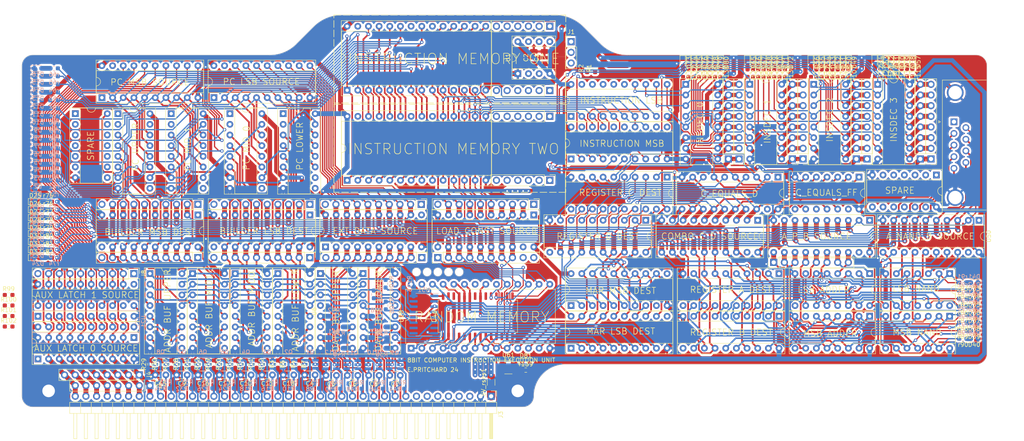
<source format=kicad_pcb>
(kicad_pcb (version 20221018) (generator pcbnew)
  (layers (0 "F.Cu" signal) (31 "B.Cu" signal) (34 "B.Paste" user) (35 "F.Paste" user) (36 "B.SilkS" user "B.Silkscreen") (37 "F.SilkS" user "F.Silkscreen") (38 "B.Mask" user) (39 "F.Mask" user) (44 "Edge.Cuts" user))
  (net 0 "")
  (net 1 "Net-(U1-CV)")
  (net 2 "GND")
  (net 3 "Net-(U1-THR)")
  (net 4 "Net-(J1-Pin_1)")
  (net 5 "/CLOCK_to_pc")
  (net 6 "Net-(J1-Pin_3)")
  (net 7 "+5V")
  (net 8 "Net-(U1-DIS)")
  (net 9 "/5V_raw")
  (net 10 "/clk")
  (net 11 "/reset_n")
  (net 12 "+3V3")
  (net 16 "/Data_Bus_0_LSB")
  (net 17 "/Data_Bus_1")
  (net 18 "/Data_Bus_2")
  (net 19 "/Data_Bus_3")
  (net 20 "/Data_Bus_4")
  (net 21 "/Data_Bus_5")
  (net 22 "/Data_Bus_6")
  (net 23 "/Data_Bus_7_MSB")
  (net 24 "/to_PC_0")
  (net 25 "/to_PC_1")
  (net 26 "/to_PC_2")
  (net 27 "/to_PC_3")
  (net 28 "/to_PC_4")
  (net 29 "/to_PC_5")
  (net 30 "/to_PC_6")
  (net 31 "/to_PC_7")
  (net 32 "/to_PC_8")
  (net 33 "/to_PC_9")
  (net 34 "/to_PC_10")
  (net 35 "/to_PC_11")
  (net 36 "/to_PC_12")
  (net 37 "/to_PC_13")
  (net 38 "/to_PC_14")
  (net 39 "/to_PC_15")
  (net 40 "/Aux_Bus_0_LSB")
  (net 41 "/Aux_Bus_1")
  (net 42 "/Aux_Bus_2")
  (net 43 "/Aux_Bus_3")
  (net 44 "/Aux_Bus_4")
  (net 45 "/Aux_Bus_5")
  (net 46 "/Aux_Bus_6")
  (net 47 "/Aux_Bus_7_MSB")
  (net 48 "/pc_reset_n")
  (net 49 "/PC_load_n")
  (net 51 "/PC_3")
  (net 52 "/PC_2")
  (net 53 "/PC_1")
  (net 54 "/PC_0")
  (net 55 "Net-(U2-TC)")
  (net 56 "/PC_7")
  (net 57 "/PC_6")
  (net 58 "/PC_5")
  (net 59 "/PC_4")
  (net 60 "Net-(U3-TC)")
  (net 61 "/PC_11")
  (net 62 "/PC_10")
  (net 63 "/PC_9")
  (net 64 "/PC_8")
  (net 65 "Net-(U4-TC)")
  (net 66 "/PC_15")
  (net 67 "/PC_14")
  (net 68 "/PC_13")
  (net 69 "/PC_12")
  (net 77 "/INTERNAL_BUS_7")
  (net 78 "/INTERNAL_BUS_6")
  (net 79 "/INTERNAL_BUS_5")
  (net 80 "/INTERNAL_BUS_4")
  (net 81 "/INTERNAL_BUS_3")
  (net 82 "/INTERNAL_BUS_2")
  (net 83 "/INTERNAL_BUS_1")
  (net 84 "/INTERNAL_BUS_0")
  (net 87 "/instruction_0")
  (net 88 "/instruction_1")
  (net 89 "/instruction_2")
  (net 90 "/instruction_3")
  (net 91 "/instruction_4")
  (net 92 "/instruction_5")
  (net 93 "/instruction_6")
  (net 94 "/instruction_7")
  (net 104 "/to_insdec_7")
  (net 105 "/to_insdec_6")
  (net 106 "/to_insdec_5")
  (net 107 "/to_insdec_4")
  (net 108 "/to_insdec_3")
  (net 109 "/to_insdec_2")
  (net 110 "/to_insdec_1")
  (net 111 "/to_insdec_0")
  (net 114 "/to_insdec_8")
  (net 115 "/to_insdec_9")
  (net 116 "/to_insdec_10")
  (net 117 "/to_insdec_11")
  (net 119 "/to_insdec_12")
  (net 120 "/to_insdec_13")
  (net 121 "/to_insdec_14")
  (net 122 "/to_insdec_15")
  (net 123 "/addr_bus_0")
  (net 124 "/addr_bus_1")
  (net 125 "/addr_oe_n")
  (net 126 "/addr_bus_2")
  (net 127 "/addr_bus_3")
  (net 128 "/addr_bus_4")
  (net 129 "/addr_bus_5")
  (net 130 "/addr_bus_6")
  (net 131 "/addr_bus_7")
  (net 132 "/addr_bus_8")
  (net 133 "/addr_bus_9")
  (net 134 "/addr_bus_10")
  (net 135 "/addr_bus_11")
  (net 136 "/addr_bus_12")
  (net 137 "/addr_bus_13")
  (net 138 "/addr_bus_14")
  (net 139 "/addr_bus_15")
  (net 142 "Net-(D1-A)")
  (net 143 "Net-(D2-A)")
  (net 144 "Net-(D3-A)")
  (net 145 "Net-(D4-A)")
  (net 146 "Net-(D5-A)")
  (net 147 "Net-(D6-A)")
  (net 148 "Net-(D7-A)")
  (net 149 "Net-(D8-A)")
  (net 150 "Net-(D9-A)")
  (net 151 "Net-(D10-A)")
  (net 152 "Net-(D11-A)")
  (net 153 "Net-(D12-A)")
  (net 154 "Net-(D13-A)")
  (net 155 "Net-(D14-A)")
  (net 156 "Net-(D15-A)")
  (net 157 "Net-(D16-A)")
  (net 158 "/data_to_driver_1")
  (net 159 "/data_to_driver_0")
  (net 160 "/data_to_driver_3")
  (net 161 "/data_to_driver_2")
  (net 162 "/data_to_driver_5")
  (net 163 "/data_to_driver_4")
  (net 164 "/data_to_driver_7")
  (net 165 "/data_to_driver_6")
  (net 166 "/addr_to_driver_1")
  (net 167 "/addr_to_driver_0")
  (net 168 "/addr_to_driver_3")
  (net 169 "/addr_to_driver_2")
  (net 170 "/addr_to_driver_5")
  (net 171 "/addr_to_driver_4")
  (net 172 "/addr_to_driver_7")
  (net 173 "/addr_to_driver_6")
  (net 174 "/addr_to_driver_9")
  (net 175 "/addr_to_driver_8")
  (net 176 "/addr_to_driver_11")
  (net 177 "/addr_to_driver_10")
  (net 178 "/addr_to_driver_13")
  (net 179 "/addr_to_driver_12")
  (net 180 "/addr_to_driver_15")
  (net 181 "/addr_to_driver_14")
  (net 182 "/addr_bus_select_0")
  (net 183 "/addr_bus_select_3")
  (net 184 "/addr_bus_select_2")
  (net 185 "/addr_bus_select_1")
  (net 186 "/addr_we_n")
  (net 187 "/data_we_n")
  (net 198 "Net-(D17-A)")
  (net 199 "Net-(D18-A)")
  (net 200 "Net-(D19-A)")
  (net 201 "Net-(D20-A)")
  (net 202 "Net-(D21-A)")
  (net 203 "Net-(D22-A)")
  (net 204 "Net-(D23-A)")
  (net 205 "Net-(D24-A)")
  (net 217 "Net-(D25-A)")
  (net 218 "Net-(D26-A)")
  (net 219 "Net-(D27-A)")
  (net 220 "Net-(D28-A)")
  (net 221 "Net-(D29-A)")
  (net 222 "Net-(D30-A)")
  (net 223 "Net-(D31-A)")
  (net 224 "Net-(D32-A)")
  (net 255 "/mar_14")
  (net 256 "/mar_12")
  (net 257 "/mar_7")
  (net 258 "/mar_6")
  (net 259 "/mar_5")
  (net 260 "/mar_4")
  (net 261 "/mar_3")
  (net 262 "/mar_2")
  (net 263 "/mar_1")
  (net 264 "/mar_0")
  (net 265 "/mar_10")
  (net 266 "/mar_11")
  (net 267 "/mar_9")
  (net 268 "/mar_8")
  (net 269 "/mar_13")
  (net 277 "/mar_15")
  (net 287 "/SMALL_CS2")
  (net 294 "/APB_1")
  (net 295 "/RB_1")
  (net 296 "/RA_1")
  (net 297 "/APB_0")
  (net 298 "/RA_0")
  (net 299 "/RB_0")
  (net 300 "Net-(U32-C4)")
  (net 301 "/APB_3")
  (net 302 "/RB_3")
  (net 303 "/RA_3")
  (net 304 "/APB_2")
  (net 305 "/RA_2")
  (net 306 "/RB_2")
  (net 307 "/APB_5")
  (net 308 "/RB_5")
  (net 309 "/RA_5")
  (net 310 "/APB_4")
  (net 311 "/RA_4")
  (net 312 "/RB_4")
  (net 313 "/APB_7")
  (net 314 "/RB_7")
  (net 315 "/RA_7")
  (net 316 "/APB_6")
  (net 317 "/RA_6")
  (net 318 "/RB_6")
  (net 319 "/A_nand_B_0")
  (net 320 "/A_nand_B_1")
  (net 321 "/A_nand_B_2")
  (net 322 "/A_nand_B_3")
  (net 323 "/A_nand_B_4")
  (net 324 "/A_nand_B_5")
  (net 325 "/A_nand_B_6")
  (net 326 "/A_nand_B_7")
  (net 328 "/RC_0")
  (net 329 "/RC_1")
  (net 330 "/RC_2")
  (net 331 "/RC_3")
  (net 333 "/RC_4")
  (net 334 "/RC_5")
  (net 335 "/RC_6")
  (net 336 "/RC_7")
  (net 337 "/RD_0")
  (net 338 "/RD_1")
  (net 339 "/RD_2")
  (net 340 "/RD_3")
  (net 341 "/RD_4")
  (net 342 "/RD_5")
  (net 343 "/RD_6")
  (net 344 "/RD_7")
  (net 348 "Net-(D33-A)")
  (net 349 "Net-(D34-A)")
  (net 350 "Net-(D35-A)")
  (net 351 "Net-(D36-A)")
  (net 352 "Net-(D37-A)")
  (net 353 "Net-(D38-A)")
  (net 354 "Net-(D39-A)")
  (net 355 "Net-(D40-A)")
  (net 356 "Net-(D41-A)")
  (net 357 "Net-(D42-A)")
  (net 358 "Net-(D43-A)")
  (net 359 "Net-(D44-A)")
  (net 360 "Net-(D45-A)")
  (net 361 "Net-(D46-A)")
  (net 362 "Net-(D47-A)")
  (net 363 "Net-(D48-A)")
  (net 365 "Net-(U51-Q0)")
  (net 366 "Net-(U51-Q1)")
  (net 367 "Net-(U51-Q2)")
  (net 368 "Net-(U51-Q3)")
  (net 375 "/ctrl_7")
  (net 376 "/ctrl_6")
  (net 377 "/ctrl_5")
  (net 378 "/ctrl_4")
  (net 379 "/ctrl_3")
  (net 380 "/ctrl_2")
  (net 381 "/ctrl_1")
  (net 382 "/ctrl_0")
  (net 383 "/ctrl_15")
  (net 384 "/ctrl_14")
  (net 385 "/ctrl_13")
  (net 386 "/ctrl_12")
  (net 387 "/ctrl_11")
  (net 388 "/ctrl_10")
  (net 389 "/ctrl_9")
  (net 390 "/ctrl_8")
  (net 391 "/ctrl_31")
  (net 392 "/ctrl_30")
  (net 393 "/ctrl_29")
  (net 394 "/ctrl_28")
  (net 395 "/ctrl_27")
  (net 396 "/ctrl_26")
  (net 397 "/ctrl_25")
  (net 398 "/ctrl_24")
  (net 399 "/ctrl_23")
  (net 400 "/ctrl_22")
  (net 401 "/ctrl_21")
  (net 402 "/ctrl_20")
  (net 403 "/ctrl_19")
  (net 404 "/ctrl_18")
  (net 405 "/ctrl_17")
  (net 406 "/ctrl_16")
  (net 431 "Net-(D49-A)")
  (net 432 "Net-(D50-A)")
  (net 433 "Net-(D51-A)")
  (net 434 "Net-(D52-A)")
  (net 435 "Net-(D53-A)")
  (net 436 "Net-(D54-A)")
  (net 437 "Net-(D55-A)")
  (net 438 "Net-(D56-A)")
  (net 439 "Net-(D57-A)")
  (net 440 "Net-(D58-A)")
  (net 441 "Net-(D59-A)")
  (net 442 "Net-(D60-A)")
  (net 443 "Net-(D61-A)")
  (net 444 "Net-(D62-A)")
  (net 445 "Net-(D63-A)")
  (net 446 "Net-(D64-A)")
  (net 447 "Net-(D65-A)")
  (net 448 "Net-(D66-A)")
  (net 449 "Net-(D67-A)")
  (net 450 "Net-(D68-A)")
  (net 451 "Net-(D69-A)")
  (net 452 "Net-(D70-A)")
  (net 453 "Net-(D71-A)")
  (net 454 "Net-(D72-A)")
  (net 455 "Net-(D73-A)")
  (net 456 "Net-(D74-A)")
  (net 457 "Net-(D75-A)")
  (net 458 "Net-(D76-A)")
  (net 459 "Net-(D77-A)")
  (net 460 "Net-(D78-A)")
  (net 461 "Net-(D79-A)")
  (net 462 "Net-(D80-A)")
  (net 463 "/instruction_valid_n")
  (net 464 "/decoder_pos_clock")
  (net 465 "/decoder_neg_clock")
  (net 466 "Net-(D81-A)")
  (net 467 "/current_sense_output")
  (footprint "Resistor_SMD:R_1206_3216Metric" (layer "F.Cu") (at 134.62 107.823 90)
    (fp_text reference "5V_rsns1")
    (fp_text value "1")
  )
  (footprint "Package_DIP:DIP-20_W7.62mm_Socket" (layer "F.Cu") (at 153.67 89.535 90)
    (fp_text reference "U44" hide)
    (fp_text value "74LS574")
  )
  (footprint "Resistor_SMD:R_0603_1608Metric_Pad0.98x0.95mm_HandSolder" (layer "F.Cu") (at 29.083 68.58)
    (fp_text reference "r77")
    (fp_text value "470")
  )
  (footprint "Connector_PinHeader_2.54mm:PinHeader_1x08_P2.54mm_Vertical" (layer "F.Cu") (at 221.615 54.61 180)
    (fp_text reference "J26" hide)
    (fp_text value "Conn_01x08_Pin")
  )
  (footprint "Resistor_SMD:R_0603_1608Metric_Pad0.98x0.95mm_HandSolder" (layer "F.Cu") (at 219.71 34.163 -90)
    (fp_text reference "r107")
    (fp_text value "470")
  )
  (footprint "Package_DIP:DIP-28_W15.24mm_Socket" (layer "F.Cu") (at 100.33 59.69 90)
    (fp_text reference "U19" hide)
    (fp_text value "28C256")
  )
  (footprint "Connector_PinHeader_2.54mm:PinHeader_1x10_P2.54mm_Vertical" (layer "F.Cu") (at 144.78 65.405 -90)
    (fp_text reference "J18" hide)
    (fp_text value "Conn_01x10_Pin")
  )
  (footprint "Connector_PinHeader_2.54mm:PinHeader_1x08_P2.54mm_Vertical" (layer "F.Cu") (at 53.34 108.585 -90)
    (fp_text reference "J4")
    (fp_text value "Conn_01x08_Pin")
  )
  (footprint "Package_DIP:DIP-16_W7.62mm_Socket" (layer "F.Cu") (at 72.39 43.815)
    (fp_text reference "U3" hide)
    (fp_text value "74LS161")
  )
  (footprint "LED_SMD:LED_0603_1608Metric_Pad1.05x0.95mm_HandSolder" (layer "F.Cu") (at 26.035 72.39)
    (fp_text reference "D29")
    (fp_text value "A4")
  )
  (footprint "LED_SMD:LED_0603_1608Metric_Pad1.05x0.95mm_HandSolder" (layer "F.Cu") (at 26.035 66.675)
    (fp_text reference "D26")
    (fp_text value "A1")
  )
  (footprint "Package_DIP:DIP-14_W7.62mm_Socket" (layer "F.Cu") (at 243.845 81.925 -90)
    (fp_text reference "U52")
    (fp_text value "74LS00")
  )
  (footprint "Connector_Dsub:DSUB-9_Female_Horizontal_P2.77x2.84mm_EdgePinOffset4.94mm_Housed_MountingHolesOffset7.48mm" (layer "F.Cu") (at 244.863669 45.758 90)
    (fp_text reference "J21" hide)
    (fp_text value "DB9_Female_MountingHoles")
  )
  (footprint "LED_SMD:LED_0603_1608Metric_Pad1.05x0.95mm_HandSolder" (layer "F.Cu") (at 200.787 31.623 -90)
    (fp_text reference "D69")
    (fp_text value "A0")
  )
  (footprint "Package_DIP:DIP-20_W7.62mm_Socket" (layer "F.Cu") (at 153.67 54.61 90)
    (fp_text reference "U24" hide)
    (fp_text value "74LS273")
  )
  (footprint "Package_DIP:DIP-20_W7.62mm_Socket" (layer "F.Cu") (at 41.91 40.005 90)
    (fp_text reference "U29" hide)
    (fp_text value "74LS245")
  )
  (footprint "Resistor_SMD:R_0603_1608Metric_Pad0.98x0.95mm_HandSolder" (layer "F.Cu") (at 218.44 34.163 -90)
    (fp_text reference "r108")
    (fp_text value "470")
  )
  (footprint "LED_SMD:LED_0603_1608Metric_Pad1.05x0.95mm_HandSolder" (layer "F.Cu") (at 217.17 31.623 -90)
    (fp_text reference "D51")
    (fp_text value "A0")
  )
  (footprint "LED_SMD:LED_0603_1608Metric_Pad1.05x0.95mm_HandSolder" (layer "F.Cu") (at 202.057 31.623 -90)
    (fp_text reference "D70")
    (fp_text value "A0")
  )
  (footprint "Capacitor_SMD:C_1206_3216Metric" (layer "F.Cu") (at 144.78 30.48 90)
    (fp_text reference "C2")
    (fp_text value "C")
  )
  (footprint "LED_SMD:LED_0603_1608Metric_Pad1.05x0.95mm_HandSolder" (layer "F.Cu") (at 196.977 31.623 -90)
    (fp_text reference "D66")
    (fp_text value "A0")
  )
  (footprint "Package_DIP:DIP-20_W7.62mm_Socket" (layer "F.Cu") (at 91.44 67.945 -90)
    (fp_text reference "U6")
    (fp_text value "74LS574")
  )
  (footprint "Connector_PinHeader_2.54mm:PinHeader_1x40_P2.54mm_Horizontal" (layer "F.Cu") (at 134.62 111.125 -90)
    (fp_text reference "J3")
    (fp_text value "Conn_01x40_Pin")
  )
  (footprint "Resistor_SMD:R_0603_1608Metric_Pad0.98x0.95mm_HandSolder" (layer "F.Cu") (at 29.083 64.77)
    (fp_text reference "r75")
    (fp_text value "470")
  )
  (footprint "Package_DIP:DIP-20_W7.62mm_Socket" (layer "F.Cu") (at 26.67 92.075 90)
    (fp_text reference "U25" hide)
    (fp_text value "74LS574")
  )
  (footprint "Resistor_SMD:R_0603_1608Metric_Pad0.98x0.95mm_HandSolder" (layer "F.Cu") (at 231.14 34.036 -90)
    (fp_text reference "r118")
    (fp_text value "470")
  )
  (footprint "Resistor_SMD:R_0603_1608Metric_Pad0.98x0.95mm_HandSolder" (layer "F.Cu") (at 195.707 34.163 -90)
    (fp_text reference "r123")
    (fp_text value "470")
  )
  (footprint "LED_SMD:LED_0603_1608Metric_Pad1.05x0.95mm_HandSolder" (layer "F.Cu") (at 203.327 31.623 -90)
    (fp_text reference "D71")
    (fp_text value "A0")
  )
  (footprint "Resistor_SMD:R_0603_1608Metric_Pad0.98x0.95mm_HandSolder" (layer "F.Cu") (at 247.015 93.599 180)
    (fp_text reference "r88")
    (fp_text value "470")
  )
  (footprint "Resistor_SMD:R_0603_1608Metric_Pad0.98x0.95mm_HandSolder" (layer "F.Cu") (at 226.06 34.036 -90)
    (fp_text reference "r122")
    (fp_text value "470")
  )
  (footprint "Package_DIP:DIP-14_W7.62mm_Socket" (layer "F.Cu") (at 222.25 58.928 -90)
    (fp_text reference "U55" hide)
    (fp_text value "74LS30")
  )
  (footprint "Package_DIP:DIP-20_W7.62mm_Socket" (layer "F.Cu") (at 176.53 58.928 -90)
    (fp_text reference "U54" hide)
    (fp_text value "74LS574")
  )
  (footprint "Connector_PinHeader_2.54mm:PinHeader_1x08_P2.54mm_Vertical" (layer "F.Cu") (at 208.915 54.61 180)
    (fp_text reference "J22" hide)
    (fp_text value "Conn_01x08_Pin")
  )
  (footprint "Connector_PinHeader_2.54mm:PinHeader_1x06_P2.54mm_Vertical" (layer "F.Cu") (at 148.59 22.987 -90)
    (fp_text reference "J17" hide)
    (fp_text value "Conn_01x06_Pin")
  )
  (footprint "Resistor_SMD:R_0603_1608Metric_Pad0.98x0.95mm_HandSolder" (layer "F.Cu") (at 189.23 34.164448 -90)
    (fp_text reference "r138")
    (fp_text value "470")
  )
  (footprint "Package_DIP:DIP-20_W7.62mm_Socket" (layer "F.Cu") (at 203.2 92.075 -90)
    (fp_text reference "U41" hide)
    (fp_text value "74LS273")
  )
  (footprint "Capacitor_THT:C_Disc_D3.0mm_W1.6mm_P2.50mm" (layer "F.Cu") (at 67.29 106.045 180)
    (fp_text reference "C16")
    (fp_text value "100nF")
  )
  (footprint "Resistor_SMD:R_0603_1608Metric_Pad0.98x0.95mm_HandSolder" (layer "F.Cu") (at 73.66 103.505 90)
    (fp_text reference "R13")
    (fp_text value "10k")
  )
  (footprint "LED_SMD:LED_0603_1608Metric_Pad1.05x0.95mm_HandSolder" (layer "F.Cu") (at 234.95 31.496 -90)
    (fp_text reference "D57")
    (fp_text value "A0")
  )
  (footprint "LED_SMD:LED_0603_1608Metric_Pad1.05x0.95mm_HandSolder" (layer "F.Cu") (at 195.707 31.623 -90)
    (fp_text reference "D65")
    (fp_text value "A0")
  )
  (footprint "LED_SMD:LED_0603_1608Metric_Pad1.05x0.95mm_HandSolder" (layer "F.Cu") (at 232.41 31.496 -90)
    (fp_text reference "D59")
    (fp_text value "A0")
  )
  (footprint "Resistor_SMD:R_0603_1608Metric_Pad0.98x0.95mm_HandSolder" (layer "F.Cu") (at 227.33 34.036 -90)
    (fp_text reference "r121")
    (fp_text value "470")
  )
  (footprint "Resistor_SMD:R_0603_1608Metric_Pad0.98x0.95mm_HandSolder" (layer "F.Cu") (at 78.74 103.505 90)
    (fp_text reference "R11")
    (fp_text value "10k")
  )
  (footprint "LED_SMD:LED_0603_1608Metric_Pad1.05x0.95mm_HandSolder" (layer "F.Cu") (at 249.682 97.409 180)
    (fp_text reference "D40")
    (fp_text value "A7")
  )
  (footprint "Resistor_SMD:R_0603_1608Metric_Pad0.98x0.95mm_HandSolder" (layer "F.Cu") (at 68.58 103.505 90)
    (fp_text reference "R19")
    (fp_text value "10k")
  )
  (footprint "Capacitor_THT:C_Disc_D3.0mm_W1.6mm_P2.50mm" (layer "F.Cu") (at 92.69 106.045 180)
    (fp_text reference "C4")
    (fp_text value "100nF")
  )
  (footprint "Capacitor_THT:C_Disc_D3.0mm_W1.6mm_P2.50mm" (layer "F.Cu") (at 77.45 106.045 180)
    (fp_text reference "C10")
    (fp_text value "100nF")
  )
  (footprint "LED_SMD:LED_0603_1608Metric_Pad1.05x0.95mm_HandSolder" (layer "F.Cu") (at 185.42 31.624448 -90)
    (fp_text reference "D77")
    (fp_text value "A0")
  )
  (footprint "LED_SMD:LED_0603_1608Metric_Pad1.05x0.95mm_HandSolder" (layer "F.Cu") (at 187.96 31.624448 -90)
    (fp_text reference "D79")
    (fp_text value "A0")
  )
  (footprint "Connector_PinHeader_2.54mm:PinHeader_1x08_P2.54mm_Vertical" (layer "F.Cu") (at 224.155 54.61 180)
    (fp_text reference "J28" hide)
    (fp_text value "Conn_01x08_Pin")
  )
  (footprint "Resistor_SMD:R_0603_1608Metric_Pad0.98x0.95mm_HandSolder" (layer "F.Cu") (at 71.12 103.505 90)
    (fp_text reference "R20")
    (fp_text value "10k")
  )
  (footprint "LED_SMD:LED_0603_1608Metric_Pad1.05x0.95mm_HandSolder" (layer "F.Cu") (at 26.035 68.58)
    (fp_text reference "D27")
    (fp_text value "A2")
  )
  (footprint "LED_SMD:LED_0603_1608Metric_Pad1.05x0.95mm_HandSolder" (layer "F.Cu") (at 249.682 91.694 180)
    (fp_text reference "D37")
    (fp_text value "A4")
  )
  (footprint "Connector_PinHeader_2.54mm:PinHeader_1x10_P2.54mm_Vertical" (layer "F.Cu") (at 121.92 78.105 90)
    (fp_text reference "J19" hide)
    (fp_text value "Conn_01x10_Pin")
  )
  (footprint "Resistor_SMD:R_0603_1608Metric_Pad0.98x0.95mm_HandSolder" (layer "F.Cu") (at 29.083 74.295)
    (fp_text reference "r80")
    (fp_text value "470")
  )
  (footprint "Resistor_SMD:R_0603_1608Metric_Pad0.98x0.95mm_HandSolder" (layer "F.Cu") (at 29.083 76.2)
    (fp_text reference "r81")
    (fp_text value "470")
  )
  (footprint "Package_DIP:DIP-20_W7.62mm_Socket" (layer "F.Cu") (at 153.67 99.695 90)
    (fp_text reference "U45" hide)
    (fp_text value "74LS574")
  )
  (footprint "Package_DIP:DIP-8_W7.62mm_Socket" (layer "F.Cu") (at 140.98 34.28 90)
    (fp_text reference "U1")
    (fp_text value "NE555D")
  )
  (footprint "Connector_PinHeader_2.54mm:PinHeader_1x08_P2.54mm_Vertical" (layer "F.Cu") (at 201.93 79.248 90)
    (fp_text reference "J20" hide)
    (fp_text value "Conn_01x08_Pin")
  )
  (footprint "Resistor_SMD:R_0603_1608Metric_Pad0.98x0.95mm_HandSolder" (layer "F.Cu") (at 19.685 94.525)
    (fp_text reference "R102")
    (fp_text value "10k")
  )
  (footprint "LED_SMD:LED_0603_1608Metric_Pad1.05x0.95mm_HandSolder" (layer "F.Cu") (at 180.34 31.624448 -90)
    (fp_text reference "D73")
    (fp_text value "A0")
  )
  (footprint "Connector_PinHeader_2.54mm:PinHeader_1x08_P2.54mm_Vertical" (layer "F.Cu") (at 206.375 54.61 180)
    (fp_text reference "J24" hide)
    (fp_text value "Conn_01x08_Pin")
  )
  (footprint "Capacitor_THT:C_Disc_D3.0mm_W1.6mm_P2.50mm" (layer "F.Cu") (at 112.976305 106.154911 180)
    (fp_text reference "C7")
    (fp_text value "100nF")
  )
  (footprint "LED_SMD:LED_0603_1608Metric_Pad1.05x0.95mm_HandSolder" (layer "F.Cu") (at 182.88 31.624448 -90)
    (fp_text reference "D75")
    (fp_text value "A0")
  )
  (footprint "LED_SMD:LED_0603_1608Metric_Pad1.05x0.95mm_HandSolder" (layer "F.Cu") (at 210.82 31.623 -90)
    (fp_text reference "D56")
    (fp_text value "A0")
  )
  (footprint "LED_SMD:LED_0603_1608Metric_Pad1.05x0.95mm_HandSolder" (layer "F.Cu") (at 26.035 78.105)
    (fp_text reference "D32")
    (fp_text value "A7")
  )
  (footprint "Resistor_SMD:R_0603_1608Metric_Pad0.98x0.95mm_HandSolder" (layer "F.Cu") (at 247.015 91.694 180)
    (fp_text reference "r87")
    (fp_text value "470")
  )
  (footprint "LED_SMD:LED_0603_1608Metric_Pad1.05x0.95mm_HandSolder" (layer "F.Cu") (at 142.875 102.87)
    (fp_text reference "D81")
    (fp_text value "5V_RAW")
  )
  (footprint "Package_DIP:DIP-20_W7.62mm_Socket" (layer "F.Cu") (at 250.825 69.215 -90)
    (fp_text reference "U50")
    (fp_text value "74LS245")
  )
  (footprint "Package_DIP:DIP-28_W15.24mm_Socket" (layer "F.Cu") (at 100.315 38.235 90)
    (fp_text reference "U18" hide)
    (fp_text value "28C256")
  )
  (footprint "LED_SMD:LED_0603_1608Metric_Pad1.05x0.95mm_HandSolder" (layer "F.Cu") (at 214.63 31.623 -90)
    (fp_text reference "D53")
    (fp_text value "A0")
  )
  (footprint "Resistor_SMD:R_0603_1608Metric_Pad0.98x0.95mm_HandSolder" (layer "F.Cu") (at 76.2 103.505 90)
    (fp_text reference "R14")
    (fp_text value "10k")
  )
  (footprint "Capacitor_THT:C_Disc_D3.0mm_W1.6mm_P2.50mm" (layer "F.Cu") (at 72.37 106.045 180)
    (fp_text reference "C17")
    (fp_text value "100nF")
  )
  (footprint "Package_DIP:DIP-16_W7.62mm_Socket" (layer "F.Cu") (at 226.695 36.83)
    (fp_text reference "U60")
    (fp_text value "74LS138")
  )
  (footprint "Connector_PinHeader_2.54mm:PinHeader_1x08_P2.54mm_Vertical" (layer "F.Cu") (at 193.675 54.61 180)
    (fp_text reference "J27" hide)
    (fp_text value "Conn_01x08_Pin")
  )
  (footprint "Connector_PinHeader_2.54mm:PinHeader_1x10_P2.54mm_Vertical" (layer "F.Cu") (at 64.77 78.105 -90)
    (fp_text reference "J10" hide)
    (fp_text value "Conn_01x10_Pin")
  )
  (footprint "Connector_PinHeader_2.54mm:PinHeader_1x06_P2.54mm_Vertical" (layer "F.Cu") (at 148.59 44.45 -90)
    (fp_text reference "J15" hide)
    (fp_text value "Conn_01x06_Pin")
  )
  (footprint "Connector_PinHeader_2.54mm:PinHeader_1x08_P2.54mm_Vertical" (layer "F.Cu") (at 236.855 54.61 180)
    (fp_text reference "J25" hide)
    (fp_text value "Conn_01x08_Pin")
  )
  (footprint "Resistor_SMD:R_0603_1608Metric_Pad0.98x0.95mm_HandSolder" (layer "F.Cu") (at 29.083 78.105)
    (fp_text reference "r82")
    (fp_text value "470")
  )
  (footprint "Resistor_SMD:R_0603_1608Metric_Pad0.98x0.95mm_HandSolder" (layer "F.Cu") (at 203.327 34.163 -90)
    (fp_text reference "r129")
    (fp_text value "470")
  )
  (footprint "Package_DIP:DIP-16_W7.62mm_Socket" (layer "F.Cu") (at 211.455 36.83)
    (fp_text reference "U59")
    (fp_text value "74LS138")
  )
  (footprint "Connector_PinHeader_2.54mm:PinHeader_1x06_P2.54mm_Vertical" (layer "F.Cu") (at 148.59 59.69 -90)
    (fp_text reference "J14" hide)
    (fp_text value "Conn_01x06_Pin")
  )
  (footprint "Resistor_SMD:R_0603_1608Metric_Pad0.98x0.95mm_HandSolder" (layer "F.Cu") (at 180.34 34.164448 -90)
    (fp_text reference "r131")
    (fp_text value "470")
  )
  (footprint "Connector_PinHeader_2.54mm:PinHeader_1x08_P2.54mm_Vertical" (layer "F.Cu") (at 239.395 54.61 180)
    (fp_text reference "J29" hide)
    (fp_text value "Conn_01x08_Pin")
  )
  (footprint "Package_SO:SOIC-28W_7.5x18.7mm_P1.27mm" (layer "F.Cu") (at 131.445 92.075 90)
    (fp_text reference "U46")
    (fp_text value "HM62256BLP")
  )
  (footprint "Resistor_SMD:R_0603_1608Metric_Pad0.98x0.95mm_HandSolder" (layer "F.Cu") (at 66.04 103.505 90)
    (fp_text reference "R22")
    (fp_text value "10k")
  )
  (footprint "Package_DIP:DIP-20_W7.62mm_Socket" (layer "F.Cu") (at 26.67 102.235 90)
    (fp_text reference "U26" hide)
    (fp_text value "74LS574")
  )
  (footprint "LED_SMD:LED_0603_1608Metric_Pad1.05x0.95mm_HandSolder" (layer "F.Cu") (at 226.06 31.496 -90)
    (fp_text reference "D64")
    (fp_text value "A0")
  )
  (footprint "Package_DIP:DIP-14_W7.62mm_Socket" (layer "F.Cu") (at 243.84 92.075 -90)
    (fp_text reference "U53")
    (fp_text value "74LS00")
  )
  (footprint "Capacitor_THT:C_Disc_D3.0mm_W1.6mm_P2.50mm" (layer "F.Cu") (at 87.61 106.045 180)
    (fp_text reference "C18")
    (fp_text value "100nF")
  )
  (footprint "Resistor_SMD:R_0603_1608Metric_Pad0.98x0.95mm_HandSolder" (layer "F.Cu") (at 199.517 34.163 -90)
    (fp_text reference "r126")
    (fp_text value "470")
  )
  (footprint "Package_DIP:DIP-16_W7.62mm_Socket" (layer "F.Cu") (at 53.35 81.905)
    (fp_text reference "U36" hide)
    (fp_text value "~")
  )
  (footprint "LED_SMD:LED_0603_1608Metric_Pad1.05x0.95mm_HandSolder" (layer "F.Cu") (at 249.682 87.884 180)
    (fp_text reference "D35")
    (fp_text value "A2")
  )
  (footprint "LED_SMD:LED_0603_1608Metric_Pad1.05x0.95mm_HandSolder" (layer "F.Cu") (at 219.71 31.623 -90)
    (fp_text reference "D49")
    (fp_text value "A0")
  )
  (footprint "LED_SMD:LED_0603_1608Metric_Pad1.05x0.95mm_HandSolder" (layer "F.Cu") (at 249.682 85.979 180)
    (fp_text reference "D34")
    (fp_text value "A1")
  )
  (footprint "Package_DIP:DIP-16_W7.62mm_Socket" (layer "F.Cu") (at 58.41 43.815)
    (fp_text reference "U4" hide)
    (fp_text value "74LS161")
  )
  (footprint "Resistor_SMD:R_0603_1608Metric_Pad0.98x0.95mm_HandSolder" (layer "F.Cu") (at 63.5 103.505 90)
    (fp_text reference "R21")
    (fp_text value "10k")
  )
  (footprint "Resistor_SMD:R_0603_1608Metric_Pad0.98x0.95mm_HandSolder" (layer "F.Cu") (at 202.057 34.163 -90)
    (fp_text reference "r128")
    (fp_text value "470")
  )
  (footprint "Resistor_SMD:R_0603_1608Metric_Pad0.98x0.95mm_HandSolder" (layer "F.Cu") (at 83.82 103.505 90)
    (fp_text reference "R3")
    (fp_text value "10k")
  )
  (footprint "Resistor_SMD:R_0603_1608Metric_Pad0.98x0.95mm_HandSolder" (layer "F.Cu") (at 214.63 34.163 -90)
    (fp_text reference "r111")
    (fp_text value "470")
  )
  (footprint "LED_SMD:LED_0603_1608Metric_Pad1.05x0.95mm_HandSolder" (layer "F.Cu") (at 189.23 31.624448 -90)
    (fp_text reference "D80")
    (fp_text value "A0")
  )
  (footprint "Package_DIP:DIP-16_W7.62mm_Socket" (layer "F.Cu") (at 83.83 81.905)
    (fp_text reference "U33" hide)
    (fp_text value "~")
  )
  (footprint "Resistor_SMD:R_0603_1608Metric_Pad0.98x0.95mm_HandSolder" (layer "F.Cu") (at 247.015 97.409 180)
    (fp_text reference "r90")
    (fp_text value "470")
  )
  (footprint "Resistor_SMD:R_0603_1608Metric_Pad0.98x0.95mm_HandSolder" (layer "F.Cu") (at 159.385 33.02 90)
    (fp_text reference "R1")
    (fp_text value "R")
  )
  (footprint "Capacitor_THT:C_Disc_D3.0mm_W1.6mm_P2.50mm" (layer "F.Cu") (at 57.13 106.045 180)
    (fp_text reference "C15")
    (fp_text value "100nF")
  )
  (footprint "LED_SMD:LED_0603_1608Metric_Pad1.05x0.95mm_HandSolder" (layer "F.Cu") (at 233.68 31.496 -90)
    (fp_text reference "D58")
    (fp_text value "A0")
  )
  (footprint "Resistor_SMD:R_0603_1608Metric_Pad0.98x0.95mm_HandSolder" (layer "F.Cu") (at 198.247 34.163 -90)
    (fp_text reference "r125")
    (fp_text value "470")
  )
  (footprint "LED_SMD:LED_0603_1608Metric_Pad1.05x0.95mm_HandSolder" (layer "F.Cu") (at 212.09 31.623 -90)
    (fp_text reference "D55")
    (fp_text value "A0")
  )
  (footprint "Resistor_SMD:R_0603_1608Metric_Pad0.98x0.95mm_HandSolder" (layer "F.Cu") (at 247.015 89.789 180)
    (fp_text reference "r86")
    (fp_text value "470")
  )
  (footprint "LED_SMD:LED_0603_1608Metric_Pad1.05x0.95mm_HandSolder" (layer "F.Cu") (at 184.15 31.624448 -90)
    (fp_text reference "D76")
    (fp_text value "A0")
  )
  (footprint "Resistor_SMD:R_0603_1608Metric_Pad0.98x0.95mm_HandSolder" (layer "F.Cu") (at 247.015 84.074 180)
    (fp_text reference "r83")
    (fp_text value "470")
  )
  (footprint "LED_SMD:LED_0603_1608Metric_Pad1.05x0.95mm_HandSolder" (layer "F.Cu") (at 228.6 31.496 -90)
    (fp_text reference "D62")
    (fp_text value "A0")
  )
  (footprint "Resistor_SMD:R_0603_1608Metric_Pad0.98x0.95mm_HandSolder" (layer "F.Cu") (at 228.6 34.036 -90)
    (fp_text reference "r120")
    (fp_text value "470")
  )
  (footprint "Package_DIP:DIP-16_W7.62mm_Socket" (layer "F.Cu") (at 93.966305 81.897911)
    (fp_text reference "U37" hide)
    (fp_text value "~")
  )
  (footprint "Resistor_SMD:R_0603_1608Metric_Pad0.98x0.95mm_HandSolder" (layer "F.Cu") (at 181.61 34.164448 -90)
    (fp_text reference "r132")
    (fp_text value "470")
  )
  (footprint "Connector_PinHeader_2.54mm:PinHeader_1x10_P2.54mm_Vertical" (layer "F.Cu") (at 117.971105 65.420169 -90)
    (fp_text reference "J7" hide)
    (fp_text value "Conn_01x10_Pin")
  )
  (footprint "Package_DIP:DIP-14_W7.62mm_Socket" (layer "F.Cu") (at 240.67 58.43 -90)
    (fp_text reference "U42" hide)
    (fp_text value "74LS04")
  )
  (footprint "LED_SMD:LED_0603_1608Metric_Pad1.05x0.95mm_HandSolder" (layer "F.Cu") (at 213.36 31.623 -90)
    (fp_text reference "D54")
    (fp_text value "A0")
  )
  (footprint "Capacitor_THT:C_Disc_D3.0mm_W1.6mm_P2.50mm" (layer "F.Cu") (at 62.21 106.045 180)
    (fp_text reference "C9")
    (fp_text value "100nF")
  )
  (footprint "Package_TO_SOT_SMD:SOT-23-6_Handsoldering" (layer "F.Cu") (at 138.731 104.201)
    (fp_text reference "U61")
    (fp_text value "74LVC1G08")
  )
  (footprint "Package_DIP:DIP-16_W7.62mm_Socket" (layer "F.Cu") (at 180.975 36.83)
    (fp_text reference "U57")
    (fp_text value "74LS138")
  )
  (footprint "Resistor_SMD:R_0603_1608Metric_Pad0.98x0.95mm_HandSolder" (layer "F.Cu") (at 86.36 103.505 90)
    (fp_text reference "R6")
    (fp_text value "10k")
  )
  (footprint "Resistor_SMD:R_0603_1608Metric_Pad0.98x0.95mm_HandSolder" (layer "F.Cu") (at 88.9 103.505 90)
    (fp_text reference "R4")
    (fp_text value "10k")
  )
  (footprint "Connector_PinHeader_2.54mm:PinHeader_1x10_P2.54mm_Vertical" (layer "F.Cu") (at 64.77 65.405 -90)
    (fp_text reference "J13" hide)
    (fp_text value "Conn_01x10_Pin")
  )
  (footprint "Resistor_SMD:R_0603_1608Metric_Pad0.98x0.95mm_HandSolder" (layer "F.Cu") (at 29.083 70.485)
    (fp_text reference "r78")
    (fp_text value "470")
  )
  (footprint "LED_SMD:LED_0603_1608Metric_Pad1.05x0.95mm_HandSolder" (layer "F.Cu") (at 249.682 95.504 180)
    (fp_text reference "D39")
    (fp_text value "A6")
  )
  (footprint "Resistor_SMD:R_0603_1608Metric_Pad0.98x0.95mm_HandSolder" (layer "F.Cu") (at 234.95 34.036 -90)
    (fp_text reference "r115")
    (fp_text value "470")
  )
  (footprint "Resistor_SMD:R_0603_1608Metric_Pad0.98x0.95mm_HandSolder" (layer "F.Cu") (at 19.685 86.995)
    (fp_text reference "R99")
    (fp_text value "10k")
  )
  (footprint "LED_SMD:LED_0603_1608Metric_Pad1.05x0.95mm_HandSolder" (layer "F.Cu") (at 229.87 31.496 -90)
    (fp_text reference "D61")
    (fp_text value "A0")
  )
  (footprint "LED_SMD:LED_0603_1608Metric_Pad1.05x0.95mm_HandSolder" (layer "F.Cu") (at 26.035 74.295)
    (fp_text reference "D30")
    (fp_text value "A5")
  )
  (footprint "Package_DIP:DIP-20_W7.62mm_Socket" (layer "F.Cu") (at 68.58 40.005 90)
    (fp_text reference "U30" hide)
    (fp_text value "74LS245")
  )
  (footprint "Capacitor_SMD:C_1206_3216Metric" (layer "F.Cu") (at 147.32 30.48 90)
    (fp_text reference "C1")
    (fp_text value "C")
  )
  (footprint "LED_SMD:LED_0603_1608Metric_Pad1.05x0.95mm_HandSolder" (layer "F.Cu") (at 26.035 70.485)
    (fp_text reference "D28")
    (fp_text value "A3")
  )
  (footprint "LED_SMD:LED_0603_1608Metric_Pad1.05x0.95mm_HandSolder" (layer "F.Cu") (at 249.682 89.789 180)
    (fp_text reference "D36")
    (fp_text value "A3")
  )
  (footprint "Resistor_SMD:R_0603_1608Metric_Pad0.98x0.95mm_HandSolder" (layer "F.Cu") (at 247.015 95.504 180)
    (fp_text reference "r89")
    (fp_text value "470")
  )
  (footprint "Resistor_SMD:R_0603_1608Metric_Pad0.98x0.95mm_HandSolder" (layer "F.Cu") (at 91.44 103.505 90)
    (fp_text reference "R7")
    (fp_text value "10k")
  )
  (footprint "LED_SMD:LED_0603_1608Metric_Pad1.05x0.95mm_HandSolder" (layer "F.Cu") (at 181.61 31.624448 -90)
    (fp_text reference "D74")
    (fp_text value "A0")
  )
  (footprint "Package_DIP:DIP-16_W7.62mm_Socket" (layer "F.Cu") (at 224.79 81.915 -90)
    (fp_text reference "U32" hide)
    (fp_text value "74LS283")
  )
  (footprint "Connector_PinHeader_2.54mm:PinHeader_1x10_P2.54mm_Vertical" (layer "F.Cu") (at 49.53 81.915 -90)
    (fp_text reference "J8")
    (fp_text value "Conn_01x10_Pin")
  )
  (footprint "Resistor_SMD:R_0603_1608Metric_Pad0.98x0.95mm_HandSolder" (layer "F.Cu") (at 60.96 103.505 90)
    (fp_text reference "R28")
    (fp_text value "10k")
  )
  (footprint "Package_DIP:DIP-20_W7.62mm_Socket" (layer "F.Cu") (at 171.45 69.215 -90)
    (fp_text reference "U47" hide)
    (fp_text value "74LS574")
  )
  (footprint "LED_SMD:LED_0603_1608Metric_Pad1.05x0.95mm_HandSolder" (layer "F.Cu") (at 249.682 84.074 180)
    (fp_text reference "D33")
    (fp_text value "A0")
  )
  (footprint "Connector_PinHeader_2.54mm:PinHeader_1x03_P2.54mm_Vertical" (layer "F.Cu") (at 153.67 26.67)
    (fp_text reference "J1")
    (fp_text value "Conn_01x03_Pin")
  )
  (footprint "Resistor_SMD:R_0603_1608Metric_Pad0.98x0.95mm_HandSolder" (layer "F.Cu") (at 157.48 33.02 90)
    (fp_text reference "R2")
    (fp_text value "R")
  )
  (footprint "Package_DIP:DIP-16_W7.62mm_Socket" (layer "F.Cu") (at 63.51 81.905)
    (fp_text reference "U34" hide)
    (fp_text value "~")
  )
  (footprint "Resistor_SMD:R_0603_1608Metric_Pad0.98x0.95mm_HandSolder" (layer "F.Cu") (at 185.42 34.164448 -90)
    (fp_text reference "r135")
    (fp_text value "470")
  )
  (footprint "Package_DIP:DIP-16_W7.62mm_Socket" (layer "F.Cu") (at 196.215 36.82)
    (fp_text reference "U58")
    (fp_text value "74LS138")
  )
  (footprint "Resistor_SMD:R_0603_1608Metric_Pad0.98x0.95mm_HandSolder" (layer "F.Cu") (at 247.015 87.884 180)
    (fp_text reference "r85")
    (fp_text value "470")
  )
  (footprint "Package_DIP:DIP-16_W7.62mm_Socket" (layer "F.Cu") (at 224.79 92.075 -90)
    (fp_text reference "U39" hide)
    (fp_text value "74LS283")
  )
  (footprint "Resistor_SMD:R_0603_1608Metric_Pad0.98x0.95mm_HandSolder" (layer "F.Cu") (at 212.09 34.163 -90)
    (fp_text reference "r113")
    (fp_text value "470")
  )
  (footprint "Package_DIP:DIP-20_W7.62mm_Socket" (layer "F.Cu") (at 224.785 69.225 -90)
    (fp_text reference "U49" hide)
    (fp_text value "74LS245")
  )
  (footprint "Resistor_SMD:R_0603_1608Metric_Pad0.98x0.95mm_HandSolder" (layer "F.Cu") (at 200.787 34.163 -90)
    (fp_text reference "r127")
    (fp_text value "470")
  )
  (footprint "Resistor_SMD:R_0603_1608Metric_Pad0.98x0.95mm_HandSolder" (layer "F.Cu") (at 81.28 103.505 90)
    (fp_text reference "R12")
    (fp_text value "10k")
  )
  (footprint "Resistor_SMD:R_0603_1608Metric_Pad0.98x0.95mm_HandSolder" (layer "F.Cu") (at 232.41 34.036 -90)
    (fp_text reference "r117")
    (fp_text value "470")
  )
  (footprint "Package_DIP:DIP-20_W7.62mm_Socket" (layer "F.Cu") (at 64.77 67.945 -90)
    (fp_text reference "U7" hide)
    (fp_text value "74LS574")
  )
  (footprint "Resistor_SMD:R_0603_1608Metric_Pad0.98x0.95mm_HandSolder" (layer "F.Cu") (at 217.17 34.163 -90)
    (fp_text reference "r109")
    (fp_text value "470")
  )
  (footprint "Resistor_SMD:R_0603_1608Metric_Pad0.98x0.95mm_HandSolder" (layer "F.Cu") (at 186.69 34.164448 -90)
    (fp_text reference "r136")
    (fp_text value "470")
  )
  (footprint "Capacitor_THT:C_Disc_D3.0mm_W1.6mm_P2.50mm" (layer "F.Cu") (at 97.776305 106.154911 180)
    (fp_text reference "C5")
    (fp_text value "100nF")
  )
  (footprint "Resistor_SMD:R_0603_1608Metric_Pad0.98x0.95mm_HandSolder" (layer "F.Cu") (at 247.015 85.979 180)
    (fp_text reference "r84")
    (fp_text value "470")
  )
  (footprint "Package_DIP:DIP-16_W7.62mm_Socket" (layer "F.Cu") (at 104.126305 81.897911)
    (fp_text reference "U38" hide)
    (fp_text value "~")
  )
  (footprint "Resistor_SMD:R_0603_1608Metric_Pad0.98x0.95mm_HandSolder" (layer "F.Cu") (at 196.977 34.163 -90)
    (fp_text reference "r124")
    (fp_text value "470")
  )
  (footprint "Resistor_SMD:R_0603_1608Metric_Pad0.98x0.95mm_HandSolder" (layer "F.Cu") (at 215.9 34.163 -90)
    (fp_text reference "r110")
    (fp_text value "470")
  )
  (footprint "Package_DIP:DIP-16_W7.62mm_Socket" (layer "F.Cu") (at 73.66 81.915)
    (fp_text reference "U35" hide)
    (fp_text value "~")
  )
  (footprint "Package_DIP:DIP-16_W7.62mm_Socket" (layer "F.Cu") (at 85.09 43.815)
    (fp_text reference "U2" hide)
    (fp_text value "74LS161")
  )
  (footprint "LED_SMD:LED_0603_1608Metric_Pad1.05x0.95mm_HandSolder" (layer "F.Cu") (at 204.597 31.623 -90)
    (fp_text reference "D72")
    (fp_text value "A0")
  )
  (footprint "Connector_PinHeader_2.54mm:PinHeader_1x10_P2.54mm_Vertical" (layer "F.Cu") (at 91.44 78.105 -90)
    (fp_text reference "J9" hide)
    (fp_text value "Conn_01x10_Pin")
  )
  (footprint "LED_SMD:LED_0603_1608Metric_Pad1.05x0.95mm_HandSolder" (layer "F.Cu") (at 215.9 31.623 -90)
    (fp_text reference "D52")
    (fp_text value "A0")
  )
  (footprint "Capacitor_THT:C_Disc_D3.0mm_W1.6mm_P2.50mm" (layer "F.Cu") (at 107.936305 106.154911 180)
    (fp_text reference "C3")
    (fp_text value "100nF")
  )
  (footprint "Package_DIP:DIP-20_W7.62mm_Socket" (layer "F.Cu") (at 198.12 69.215 -90)
    (fp_text reference "U48" hide)
    (fp_text value "74LS245")
  )
  (footprint "Package_DIP:DIP-14_W7.62mm_Socket" (layer "F.Cu") (at 35.57 43.81)
    (fp_text reference "U56" hide)
    (fp_text value "74LS04")
  )
  (footprint "Resistor_SMD:R_0603_1608Metric_Pad0.98x0.95mm_HandSolder" (layer "F.Cu") (at 187.96 34.164448 -90)
    (fp_text reference "r137")
    (fp_text value "470")
  )
  (footprint "Resistor_SMD:R_0603_1608Metric_Pad0.98x0.95mm_HandSolder" (layer "F.Cu") (at 55.88 103.505 90)
    (fp_text reference "R30")
    (fp_text value "10k")
  )
  (footprint "LED_SMD:LED_0603_1608Metric_Pad1.05x0.95mm_HandSolder" (layer "F.Cu") (at 227.33 31.496 -90)
    (fp_text reference "D63")
    (fp_text value "A0")
  )
  (footprint "Resistor_SMD:R_0603_1608Metric_Pad0.98x0.95mm_HandSolder" (layer "F.Cu") (at 210.82 34.163 -90)
    (fp_text reference "r114")
    (fp_text value "470")
  )
  (footprint "Connector_PinHeader_2.54mm:PinHeader_1x06_P2.54mm_Vertical" (layer "F.Cu") (at 148.59 38.3032 -90)
    (fp_text reference "J16" hide)
    (fp_text value "Conn_01x06_Pin")
  )
  (footprint "LED_SMD:LED_0603_1608Metric_Pad1.05x0.95mm_HandSolder" (layer "F.Cu") (at 198.247 31.623 -90)
    (fp_text reference "D67")
    (fp_text value "A0")
  )
  (footprint "Capacitor_THT:C_Disc_D3.0mm_W1.6mm_P2.50mm" (layer "F.Cu") (at 82.53 106.045 180)
    (fp_text reference "C11")
    (fp_text value "100nF")
  )
  (footprint "Package_DIP:DIP-20_W7.62mm_Socket" (layer "F.Cu") (at 95.173238 75.548224 90)
    (fp_text reference "U27" hide)
    (fp_text value "74LS574")
  )
  (footprint "Resistor_SMD:R_0603_1608Metric_Pad0.98x0.95mm_HandSolder" (layer "F.Cu") (at 213.36 34.163 -90)
    (fp_text reference "r112")
    (fp_text value "470")
  )
  (footprint "Capacitor_THT:C_Disc_D3.0mm_W1.6mm_P2.50mm" (layer "F.Cu") (at 102.856305 106.154911 180)
    (fp_text reference "C6")
    (fp_text value "100nF")
  )
  (footprint "Package_DIP:DIP-20_W7.62mm_Socket" (layer "F.Cu") (at 144.78 67.945 -90)
    (fp_text reference "U31" hide)
    (fp_text value "74LS245")
  )
  (footprint "Connector_PinHeader_2.54mm:PinHeader_1x10_P2.54mm_Vertical" (layer "F.Cu") (at 118.11 78.105 -90)
    (fp_text reference "J11" hide)
    (fp_text value "Conn_01x10_Pin")
  )
  (footprint "Resistor_SMD:R_0603_1608Metric_Pad0.98x0.95mm_HandSolder" (layer "F.Cu") (at 184.15 34.164448 -90)
    (fp_text reference "r134")
    (fp_text value "470")
  )
  (footprint "Package_DIP:DIP-20_W7.62mm_Socket" (layer "F.Cu") (at 153.67 44.45 90)
    (fp_text reference "U23" hide)
    (fp_text value "74LS245")
  )
  (footprint "Resistor_SMD:R_0603_1608Metric_Pad0.98x0.95mm_HandSolder" (layer "F.Cu") (at 58.42 103.505 90)
    (fp_text reference "R27")
    (fp_text value "10k")
  )
  (footprint "Resistor_SMD:R_0603_1608Metric_Pad0.98x0.95mm_HandSolder" (layer "F.Cu") (at 19.685 89.505)
    (fp_text reference "R100")
    (fp_text value "10k")
  )
  (footprint "Resistor_SMD:R_0603_1608Metric_Pad0.98x0.95mm_HandSolder" (layer "F.Cu") (at 29.083 72.39)
    (fp_text reference "r79")
    (fp_text value "470")
  )
  (footprint "Package_DIP:DIP-28_W15.24mm" (layer "F.Cu") (at 115.57 99.695 90)
    (fp_text reference "U28")
    (fp_text value "HM62256BLP")
  )
  (footprint "Connector_PinHeader_2.54mm:PinHeader_1x08_P2.54mm_Vertical" (layer "F.Cu") (at 191.135 54.61 180)
    (fp_text reference "J23" hide)
    (fp_text value "Conn_01x08_Pin")
  )
  (footprint "LED_SMD:LED_0603_1608Metric_Pad1.05x0.95mm_HandSolder" (layer "F.Cu") (at 26.035 64.77)
    (fp_text reference "D25")
    (fp_text value "A0")
  )
  (footprint "Resistor_SMD:R_0603_1608Metric_Pad0.98x0.95mm_HandSolder" (layer "F.Cu") (at 142.875 104.902)
    (fp_text reference "r139")
    (fp_text value "470")
  )
  (footprint "Package_DIP:DIP-20_W7.62mm_Socket" (layer "F.Cu") (at 202.946 58.938 -90)
    (fp_text reference "U43" hide)
    (fp_text value "74HC688")
  )
  (footprint "Connector_PinHeader_2.54mm:PinHeader_1x10_P2.54mm_Vertical" (layer "F.Cu") (at 91.44 65.405 -90)
    (fp_text reference "J12" hide)
    (fp_text value "Conn_01x10_Pin")
  )
  (footprint "Resistor_SMD:R_0603_1608Metric_Pad0.98x0.95mm_HandSolder" (layer "F.Cu") (at 19.685 92.015)
    (fp_text reference "R101")
    (fp_text value "10k")
  )
  (footprint "LED_SMD:LED_0603_1608Metric_Pad1.05x0.95mm_HandSolder" (layer "F.Cu") (at 199.517 31.623 -90)
    (fp_text reference "D68")
    (fp_text value "A0")
  )
  (footprint "LED_SMD:LED_0603_1608Metric_Pad1.05x0.95mm_HandSolder" (layer "F.Cu") (at 231.14 31.496 -90)
    (fp_text reference "D60")
    (fp_text value "A0")
  )
  (footprint "Resistor_SMD:R_0603_1608Metric_Pad0.98x0.95mm_HandSolder" (layer "F.Cu") (at 233.68 34.036 -90)
    (fp_text reference "r116")
    (fp_text value "470")
  )
  (footprint "LED_SMD:LED_0603_1608Metric_Pad1.05x0.95mm_HandSolder" (layer "F.Cu") (at 218.44 31.623 -90)
    (fp_text reference "D50")
    (fp_text value "A0")
  )
  (footprint "Package_DIP:DIP-16_W7.62mm_Socket" (layer "F.Cu") (at 45.72 43.815)
    (fp_text reference "U5" hide)
    (fp_text value "74LS161")
  )
  (footprint "Resistor_SMD:R_0603_1608Metric_Pad0.98x0.95mm_HandSolder" (layer "F.Cu") (at 29.083 66.675)
    (fp_text reference "r76")
    (fp_text value "470")
  )
  (footprint "Resistor_SMD:R_0603_1608Metric_Pad0.98x0.95mm_HandSolder" (layer "F.Cu") (at 204.597 34.163 -90)
    (fp_text reference "r130")
    (fp_text value "470")
  )
  (footprint "LED_SMD:LED_0603_1608Metric_Pad1.05x0.95mm_HandSolder" (layer "F.Cu") (at 249.682 93.599 180)
    (fp_text reference "D38")
    (fp_text value "A5")
  )
  (footprint "Package_DIP:DIP-20_W7.62mm_Socket" (layer "F.Cu") (at 203.2 81.915 -90)
    (fp_text reference "U40" hide)
    (fp_text value "74LS273")
  )
  (footprint "Resistor_SMD:R_0603_1608Metric_Pad0.98x0.95mm_HandSolder" (layer "F.Cu") (at 182.88 34.164448 -90)
    (fp_text reference "r133")
    (fp_text value "470")
  )
  (footprint "Resistor_SMD:R_0603_1608Metric_Pad0.98x0.95mm_HandSolder" (layer "F.Cu") (at 53.34 103.505 90)
    (fp_text reference "R29")
    (fp_text value "10k")
  )
  (footprint "Resistor_SMD:R_0603_1608Metric_Pad0.98x0.95mm_HandSolder" (layer "F.Cu") (at 229.87 34.036 -90)
    (fp_text reference "r119")
    (fp_text value "470")
  )
  (footprint "Connector_PinHeader_2.54mm:PinHeader_1x08_P2.54mm_Vertical" (layer "F.Cu") (at 50.785 106.045 -90)
    (fp_text reference "J4")
    (fp_text value "Conn_01x08_Pin")
  )
  (footprint "LED_SMD:LED_0603_1608Metric_Pad1.05x0.95mm_HandSolder" (layer "F.Cu") (at 26.035 76.2)
    (fp_text reference "D31")
    (fp_text value "A6")
  )
  (footprint "LED_SMD:LED_0603_1608Metric_Pad1.05x0.95mm_HandSolder" (layer "F.Cu") (at 186.69 31.624448 -90)
    (fp_text reference "D78")
    (fp_text value "A0")
  )
  (footprint "Resistor_SMD:R_0603_1608Metric_Pad0.98x0.95mm_HandSolder" (layer "B.Cu") (at 30.49875 44.45)
    (fp_text reference "r60")
    (fp_text value "470")
  )
  (footprint "Resistor_SMD:R_0603_1608Metric_Pad0.98x0.95mm_HandSolder" (layer "B.Cu") (at 30.49875 68.58)
    (fp_text reference "r69")
    (fp_text value "470")
  )
  (footprint "LED_SMD:LED_0603_1608Metric_Pad1.05x0.95mm_HandSolder" (layer "B.Cu") (at 26.68875 50.165)
    (fp_text reference "D7")
    (fp_text value "A6")
  )
  (footprint "Resistor_SMD:R_0603_1608Metric_Pad0.98x0.95mm_HandSolder" (layer "B.Cu") (at 86.36 107.95)
    (fp_text reference "R10")
    (fp_text value "1k")
  )
  (footprint "Resistor_SMD:R_0603_1608Metric_Pad0.98x0.95mm_HandSolder" (layer "B.Cu") (at 30.49875 76.2)
    (fp_text reference "r73")
    (fp_text value "470")
  )
  (footprint "Resistor_SMD:R_0603_1608Metric_Pad0.98x0.95mm_HandSolder" (layer "B.Cu") (at 101.586305 108.059911)
    (fp_text reference "R48")
    (fp_text value "1k")
  )
  (footprint "Resistor_SMD:R_0603_1608Metric_Pad0.98x0.95mm_HandSolder" (layer "B.Cu") (at 30.49875 59.69)
    (fp_text reference "r52")
    (fp_text value "470")
  )
  (footprint "LED_SMD:LED_0603_1608Metric_Pad1.05x0.95mm_HandSolder" (layer "B.Cu") (at 26.68875 76.2)
    (fp_text reference "D23")
    (fp_text value "A6")
  )
  (footprint "Resistor_SMD:R_0603_1608Metric_Pad0.98x0.95mm_HandSolder" (layer "B.Cu") (at 30.49875 48.26)
    (fp_text reference "r58")
    (fp_text value "470")
  )
  (footprint "Resistor_SMD:R_0603_1608Metric_Pad0.98x0.95mm_HandSolder" (layer "B.Cu") (at 87.63 109.22 180)
    (fp_text reference "R9")
    (fp_text value "1k")
  )
  (footprint "Resistor_SMD:R_0603_1608Metric_Pad0.98x0.95mm_HandSolder" (layer "B.Cu") (at 111.746305 108.059911)
    (fp_text reference "R44")
    (fp_text value "1k")
  )
  (footprint "Resistor_SMD:R_0603_1608Metric_Pad0.98x0.95mm_HandSolder" (layer "B.Cu") (at 113.792 84.328 90)
    (fp_text reference "R103")
    (fp_text value "0")
  )
  (footprint "Resistor_SMD:R_0603_1608Metric_Pad0.98x0.95mm_HandSolder" (layer "B.Cu") (at 92.71 109.22 180)
    (fp_text reference "R5")
    (fp_text value "1k")
  )
  (footprint "Package_TO_SOT_SMD:SOT-23-6_Handsoldering" (layer "B.Cu") (at 81.28 103.505 180)
    (fp_text reference "Q3")
    (fp_text value "FDG1024NZ")
  )
  (footprint "LED_SMD:LED_0603_1608Metric_Pad1.05x0.95mm_HandSolder" (layer "B.Cu") (at 249.672432 85.974948 180)
    (fp_text reference "D42")
    (fp_text value "A1")
  )
  (footprint "Resistor_SMD:R_0603_1608Metric_Pad0.98x0.95mm_HandSolder" (layer "B.Cu") (at 247.010955 89.787841 180)
    (fp_text reference "r94")
    (fp_text value "470")
  )
  (footprint "Resistor_SMD:R_0603_1608Metric_Pad0.98x0.95mm_HandSolder" (layer "B.Cu") (at 107.936305 109.329911 180)
    (fp_text reference "R45")
    (fp_text value "1k")
  )
  (footprint "Resistor_SMD:R_0603_1608Metric_Pad0.98x0.95mm_HandSolder" (layer "B.Cu") (at 30.49875 70.485)
    (fp_text reference "r70")
    (fp_text value "470")
  )
  (footprint "LED_SMD:LED_0603_1608Metric_Pad1.05x0.95mm_HandSolder" (layer "B.Cu") (at 249.682 91.694 180)
    (fp_text reference "D45")
    (fp_text value "A4")
  )
  (footprint "LED_SMD:LED_0603_1608Metric_Pad1.05x0.95mm_HandSolder" (layer "B.Cu") (at 26.68875 68.58)
    (fp_text reference "D19")
    (fp_text value "A2")
  )
  (footprint "Resistor_SMD:R_0603_1608Metric_Pad0.98x0.95mm_HandSolder" (layer "B.Cu") (at 76.2 107.95)
    (fp_text reference "R18")
    (fp_text value "1k")
  )
  (footprint "Resistor_SMD:R_0603_1608Metric_Pad0.98x0.95mm_HandSolder" (layer "B.Cu") (at 30.49875 36.83)
    (fp_text reference "r64")
    (fp_text value "470")
  )
  (footprint "LED_SMD:LED_0603_1608Metric_Pad1.05x0.95mm_HandSolder" (layer "B.Cu") (at 26.68875 40.64)
    (fp_text reference "D12")
    (fp_text value "A11")
  )
  (footprint "Resistor_SMD:R_0603_1608Metric_Pad0.98x0.95mm_HandSolder" (layer "B.Cu") (at 71.12 107.95)
    (fp_text reference "R24")
    (fp_text value "1k")
  )
  (footprint "Resistor_SMD:R_0603_1608Metric_Pad0.98x0.95mm_HandSolder" (layer "B.Cu") (at 247.015 93.599 180)
    (fp_text reference "r96")
    (fp_text value "470")
  )
  (footprint "LED_SMD:LED_0603_1608Metric_Pad1.05x0.95mm_HandSolder" (layer "B.Cu") (at 26.68875 57.785)
    (fp_text reference "D3")
    (fp_text value "A2")
  )
  (footprint "Resistor_SMD:R_0603_1608Metric_Pad0.98x0.95mm_HandSolder" (layer "B.Cu") (at 247.029174 91.685466 180)
    (fp_text reference "r95")
    (fp_text value "470")
  )
  (footprint "Resistor_SMD:R_0603_1608Metric_Pad0.98x0.95mm_HandSolder" (layer "B.Cu") (at 30.49875 40.64)
    (fp_text reference "r62")
    (fp_text value "470")
  )
  (footprint "Package_TO_SOT_SMD:SOT-23-6_Handsoldering" (layer "B.Cu") (at 101.506305 103.614911 180)
    (fp_text reference "Q11")
    (fp_text value "FDG1024NZ")
  )
  (footprint "LED_SMD:LED_0603_1608Metric_Pad1.05x0.95mm_HandSolder" (layer "B.Cu") (at 26.68875 36.83)
    (fp_text reference "D14")
    (fp_text value "A13")
  )
  (footprint "Resistor_SMD:R_0603_1608Metric_Pad0.98x0.95mm_HandSolder" (layer "B.Cu") (at 106.943805 108.059911)
    (fp_text reference "R46")
    (fp_text value "1k")
  )
  (footprint "LED_SMD:LED_0603_1608Metric_Pad1.05x0.95mm_HandSolder" (layer "B.Cu") (at 249.682 84.074 180)
    (fp_text reference "D41")
    (fp_text value "A0")
  )
  (footprint "Resistor_SMD:R_0603_1608Metric_Pad0.98x0.95mm_HandSolder" (layer "B.Cu") (at 97.155 97.155 180)
    (fp_text reference "R41")
    (fp_text value "10k")
  )
  (footprint "Resistor_SMD:R_0603_1608Metric_Pad0.98x0.95mm_HandSolder" (layer "B.Cu") (at 91.44 107.95)
    (fp_text reference "R8")
    (fp_text value "1k")
  )
  (footprint "LED_SMD:LED_0603_1608Metric_Pad1.05x0.95mm_HandSolder" (layer "B.Cu") (at 249.682 95.504 180)
    (fp_text reference "D47")
    (fp_text value "A6")
  )
  (footprint "Resistor_SMD:R_0603_1608Metric_Pad0.98x0.95mm_HandSolder" (layer "B.Cu") (at 102.856305 109.329911 180)
    (fp_text reference "R47")
    (fp_text value "1k")
  )
  (footprint "Resistor_SMD:R_0603_1608Metric_Pad0.98x0.95mm_HandSolder" (layer "B.Cu") (at 30.49875 52.07)
    (fp_text reference "r56")
    (fp_text value "470")
  )
  (footprint "Resistor_SMD:R_0603_1608Metric_Pad0.98x0.95mm_HandSolder" (layer "B.Cu") (at 97.776305 109.329911 180)
    (fp_text reference "R49")
    (fp_text value "1k")
  )
  (footprint "Resistor_SMD:R_0603_1608Metric_Pad0.98x0.95mm_HandSolder" (layer "B.Cu") (at 108.585 94.615)
    (fp_text reference "R35")
    (fp_text value "10k")
  )
  (footprint "Resistor_SMD:R_0603_1608Metric_Pad0.98x0.95mm_HandSolder" (layer "B.Cu") (at 97.155 92.075 180)
    (fp_text reference "R42")
    (fp_text value "10k")
  )
  (footprint "LED_SMD:LED_0603_1608Metric_Pad1.05x0.95mm_HandSolder" (layer "B.Cu") (at 26.68875 38.735)
    (fp_text reference "D13")
    (fp_text value "A12")
  )
  (footprint "Resistor_SMD:R_0603_1608Metric_Pad0.98x0.95mm_HandSolder" (layer "B.Cu") (at 30.49875 42.545)
    (fp_text reference "r61")
    (fp_text value "470")
  )
  (footprint "Package_TO_SOT_SMD:SOT-23-6_Handsoldering" (layer "B.Cu") (at 76.2 103.505 180)
    (fp_text reference "Q4")
    (fp_text value "FDG1024NZ")
  )
  (footprint "Package_TO_SOT_SMD:SOT-23-6_Handsoldering" (layer "B.Cu") (at 96.426305 103.614911 180)
    (fp_text reference "Q12")
    (fp_text value "FDG1024NZ")
  )
  (footprint "Resistor_SMD:R_0603_1608Metric_Pad0.98x0.95mm_HandSolder" (layer "B.Cu") (at 77.47 109.22 180)
    (fp_text reference "R17")
    (fp_text value "1k")
  )
  (footprint "Package_DIP:DIP-20_W7.62mm_Socket" (layer "B.Cu") (at 49.53 97.155 90)
    (fp_text reference "U21")
    (fp_text value "74LS245")
  )
  (footprint "LED_SMD:LED_0603_1608Metric_Pad1.05x0.95mm_HandSolder" (layer "B.Cu") (at 26.68875 72.39)
    (fp_text reference "D21")
    (fp_text value "A4")
  )
  (footprint "Resistor_SMD:R_0603_1608Metric_Pad0.98x0.95mm_HandSolder" (layer "B.Cu") (at 30.49875 78.105)
    (fp_text reference "r74")
    (fp_text value "470")
  )
  (footprint "Resistor_SMD:R_0603_1608Metric_Pad0.98x0.95mm_HandSolder" (layer "B.Cu") (at 98.425 99.695)
    (fp_text reference "R40")
    (fp_text value "10k")
  )
  (footprint "Package_TO_SOT_SMD:SOT-23-6_Handsoldering" (layer "B.Cu") (at 71.12 103.505 180)
    (fp_text reference "Q5")
    (fp_text value "FDG1024NZ")
  )
  (footprint "LED_SMD:LED_0603_1608Metric_Pad1.05x0.95mm_HandSolder" (layer "B.Cu") (at 26.68875 59.69)
    (fp_text reference "D2")
    (fp_text value "A1")
  )
  (footprint "Resistor_SMD:R_0603_1608Metric_Pad0.98x0.95mm_HandSolder" (layer "B.Cu") (at 106.68 86.868 90)
    (fp_text reference "R105")
    (fp_text value "0")
  )
  (footprint "Resistor_SMD:R_0603_1608Metric_Pad0.98x0.95mm_HandSolder" (layer "B.Cu") (at 60.96 107.95)
    (fp_text reference "R32")
    (fp_text value "1k")
  )
  (footprint "LED_SMD:LED_0603_1608Metric_Pad1.05x0.95mm_HandSolder" (layer "B.Cu") (at 249.701134 93.601628 180)
    (fp_text reference "D46")
    (fp_text value "A5")
  )
  (footprint "Package_TO_SOT_SMD:SOT-23-6_Handsoldering" (layer "B.Cu") (at 86.36 103.505 180)
    (fp_text reference "Q2")
    (fp_text value "FDG1024NZ")
  )
  (footprint "Resistor_SMD:R_0603_1608Metric_Pad0.98x0.95mm_HandSolder" (layer "B.Cu") (at 247.015 95.504 180)
    (fp_text reference "r97")
    (fp_text value "470")
  )
  (footprint "Resistor_SMD:R_0603_1608Metric_Pad0.98x0.95mm_HandSolder" (layer "B.Cu") (at 30.49875 46.355)
    (fp_text reference "r59")
    (fp_text value "470")
  )
  (footprint "Resistor_SMD:R_0603_1608Metric_Pad0.98x0.95mm_HandSolder" (layer "B.Cu") (at 30.49875 53.975)
    (fp_text reference "r55")
    (fp_text value "470")
  )
  (footprint "Resistor_SMD:R_0603_1608Metric_Pad0.98x0.95mm_HandSolder" (layer "B.Cu") (at 30.49875 74.295)
    (fp_text reference "r72")
    (fp_text value "470")
  )
  (footprint "LED_SMD:LED_0603_1608Metric_Pad1.05x0.95mm_HandSolder" (layer "B.Cu") (at 249.691567 97.40956 180)
    (fp_text reference "D48")
    (fp_text value "A7")
  )
  (footprint "LED_SMD:LED_0603_1608Metric_Pad1.05x0.95mm_HandSolder" (layer "B.Cu") (at 26.68875 70.485)
    (fp_text reference "D20")
    (fp_text value "A3")
  )
  (footprint "LED_SMD:LED_0603_1608Metric_Pad1.05x0.95mm_HandSolder" (layer "B.Cu") (at 26.68875 46.355)
    (fp_text reference "D9")
    (fp_text value "A8")
  )
  (footprint "Resistor_SMD:R_0603_1608Metric_Pad0.98x0.95mm_HandSolder" (layer "B.Cu") (at 30.49875 50.165)
    (fp_text reference "r57")
    (fp_text value "470")
  )
  (footprint "Package_TO_SOT_SMD:SOT-23-6_Handsoldering" (layer "B.Cu") (at 106.586305 103.614911 180)
    (fp_text reference "Q10")
    (fp_text value "FDG1024NZ")
  )
  (footprint "LED_SMD:LED_0603_1608Metric_Pad1.05x0.95mm_HandSolder" (layer "B.Cu") (at 26.68875 66.675)
    (fp_text reference "D18")
    (fp_text value "A1")
  )
  (footprint "Package_TO_SOT_SMD:SOT-23-6_Handsoldering" (layer "B.Cu") (at 65.96 103.505 180)
    (fp_text reference "Q6")
    (fp_text value "FDG1024NZ")
  )
  (footprint "Package_TO_SOT_SMD:SOT-23-6_Handsoldering" (layer "B.Cu") (at 111.666305 103.614911 180)
    (fp_text reference "Q9")
    (fp_text value "FDG1024NZ")
  )
  (footprint "Package_SO:SOIC-16_3.9x9.9mm_P1.27mm" (layer "B.Cu") (at 118.618 91.694 180)
    (fp_text reference "U51")
    (fp_text value "74LS161")
  )
  (footprint "Resistor_SMD:R_0603_1608Metric_Pad0.98x0.95mm_HandSolder" (layer "B.Cu") (at 107.315 92.075 180)
    (fp_text reference "R38")
    (fp_text value "10k")
  )
  (footprint "LED_SMD:LED_0603_1608Metric_Pad1.05x0.95mm_HandSolder" (layer "B.Cu") (at 26.68875 52.07)
    (fp_text reference "D6")
    (fp_text value "A5")
  )
  (footprint "Resistor_SMD:R_0603_1608Metric_Pad0.98x0.95mm_HandSolder" (layer "B.Cu") (at 246.888 84.074 180)
    (fp_text reference "r91")
    (fp_text value "470")
  )
  (footprint "LED_SMD:LED_0603_1608Metric_Pad1.05x0.95mm_HandSolder" (layer "B.Cu") (at 26.68875 53.975)
    (fp_text reference "D5")
    (fp_text value "A4")
  )
  (footprint "Resistor_SMD:R_0603_1608Metric_Pad0.98x0.95mm_HandSolder" (layer "B.Cu") (at 109.512536 89.516416 90)
    (fp_text reference "R106")
    (fp_text value "0")
  )
  (footprint "Resistor_SMD:R_0603_1608Metric_Pad0.98x0.95mm_HandSolder" (layer "B.Cu") (at 30.49875 66.675)
    (fp_text reference "r68")
    (fp_text value "470")
  )
  (footprint "Package_TO_SOT_SMD:SOT-23-6_Handsoldering" (layer "B.Cu") (at 91.44 103.505 180)
    (fp_text reference "Q1")
    (fp_text value "FDG1024NZ")
  )
  (footprint "Resistor_SMD:R_0603_1608Metric_Pad0.98x0.95mm_HandSolder" (layer "B.Cu") (at 81.28 107.95)
    (fp_text reference "R16")
    (fp_text value "1k")
  )
  (footprint "Resistor_SMD:R_0603_1608Metric_Pad0.98x0.95mm_HandSolder" (layer "B.Cu") (at 107.315 97.155 180)
    (fp_text reference "R37")
    (fp_text value "10k")
  )
  (footprint "Resistor_SMD:R_0603_1608Metric_Pad0.98x0.95mm_HandSolder" (layer "B.Cu") (at 247.015 97.409 180)
    (fp_text reference "r98")
    (fp_text value "470")
  )
  (footprint "LED_SMD:LED_0603_1608Metric_Pad1.05x0.95mm_HandSolder" (layer "B.Cu") (at 26.68875 64.77)
    (fp_text reference "D17")
    (fp_text value "A0")
  )
  (footprint "Resistor_SMD:R_0603_1608Metric_Pad0.98x0.95mm_HandSolder" (layer "B.Cu") (at 30.49875 64.77)
    (fp_text reference "r67")
    (fp_text value "470")
  )
  (footprint "Resistor_SMD:R_0603_1608Metric_Pad0.98x0.95mm_HandSolder" (layer "B.Cu") (at 30.49875 38.735)
    (fp_text reference "r63")
    (fp_text value "470")
  )
  (footprint "LED_SMD:LED_0603_1608Metric_Pad1.05x0.95mm_HandSolder" (layer "B.Cu") (at 26.68875 33.02)
    (fp_text reference "D16")
    (fp_text value "A15")
  )
  (footprint "Package_TO_SOT_SMD:SOT-23-6_Handsoldering" (layer "B.Cu") (at 60.96 103.505 180)
    (fp_text reference "Q7")
    (fp_text value "FDG1024NZ")
  )
  (footprint "LED_SMD:LED_0603_1608Metric_Pad1.05x0.95mm_HandSolder" (layer "B.Cu") (at 26.68875 78.105)
    (fp_text reference "D24")
    (fp_text value "A7")
  )
  (footprint "Resistor_SMD:R_0603_1608Metric_Pad0.98x0.95mm_HandSolder" (layer "B.Cu") (at 66.04 107.95)
    (fp_text reference "R26")
    (fp_text value "1k")
  )
  (footprint "Package_TO_SOT_SMD:SOT-23-6_Handsoldering" (layer "B.Cu") (at 55.88 103.505 180)
    (fp_text reference "Q8")
    (fp_text value "FDG1024NZ")
  )
  (footprint "LED_SMD:LED_0603_1608Metric_Pad1.05x0.95mm_HandSolder" (layer "B.Cu") (at 26.68875 44.45)
    (fp_text reference "D10")
    (fp_text value "A9")
  )
  (footprint "Resistor_SMD:R_0603_1608Metric_Pad0.98x0.95mm_HandSolder" (layer "B.Cu") (at 30.49875 72.39)
    (fp_text reference "r71")
    (fp_text value "470")
  )
  (footprint "Resistor_SMD:R_0603_1608Metric_Pad0.98x0.95mm_HandSolder" (layer "B.Cu") (at 30.49875 57.785)
    (fp_text reference "r53")
    (fp_text value "470")
  )
  (footprint "LED_SMD:LED_0603_1608Metric_Pad1.05x0.95mm_HandSolder" (layer "B.Cu") (at 26.68875 42.545)
    (fp_text reference "D11")
    (fp_text value "A10")
  )
  (footprint "Resistor_SMD:R_0603_1608Metric_Pad0.98x0.95mm_HandSolder" (layer "B.Cu") (at 247.011385 87.889786 180)
    (fp_text reference "r93")
    (fp_text value "470")
  )
  (footprint "LED_SMD:LED_0603_1608Metric_Pad1.05x0.95mm_HandSolder" (layer "B.Cu") (at 26.68875 74.295)
    (fp_text reference "D22")
    (fp_text value "A5")
  )
  (footprint "Resistor_SMD:R_0603_1608Metric_Pad0.98x0.95mm_HandSolder" (layer "B.Cu") (at 113.016305 109.329911 180)
    (fp_text reference "R43")
    (fp_text value "1k")
  )
  (footprint "LED_SMD:LED_0603_1608Metric_Pad1.05x0.95mm_HandSolder" (layer "B.Cu") (at 249.682 89.79068 180)
    (fp_text reference "D44")
    (fp_text value "A3")
  )
  (footprint "LED_SMD:LED_0603_1608Metric_Pad1.05x0.95mm_HandSolder" (layer "B.Cu") (at 249.682 87.884 180)
    (fp_text reference "D43")
    (fp_text value "A2")
  )
  (footprint "Resistor_SMD:R_0603_1608Metric_Pad0.98x0.95mm_HandSolder" (layer "B.Cu") (at 67.31 109.22 180)
    (fp_text reference "R25")
    (fp_text value "1k")
  )
  (footprint "LED_SMD:LED_0603_1608Metric_Pad1.05x0.95mm_HandSolder" (layer "B.Cu") (at 26.68875 48.26)
    (fp_text reference "D8")
    (fp_text value "A7")
  )
  (footprint "Resistor_SMD:R_0603_1608Metric_Pad0.98x0.95mm_HandSolder" (layer "B.Cu") (at 96.506305 108.059911)
    (fp_text reference "R50")
    (fp_text value "1k")
  )
  (footprint "Resistor_SMD:R_0603_1608Metric_Pad0.98x0.95mm_HandSolder" (layer "B.Cu") (at 30.49875 34.925)
    (fp_text reference "r65")
    (fp_text value "470")
  )
  (footprint "LED_SMD:LED_0603_1608Metric_Pad1.05x0.95mm_HandSolder" (layer "B.Cu") (at 26.68875 34.925)
    (fp_text reference "D15")
    (fp_text value "A14")
  )
  (footprint "Resistor_SMD:R_0603_1608Metric_Pad0.98x0.95mm_HandSolder" (layer "B.Cu") (at 247.015 85.979 180)
    (fp_text reference "r92")
    (fp_text value "470")
  )
  (footprint "Resistor_SMD:R_0603_1608Metric_Pad0.98x0.95mm_HandSolder" (layer "B.Cu") (at 30.49875 33.02)
    (fp_text reference "r66")
    (fp_text value "470")
  )
  (footprint "LED_SMD:LED_0603_1608Metric_Pad1.05x0.95mm_HandSolder" (layer "B.Cu") (at 26.68875 61.595)
    (fp_text reference "D1")
    (fp_text value "A0")
  )
  (footprint "Resistor_SMD:R_0603_1608Metric_Pad0.98x0.95mm_HandSolder" (layer "B.Cu") (at 30.49875 61.595)
    (fp_text reference "r51")
    (fp_text value "470")
  )
  (footprint "LED_SMD:LED_0603_1608Metric_Pad1.05x0.95mm_HandSolder" (layer "B.Cu") (at 26.68875 55.88)
    (fp_text reference "D4")
    (fp_text value "A3")
  )
  (footprint "Resistor_SMD:R_0603_1608Metric_Pad0.98x0.95mm_HandSolder" (layer "B.Cu") (at 57.15 109.22 180)
    (fp_text reference "R33")
    (fp_text value "1k")
  )
  (footprint "Resistor_SMD:R_0603_1608Metric_Pad0.98x0.95mm_HandSolder" (layer "B.Cu") (at 30.49875 55.88)
    (fp_text reference "r54")
    (fp_text value "470")
  )
  (footprint "Resistor_SMD:R_0603_1608Metric_Pad0.98x0.95mm_HandSolder" (layer "B.Cu") (at 98.425 94.615)
    (fp_text reference "R39")
    (fp_text value "10k")
  )
  (footprint "Resistor_SMD:R_0603_1608Metric_Pad0.98x0.95mm_HandSolder" (layer "B.Cu") (at 72.39 109.22 180)
    (fp_text reference "R23")
    (fp_text value "1k")
  )
  (footprint "Resistor_SMD:R_0603_1608Metric_Pad0.98x0.95mm_HandSolder" (layer "B.Cu") (at 109.474 84.328 90)
    (fp_text reference "R104")
    (fp_text value "0")
  )
  (footprint "Resistor_SMD:R_0603_1608Metric_Pad0.98x0.95mm_HandSolder" (layer "B.Cu") (at 108.585 99.695)
    (fp_text reference "R36")
    (fp_text value "10k")
  )
  (footprint "Resistor_SMD:R_0603_1608Metric_Pad0.98x0.95mm_HandSolder" (layer "B.Cu") (at 62.23 109.22 180)
    (fp_text reference "R31")
    (fp_text value "1k")
  )
  (footprint "Resistor_SMD:R_0603_1608Metric_Pad0.98x0.95mm_HandSolder" (layer "B.Cu") (at 82.55 109.22 180)
    (fp_text reference "R15")
    (fp_text value "1k")
  )
  (footprint "Resistor_SMD:R_0603_1608Metric_Pad0.98x0.95mm_HandSolder" (layer "B.Cu") (at 55.88 107.95)
    (fp_text reference "R34")
    (fp_text value "1k")
  )
  (gr_rect (start 97.155 41.5925) (end 152.4 62.5475) (stroke (width 0.15) (type dash)) (fill none) (layer "F.SilkS"))
  (gr_rect (start 97.155 20.32) (end 152.4 41.275) (stroke (width 0.15) (type dash)) (fill none) (layer "F.SilkS"))
  (gr_line (start 152.4 103.505) (end 250.171949 103.505) (stroke (width 0.1)) (layer "Edge.Cuts"))
  (gr_arc (start 25.381948 113.664999) (mid 23.597533 112.914702) (end 22.859936 111.125) (stroke (width 0.1)) (layer "Edge.Cuts"))
  (gr_arc (start 88.201179 27.241179) (mid 85.317056 29.168289) (end 81.915 29.845) (stroke (width 0.1)) (layer "Edge.Cuts"))
  (gr_circle (center 124.46 81.534) (end 124.46 80.518) (stroke (width 0.1)) (fill none) (layer "Edge.Cuts"))
  (gr_line (start 99.06 20.32) (end 149.86 20.32) (stroke (width 0.1)) (layer "Edge.Cuts"))
  (gr_arc (start 250.171949 29.845) (mid 251.968004 30.58896) (end 252.711949 32.385) (stroke (width 0.1)) (layer "Edge.Cuts"))
  (gr_arc (start 144.761949 111.125) (mid 144.01801 112.921061) (end 142.221949 113.665) (stroke (width 0.1)) (layer "Edge.Cuts"))
  (gr_arc (start 92.324808 23.109808) (mid 95.41494 21.045048) (end 99.06 20.32) (stroke (width 0.1)) (layer "Edge.Cuts"))
  (gr_arc (start 149.864808 20.32) (mid 153.509868 21.045047) (end 156.6 23.109808) (stroke (width 0.1)) (layer "Edge.Cuts"))
  (gr_circle (center 127 81.534) (end 127 80.518) (stroke (width 0.1)) (fill none) (layer "Edge.Cuts"))
  (gr_circle (center 119.38 81.534) (end 119.38 80.518) (stroke (width 0.1)) (fill none) (layer "Edge.Cuts"))
  (gr_arc (start 22.859936 32.385) (mid 23.603892 30.588956) (end 25.399936 29.845) (stroke (width 0.1)) (layer "Edge.Cuts"))
  (gr_line (start 25.381948 113.664999) (end 142.221949 113.665) (stroke (width 0.1)) (layer "Edge.Cuts"))
  (gr_line (start 81.915 29.845) (end 25.399936 29.845) (stroke (width 0.1)) (layer "Edge.Cuts"))
  (gr_line (start 156.6 23.109808) (end 160.731371 27.241179) (stroke (width 0.1)) (layer "Edge.Cuts"))
  (gr_arc (start 167.01755 29.845) (mid 163.615494 29.168289) (end 160.731371 27.241179) (stroke (width 0.1)) (layer "Edge.Cuts"))
  (gr_arc (start 144.761928 111.125) (mid 147.000176 105.730463) (end 152.4 103.505) (stroke (width 0.1)) (layer "Edge.Cuts"))
  (gr_line (start 22.859936 111.125) (end 22.859936 32.385) (stroke (width 0.1)) (layer "Edge.Cuts"))
  (gr_line (start 252.711949 100.965) (end 252.711949 32.385) (stroke (width 0.1)) (layer "Edge.Cuts"))
  (gr_circle (center 121.92 81.534) (end 121.92 80.518) (stroke (width 0.1)) (fill none) (layer "Edge.Cuts"))
  (gr_arc (start 252.711949 100.965) (mid 251.967989 102.76104) (end 250.171949 103.505) (stroke (width 0.1)) (layer "Edge.Cuts"))
  (gr_line (start 167.01755 29.845) (end 250.171949 29.845) (stroke (width 0.1)) (layer "Edge.Cuts"))
  (gr_line (start 92.324808 23.109808) (end 88.193437 27.241179) (stroke (width 0.1)) (layer "Edge.Cuts"))
  (gr_circle (center 116.84 81.534) (end 116.84 80.518) (stroke (width 0.1)) (fill none) (layer "Edge.Cuts"))
  (gr_text "DATA BUF LOWER" (at 108.712 100.584 90) (layer "F.SilkS") (effects (font (size 1.5 1.5)) (justify left bottom)))
  (gr_text "INSDEC 3\n" (at 231.394 50.673 90) (layer "F.SilkS") (effects (font (size 1.5 1.5)) (justify left bottom)))
  (gr_text "COMBO C_D SOURCE" (at 175.006 73.914) (layer "F.SilkS") (effects (font (size 1.5 1.5)) (justify left bottom)))
  (gr_text "LSB NAND" (at 230.124 86.36) (layer "F.SilkS") (effects (font (size 1.5 1.5)) (justify left bottom)))
  (gr_text "REGISTER C DEST\n" (at 155.448 63.5) (layer "F.SilkS") (effects (font (size 1.5 1.5)) (justify left bottom)))
  (gr_text "ADDR BUF UPPER" (at 58.42 100.838 90) (layer "F.SilkS") (effects (font (size 1.5 1.5)) (justify left bottom)))
  (gr_text "DATA BUF UPPER" (at 98.552 100.584 90) (layer "F.SilkS") (effects (font (size 1.5 1.5)) (justify left bottom)))
  (gr_text "PC UPPER" (at 50.8 57.658 90) (layer "F.SilkS") (effects (font (size 1.5 1.5)) (justify left bottom)))
  (gr_text "ADDR BUF MID1" (at 68.326 99.822 90) (layer "F.SilkS") (effects (font (size 1.5 1.5)) (justify left bottom)))
  (gr_text "PC MID 0" (at 77.216 57.404 90) (layer "F.SilkS") (effects (font (size 1.5 1.5)) (justify left bottom)))
  (gr_text "REGISTER A DEST" (at 181.864 86.614) (layer "F.SilkS") (effects (font (size 1.5 1.5)) (justify left bottom)))
  (gr_text "SPARE" (at 40.132 55.118 90) (layer "F.SilkS") (effects (font (size 1.5 1.5)) (justify left bottom)))
  (gr_text "AUX LATCH 0 SOURCE" (at 25.654 100.584) (layer "F.SilkS") (effects (font (size 1.5 1.5)) (justify left bottom)))
  (gr_text "PC MID 1" (at 63.246 57.658 90) (layer "F.SilkS") (effects (font (size 1.5 1.5)) (justify left bottom)))
  (gr_text "AUX LATCH 1 SOURCE" (at 25.908 87.884) (layer "F.SilkS") (effects (font (size 1.5 1.5)) (justify left bottom)))
  (gr_text "BUILDER MSB DEST" (at 42.418 72.898) (layer "F.SilkS") (effects (font (size 1.5 1.5)) (justify left bottom)))
  (gr_text "C_EQUALS_FF" (at 207.01 63.5) (layer "F.SilkS") (effects (font (size 1.5 1.5)) (justify left bottom)))
  (gr_text "EXT DATA SOURCE" (at 96.774 72.644) (layer "F.SilkS") (effects (font (size 1.5 1.5)) (justify left bottom)))
  (gr_text "REGISTER B DEST" (at 181.864 96.774) (layer "F.SilkS") (effects (font (size 1.5 1.5)) (justify left bottom)))
  (gr_text "A_NAND_B SOURCE" (at 228.6 73.914) (layer "F.SilkS") (effects (font (size 1.5 1.5)) (justify left bottom)))
  (gr_text "SPARE" (at 228.346 62.992) (layer "F.SilkS") (effects (font (size 1.5 1.5)) (justify left bottom)))
  (gr_text "8BIT COMPUTER INSTRUCTION EXECUTION UNIT" (at 114.554 103.124) (layer "F.SilkS") (effects (font (size 1 1)) (justify left bottom)))
  (gr_text "E.PRITCHARD 24" (at 114.554 105.41) (layer "F.SilkS") (effects (font (size 1 1)) (justify left bottom)))
  (gr_text "ADDR BUF MID0\n" (at 78.486 99.314 90) (layer "F.SilkS") (effects (font (size 1.5 1.5)) (justify left bottom)))
  (gr_text "ADDR BUF LOWER" (at 88.9 100.584 90) (layer "F.SilkS") (effects (font (size 1.5 1.5)) (justify left bottom)))
  (gr_text "PC LOWER" (at 89.916 57.404 90) (layer "F.SilkS") (effects (font (size 1.5 1.5)) (justify left bottom)))
  (gr_text "INSTRUCTION LSB" (at 155.702 41.529) (layer "F.SilkS") (effects (font (size 1.5 1.5)) (justify left bottom)))
  (gr_text "MSB NAND" (at 230.124 96.774) (layer "F.SilkS") (effects (font (size 1.5 1.5)) (justify left bottom)))
  (gr_text "LSB ADDER" (at 207.518 86.614) (layer "F.SilkS") (effects (font (size 1.5 1.5)) (justify left bottom)))
  (gr_text "MSB ADDER" (at 208.788 97.028) (layer "F.SilkS") (effects (font (size 1.5 1.5)) (justify left bottom)))
  (gr_text "MAR MSB DEST" (at 156.972 86.868) (layer "F.SilkS") (effects (font (size 1.5 1.5)) (justify left bottom)))
  (gr_text "BUILDER LSB DEST" (at 69.85 72.644) (layer "F.SilkS") (effects (font (size 1.5 1.5)) (justify left bottom)))
  (gr_text "INSDEC 1" (at 201.295 51.054 90) (layer "F.SilkS") (effects (font (size 1.5 1.5)) (justify left bottom)))
  (gr_text "LOAD CONST SOURCE" (at 121.412 72.644) (layer "F.SilkS") (effects (font (size 1.5 1.5)) (justify left bottom)))
  (gr_text "PC LSB SOURCE" (at 70.612 37.084) (layer "F.SilkS") (effects (font (size 1.5 1.5)) (justify left bottom)))
  (gr_text "INSTRUCTION MEMORY TWO" (at 100.312087 53.69518) (layer "F.SilkS") (effects (font (size 2.5 2.5)) (justify left bottom)))
  (gr_text "RANDOM MEMORY" (at 116.078 93.726) (layer "F.SilkS") (effects (font (size 2.5 2.5)) (justify left bottom)))
  (gr_text "INSTRUCTION MEMORY ONE" (at 100.368639 32.239908) (layer "F.SilkS") (effects (font (size 2.5 2.5)) (justify left bottom)))
  (gr_text "INSTRUCTION MSB" (at 155.575 51.816) (layer "F.SilkS") (effects (font (size 1.5 1.5)) (justify left bottom)))
  (gr_text "PC MSB SOURCE" (at 43.815 37.195) (layer "F.SilkS") (effects (font (size 1.5 1.5)) (justify left bottom)))
  (gr_text "INSDEC 2\n" (at 216.154 50.673 90) (layer "F.SilkS") (effects (font (size 1.5 1.5)) (justify left bottom)))
  (gr_text "REGISTER D DEST\n" (at 150.114 73.914) (layer "F.SilkS") (effects (font (size 1.5 1.5)) (justify left bottom)))
  (gr_text "MAR LSB DEST" (at 157.226 96.52) (layer "F.SilkS") (effects (font (size 1.5 1.5)) (justify left bottom)))
  (gr_text "A_P_B SOURCE" (at 203.708 73.914) (layer "F.SilkS") (effects (font (size 1.5 1.5)) (justify left bottom)))
  (gr_text "C_EQUALS_D" (at 184.404 63.754) (layer "F.SilkS") (effects (font (size 1.5 1.5)) (justify left bottom)))
  (gr_text "INSDEC 0" (at 185.293 51.689 90) (layer "F.SilkS") (effects (font (size 1.5 1.5)) (justify left bottom)))
  (segment (start 220.98 91.507943) (end 221.682943 90.805) (width 0.4) (layer "F.Cu") (net 2))
  (segment (start 229.997 101.219) (end 229.94 101.162) (width 0.4) (layer "F.Cu") (net 2))
  (segment (start 58.42 104.755) (end 59.71 106.045) (width 1.15) (layer "F.Cu") (net 2))
  (segment (start 66.613309 32.680985) (end 66.675 33.02) (width 1) (layer "F.Cu") (net 2))
  (segment (start 66.04 104.4175) (end 66.04 104.795) (width 1.15) (layer "F.Cu") (net 2))
  (segment (start 116.98 95.885) (end 113.284 99.581) (width 0.4) (layer "F.Cu") (net 2))
  (segment (start 178.943 43.16837) (end 178.943 31.496) (width 1) (layer "F.Cu") (net 2))
  (segment (start 207.01 87.107707) (end 208.043349 88.141056) (width 0.4) (layer "F.Cu") (net 2))
  (segment (start 226.465 75.287) (end 227.965 73.787) (width 1) (layer "F.Cu") (net 2))
  (segment (start 60.96 104.795) (end 59.71 106.045) (width 1.15) (layer "F.Cu") (net 2))
  (segment (start 57.277 61.595) (end 55.245 63.627) (width 0.4) (layer "F.Cu") (net 2))
  (segment (start 53.34 104.755) (end 54.63 106.045) (width 1.15) (layer "F.Cu") (net 2))
  (segment (start 76.2 104.795) (end 74.95 106.045) (width 1.15) (layer "F.Cu") (net 2))
  (segment (start 191.49 35.28) (end 191.706321 35.28) (width 0.9) (layer "F.Cu") (net 2))
  (segment (start 43.527968 61.595) (end 41.131484 63.991484) (width 1) (layer "F.Cu") (net 2))
  (segment (start 55.88 104.795) (end 54.63 106.045) (width 1.15) (layer "F.Cu") (net 2))
  (segment (start 66.675 35.612082) (end 66.613309 32.680985) (width 1) (layer "F.Cu") (net 2))
  (segment (start 64.77 37.517082) (end 66.675 35.612082) (width 1) (layer "F.Cu") (net 2))
  (segment (start 173.99 102.235) (end 180.34 95.885) (width 1) (layer "F.Cu") (net 2))
  (segment (start 227.965 73.787) (end 227.965 69.215) (width 1) (layer "F.Cu") (net 2))
  (segment (start 148.59 102.235) (end 173.99 102.235) (width 1) (layer "F.Cu") (net 2))
  (segment (start 40.36 64.762968) (end 40.36 66.395) (width 1) (layer "F.Cu") (net 2))
  (segment (start 195.707 30.748) (end 204.597 30.748) (width 1) (layer "F.Cu") (net 2))
  (segment (start 83.82 104.755) (end 85.11 106.045) (width 1.15) (layer "F.Cu") (net 2))
  (segment (start 181.843 55.478) (end 184.764 55.478) (width 1) (layer "F.Cu") (net 2))
  (segment (start 178.03 50.777944) (end 178.03 46.204) (width 1) (layer "F.Cu") (net 2))
  (segment (start 217.597057 95.885) (end 220.98 92.502057) (width 0.4) (layer "F.Cu") (net 2))
  (segment (start 223.45 102.178) (end 223.393 102.235) (width 0.4) (layer "F.Cu") (net 2))
  (segment (start 176.53 85.725) (end 180.34 81.915) (width 1) (layer "F.Cu") (net 2))
  (segment (start 176.53 44.45) (end 177.66137 44.45) (width 1) (layer "F.Cu") (net 2))
  (segment (start 63.5 104.4175) (end 63.5 104.755) (width 1.15) (layer "F.Cu") (net 2))
  (segment (start 173.99 102.235) (end 176.53 99.695) (width 1) (layer "F.Cu") (net 2))
  (segment (start 68.58 104.755) (end 69.87 106.045) (width 1.15) (layer "F.Cu") (net 2))
  (segment (start 173.76 70.715) (end 173.76 78.51) (width 1) (layer "F.Cu") (net 2))
  (segment (start 196.215 46.98) (end 199.009 49.774) (width 0.4) (layer "F.Cu") (net 2))
  (segment (start 66.675 69.85) (end 66.675 65.011902) (width 1.15) (layer "F.Cu") (net 2))
  (segment (start 55.88 104.4175) (end 55.88 104.795) (width 1.15) (layer "F.Cu") (net 2))
  (segment (start 179.689552 30.749448) (end 180.34 30.749448) (width 1) (layer "F.Cu") (net 2))
  (segment (start 180.34 92.075) (end 179.07 92.075) (width 1) (layer "F.Cu") (net 2))
  (segment (start 191.87816 35.451839) (end 192.998276 35.451839) (width 0.9) (layer "F.Cu") (net 2))
  (segment (start 121.92 71.661462) (end 118.033238 75.548224) (width 1.15) (layer "F.Cu") (net 2))
  (segment (start 66.675 65.011902) (end 70.091902 61.595) (width 1.15) (layer "F.Cu") (net 2))
  (segment (start 81.28 104.795) (end 80.03 106.045) (width 1.15) (layer "F.Cu") (net 2))
  (segment (start 121.92 67.945) (end 121.92 71.661462) (width 1.15) (layer "F.Cu") (net 2))
  (segment (start 175.665 80.415) (end 178.84 80.415) (width 1) (layer "F.Cu") (net 2))
  (segment (start 221.361 33.252556) (end 222.779444 34.671) (width 1) (layer "F.Cu") (net 2))
  (segment (start 221.361 32.298175) (end 221.361 33.252556) (width 1) (layer "F.Cu") (net 2))
  (segment (start 88.9 104.4175) (end 88.9 104.755) (width 1.15) (layer "F.Cu") (net 2))
  (segment (start 226.06 30.621) (end 228.6 30.621) (width 1) (layer "F.Cu") (net 2))
  (segment (start 194.31 34.140115) (end 194.31 32.114885) (width 0.9) (layer "F.Cu") (net 2))
  (segment (start 227.33 30.621) (end 234.95 30.621) (width 1) (layer "F.Cu") (net 2))
  (segment (start 66.675 69.85) (end 68.58 67.945) (width 1.15) (layer "F.Cu") (net 2))
  (segment (start 133.335 38.235) (end 137.29 34.28) (width 1.15) (layer "F.Cu") (net 2))
  (segment (start 228.6 92.075) (end 228.6 97.917) (width 0.4) (layer "F.Cu") (net 2))
  (segment (start 221.682943 90.805) (end 225.92 90.805) (width 0.4) (layer "F.Cu") (net 2))
  (segment (start 176.53 44.704) (end 176.53 44.45) (width 1) (layer "F.Cu") (net 2))
  (segment (start 176.53 89.535) (end 176.53 85.725) (width 1) (layer "F.Cu") (net 2))
  (segment (start 250.19 84.441) (end 250.557 84.074) (width 1) (layer "F.Cu") (net 2))
  (segment (start 58.41 61.595) (end 57.277 61.595) (width 0.4) (layer "F.Cu") (net 2))
  (segment (start 86.36 104.4175) (end 86.36 104.795) (width 1.15) (layer "F.Cu") (net 2))
  (segment (start 73.66 104.755) (end 74.95 106.045) (width 1.15) (layer "F.Cu") (net 2))
  (segment (start 140.97 109.855) (end 148.59 102.235) (width 1) (layer "F.Cu") (net 2))
  (segment (start 206.445 31.623) (end 206.445 33.644056) (width 1) (layer "F.Cu") (net 2))
  (segment (start 178.943 31.496) (end 179.689552 30.749448) (width 1) (layer "F.Cu") (net 2))
  (segment (start 176.53 54.61) (end 176.53 52.277944) (width 1) (layer "F.Cu") (net 2))
  (segment (start 208.28 63.5) (end 208.26721 63.51279) (width 0.4) (layer "F.Cu") (net 2))
  (segment (start 175.26 69.215) (end 173.76 70.715) (width 1) (layer "F.Cu") (net 2))
  (segment (start 91.44 42.672) (end 91.44 40.005) (width 1.15) (layer "F.Cu") (net 2))
  (segment (start 219.71 30.748) (end 219.810825 30.748) (width 1) (layer "F.Cu") (net 2))
  (segment (start 223.45 99.337943) (end 223.45 102.178) (width 0.4) (layer "F.Cu") (net 2))
  (segment (start 41.131484 63.991484) (end 40.511484 63.991484) (width 1) (layer "F.Cu") (net 2))
  (segment (start 45.72 61.595) (end 43.527968 61.595) (width 1) (layer "F.Cu") (net 2))
  (segment (start 208.425929 63.354071) (end 208.407 63.373) (width 0.4) (layer "F.Cu") (net 2))
  (segment (start 58.42 104.4175) (end 58.42 104.755) (width 1.15) (layer "F.Cu") (net 2))
  (segment (start 81.28 104.4175) (end 81.28 104.795) (width 1.15) (layer "F.Cu") (net 2))
  (segment (start 229.94 99.257) (end 229.94 100.965) (width 0.4) (layer "F.Cu") (net 2))
  (segment (start 180.34 95.885) (end 180.34 92.075) (width 1) (layer "F.Cu") (net 2))
  (segment (start 204.597 30.748) (end 205.57 30.748) (width 1) (layer "F.Cu") (net 2))
  (segment (start 173.99 102.235) (end 223.393 102.235) (width 1) (layer "F.Cu") (net 2))
  (segment (start 105.436305 106.154911) (end 104.126305 104.844911) (width 0.4) (layer "F.Cu") (net 2))
  (segment (start 148.59 99.695) (end 148.59 102.235) (width 1) (layer "F.Cu") (net 2))
  (segment (start 230.251 102.235) (end 250.19 102.235) (width 1) (layer "F.Cu") (net 2))
  (segment (start 229.94 101.924) (end 230.251 102.235) (width 0.4) (layer "F.Cu") (net 2))
  (segment (start 250.19 102.235) (end 250.19 84.441) (width 1) (layer "F.Cu") (net 2))
  (segment (start 195.676885 30.748) (end 195.707 30.748) (width 0.9) (layer "F.Cu") (net 2))
  (segment (start 189.330825 30.749448) (end 190.855 32.273623) (width 1) (layer "F.Cu") (net 2))
  (segment (start 40.36 66.395) (end 41.91 67.945) (width 1) (layer "F.Cu") (net 2))
  (segment (start 66.04 104.795) (end 64.79 106.045) (width 1.15) (layer "F.Cu") (net 2))
  (segment (start 185.293 55.88) (end 185.293 56.007) (width 1) (layer "F.Cu") (net 2))
  (segment (start 41.131484 63.991484) (end 40.36 64.762968) (width 1) (layer "F.Cu") (net 2))
  (segment (start 68.58 104.4175) (end 68.58 104.755) (width 1.15) (layer "F.Cu") (net 2))
  (segment (start 40.511484 63.991484) (end 35.57 59.05) (width 1) (layer "F.Cu") (net 2))
  (segment (start 53.34 104.4175) (end 53.34 104.755) (width 1.15) (layer "F.Cu") (net 2))
  (segment (start 224.155 33.506556) (end 224.155 32.385) (width 1) (layer "F.Cu") (net 2))
  (segment (start 76.2 104.4175) (end 76.2 104.795) (width 1.15) (layer "F.Cu") (net 2))
  (segment (start 207.979944 35.179) (end 208.580056 35.179) (width 1) (layer "F.Cu") (net 2))
  (segment (start 225.92 90.805) (end 226.143736 91.028736) (width 0.4) (layer "F.Cu") (net 2))
  (segment (start 86.36 104.795) (end 85.11 106.045) (width 1.15) (layer "F.Cu") (net 2))
  (segment (start 223.393 102.235) (end 230.251 102.235) (width 1) (layer "F.Cu") (net 2))
  (segment (start 229.94 100.965) (end 229.94 101.162) (width 0.4) (layer "F.Cu") (net 2))
  (segment (start 208.26721 63.354071) (end 208.425929 63.354071) (width 0.4) (layer "F.Cu") (net 2))
  (segment (start 63.5 104.755) (end 64.79 106.045) (width 1.15) (layer "F.Cu") (net 2))
  (segment (start 201.925 74.126016) (end 201.925 69.225) (width 0.4) (layer "F.Cu") (net 2))
  (segment (start 190.855 34.645) (end 191.49 35.28) (width 0.9) (layer "F.Cu") (net 2))
  (segment (start 178.84 80.415) (end 180.34 81.915) (width 1) (layer "F.Cu") (net 2))
  (segment (start 91.44 104.4175) (end 91.44 104.795) (width 1.15) (layer "F.Cu") (net 2))
  (segment (start 190.855 32.273623) (end 190.855 34.645) (width 1) (layer "F.Cu") (net 2))
  (segment (start 70.091902 61.595) (end 72.39 61.595) (width 1.15) (layer "F.Cu") (net 2))
  (segment (start 208.26721 63.51279) (end 208.26721 63.354071) (width 0.4) (layer "F.Cu") (net 2))
  (segment (start 224.155 32.385) (end 225.919 30.621) (width 1) (layer "F.Cu") (net 2))
  (segment (start 205.57 30.748) (end 206.445 31.623) (width 1) (layer "F.Cu") (net 2))
  (segment (start 188.595 30.749448) (end 189.330825 30.749448) (width 1) (layer "F.Cu") (net 2))
  (segment (start 73.66 104.4175) (end 73.66 104.755) (width 1.15) (layer "F.Cu") (net 2))
  (segment (start 177.66137 44.45) (end 178.943 43.16837) (width 1) (layer "F.Cu") (net 2))
  (segment (start 178.03 46.204) (end 176.53 44.704) (width 1) (layer "F.Cu") (net 2))
  (segment (start 93.966305 99.677911) (end 93.966305 104.844911) (width 1.15) (layer "F.Cu") (net 2))
  (segment (start 225.919 30.621) (end 226.06 30.621) (width 1) (layer "F.Cu") (net 2))
  (segment (start 226.143736 96.644207) (end 223.45 99.337943) (width 0.4) (layer "F.Cu") (net 2))
  (segment (start 93.966305 104.844911) (end 95.276305 106.154911) (width 1.15) (layer "F.Cu") (net 2))
  (segment (start 192.998276 35.451839) (end 194.31 34.140115) (width 0.9) (layer "F.Cu") (net 2))
  (segment (start 222.990556 34.671) (end 224.155 33.506556) (width 1) (layer "F.Cu") (net 2))
  (segment (start 113.284 99.581) (end 113.284 102.235) (width 0.4) (layer "F.Cu") (net 2))
  (segment (start 200.152 79.629) (end 200.152 75.899016) (width 0.4) (layer "F.Cu") (net 2))
  (segment (start 64.77 40.005) (end 64.77 37.517082) (width 1) (layer "F.Cu") (net 2))
  (segment (start 207.01 81.915) (end 207.01 87.107707) (width 0.4) (layer "F.Cu") (net 2))
  (segment (start 191.706321 35.28) (end 191.87816 35.451839) (width 0.9) (layer "F.Cu") (net 2))
  (segment (start 119.507 95.885) (end 116.98 95.885) (width 0.4) (layer "F.Cu") (net 2))
  (segment (start 83.82 104.4175) (end 83.82 104.755) (width 1.15) (layer "F.Cu") (net 2))
  (segment (start 60.96 104.4175) (end 60.96 104.795) (width 1.15) (layer "F.Cu") (net 2))
  (segment (start 137.29 34.28) (end 140.98 34.28) (width 1.15) (layer "F.Cu") (net 2))
  (segment (start 185.166 55.88) (end 185.293 55.88) (width 1) (layer "F.Cu") (net 2))
  (segment (start 222.779444 34.671) (end 222.990556 34.671) (width 1) (layer "F.Cu") (net 2))
  (segment (start 226.695 78.232) (end 226.465 78.002) (width 1) (layer "F.Cu") (net 2))
  (segment (start 229.94 100.965) (end 229.94 101.924) (width 0.4) (layer "F.Cu") (net 2))
  (segment (start 184.764 55.478) (end 185.166 55.88) (width 1) (layer "F.Cu") (net 2))
  (segment (start 204.978 63.5) (end 208.28 63.5) (width 0.4) (layer "F.Cu") (net 2))
  (segment (start 180.975 54.61) (end 181.843 55.478) (width 1) (layer "F.Cu") (net 2))
  (segment (start 88.9 104.755) (end 90.19 106.045) (width 1.15) (layer "F.Cu") (net 2))
  (segment (start 207.01 92.456707) (end 210.438293 95.885) (width 0.4) (layer "F.Cu") (net 2))
  (segment (start 176.53 52.277944) (end 178.03 50.777944) (width 1) (layer "F.Cu") (net 2))
  (segment (start 210.719175 30.748) (end 210.82 30.748) (width 1) (layer "F.Cu") (net 2))
  (segment (start 226.465 78.002) (end 226.465 75.287) (width 1) (layer "F.Cu") (net 2))
  (segment (start 207.01 92.075) (end 207.01 92.456707) (width 0.4) (layer "F.Cu") (net 2))
  (segment (start 71.12 104.795) (end 69.87 106.045) (width 1.15) (layer "F.Cu") (net 2))
  (segment (start 180.34 30.749448) (end 188.595 30.749448) (width 1) (layer "F.Cu") (net 2))
  (segment (start 104.126305 104.844911) (end 104.126305 99.677911) (width 0.4) (layer "F.Cu") (net 2))
  (segment (start 234.95 30.621) (end 236.986669 30.621) (width 1) (layer "F.Cu") (net 2))
  (segment (start 220.98 92.502057) (end 220.98 91.507943) (width 0.4) (layer "F.Cu") (net 2))
  (segment (start 210.438293 95.885) (end 217.597057 95.885) (width 0.4) (layer "F.Cu") (net 2))
  (segment (start 228.6 97.917) (end 229.94 99.257) (width 0.4) (layer "F.Cu") (net 2))
  (segment (start 71.12 104.4175) (end 71.12 104.795) (width 1.15) (layer "F.Cu") (net 2))
  (segment (start 78.74 104.4175) (end 78.74 104.755) (width 1.15) (layer "F.Cu") (net 2))
  (segment (start 185.293 56.007) (end 185.166 55.88) (width 1) (layer "F.Cu") (net 2))
  (segment (start 89.916 44.196) (end 91.44 42.672) (width 1.15) (layer "F.Cu") (net 2))
  (segment (start 91.44 104.795) (end 90.19 106.045) (width 1.15) (layer "F.Cu") (net 2))
  (segment (start 188.595 30.749448) (end 189.23 30.749448) (width 1) (layer "F.Cu") (net 2))
  (segment (start 206.445 33.644056) (end 207.979944 35.179) (width 1) (layer "F.Cu") (net 2))
  (segment (start 199.009 49.774) (end 199.009 51.308) (width 0.4) (layer "F.Cu") (net 2))
  (segment (start 226.143736 91.028736) (end 226.143736 96.644207) (width 0.4) (layer "F.Cu") (net 2))
  (segment (start 194.31 32.114885) (end 195.676885 30.748) (width 0.9) (layer "F.Cu") (net 2))
  (segment (start 219.810825 30.748) (end 221.361 32.298175) (width 1) (layer "F.Cu") (net 2))
  (segment (start 208.580056 35.179) (end 209.48 34.279056) (width 1) (layer "F.Cu") (net 2))
  (segment (start 236.986669 30.621) (end 245.163669 38.798) (width 1) (layer "F.Cu") (net 2))
  (segment (start 200.152 75.899016) (end 201.925 74.126016) (width 0.4) (layer "F.Cu") (net 2))
  (segment (start 209.48 31.987175) (end 210.719175 30.748) (width 1) (layer "F.Cu") (net 2))
  (segment (start 173.76 78.51) (end 175.665 80.415) (width 1) (layer "F.Cu") (net 2))
  (segment (start 179.07 92.075) (end 176.53 89.535) (width 1) (layer "F.Cu") (net 2))
  (segment (start 210.82 30.748) (end 219.71 30.748) (width 1) (layer "F.Cu") (net 2))
  (segment (start 209.48 34.279056) (end 209.48 31.987175) (width 1) (layer "F.Cu") (net 2))
  (segment (start 78.74 104.755) (end 80.03 106.045) (width 1.15) (layer "F.Cu") (net 2))
  (segment (start 66.675 73.66) (end 66.675 69.85) (width 1.15) (layer "F.Cu") (net 2))
  (via (at 66.613309 32.680985) (size 0.8) (drill 0.4) (layers "F.Cu" "B.Cu") (net 2))
  (via (at 89.916 44.196) (size 0.8) (drill 0.4) (layers "F.Cu" "B.Cu") (net 2))
  (via (at 208.26721 63.354071) (size 0.8) (drill 0.4) (layers "F.Cu" "B.Cu") (net 2))
  (via (at 140.97 109.855) (size 5) (drill 3) (layers "F.Cu" "B.Cu") (net 2))
  (via (at 55.245 63.627) (size 0.8) (drill 0.4) (layers "F.Cu" "B.Cu") (net 2))
  (via (at 66.675 73.66) (size 0.8) (drill 0.4) (layers "F.Cu" "B.Cu") (net 2))
  (via (at 178.816 31.877) (size 0.8) (drill 0.4) (layers "F.Cu" "B.Cu") (net 2))
  (via (at 119.507 95.885) (size 0.8) (drill 0.4) (layers "F.Cu" "B.Cu") (net 2))
  (via (at 226.695 78.232) (size 0.8) (drill 0.4) (layers "F.Cu" "B.Cu") (net 2))
  (via (at 200.152 79.629) (size 0.8) (drill 0.4) (layers "F.Cu" "B.Cu") (net 2))
  (via (at 204.978 63.5) (size 0.8) (drill 0.4) (layers "F.Cu" "B.Cu") (net 2))
  (via (at 208.043349 88.141056) (size 0.8) (drill 0.4) (layers "F.Cu" "B.Cu") (net 2))
  (via (at 185.293 55.88) (size 0.8) (drill 0.4) (layers "F.Cu" "B.Cu") (net 2))
  (via (at 113.284 102.235) (size 0.8) (drill 0.4) (layers "F.Cu" "B.Cu") (net 2))
  (via (at 29.21 109.855) (size 5) (drill 3) (layers "F.Cu" "B.Cu") (net 2))
  (via (at 199.009 51.308) (size 0.8) (drill 0.4) (layers "F.Cu" "B.Cu") (net 2))
  (segment (start 72.39 61.595) (end 73.965 63.17) (width 1.15) (layer "B.Cu") (net 2))
  (segment (start 95.276305 106.154911) (end 94.63 106.801216) (width 0.4) (layer "B.Cu") (net 2))
  (segment (start 110.51 110.475) (end 110.51 112.415) (width 0.4) (layer "B.Cu") (net 2))
  (segment (start 83.515 63.17) (end 85.09 61.595) (width 1.15) (layer "B.Cu") (net 2))
  (segment (start 56.271233 64.516) (end 56.632233 64.155) (width 0.4) (layer "B.Cu") (net 2))
  (segment (start 226.695 55.118) (end 226.695 54.61) (width 1) (layer "B.Cu") (net 2))
  (segment (start 129.26 63.78) (end 146.405 63.78) (width 1.15) (layer "B.Cu") (net 2))
  (segment (start 85.075 110.49) (end 85.075 113.015) (width 0.4) (layer "B.Cu") (net 2))
  (segment (start 90.81 59.685) (end 88.9 61.595) (width 1.15) (layer "B.Cu") (net 2))
  (segment (start 74.4 110.097233) (end 74.91 110.607233) (width 0.4) (layer "B.Cu") (net 2))
  (segment (start 207.01 81.915) (end 205.81 80.715) (width 0.4) (layer "B.Cu") (net 2))
  (segment (start 74.95 106.045) (end 74.95 104.555) (width 0.4) (layer "B.Cu") (net 2))
  (segment (start 207.137 56.261) (end 200.056635 56.261) (width 1) (layer "B.Cu") (net 2))
  (segment (start 200.025 79.843) (end 200.025 79.756) (width 0.4) (layer "B.Cu") (net 2))
  (segment (start 49.53 102.235) (end 50.8 102.235) (width 1.15) (layer "B.Cu") (net 2))
  (segment (start 64.15 109.885) (end 64.755 110.49) (width 0.4) (layer "B.Cu") (net 2))
  (segment (start 146.405 63.78) (end 148.818 63.78) (width 1.15) (layer "B.Cu") (net 2))
  (segment (start 110.476305 106.154911) (end 109.855 106.776216) (width 0.4) (layer "B.Cu") (net 2))
  (segment (start 105.43 110.607233) (end 105.43 112.415) (width 0.4) (layer "B.Cu") (net 2))
  (segment (start 59.69 110.49) (end 59.69 113.03) (width 0.4) (layer "B.Cu") (net 2))
  (segment (start 101.473 101.252911) (end 112.398692 101.252911) (width 1.15) (layer "B.Cu") (net 2))
  (segment (start 69.87 106.045) (end 69.32 106.595) (width 0.4) (layer "B.Cu") (net 2))
  (segment (start 41.91 67.945) (end 41.91 67.680673) (width 1) (layer "B.Cu") (net 2))
  (segment (start 110.51 112.415) (end 111.125 113.03) (width 0.4) (layer "B.Cu") (net 2))
  (segment (start 63.51 99.685) (end 61.74 101.455) (width 1.15) (layer "B.Cu") (net 2))
  (segment (start 93.966305 99.677911) (end 95.541305 101.252911) (width 1.15) (layer "B.Cu") (net 2))
  (segment (start 69.85 112.395) (end 70.485 113.03) (width 0.4) (layer "B.Cu") (net 2))
  (segment (start 55.12 101.455) (end 53.35 99.685) (width 1.15) (layer "B.Cu") (net 2))
  (segment (start 85.09 61.595) (end 87.275 63.78) (width 1.15) (layer "B.Cu") (net 2))
  (segment (start 70.485 113.03) (end 64.77 113.03) (width 1.15) (layer "B.Cu") (net 2))
  (segment (start 51.435 97.77) (end 51.435 92.075) (width 1.15) (layer "B.Cu") (net 2))
  (segment (start 79.48 106.595) (end 79.48 109.975) (width 0.4) (layer "B.Cu") (net 2))
  (segment (start 121.093 96.139) (end 119.761 96.139) (width 0.4) (layer "B.Cu") (net 2))
  (segment (start 64.77 113.03) (end 59.69 113.03) (width 1.15) (layer "B.Cu") (net 2))
  (segment (start 89.916 44.196) (end 89.916 57.632878) (width 1.15) (layer "B.Cu") (net 2))
  (segment (start 59.71 104.555) (end 59.61 104.455) (width 0.4) (layer "B.Cu") (net 2))
  (segment (start 64.755 110.49) (end 64.755 113.015) (width 0.4) (layer "B.Cu") (net 2))
  (segment (start 70.315 63.67) (end 72.39 61.595) (width 1.15) (layer "B.Cu") (net 2))
  (segment (start 109.855 106.776216) (end 109.855 109.82) (width 0.4) (layer "B.Cu") (net 2))
  (segment (start 56.632233 64.155) (end 57.667767 64.155) (width 0.4) (layer "B.Cu") (net 2))
  (segment (start 40.005 65.405) (end 38.86 64.26) (width 1) (layer "B.Cu") (net 2))
  (segment (start 105.436305 104.764911) (end 105.236305 104.564911) (width 0.4) (layer "B.Cu") (net 2))
  (segment (start 139.827 108.712) (end 140.97 109.855) (width 1.15) (layer "B.Cu") (net 2))
  (segment (start 207.01 92.075) (end 205.81 90.875) (width 0.4) (layer "B.Cu") (net 2))
  (segment (start 89.64 106.595) (end 89.64 109.325) (width 0.4) (layer "B.Cu") (net 2))
  (segment (start 56.134 64.516) (end 56.271233 64.516) (width 0.4) (layer "B.Cu") (net 2))
  (segment (start 52.743098 79.73) (end 53.098098 79.375) (width 1.15) (layer "B.Cu") (net 2))
  (segment (start 52.07 107.355) (end 52.07 113.03) (width 0.4) (layer "B.Cu") (net 2))
  (segment (start 59.71 106.045) (end 59.16 106.595) (width 0.4) (layer "B.Cu") (net 2))
  (segment (start 80.03 106.045) (end 80.03 104.555) (width 0.4) (layer "B.Cu") (net 2))
  (segment (start 26.035 63.495) (end 24.135 63.495) (width 1) (layer "B.Cu") (net 2))
  (segment (start 54.63 106.045) (end 54.63 104.555) (width 0.4) (layer "B.Cu") (net 2))
  (segment (start 156.389 31.877) (end 178.816 31.877) (width 1) (layer "B.Cu") (net 2))
  (segment (start 79.48 109.975) (end 79.995 110.49) (width 0.4) (layer "B.Cu") (net 2))
  (segment (start 69.32 110.097233) (end 69.85 110.627233) (width 0.4) (layer "B.Cu") (net 2))
  (segment (start 85.405 101.26) (end 92.384216 101.26) (width 1.15) (layer "B.Cu") (net 2))
  (segment (start 90.19 109.875) (end 90.19 112.415) (width 0.4) (layer "B.Cu") (net 2))
  (segment (start 65.28 101.455) (end 63.51 99.685) (width 1.15) (layer "B.Cu") (net 2))
  (segment (start 90.19 112.415) (end 90.805 113.03) (width 0.4) (layer "B.Cu") (net 2))
  (segment (start 196.215 54.6) (end 199.009 51.806) (width 0.4) (layer "B.Cu") (net 2))
  (segment (start 32.385 113.03) (end 29.21 109.855) (width 1.15) (layer "B.Cu") (net 2))
  (segment (start 74.91 112.415) (end 74.295 113.03) (width 0.4) (layer "B.Cu") (net 2))
  (segment (start 73.965 63.17) (end 83.515 63.17) (width 1.15) (layer "B.Cu") (net 2))
  (segment (start 119.761 96.139) (end 119.507 95.885) (width 0.4) (layer "B.Cu") (net 2))
  (segment (start 73.66 99.695) (end 71.9 101.455) (width 1.15) (layer "B.Cu") (net 2))
  (segment (start 59.16 106.595) (end 59.16 109.96) (width 0.4) (layer "B.Cu") (net 2))
  (segment (start 94.615 26.573679) (end 99.852679 21.336) (width 1) (layer "B.Cu") (net 2))
  (segment (start 241.882 56.642) (end 241.882 42.079669) (width 1) (layer "B.Cu") (net 2))
  (segment (start 105.143805 110.321038) (end 105.43 110.607233) (width 0.4) (layer "B.Cu") (net 2))
  (segment (start 241.882 56.642) (end 245.163669 59.923669) (width 1) (layer "B.Cu") (net 2))
  (segment (start 51.155 80.95) (end 52.375 79.73) (width 1.15) (layer "B.Cu") (net 2))
  (segment (start 208.029056 88.141056) (end 208.043349 88.141056) (width 0.4) (layer "B.Cu") (net 2))
  (segment (start 226.695 80.015) (end 226.695 78.232) (width 1) (layer "B.Cu") (net 2))
  (segment (start 225.171 56.642) (end 225.43 56.901) (width 1) (layer "B.Cu") (net 2))
  (segment (start 84.56 106.595) (end 84.56 109.975) (width 0.4) (layer "B.Cu") (net 2))
  (segment (start 148.818 63.78) (end 152.9715 59.6265) (width 1.15) (layer "B.Cu") (net 2))
  (segment (start 69.85 110.627233) (end 69.85 112.395) (width 0.4) (layer "B.Cu") (net 2))
  (segment (start 132.08 108.839) (end 132.08 111.125) (width 1.15) (layer "B.Cu") (net 2))
  (segment (start 64.79 106.045) (end 64.79 104.635) (width 0.4) (layer "B.Cu") (net 2))
  (segment (start 119.343098 63.78) (end 129.26 63.78) (width 1.15) (layer "B.Cu") (net 2))
  (segment (start 200.056635 56.261) (end 198.395635 54.6) (width 1) (layer "B.Cu") (net 2))
  (segment (start 59.71 106.045) (end 59.71 104.555) (width 0.4) (layer "B.Cu") (net 2))
  (segment (start 53.38 106.045) (end 52.07 107.355) (width 0.4) (layer "B.Cu") (net 2))
  (segment (start 120.295 64.731902) (end 120.295 66.32) (width 1.15) (layer "B.Cu") (net 2))
  (segment (start 89.916 57.632878) (end 90.81 58.526878) (width 1.15) (layer "B.Cu") (net 2))
  (segment (start 92.384216 101.26) (end 93.966305 99.677911) (width 1.15) (layer "B.Cu") (net 2))
  (segment (start 146.405 63.78) (end 148.59 65.965) (width 1.15) (layer "B.Cu") (net 2))
  (segment (start 69.87 104.555) (end 69.77 104.455) (width 0.4) (layer "B.Cu") (net 2))
  (segment (start 148.59 65.965) (end 148.59 69.215) (width 1.15) (layer "B.Cu") (net 2))
  (segment (start 80.01 113.03) (end 74.295 113.03) (width 1.15) (layer "B.Cu") (net 2))
  (segment (start 112.398692 101.252911) (end 113.284 102.138219) (width 1.15) (layer "B.Cu") (net 2))
  (segment (start 26.035 63.495) (end 26.035 33.24125) (width 1) (layer "B.Cu") (net 2))
  (segment (start 198.395635 54.6) (end 196.215 54.6) (width 1) (layer "B.Cu") (net 2))
  (segment (start 210.364 56.261) (end 207.137 56.261) (width 1) (layer "B.Cu") (net 2))
  (segment (start 40.005 65.775673) (end 40.005 65.405) (width 1) (layer "B.Cu") (net 2))
  (segment (start 71.9 101.455) (end 65.28 101.455) (width 1.15) (layer "B.Cu") (net 2))
  (segment (start 113.284 102.138219) (end 113.284 102.235) (width 1.15) (layer "B.Cu") (net 2))
  (segment (start 225.43 56.901) (end 225.43 58.43) (width 1) (layer "B.Cu") (net 2))
  (segment (start 95.23 110.607233) (end 95.23 112.415) (width 0.4) (layer "B.Cu") (net 2))
  (segment (start 61.74 101.455) (end 55.12 101.455) (width 1.15) (layer "B.Cu") (net 2))
  (segment (start 74.95 104.555) (end 74.85 104.455) (width 0.4) (layer "B.Cu") (net 2))
  (segment (start 85.11 106.045) (end 84.56 106.595) (width 0.4) (layer "B.Cu") (net 2))
  (segment (start 75.42 101.455) (end 73.66 99.695) (width 1.15) (layer "B.Cu") (net 2))
  (segment (start 102.551305 101.252911) (end 104.126305 99.677911) (width 1.15) (layer "B.Cu") (net 2))
  (segment (start 83.83 99.685) (end 82.06 101.455) (width 1.15) (layer "B.Cu") (net 2))
  (segment (start 66.02 64.155) (end 67.31 65.445) (width 0.4) (layer "B.Cu") (net 2))
  (segment (start 80.03 104.555) (end 79.93 104.455) (width 0.4) (layer "B.Cu") (net 2))
  (segment (start 110.476305 106.154911) (end 110.476305 104.724911) (width 0.4) (layer "B.Cu") (net 2))
  (segment (start 85.11 106.045) (end 85.11 104.555) (width 0.4) (layer "B.Cu") (net 2))
  (segment (start 53.581902 79.375) (end 53.936902 79.73) (width 1.15) (layer "B.Cu") (net 2))
  (segment (start 241.882 42.079669) (end 245.163669 38.798) (width 1) (layer "B.Cu") (net 2))
  (segment (start 106.045 113.03) (end 100.33 113.03) (width 1.15) (layer "B.Cu") (net 2))
  (segment (start 181.913999 57.110001) (end 180.086 58.938) (width 1) (layer "B.Cu") (net 2))
  (segment (start 31.949575 63.495) (end 26.035 63.495) (width 1) (layer "B.Cu") (net 2))
  (segment (start 100.33 113.03) (end 94.615 113.03) (width 1.15) (layer "B.Cu") (net 2))
  (segment (start 113.284 102.397216) (end 113.016305 102.664911) (width 0.4) (layer "B.Cu") (net 2))
  (segment (start 74.295 113.03) (end 70.485 113.03) (width 1.15) (layer "B.Cu") (net 2))
  (segment (start 99.695 109.992233) (end 100.33 110.627233) (width 0.4) (layer "B.Cu") (net 2))
  (segment (start 55.245 63.627) (end 56.134 64.516) (width 0.4) (layer "B.Cu") (net 2))
  (segment (start 53.35 99.685) (end 51.435 97.77) (width 1.15) (layer "B.Cu") (net 2))
  (segment (start 225.171 56.642) (end 226.695 55.118) (width 1) (layer "B.Cu") (net 2))
  (segment (start 113.284 102.235) (end 113.284 102.397216) (width 0.4) (layer "B.Cu") (net 2))
  (segment (start 66.675 30.48) (end 92.075 30.48) (width 1) (layer "B.Cu") (net 2))
  (segment (start 132.207 108.712) (end 132.08 108.839) (width 1.15) (layer "B.Cu") (net 2))
  (segment (start 67.31 66.675) (end 68.58 67.945) (width 0.4) (layer "B.Cu") (net 2))
  (segment (start 41.91 67.680673) (end 40.005 65.775673) (width 1) (layer "B.Cu") (net 2))
  (segment (start 53.098098 79.375) (end 53.581902 79.375) (width 1.15) (layer "B.Cu") (net 2))
  (segment (start 64.755 113.015) (end 64.77 113.03) (width 0.4) (layer "B.Cu") (net 2))
  (segment (start 59.16 109.96) (end 59.69 110.49) (width 0.4) (layer "B.Cu") (net 2))
  (segment (start 185.293 55.88) (end 184.062999 57.110001) (width 1) (layer "B.Cu") (net 2))
  (segment (start 180.975 54.61) (end 176.53 54.61) (width 1) (layer "B.Cu") (net 2))
  (segment (start 111.125 113.03) (end 106.045 113.03) (width 1.15) (layer "B.Cu") (net 2))
  (segment (start 92.075 30.48) (end 94.615 27.94) (width 1) (layer "B.Cu") (net 2))
  (segment (start 201.925 69.225) (end 201.746 69.046) (width 0.4) (layer "B.Cu") (net 2))
  (segment (start 100.356305 106.154911) (end 100.356305 104.764911) (width 0.4) (layer "B.Cu") (net 2))
  (segment (start 105.436305 106.154911) (end 105.436305 104.764911) (width 0.4) (layer "B.Cu") (net 2))
  (segment (start 120.295 66.32) (end 121.92 67.945) (width 1.15) (layer "B.Cu") (net 2))
  (segment (start 207.803 87.915) (end 208.029056 88.141056) (width 0.4) (layer "B.Cu") (net 2))
  (segment (start 208.26721 63.354071) (end 208.26721 60.18521) (width 0.4) (layer "B.Cu") (net 2))
  (segment (start 26.67 97.155) (end 25.17 98.655) (width 1) (layer "B.Cu") (net 2))
  (segment (start 66.613309 30.541691) (end 66.675 30.48) (width 1) (layer "B.Cu") (net 2))
  (segment (start 204.978 63.5) (end 204.851 63.373) (width 0.4) (layer "B.Cu") (net 2))
  (segment (start 99.852679 21.336) (end 151.436 21.336) (width 1) (layer "B.Cu") (net 2))
  (segment (start 52.375 79.73) (end 52.743098 79.73) (width 1.15) (layer "B.Cu") (net 2))
  (segment (start 207.01 56.388) (end 207.01 58.928) (width 1) (layer "B.Cu") (net 2))
  (segment (start 25.17 105.815) (end 29.21 109.855) (width 1) (layer "B.Cu") (net 2))
  (segment (start 54.63 104.555) (end 54.53 104.455) (width 0.4) (layer "B.Cu") (net 2))
  (segment (start 24.135 63.495) (end 24.13 63.5) (width 1) (layer "B.Cu") (net 2))
  (segment (start 64.79 106.045) (end 64.15 106.685) (width 0.4) (layer "B.Cu") (net 2))
  (segment (start 206.883 87.915) (end 207.803 87.915) (width 0.4) (layer "B.Cu") (net 2))
  (segment (start 64.15 106.685) (end 64.15 109.885) (width 0.4) (layer "B.Cu") (net 2))
  (segment (start 83.83 99.685) (end 85.405 101.26) (width 1.15) (layer "B.Cu") (net 2))
  (segment (start 207.137 56.261) (end 207.01 56.388) (width 1) (layer "B.Cu") (net 2))
  (segment (start 150.215 58.14) (end 151.7015 59.6265) (width 1) (layer "B.Cu") (net 2))
  (segment (start 94.63 106.801216) (end 94.63 110.007233) (width 0.4) (layer "B.Cu") (net 2))
  (segment (start 66.395 79.73) (end 66.675 79.45) (width 1.15) (layer "B.Cu") (net 2))
  (segment (start 51.155 91.72) (end 51.155 80.95) (width 1.15) (layer "B.Cu") (net 2))
  (segment (start 110.476305 104.724911) (end 110.316305 104.564911) (width 0.4) (layer "B.Cu") (net 2))
  (segment (start 119.343098 63.78) (end 120.295 64.731902) (width 1.15) (layer "B.Cu") (net 2))
  (segment (start 89.64 109.325) (end 90.19 109.875) (width 0.4) (layer "B.Cu") (net 2))
  (segment (start 24.13 32.385) (end 26.035 30.48) (width 1) (layer "B.Cu") (net 2))
  (segment (start 113.995 101.252911) (end 121.454089 108.712) (width 1.15) (layer "B.Cu") (net 2))
  (segment (start 155.22 25.12) (end 155.22 30.708) (width 1) (layer "B.Cu") (net 2))
  (segment (start 59.69 113.03) (end 52.07 113.03) (width 1.15) (layer "B.Cu") (net 2))
  (segment (start 200.025 79.502) (end 200.025 79.248) (width 0.4) (layer "B.Cu") (net 2))
  (segment (start 85.11 104.555) (end 85.01 104.455) (width 0.4) (layer "B.Cu") (net 2))
  (segment (start 105.436305 106.154911) (end 105.143805 106.447411) (width 0.4) (layer "B.Cu") (net 2))
  (segment (start 121.454089 108.712) (end 132.207 108.712) (width 1.15) (layer "B.Cu") (net 2))
  (segment (start 54.63 106.045) (end 53.38 106.045) (width 0.4) (layer "B.Cu") (net 2))
  (segment (start 32.714575 64.26) (end 31.949575 63.495) (width 1) (layer "B.Cu") (net 2))
  (segment (start 151.7015 59.6265) (end 152.9715 59.6265) (width 1) (layer "B.Cu") (net 2))
  (segment (start 101.473 101.252911) (end 102.551305 101.252911) (width 1.15) (layer "B.Cu") (net 2))
  (segment (start 94.615 27.94) (end 94.615 26.573679) (width 1) (layer "B.Cu") (net 2))
  (segment (start 202.819 63.246) (end 202.946 63.373) (width 0.4) (layer "B.Cu") (net 2))
  (segment (start 84.56 109.975) (end 85.075 110.49) (width 0.4) (layer "B.Cu") (net 2))
  (segment (start 151.436 21.336) (end 155.22 25.12) (width 1) (layer "B.Cu") (net 2))
  (segment (start 133.35 59.69) (end 134.9 58.14) (width 1) (layer "B.Cu") (net 2))
  (segment (start 200.897 80.715) (end 200.025 79.843) (width 0.4) (layer "B.Cu") (net 2))
  (segment (start 85.075 113.015) (end 85.09 113.03) (width 0.4) (layer "B.Cu") (net 2))
  (segment (start 132.08 111.125) (end 132.08 113.03) (width 1.15) (layer "B.Cu") (net 2))
  (segment (start 58.811233 64.516) (end 59.172233 64.155) (width 0.4) (layer "B.Cu") (net 2))
  (segment (start 105.43 112.415) (end 106.045 113.03) (width 0.4) (layer "B.Cu") (net 2))
  (segment (start 26.035 30.48) (end 66.675 30.48) (width 1) (layer "B.Cu") (net 2))
  (segment (start 228.605 81.925) (end 226.695 80.015) (width 1) (layer "B.Cu") (net 2))
  (segment (start 50.8 102.235) (end 53.35 99.685) (width 1.15) (layer "B.Cu") (net 2))
  (segment (start 51.435 92.075) (end 50.8 92.075) (width 1.15) (layer "B.Cu") (net 2))
  (segment (start 25.17 98.655) (end 25.17 105.815) (width 1) (layer "B.Cu") (net 2))
  (segment (start 205.81 88.988) (end 206.883 87.915) (width 0.4) (layer "B.Cu") (net 2))
  (segment (start 109.855 109.82) (end 110.51 110.475) (width 0.4) (layer "B.Cu") (net 2))
  (segment (start 85.09 113.03) (end 80.01 113.03) (width 1.15) (layer "B.Cu") (net 2))
  (segment (start 132.207 108.712) (end 139.827 108.712) (width 1.15) (layer "B.Cu") (net 2))
  (segment (start 210.655001 55.409999) (end 210.655001 55.969999) (width 1) (layer "B.Cu") (net 2))
  (segment (start 184.062999 57.110001) (end 181.913999 57.110001) (width 1) (layer "B.Cu") (net 2))
  (segment (start 208.043349 88.155349) (end 208.026 88.138) (width 0.4) (layer "B.Cu") (net 2))
  (segment (start 90.19 106.045) (end 89.64 106.595) (width 0.4) (layer "B.Cu") (net 2))
  (segment (start 74.4 106.595) (end 74.4 110.097233) (width 0.4) (layer "B.Cu") (net 2))
  (segment (start 88.9 61.595) (end 85.09 61.595) (width 1.15) (layer "B.Cu") (net 2))
  (segment (start 66.675 79.45) (end 66.675 73.66) (width 1.15) (layer "B.Cu") (net 2))
  (segment (start 134.9 58.14) (end 150.215 58.14) (width 1) (layer "B.Cu") (net 2))
  (segment (start 74.95 106.045) (end 74.4 106.595) (width 0.4) (layer "B.Cu") (net 2))
  (segment (start 38.86 64.26) (end 32.714575 64.26) (width 1) (layer "B.Cu") (net 2))
  (segment (start 82.06 101.455) (end 75.42 101.455) (width 1.15) (layer "B.Cu") (net 2))
  (segment (start 95.541305 101.252911) (end 101.473 101.252911) (width 1.15) (layer "B.Cu") (net 2))
  (segment (start 94.63 110.007233) (end 95.23 110.607233) (width 0.4) (layer "B.Cu") (net 2))
  (segment (start 57.667767 64.155) (end 58.028767 64.516) (width 0.4) (layer "B.Cu") (net 2))
  (segment (start 69.32 106.595) (end 69.32 110.097233) (width 0.4) (layer "B.Cu") (net 2))
  (segment (start 24.13 63.5) (end 24.13 94.615) (width 1) (layer "B.Cu") (net 2))
  (segment (start 105.143805 106.447411) (end 105.143805 110.321038) (width 0.4) (layer "B.Cu") (net 2))
  (segment (start 210.655001 55.969999) (end 210.364 56.261) (width 1) (layer "B.Cu") (net 2))
  (segment (start 79.995 113.015) (end 80.01 113.03) (width 0.4) (layer "B.Cu") (net 2))
  (segment (start 53.936902 79.73) (end 66.395 79.73) (width 1.15) (layer "B.Cu") (net 2))
  (segment (start 58.028767 64.516) (end 58.811233 64.516) (width 0.4) (layer "B.Cu") (net 2))
  (segment (start 152.9715 59.6265) (end 153.67 58.928) (width 1.15) (layer "B.Cu") (net 2))
  (segment (start 95.276305 106.154911) (end 95.276305 104.764911) (width 0.4) (layer "B.Cu") (net 2))
  (segment (start 59.172233 64.155) (end 66.02 64.155) (width 0.4) (layer "B.Cu") (net 2))
  (segment (start 95.276305 104.764911) (end 95.076305 104.564911) (width 0.4) (layer "B.Cu") (net 2))
  (segment (start 210.364 56.261) (end 210.745 56.642) (width 1) (layer "B.Cu") (net 2))
  (segment (start 69.87 106.045) (end 69.87 104.555) (width 0.4) (layer "B.Cu") (net 2))
  (segment (start 67.31 65.445) (end 67.31 66.675) (width 0.4) (layer "B.Cu") (net 2))
  (segment (start 26.035 63.495) (end 26.035 77.88375) (width 1) (layer "B.Cu") (net 2))
  (segment (start 132.08 113.03) (end 111.125 113.03) (width 1.15) (layer "B.Cu") (net 2))
  (segment (start 99.695 106.816216) (end 99.695 109.992233) (width 0.4) (layer "B.Cu") (net 2))
  (segment (start 24.13 63.5) (end 24.13 32.385) (width 1) (layer "B.Cu") (net 2))
  (segment (start 90.81 58.526878) (end 90.81 59.685) (width 1.15) (layer "B.Cu") (net 2))
  (segment (start 205.81 90.875) (end 205.81 88.988) (width 0.4) (layer "B.Cu") (net 2))
  (segment (start 211.455 54.61) (end 210.655001 55.409999) (width 1) (layer "B.Cu") (net 2))
  (segment (start 100.356305 106.154911) (end 99.695 106.816216) (width 0.4) (layer "B.Cu") (net 2))
  (segment (start 100.33 110.627233) (end 100.33 113.03) (width 0.4) (layer "B.Cu") (net 2))
  (segment (start 66.613309 32.680985) (end 66.613309 30.541691) (width 1) (layer "B.Cu") (net 2))
  (segment (start 24.13 94.615) (end 26.67 97.155) (width 1) (layer "B.Cu") (net 2))
  (segment (start 64.79 104.635) (end 64.61 104.455) (width 0.4) (layer "B.Cu") (net 2))
  (segment (start 208.043349 88.141056) (end 208.043349 88.155349) (width 0.4) (layer "B.Cu") (net 2))
  (segment (start 100.356305 104.764911) (end 100.156305 104.564911) (width 0.4) (layer "B.Cu") (net 2))
  (segment (start 201.746 64.319) (end 202.819 63.246) (width 0.4) (layer "B.Cu") (net 2))
  (segment (start 50.8 92.075) (end 51.155 91.72) (width 1.15) (layer "B.Cu") (net 2))
  (segment (start 79.995 110.49) (end 79.995 113.015) (width 0.4) (layer "B.Cu") (net 2))
  (segment (start 26.035 77.88375) (end 25.81375 78.105) (width 1) (layer "B.Cu") (net 2))
  (segment (start 80.03 106.045) (end 79.48 106.595) (width 0.4) (layer "B.Cu") (net 2))
  (segment (start 94.615 113.03) (end 90.805 113.03) (width 1.15) (layer "B.Cu") (net 2))
  (segment (start 95.23 112.415) (end 94.615 113.03) (width 0.4) (layer "B.Cu") (net 2))
  (segment (start 87.275 63.78) (end 119.343098 63.78) (width 1.15) (layer "B.Cu") (net 2))
  (segment (start 50.8 92.075) (end 49.53 92.075) (width 1.15) (layer "B.Cu") (net 2))
  (segment (start 155.22 30.708) (end 156.389 31.877) (width 1) (layer "B.Cu") (net 2))
  (segment (start 205.81 80.715) (end 200.897 80.715) (width 0.4) (layer "B.Cu") (net 2))
  (segment (start 201.746 69.046) (end 201.746 64.319) (width 0.4) (layer "B.Cu") (net 2))
  (segment (start 202.946 63.373) (end 204.978 63.5) (width 0.4) (layer "B.Cu") (net 2))
  (segment (start 225.171 56.642) (end 241.882 56.642) (width 1) (layer "B.Cu") (net 2))
  (segment (start 245.163669 59.923669) (end 245.163669 63.798) (width 1) (layer "B.Cu") (net 2))
  (segment (start 208.26721 60.18521) (end 207.01 58.928) (width 0.4) (layer "B.Cu") (net 2))
  (segment (start 52.07 113.03) (end 32.385 113.03) (width 1.15) (layer "B.Cu") (net 2))
  (segment (start 200.025 79.756) (end 200.152 79.629) (width 0.4) (layer "B.Cu") (net 2))
  (segment (start 112.398692 101.252911) (end 113.995 101.252911) (width 1.15) (layer "B.Cu") (net 2))
  (segment (start 210.745 56.642) (end 225.171 56.642) (width 1) (layer "B.Cu") (net 2))
  (segment (start 199.009 51.806) (end 199.009 51.308) (width 0.4) (layer "B.Cu") (net 2))
  (segment (start 90.805 113.03) (end 85.09 113.03) (width 1.15) (layer "B.Cu") (net 2))
  (segment (start 74.91 110.607233) (end 74.91 112.415) (width 0.4) (layer "B.Cu") (net 2))
  (segment (start 26.035 33.24125) (end 25.81375 33.02) (width 1) (layer "B.Cu") (net 2))
  (segment (start 200.152 79.629) (end 200.025 79.502) (width 0.4) (layer "B.Cu") (net 2))
  (segment (start 175.687057 66.548) (end 176.53 66.548) (width 0.4) (layer "F.Cu") (net 7))
  (segment (start 226.16 73.941) (end 226.16 67.85) (width 0.75) (layer "F.Cu") (net 7))
  (segment (start 133.35 104.775) (end 133.35 106.045) (width 1.15) (layer "F.Cu") (net 7))
  (segment (start 44.375 57.71) (end 42.47 57.71) (width 0.4) (layer "F.Cu") (net 7))
  (segment (start 134.62 104.775) (end 134.62 103.505) (width 1.15) (layer "F.Cu") (net 7))
  (segment (start 87.61 106.045) (end 87.61 107.93) (width 0.4) (layer "F.Cu") (net 7))
  (segment (start 29.77755 105.791) (end 27.076 105.791) (width 1.15) (layer "F.Cu") (net 7))
  (segment (start 147.955 62.23) (end 148.59 62.23) (width 1) (layer "F.Cu") (net 7))
  (segment (start 112.903 113.09) (end 107.95 113.09) (width 1.15) (layer "F.Cu") (net 7))
  (segment (start 223.552 67.85) (end 222.25 66.548) (width 0.75) (layer "F.Cu") (net 7))
  (segment (start 66.395 76.835) (end 65.125 75.565) (width 1.15) (layer "F.Cu") (net 7))
  (segment (start 26.924 42.164) (end 26.924 60.071) (width 1.15) (layer "F.Cu") (net 7))
  (segment (start 27.076 105.791) (end 25.095 103.81) (width 1.15) (layer "F.Cu") (net 7))
  (segment (start 113.01 106.188606) (end 113.01 112.983) (width 0.4) (layer "F.Cu") (net 7))
  (segment (start 152.54584 57.93084) (end 153.798679 56.678) (width 1) (layer "F.Cu") (net 7))
  (segment (start 42.47 57.71) (end 41.99 57.23) (width 0.4) (layer "F.Cu") (net 7))
  (segment (start 226.16 67.85) (end 223.552 67.85) (width 0.75) (layer "F.Cu") (net 7))
  (segment (start 151.765 22.225) (end 152.475 22.225) (width 1.15) (layer "F.Cu") (net 7))
  (segment (start 198.12 56.515) (end 197.449999 57.185001) (width 0.75) (layer "F.Cu") (net 7))
  (segment (start 82.53 106.045) (end 82.53 113.07) (width 0.4) (layer "F.Cu") (net 7))
  (segment (start 92.476292 63.482613) (end 93.362387 63.482613) (width 1) (layer "F.Cu") (net 7))
  (segment (start 198.12 76.835) (end 200.55 74.405) (width 0.75) (layer "F.Cu") (net 7))
  (segment (start 93.065 79.649216) (end 91.45 81.264216) (width 1.15) (layer "F.Cu") (net 7))
  (segment (start 150.902 21.362) (end 151.765 22.225) (width 1.15) (layer "F.Cu") (net 7))
  (segment (start 25.095 93.599) (end 25.095 94.31) (width 1.15) (layer "F.Cu") (net 7))
  (segment (start 151.13 81.915) (end 153.67 81.915) (width 1) (layer "F.Cu") (net 7))
  (segment (start 77.45 106.045) (end 77.45 113.07) (width 0.4) (layer "F.Cu") (net 7))
  (segment (start 186.055 45.72) (end 186.055 39.37) (width 1) (layer "F.Cu") (net 7))
  (segment (start 149.15 62.23) (end 149.15 65.48) (width 1) (layer "F.Cu") (net 7))
  (segment (start 222.885 33.0795) (end 222.885 33.02) (width 1) (layer "F.Cu") (net 7))
  (segment (start 151.384 23.316) (end 152.475 22.225) (width 1) (layer "F.Cu") (net 7))
  (segment (start 113.01 112.983) (end 112.903 113.09) (width 0.4) (layer "F.Cu") (net 7))
  (segment (start 222.885 30.48) (end 222.885 33.02) (width 1) (layer "F.Cu") (net 7))
  (segment (start 152.0825 58.394179) (end 152.54584 57.93084) (width 1) (layer "F.Cu") (net 7))
  (segment (start 54.356 107.335) (end 57.13 110.109) (width 0.4) (layer "F.Cu") (net 7))
  (segment (start 224.785 75.316) (end 226.16 73.941) (width 0.75) (layer "F.Cu") (net 7))
  (segment (start 57.13 106.045) (end 57.13 110.363) (width 0.4) (layer "F.Cu") (net 7))
  (segment (start 95.173238 67.928224) (end 95.173238 71.831762) (width 1.15) (layer "F.Cu") (net 7))
  (segment (start 130.81 102.235) (end 130.81 103.505) (width 1.15) (layer "F.Cu") (net 7))
  (segment (start 49.53 89.535) (end 52.15 92.155) (width 0.4) (layer "F.Cu") (net 7))
  (segment (start 200.55 68.655456) (end 202.647456 66.558) (width 0.75) (layer "F.Cu") (net 7))
  (segment (start 226.8 97.685) (end 224.79 99.695) (width 0.4) (layer "F.Cu") (net 7))
  (segment (start 134.62 106.045) (end 134.62 104.775) (width 1.15) (layer "F.Cu") (net 7))
  (segment (start 69.85 56.515) (end 68.65 57.715) (width 0.4) (layer "F.Cu") (net 7))
  (segment (start 132.08 102.235) (end 132.08 103.505) (width 1.15) (layer "F.Cu") (net 7))
  (segment (start 93.0275 73.9775) (end 93.065 74.015) (width 1.15) (layer "F.Cu") (net 7))
  (segment (start 175.33 65.348) (end 175.33 56.873) (width 0.4) (layer "F.Cu") (net 7))
  (segment (start 152.17 48.49) (end 153.67 46.99) (width 1) (layer "F.Cu") (net 7))
  (segment (start 130.81 104.775) (end 130.81 106.045) (width 1.15) (layer "F.Cu") (net 7))
  (segment (start 87.61 107.93) (end 87.63 107.95) (width 0.4) (layer "F.Cu") (net 7))
  (segment (start 133.35 102.235) (end 133.35 103.505) (width 1.15) (layer "F.Cu") (net 7))
  (segment (start 50.165 56.515) (end 51.365 57.715) (width 0.4) (layer "F.Cu") (net 7))
  (segment (start 224.785 78.862) (end 224.785 76.845) (width 0.4) (layer "F.Cu") (net 7))
  (segment (start 225.99 88.335) (end 225.99 80.067) (width 0.4) (layer "F.Cu") (net 7))
  (segment (start 41.99 57.23) (end 41.99 45.01) (width 0.4) (layer "F.Cu") (net 7))
  (segment (start 175.26 56.803) (end 153.382 56.803) (width 0.75) (layer "F.Cu") (net 7))
  (segment (start 25.095 103.81) (end 25.095 93.599) (width 1.15) (layer "F.Cu") (net 7))
  (segment (start 152.53863 46.99) (end 153.67 46.99) (width 1) (layer "F.Cu") (net 7))
  (segment (start 152.17 38.33) (end 152.17 46.62137) (width 1) (layer "F.Cu") (net 7))
  (segment (start 67.005 30.81) (end 68.58 32.385) (width 1.15) (layer "F.Cu") (net 7))
  (segment (start 224.79 89.535) (end 225.99 88.335) (width 0.4) (layer "F.Cu") (net 7))
  (segment (start 53.34 43.815) (end 54.915 45.39) (width 1.15) (layer "F.Cu") (net 7))
  (segment (start 23.86 81.645) (end 26.67 84.455) (width 1.15) (layer "F.Cu") (net 7))
  (segment (start 33.782 109.79545) (end 29.77755 105.791) (width 1.15) (layer "F.Cu") (net 7))
  (segment (start 130.81 103.505) (end 130.81 104.775) (width 1.15) (layer "F.Cu") (net 7))
  (segment (start 178.800247 51.704753) (end 178.800247 56.714612) (width 1) (layer "F.Cu") (net 7))
  (segment (start 62.21 106.045) (end 62.21 113.07) (width 0.4) (layer "F.Cu") (net 7))
  (segment (start 54.915 55.56) (end 58.41 59.055) (width 1.15) (layer "F.Cu") (net 7))
  (segment (start 153.67 36.83) (end 152.17 38.33) (width 1) (layer "F.Cu") (net 7))
  (segment (start 66.395 78.30137) (end 66.395 76.835) (width 1.15) (layer "F.Cu") (net 7))
  (segment (start 87.63 113.09) (end 82.55 113.09) (width 1.15) (layer "F.Cu") (net 7))
  (segment (start 146.28 68.35) (end 146.28 74.065) (width 1) (layer "F.Cu") (net 7))
  (segment (start 36.703 32.385) (end 26.924 42.164) (width 1.15) (layer "F.Cu") (net 7))
  (segment (start 67.605 54.27) (end 69.85 56.515) (width 1.15) (layer "F.Cu") (net 7))
  (segment (start 87.63 107.95) (end 87.63 113.09) (width 0.4) (layer "F.Cu") (net 7))
  (segment (start 41.91 32.385) (end 43.485 30.81) (width 1.15) (layer "F.Cu") (net 7))
  (segment (start 92.69 106.045) (end 92.69 107.93) (width 0.4) (layer "F.Cu") (net 7))
  (segment (start 69.99863 81.905) (end 66.395 78.30137) (width 1.15) (layer "F.Cu") (net 7))
  (segment (start 97.776305 112.949305) (end 97.917 113.09) (width 0.4) (layer "F.Cu") (net 7))
  (segment (start 224.79 89.535) (end 225.933 89.535) (width 0.4) (layer "F.Cu") (net 7))
  (segment (start 179.09386 57.185001) (end 178.711859 56.803) (width 0.75) (layer "F.Cu") (net 7))
  (segment (start 97.776305 106.154911) (end 97.776305 112.949305) (width 0.4) (layer "F.Cu") (net 7))
  (segment (start 45.72 59.055) (end 44.375 57.71) (width 0.4) (layer "F.Cu") (net 7))
  (segment (start 23.86 63.135) (end 23.86 81.645) (width 1.15) (layer "F.Cu") (net 7))
  (segment (start 91.45 81.264216) (end 91.45 81.905) (width 1.15) (layer "F.Cu") (net 7))
  (segment (start 93.0275 73.9775) (end 91.44 75.565) (width 1.15) (layer "F.Cu") (net 7))
  (segment (start 199.32 82.272057) (end 199.32 78.035) (width 0.4) (layer "F.Cu") (net 7))
  (segment (start 62.23 113.09) (end 57.15 113.09) (width 1.15) (layer "F.Cu") (net 7))
  (segment (start 208.28 33.782) (end 207.645 33.147) (width 1) (layer "F.Cu") (net 7))
  (segment (start 224.785 76.845) (end 224.785 75.316) (width 0.75) (layer "F.Cu") (net 7))
  (segment (start 57.13 110.363) (end 57.13 113.07) (width 0.4) (layer "F.Cu") (net 7))
  (segment (start 202 98.495) (end 203.2 99.695) (width 0.4) (layer "F.Cu") (net 7))
  (segment (start 151.384 23.622) (end 151.384 23.316) (width 1) (layer "F.Cu") (net 7))
  (segment (start 82.53 113.07) (end 82.55 113.09) (width 0.4) (layer "F.Cu") (net 7))
  (segment (start 200.55 74.405) (end 200.55 68.655456) (width 0.75) (layer "F.Cu") (net 7))
  (segment (start 41.99 45.01) (end 43.19 43.81) (width 0.4) (layer "F.Cu") (net 7))
  (segment (start 226.8 90.402) (end 226.8 97.685) (width 0.4) (layer "F.Cu") (net 7))
  (segment (start 57.13 113.07) (end 57.15 113.09) (width 0.4) (layer "F.Cu") (net 7))
  (segment (start 134.62 106.3605) (end 136.395 108.1355) (width 1.15) (layer "F.Cu") (net 7))
  (segment (start 51.365 57.715) (end 57.07 57.715) (width 0.4) (layer "F.Cu") (net 7))
  (segment (start 152.17 46.62137) (end 152.53863 46.99) (width 1) (layer "F.Cu") (net 7))
  (segment (start 92.71 107.95) (end 92.71 113.09) (width 0.4) (layer "F.Cu") (net 7))
  (segment (start 41.91 32.385) (end 36.703 32.385) (width 1.15) (layer "F.Cu") (net 7))
  (segment (start 172.86 69.375057) (end 175.687057 66.548) (width 0.4) (layer "F.Cu") (net 7))
  (segment (start 180.975 49.53) (end 178.800247 51.704753) (width 1) (layer "F.Cu") (net 7))
  (segment (start 134.62 103.505) (end 134.62 102.235) (width 1.15) (layer "F.Cu") (net 7))
  (segment (start 153.798679 56.678) (end 183.642999 56.678) (width 1) (layer "F.Cu") (net 7))
  (segment (start 148.59 62.23) (end 143.51 62.23) (width 0.75) (layer "F.Cu") (net 7))
  (segment (start 25.095 94.31) (end 25.4 94.615) (width 1.15) (layer "F.Cu") (net 7))
  (segment (start 57.13 110.109) (end 57.13 110.363) (width 0.4) (layer "F.Cu") (net 7))
  (segment (start 152.17 57.555) (end 152.17 48.49) (width 1) (layer "F.Cu") (net 7))
  (segment (start 203.2 89.535) (end 201.86 88.195) (width 0.4) (layer "F.Cu") (net 7))
  (segment (start 72.37 106.045) (end 72.37 113.07) (width 0.4) (layer "F.Cu") (net 7))
  (segment (start 152.475 22.225) (end 162.635 32.385) (width 1.15) (layer "F.Cu") (net 7))
  (segment (start 192.405 34.29) (end 192.405 30.48) (width 1) (layer "F.Cu") (net 7))
  (segment (start 176.53 66.548) (end 175.33 65.348) (width 0.4) (layer "F.Cu") (net 7))
  (segment (start 152.54584 57.93084) (end 152.17 57.555) (width 1) (layer "F.Cu") (net 7))
  (segment (start 92.69 107.93) (end 92.71 107.95) (width 0.4) (layer "F.Cu") (net 7))
  (segment (start 120.93 87.275) (end 119.761 86.106) (width 0.4) (layer "F.Cu") (net 7))
  (segment (start 98.74 37.05) (end 92.5 30.81) (width 1.15) (layer "F.Cu") (net 7))
  (segment (start 197.197 57.438) (end 198.12 56.515) (width 1) (layer "F.Cu") (net 7))
  (segment (start 136.395 112.6) (end 135.905 113.09) (width 1.15) (layer "F.Cu") (net 7))
  (segment (start 101.948 21.362) (end 150.902 21.362) (width 1.15) (layer "F.Cu") (net 7))
  (segment (start 147.955 62.23) (end 149.15 62.23) (width 1) (layer "F.Cu") (net 7))
  (segment (start 175.33 56.873) (end 175.26 56.803) (width 0.4) (layer "F.Cu") (net 7))
  (segment (start 134.62 106.3605) (end 134.62 106.045) (width 1.15) (layer "F.Cu") (net 7))
  (segment (start 25.095 86.03) (end 25.095 93.599) (width 1.15) (layer "F.Cu") (net 7))
  (segment (start 222.885 33.02) (end 222.885 32.385) (width 1) (layer "F.Cu") (net 7))
  (segment (start 134.62 102.235) (end 133.35 102.235) (width 1.15) (layer "F.Cu") (net 7))
  (segment (start 136.395 108.1355) (end 136.395 112.6) (width 1.15) (layer "F.Cu") (net 7))
  (segment (start 77.45 113.07) (end 77.47 113.09) (width 0.4) (layer "F.Cu") (net 7))
  (segment (start 144.78 75.565) (end 151.13 81.915) (width 1) (layer "F.Cu") (net 7))
  (segment (start 67.29 113.07) (end 67.31 113.09) (width 0.4) (layer "F.Cu") (net 7))
  (segment (start 138.43 62.23) (end 147.955 62.23) (width 1) (layer "F.Cu") (net 7))
  (segment (start 67.29 106.045) (end 67.29 113.07) (width 0.4) (layer "F.Cu") (net 7))
  (segment (start 26.67 84.455) (end 25.095 86.03) (width 1.15) (layer "F.Cu") (net 7))
  (segment (start 107.95 113.09) (end 102.743 113.09) (width 1.15) (layer "F.Cu") (net 7))
  (segment (start 26.924 60.071) (end 23.86 63.135) (width 1.15) (layer "F.Cu") (net 7))
  (segment (start 54.915 45.39) (end 54.915 55.56) (width 1.15) (layer "F.Cu") (net 7))
  (segment (start 34.096 113.09) (end 33.782 112.776) (width 1.15) (layer "F.Cu") (net 7))
  (segment (start 67.005 30.81) (end 92.5 30.81) (width 1.15) (layer "F.Cu") (net 7))
  (segment (start 146.28 74.065) (end 144.78 75.565) (width 1) (layer "F.Cu") (net 7))
  (segment (start 186.055 39.37) (end 188.595 36.83) (width 1) (layer "F.Cu") (net 7))
  (segment (start 202 90.735) (end 202 98.495) (width 0.4) (layer "F.Cu") (net 7))
  (segment (start 135.905 113.09) (end 112.903 113.09) (width 1.15) (layer "F.Cu") (net 7))
  (segment (start 162.635 32.385) (end 167.005 32.385) (width 1.15) (layer "F.Cu") (net 7))
  (segment (start 201.86 88.195) (end 201.86 84.812057) (width 0.4) (layer "F.Cu") (net 7))
  (segment (start 77.47 113.09) (end 72.39 113.09) (width 1.15) (layer "F.Cu") (net 7))
  (segment (start 225.99 80.067) (end 224.785 78.862) (width 0.4) (layer "F.Cu") (net 7))
  (segment (start 225.933 89.535) (end 226.8 90.402) (width 0.4) (layer "F.Cu") (net 7))
  (segment (start 62.357 56.642) (end 62.484 56.642) (width 0.4) (layer "F.Cu") (net 7))
  (segment (start 98.74 42.86) (end 98.74 37.05) (width 1.15) (layer "F.Cu") (net 7))
  (segment (start 72.37 113.07) (end 72.39 113.09) (width 0.4) (layer "F.Cu") (net 7))
  (segment (start 199.32 78.035) (end 198.12 76.835) (width 0.4) (layer "F.Cu") (net 7))
  (segment (start 97.917 113.09) (end 92.71 113.09) (width 1.15) (layer "F.Cu") (net 7))
  (segment (start 89.535 59.055) (end 89.535 60.541321) (width 1) (layer "F.Cu") (net 7))
  (segment (start 184.402999 57.438) (end 197.197 57.438) (width 1) (layer "F.Cu") (net 7))
  (segment (start 33.782 112.776) (end 33.782 109.79545) (width 1.15) (layer "F.Cu") (net 7))
  (segment (start 151.13 89.535) (end 151.13 81.915) (width 0.4) (layer "F.Cu") (net 7))
  (segment (start 93.362387 63.482613) (end 93.362387 66.117373) (width 1.15) (layer "F.Cu") (net 7))
  (segment (start 133.35 103.505) (end 133.35 104.775) (width 1.15) (layer "F.Cu") (net 7))
  (segment (start 66.03 43.815) (end 67.605 45.39) (width 1.15) (layer "F.Cu") (net 7))
  (segment (start 63.43 57.715) (end 62.484 56.769) (width 0.4) (layer "F.Cu") (net 7))
  (segment (start 201.86 84.812057) (end 199.32 82.272057) (width 0.4) (layer "F.Cu") (net 7))
  (segment (start 89.535 60.541321) (end 92.476292 63.482613) (width 1) (layer "F.Cu") (net 7))
  (segment (start 53.868 107.335) (end 54.356 107.335) (width 0.4) (layer "F.Cu") (net 7))
  (segment (start 203.2 89.535) (end 202 90.735) (width 0.4) (layer "F.Cu") (net 7))
  (segment (start 197.449999 57.185001) (end 179.09386 57.185001) (width 0.75) (layer "F.Cu") (net 7))
  (segment (start 171.45 76.835) (end 172.86 75.425) (width 0.4) (layer "F.Cu") (net 7))
  (segment (start 100.315 22.995) (end 101.948 21.362) (width 1.15) (layer "F.Cu") (net 7))
  (segment (start 132.08 102.235) (end 130.81 102.235) (width 1.15) (layer "F.Cu") (net 7))
  (segment (start 80.01 43.815) (end 83.515 47.32) (width 1.15) (layer "F.Cu") (net 7))
  (segment (start 57.07 57.715) (end 58.41 59.055) (width 0.4) (layer "F.Cu") (net 7))
  (segment (start 149.15 62.23) (end 152.0825 59.2975) (width 1) (layer "F.Cu") (net 7))
  (segment (start 149.15 65.48) (end 146.28 68.35) (width 1) (layer "F.Cu") (net 7))
  (segment (start 52.15 105.617) (end 53.868 107.335) (width 0.4) (layer "F.Cu") (net 7))
  (segment (start 94.615 62.23) (end 93.362387 63.482613) (width 1.15) (layer "F.Cu") (net 7))
  (segment (start 183.642999 56.678) (end 184.402999 57.438) (width 1) (layer "F.Cu") (net 7))
  (segment (start 133.35 102.235) (end 132.08 102.235) (width 1.15) (layer "F.Cu") (net 7))
  (segment (start 178.711859 56.803) (end 175.26 56.803) (width 0.75) (layer "F.Cu") (net 7))
  (segment (start 172.86 75.425) (end 172.86 69.375057) (width 0.4) (layer "F.Cu") (net 7))
  (segment (start 102.856305 112.976695) (end 102.743 113.09) (width 0.4) (layer "F.Cu") (net 7))
  (segment (start 152.0825 59.2975) (end 152.0825 58.394179) (width 1) (layer "F.Cu") (net 7))
  (segment (start 132.08 104.775) (end 132.08 106.045) (width 1.15) (layer "F.Cu") (net 7))
  (segment (start 25.4 94.615) (end 26.67 94.615) (width 1.15) (layer "F.Cu") (net 7))
  (segment (start 83.515 57.48) (end 85.09 59.055) (width 1.15) (layer "F.Cu") (net 7))
  (segment (start 43.485 30.81) (end 67.005 30.81) (width 1.15) (layer "F.Cu") (net 7))
  (segment (start 69.85 56.515) (end 72.39 59.055) (width 1.15) (layer "F.Cu") (net 7))
  (segment (start 202.647456 66.558) (end 202.946 66.558) (width 0.75) (layer "F.Cu") (net 7))
  (segment (start 72.39 113.09) (end 67.31 113.09) (width 1.15) (layer "F.Cu") (net 7))
  (segment (start 102.743 113.09) (end 97.917 113.09) (width 1.15) (layer "F.Cu") (net 7))
  (segment (start 62.21 113.07) (end 62.23 113.09) (width 0.4) (layer "F.Cu") (net 7))
  (segment (start 95.173238 71.831762) (end 93.0275 73.9775) (width 1.15) (layer "F.Cu") (net 7))
  (segment (start 67.605 45.39) (end 67.605 54.27) (width 1.15) (layer "F.Cu") (net 7))
  (segment (start 52.15 92.155) (end 52.15 105.617) (width 0.4) (layer "F.Cu") (net 7))
  (segment (start 153.67 92.075) (end 151.13 89.535) (width 0.4) (layer "F.Cu") (net 7))
  (segment (start 123.19 87.275) (end 120.93 87.275) (width 0.4) (layer "F.Cu") (net 7))
  (segment (start 100.33 44.45) (end 98.74 42.86) (width 1.15) (layer "F.Cu") (net 7))
  (segment (start 107.936305 106.154911) (end 107.936305 113.076305) (width 0.4) (layer "F.Cu") (net 7))
  (segment (start 112.976305 106.154911) (end 113.01 106.188606) (width 0.4) (layer "F.Cu") (net 7))
  (segment (start 92.5 30.81) (end 100.315 22.995) (width 1.15) (layer "F.Cu") (net 7))
  (segment (start 82.55 113.09) (end 77.47 113.09) (width 1.15) (layer "F.Cu") (net 7))
  (segment (start 83.515 47.32) (end 83.515 57.48) (width 1.15) (layer "F.Cu") (net 7))
  (segment (start 107.936305 113.076305) (end 107.95 113.09) (width 0.4) (layer "F.Cu") (net 7))
  (segment (start 57.15 113.09) (end 34.096 113.09) (width 1.15) (layer "F.Cu") (net 7))
  (segment (start 67.31 113.09) (end 62.23 113.09) (width 1.15) (layer "F.Cu") (net 7))
  (segment (start 207.645 33.147) (end 207.645 30.48) (width 1) (layer "F.Cu") (net 7))
  (segment (start 132.08 103.505) (end 132.08 104.775) (width 1.15) (layer "F.Cu") (net 7))
  (segment (start 68.65 57.715) (end 63.43 57.715) (width 0.4) (layer "F.Cu") (net 7))
  (segment (start 102.856305 106.154911) (end 102.856305 112.976695) (width 0.4) (layer "F.Cu") (net 7))
  (segment (start 65.125 75.565) (end 64.77 75.565) (width 1.15) (layer "F.Cu") (net 7))
  (segment (start 62.484 56.769) (end 62.357 56.642) (width 0.4) (layer "F.Cu") (net 7))
  (segment (start 93.065 74.015) (end 93.065 79.649216) (width 1.15) (layer "F.Cu") (net 7))
  (segment (start 92.71 113.09) (end 87.63 113.09) (width 1.15) (layer "F.Cu") (net 7))
  (segment (start 71.13 81.905) (end 69.99863 81.905) (width 1.15) (layer "F.Cu") (net 7))
  (segment (start 93.362387 66.117373) (end 95.173238 67.928224) (width 1.15) (layer "F.Cu") (net 7))
  (via (at 143.51 62.23) (size 0.8) (drill 0.4) (layers "F.Cu" "B.Cu") (net 7))
  (via (at 130.81 103.505) (size 0.8) (drill 0.4) (layers "F.Cu" "B.Cu") (net 7))
  (via (at 130.81 102.235) (size 0.8) (drill 0.4) (layers "F.Cu" "B.Cu") (net 7))
  (via (at 151.384 23.622) (size 0.8) (drill 0.4) (layers "F.Cu" "B.Cu") (net 7))
  (via (at 133.35 102.235) (size 0.8) (drill 0.4) (layers "F.Cu" "B.Cu") (net 7))
  (via (at 130.81 106.045) (size 0.8) (drill 0.4) (layers "F.Cu" "B.Cu") (net 7))
  (via (at 138.43 62.23) (size 0.8) (drill 0.4) (layers "F.Cu" "B.Cu") (net 7))
  (via (at 198.12 56.515) (size 0.8) (drill 0.4) (layers "F.Cu" "B.Cu") (net 7))
  (via (at 62.357 56.642) (size 0.8) (drill 0.4) (layers "F.Cu" "B.Cu") (net 7))
  (via (at 134.62 106.045) (size 0.8) (drill 0.4) (layers "F.Cu" "B.Cu") (net 7))
  (via (at 133.35 106.045) (size 0.8) (drill 0.4) (layers "F.Cu" "B.Cu") (net 7))
  (via (at 222.885 33.0795) (size 0.8) (drill 0.4) (layers "F.Cu" "B.Cu") (net 7))
  (via (at 192.405 30.48) (size 0.8) (drill 0.4) (layers "F.Cu" "B.Cu") (net 7))
  (via (at 130.81 104.775) (size 0.8) (drill 0.4) (layers "F.Cu" "B.Cu") (net 7))
  (via (at 192.405 34.29) (size 0.8) (drill 0.4) (layers "F.Cu" "B.Cu") (net 7))
  (via (at 133.35 104.775) (size 0.8) (drill 0.4) (layers "F.Cu" "B.Cu") (net 7))
  (via (at 119.761 86.106) (size 0.8) (drill 0.4) (layers "F.Cu" "B.Cu") (net 7))
  (via (at 132.08 104.775) (size 0.8) (drill 0.4) (layers "F.Cu" "B.Cu") (net 7))
  (via (at 133.35 103.505) (size 0.8) (drill 0.4) (layers "F.Cu" "B.Cu") (net 7))
  (via (at 140.97 62.23) (size 0.8) (drill 0.4) (layers "F.Cu" "B.Cu") (net 7))
  (via (at 94.615 62.23) (size 0.8) (drill 0.4) (layers "F.Cu" "B.Cu") (net 7))
  (via (at 160.655 30.48) (size 0.8) (drill 0.4) (layers "F.Cu" "B.Cu") (net 7))
  (via (at 207.645 30.48) (size 0.8) (drill 0.4) (layers "F.Cu" "B.Cu") (net 7))
  (via (at 142.24 62.23) (size 0.8) (drill 0.4) (layers "F.Cu" "B.Cu") (net 7))
  (via (at 186.055 45.72) (size 0.8) (drill 0.4) (layers "F.Cu" "B.Cu") (net 7))
  (via (at 132.08 103.505) (size 0.8) (drill 0.4) (layers "F.Cu" "B.Cu") (net 7))
  (via (at 132.08 102.235) (size 0.8) (drill 0.4) (layers "F.Cu" "B.Cu") (net 7))
  (via (at 222.885 30.48) (size 0.8) (drill 0.4) (layers "F.Cu" "B.Cu") (net 7))
  (via (at 134.62 103.505) (size 0.8) (drill 0.4) (layers "F.Cu" "B.Cu") (net 7))
  (via (at 139.7 62.23) (size 0.8) (drill 0.4) (layers "F.Cu" "B.Cu") (net 7))
  (via (at 132.08 106.045) (size 0.8) (drill 0.4) (layers "F.Cu" "B.Cu") (net 7))
  (via (at 134.62 102.235) (size 0.8) (drill 0.4) (layers "F.Cu" "B.Cu") (net 7))
  (via (at 50.165 56.515) (size 0.8) (drill 0.4) (layers "F.Cu" "B.Cu") (net 7))
  (via (at 208.28 33.782) (size 0.8) (drill 0.4) (layers "F.Cu" "B.Cu") (net 7))
  (via (at 89.535 59.055) (size 0.8) (drill 0.4) (layers "F.Cu" "B.Cu") (net 7))
  (via (at 134.62 104.775) (size 0.8) (drill 0.4) (layers "F.Cu" "B.Cu") (net 7))
  (via (at 199.39 57.15) (size 0.8) (drill 0.4) (layers "F.Cu" "B.Cu") (net 7))
  (segment (start 119.507 86.233) (end 119.634 86.106) (width 1.15) (layer "B.Cu") (net 7))
  (segment (start 130.81 106.045) (end 130.81 102.235) (width 1.15) (layer "B.Cu") (net 7))
  (segment (start 132.08 106.045) (end 132.08 102.235) (width 1.15) (layer "B.Cu") (net 7))
  (segment (start 224.79 99.695) (end 224.79 102.235) (width 1) (layer "B.Cu") (net 7))
  (segment (start 204.456 65.048) (end 206.121 65.048) (width 0.75) (layer "B.Cu") (net 7))
  (segment (start 100.33 56.515) (end 94.615 62.23) (width 1.15) (layer "B.Cu") (net 7))
  (segment (start 48.26 56.515) (end 50.165 56.515) (width 0.4) (layer "B.Cu") (net 7))
  (segment (start 250.825 102.235) (end 252.095 100.965) (width 1) (layer "B.Cu") (net 7))
  (segment (start 92.69 106.045) (end 92.69 108.3275) (width 0.5) (layer "B.Cu") (net 7))
  (segment (start 99.418394 79.73) (end 101.586305 81.897911) (width 1.15) (layer "B.Cu") (net 7))
  (segment (start 186.055 45.72) (end 186.055 49.04) (width 1) (layer "B.Cu") (net 7))
  (segment (start 100.33 44.45) (end 100.33 56.515) (width 1.15) (layer "B.Cu") (net 7))
  (segment (start 87.61 108.3275) (end 86.7175 109.22) (width 0.5) (layer "B.Cu") (net 7))
  (segment (start 153.67 36.83) (end 151.15 36.83) (width 1) (layer "B.Cu") (net 7))
  (segment (start 116.143 86.233) (end 119.507 86.233) (width 1.15) (layer "B.Cu") (net 7))
  (segment (start 109.578394 79.73) (end 111.746305 81.897911) (width 1.15) (layer "B.Cu") (net 7))
  (segment (start 207.645 30.48) (end 160.655 30.48) (width 1) (layer "B.Cu") (net 7))
  (segment (start 220.75 65.048) (end 204.456 65.048) (width 1) (layer "B.Cu") (net 7))
  (segment (start 243.84 102.235) (end 243.84 99.695) (width 1) (layer "B.Cu") (net 7))
  (segment (start 99.695 43.815) (end 100.33 44.45) (width 1.15) (layer "B.Cu") (net 7))
  (segment (start 142.24 62.23) (end 140.97 62.23) (width 1) (layer "B.Cu") (net 7))
  (segment (start 207.645 30.48) (end 222.885 30.48) (width 1) (layer "B.Cu") (net 7))
  (segment (start 74.225 60.255) (end 83.89 60.255) (width 0.4) (layer "B.Cu") (net 7))
  (segment (start 94.615 62.23) (end 95.25 61.595) (width 1.15) (layer "B.Cu") (net 7))
  (segment (start 77.45 106.045) (end 77.45 108.3275) (width 0.4) (layer "B.Cu") (net 7))
  (segment (start 252.095 78.105) (end 250.825 76.835) (width 1) (layer "B.Cu") (net 7))
  (segment (start 199.803 57.563) (end 199.39 57.15) (width 0.75) (layer "B.Cu") (net 7))
  (segment (start 97.776305 106.154911) (end 97.776305 108.417411) (width 0.4) (layer "B.Cu") (net 7))
  (segment (start 92.69 108.3275) (end 91.7975 109.22) (width 0.5) (layer "B.Cu") (net 7))
  (segment (start 133.35 106.045) (end 133.35 102.235) (width 1.15) (layer "B.Cu") (net 7))
  (segment (start 206.248 65.175) (end 206.248 60.110544) (width 0.75) (layer "B.Cu") (net 7))
  (segment (start 222.885 30.48) (end 227.965 30.48) (width 1) (layer "B.Cu") (net 7))
  (segment (start 81.28 80.78363) (end 81.28 81.915) (width 1.15) (layer "B.Cu") (net 7))
  (segment (start 62.21 106.045) (end 62.21 108.3275) (width 0.4) (layer "B.Cu") (net 7))
  (segment (start 208.28 33.782) (end 206.873 33.782) (width 1) (layer "B.Cu") (net 7))
  (segment (start 45.72 59.055) (end 48.26 56.515) (width 0.4) (layer "B.Cu") (net 7))
  (segment (start 67.29 106.045) (end 67.29 108.3275) (width 0.4) (layer "B.Cu") (net 7))
  (segment (start 102.856305 106.154911) (end 102.856305 108.417411) (width 0.4) (layer "B.Cu") (net 7))
  (segment (start 203.2 102.235) (end 203.2 99.695) (width 1.15) (layer "B.Cu") (net 7))
  (segment (start 69.93 80.705) (end 71.13 81.905) (width 0.4) (layer "B.Cu") (net 7))
  (segment (start 148.6 34.28) (end 140.98 26.66) (width 1) (layer "B.Cu") (net 7))
  (segment (start 203.2 102.235) (end 224.79 102.235) (width 1.15) (layer "B.Cu") (net 7))
  (segment (start 130.81 102.235) (end 134.62 102.235) (width 1.15) (layer "B.Cu") (net 7))
  (segment (start 240.03 31.115) (end 244.475 31.115) (width 1) (layer "B.Cu") (net 7))
  (segment (start 252.095 67.024998) (end 252.095 78.74) (width 0.4) (layer "B.Cu") (net 7))
  (segment (start 240.67 66.05) (end 241.469999 66.849999) (width 0.4) (layer "B.Cu") (net 7))
  (segment (start 81.73363 80.33) (end 81.28 80.78363) (width 1.15) (layer "B.Cu") (net 7))
  (segment (start 92.984216 79.73) (end 99.418394 79.73) (width 1.15) (layer "B.Cu") (net 7))
  (segment (start 222.25 66.548) (end 220.75 65.048) (width 1) (layer "B.Cu") (net 7))
  (segment (start 82.53 108.3275) (end 81.6375 109.22) (width 0.4) (layer "B.Cu") (net 7))
  (segment (start 67.29 108.3275) (end 66.3975 109.22) (width 0.5) (layer "B.Cu") (net 7))
  (segment (start 205.935 57.563) (end 199.803 57.563) (width 0.75) (layer "B.Cu") (net 7))
  (segment (start 241.469999 66.849999) (end 252.211949 66.849999) (width 1) (layer "B.Cu") (net 7))
  (segment (start 115.57 83.274109) (end 115.57 84.455) (width 1.15) (layer "B.Cu") (net 7))
  (segment (start 72.37 106.045) (end 72.37 108.3275) (width 0.4) (layer "B.Cu") (net 7))
  (segment (start 224.79 102.235) (end 243.84 102.235) (width 1) (layer "B.Cu") (net 7))
  (segment (start 115.57 84.455) (end 116.143 85.028) (width 1.15) (layer "B.Cu") (net 7))
  (segment (start 107.936305 108.417411) (end 107.023805 109.329911) (width 0.4) (layer "B.Cu") (net 7))
  (segment (start 206.248 60.110544) (end 205.635 59.497544) (width 0.75) (layer "B.Cu") (net 7))
  (segment (start 91.45 81.905) (end 89.875 80.33) (width 1.15) (layer "B.Cu") (net 7))
  (segment (start 247.617056 66.849999) (end 252.269999 66.849999) (width 0.4) (layer "B.Cu") (net 7))
  (segment (start 83.89 60.255) (end 85.09 59.055) (width 0.4) (layer "B.Cu") (net 7))
  (segment (start 138.43 62.23) (end 94.615 62.23) (width 1) (layer "B.Cu") (net 7))
  (segment (start 185.565 49.53) (end 186.055 49.04) (width 1) (layer "B.Cu") (net 7))
  (segment (start 92.79 107.63) (end 92.867767 107.63) (width 0.5) (layer "B.Cu") (net 7))
  (segment (start 252.095 78.74) (end 252.095 78.105) (width 1) (layer "B.Cu") (net 7))
  (segment (start 109.578394 79.73) (end 112.025891 79.73) (width 1.15) (layer "B.Cu") (net 7))
  (segment (start 60.96 59.055) (end 58.41 59.055) (width 0.4) (layer "B.Cu") (net 7))
  (segment (start 224.248 64.55) (end 239.17 64.55) (width 1) (layer "B.Cu") (net 7))
  (segment (start 116.143 86.233) (end 116.143 87.249) (width 1.15) (layer "B.Cu") (net 7))
  (segment (start 82.53 106.045) (end 82.53 108.3275) (width 0.4) (layer "B.Cu") (net 7))
  (segment (start 252.095 100.965) (end 252.095 78.74) (width 1) (layer "B.Cu") (net 7))
  (segment (start 71.56363 80.34) (end 71.13 80.77363) (width 1.15) (layer "B.Cu") (net 7))
  (segment (start 244.475 31.115) (end 252.095 38.735) (width 1) (layer "B.Cu") (net 7))
  (segment (start 151.384 26.136) (end 148.6 28.92) (width 1) (layer "B.Cu") (net 7))
  (segment (start 112.976305 106.154911) (end 112.976305 108.457411) (width 0.4) (layer "B.Cu") (net 7))
  (segment (start 198.755 56.515) (end 199.39 57.15) (width 0.75) (layer "B.Cu") (net 7))
  (segment (start 62.21 108.3275) (end 61.3175 109.22) (width 0.5) (layer "B.Cu") (net 7))
  (segment (start 180.975 49.53) (end 185.565 49.53) (width 1) (layer "B.Cu") (net 7))
  (segment (start 227.965 30.48) (end 234.315 36.83) (width 1) (layer "B.Cu") (net 7))
  (segment (start 252.095 38.735) (end 252.095 67.024998) (width 1) (layer "B.Cu") (net 7))
  (segment (start 148.6 28.92) (end 148.6 34.28) (width 1) (layer "B.Cu") (net 7))
  (segment (start 91.45 81.264216) (end 92.984216 79.73) (width 1.15) (layer "B.Cu") (net 7))
  (segment (start 119.761 85.979) (end 119.634 86.106) (width 1.15) (layer "B.Cu") (net 7))
  (segment (start 222.25 66.548) (end 224.248 64.55) (width 1) (layer "B.Cu") (net 7))
  (segment (start 112.976305 108.457411) (end 112.103805 109.329911) (width 0.4) (layer "B.Cu") (net 7))
  (segment (start 134.62 102.235) (end 203.2 102.235) (width 1.15) (layer "B.Cu") (net 7))
  (segment (start 119.634 86.106) (end 119.761 86.106) (width 1.15) (layer "B.Cu") (net 7))
  (segment (start 222.725 33.18) (end 222.885 33.18) (width 1) (layer "B.Cu") (net 7))
  (segment (start 206.121 65.048) (end 206.248 65.175) (width 0.75) (layer "B.Cu") (net 7))
  (segment (start 72.37 108.3275) (end 71.4775 109.22) (width 0.5) (layer "B.Cu") (net 7))
  (segment (start 97.776305 108.417411) (end 96.863805 109.329911) (width 0.4) (layer "B.Cu") (net 7))
  (segment (start 239.17 64.55) (end 240.67 66.05) (width 1) (layer "B.Cu") (net 7))
  (segment (start 92.71 43.815) (end 99.695 43.815) (width 1.15) (layer "B.Cu") (net 7))
  (segment (start 89.875 80.33) (end 81.73363 80.33) (width 1.15) (layer "B.Cu") (net 7))
  (segment (start 247.617056 66.849999) (end 249.555 68.787943) (width 0.4) (layer "B.Cu") (net 7))
  (segment (start 72.39 59.055) (end 73.025 59.055) (width 1.15) (layer "B.Cu") (net 7))
  (segment (start 205.935 58.058456) (end 205.935 57.563) (width 0.75) (layer "B.Cu") (net 7))
  (segment (start 71.13 80.77363) (end 71.13 81.905) (width 1.15) (layer "B.Cu") (net 7))
  (segment (start 241.469999 66.849999) (end 247.617056 66.849999) (width 0.4) (layer "B.Cu") (net 7))
  (segment (start 87.61 106.045) (end 87.61 108.3275) (width 0.5) (layer "B.Cu") (net 7))
  (segment (start 79.705 80.34) (end 71.56363 80.34) (width 1.15) (layer "B.Cu") (net 7))
  (segment (start 77.45 108.3275) (end 76.5575 109.22) (width 0.5) (layer "B.Cu") (net 7))
  (segment (start 57.13 108.3275) (end 57.13 106.045) (width 0.4) (layer "B.Cu") (net 7))
  (segment (start 206.873 33.782) (end 203.835 36.82) (width 1) (layer "B.Cu") (net 7))
  (segment (start 198.12 56.515) (end 198.755 56.515) (width 0.75) (layer "B.Cu") (net 7))
  (segment (start 249.555 75.565) (end 250.825 76.835) (width 0.4) (layer "B.Cu") (net 7))
  (segment (start 191.135 34.29) (end 188.595 36.83) (width 1) (layer "B.Cu") (net 7))
  (segment (start 205.635 59.497544) (end 205.635 58.358456) (width 0.75) (layer "B.Cu") (net 7))
  (segment (start 205.635 58.358456) (end 205.935 58.058456) (width 0.75) (layer "B.Cu") (net 7))
  (segment (start 139.7 62.23) (end 138.43 62.23) (width 1) (layer "B.Cu") (net 7))
  (segment (start 91.45 81.905) (end 91.45 81.264216) (width 1.15) (layer "B.Cu") (net 7))
  (segment (start 134.62 106.045) (end 134.62 102.235) (width 1.15) (layer "B.Cu") (net 7))
  (segment (start 81.28 81.915) (end 79.705 80.34) (width 1.15) (layer "B.Cu") (net 7))
  (segment (start 151.384 23.622) (end 151.384 26.136) (width 1) (layer "B.Cu") (net 7))
  (segment (start 107.936305 106.154911) (end 107.936305 108.417411) (width 0.4) (layer "B.Cu") (net 7))
  (segment (start 60.96 59.055) (end 62.484 57.531) (width 0.4) (layer "B.Cu") (net 7))
  (segment (start 99.418394 79.73) (end 109.578394 79.73) (width 1.15) (layer "B.Cu") (net 7))
  (segment (start 56.2375 109.22) (end 57.13 108.3275) (width 0.5) (layer "B.Cu") (net 7))
  (segment (start 249.555 68.787943) (end 249.555 75.565) (width 0.4) (layer "B.Cu") (net 7))
  (segment (start 62.17 80.705) (end 69.93 80.705) (width 0.4) (layer "B.Cu") (net 7))
  (segment (start 60.97 81.905) (end 62.17 80.705) (width 0.4) (layer "B.Cu") (net 7))
  (segment (start 102.856305 108.417411) (end 101.943805 109.329911) (width 0.4) (layer "B.Cu") (net 7))
  (segment (start 62.484 57.531) (end 62.484 56.642) (width 0.4) (layer "B.Cu") (net 7))
  (segment (start 204.456 65.048) (end 202.946 66.558) (width 1) (layer "B.Cu") (net 7))
  (segment (start 151.15 36.83) (end 148.6 34.28) (width 1) (layer "B.Cu") (net 7))
  (segment (start 73.025 59.055) (end 74.225 60.255) (width 0.4) (layer "B.Cu") (net 7))
  (segment (start 234.315 36.83) (end 240.03 31.115) (width 1) (layer "B.Cu") (net 7))
  (segment (start 243.84 102.235) (end 250.825 102.235) (width 1) (layer "B.Cu") (net 7))
  (segment (start 119.761 86.106) (end 119.761 85.979) (width 1.15) (layer "B.Cu") (net 7))
  (segment (start 85.09 59.055) (end 89.535 59.055) (width 1) (layer "B.Cu") (net 7))
  (segment (start 112.025891 79.73) (end 115.57 83.274109) (width 1.15) (layer "B.Cu") (net 7))
  (segment (start 252.269999 66.849999) (end 252.095 67.024998) (width 0.4) (layer "B.Cu") (net 7))
  (segment (start 140.97 62.23) (end 139.7 62.23) (width 1) (layer "B.Cu") (net 7))
  (segment (start 192.405 34.29) (end 191.135 34.29) (width 1) (layer "B.Cu") (net 7))
  (segment (start 116.143 85.028) (end 116.143 86.233) (width 1.15) (layer "B.Cu") (net 7))
  (segment (start 219.075 36.83) (end 222.725 33.18) (width 1) (layer "B.Cu") (net 7))
  (segment (start 143.51 62.23) (end 142.24 62.23) (width 1) (layer "B.Cu") (net 7))
  (segment (start 239.17 64.55) (end 241.469999 66.849999) (width 1) (layer "B.Cu") (net 7))
  (segment (start 134.62 109.2855) (end 134.62 111.125) (width 2) (layer "F.Cu") (net 9))
  (segment (start 110.286305 104.14) (end 110.286305 102.92) (width 0.3) (layer "F.Cu") (net 16))
  (segment (start 115.493238 75.548224) (end 115.493238 78.028238) (width 1.15) (layer "F.Cu") (net 16))
  (segment (start 110.551216 104.404911) (end 110.286305 104.14) (width 0.3) (layer "F.Cu") (net 16))
  (segment (start 110.336305 102.046311) (end 110.336305 102.87) (width 0.4) (layer "F.Cu") (net 16))
  (segment (start 112.395 79.375) (end 108.50941 83.26059) (width 0.4) (layer "F.Cu") (net 16))
  (segment (start 114.022462 79.375) (end 112.395 79.375) (width 0.4) (layer "F.Cu") (net 16))
  (segment (start 108.50941 83.26059) (end 108.50941 100.219416) (width 0.4) (layer "F.Cu") (net 16))
  (segment (start 115.493238 78.028238) (end 115.57 78.105) (width 1.15) (layer "F.Cu") (net 16))
  (segment (start 114.3 105.85226) (end 112.852651 104.404911) (width 0.3) (layer "F.Cu") (net 16))
  (segment (start 114.3 111.125) (end 114.3 105.85226) (width 0.3) (layer "F.Cu") (net 16))
  (segment (start 110.336305 102.87) (end 110.336305 103.18404) (width 0.4) (layer "F.Cu") (net 16))
  (segment (start 108.50941 100.219416) (end 110.336305 102.046311) (width 0.4) (layer "F.Cu") (net 16))
  (segment (start 115.493238 77.904224) (end 114.022462 79.375) (width 0.4) (layer "F.Cu") (net 16))
  (segment (start 110.286305 102.92) (end 110.336305 102.87) (width 0.3) (layer "F.Cu") (net 16))
  (segment (start 112.852651 104.404911) (end 110.551216 104.404911) (width 0.3) (layer "F.Cu") (net 16))
  (segment (start 114.286305 108.972411) (end 113.928805 109.329911) (width 0.4) (layer "B.Cu") (net 16))
  (segment (start 113.016305 104.564911) (end 113.083362 104.564911) (width 0.4) (layer "B.Cu") (net 16))
  (segment (start 113.928805 109.329911) (end 113.928805 110.753805) (width 0.4) (layer "B.Cu") (net 16))
  (segment (start 114.286305 105.767854) (end 114.286305 108.972411) (width 0.4) (layer "B.Cu") (net 16))
  (segment (start 113.083362 104.564911) (end 114.286305 105.767854) (width 0.4) (layer "B.Cu") (net 16))
  (segment (start 113.928805 110.753805) (end 114.3 111.125) (width 0.4) (layer "B.Cu") (net 16))
  (segment (start 111.76 105.741549) (end 111.76 111.125) (width 0.4) (layer "F.Cu") (net 17))
  (segment (start 109.736305 104.504579) (end 110.186637 104.954911) (width 0.4) (layer "F.Cu") (net 17))
  (segment (start 112.953238 78.028238) (end 113.03 78.105) (width 1.15) (layer "F.Cu") (net 17))
  (segment (start 112.953238 75.548224) (end 112.953238 78.028238) (width 1.15) (layer "F.Cu") (net 17))
  (segment (start 110.973362 104.954911) (end 111.76 105.741549) (width 0.4) (layer "F.Cu") (net 17))
  (segment (start 112.953238 77.904224) (end 107.90941 82.948052) (width 0.4) (layer "F.Cu") (net 17))
  (segment (start 110.186637 104.954911) (end 110.973362 104.954911) (width 0.4) (layer "F.Cu") (net 17))
  (segment (start 109.736305 102.294839) (end 109.736305 104.504579) (width 0.4) (layer "F.Cu") (net 17))
  (segment (start 107.90941 100.467944) (end 109.736305 102.294839) (width 0.4) (layer "F.Cu") (net 17))
  (segment (start 107.90941 82.948052) (end 107.90941 100.467944) (width 0.4) (layer "F.Cu") (net 17))
  (segment (start 111.836305 105.597854) (end 111.776305 105.657854) (width 0.4) (layer "B.Cu") (net 17))
  (segment (start 111.776305 107.117411) (end 110.833805 108.059911) (width 0.4) (layer "B.Cu") (net 17))
  (segment (start 110.316305 102.664911) (end 111.76 102.664911) (width 0.4) (layer "B.Cu") (net 17))
  (segment (start 111.776305 105.657854) (end 111.776305 107.117411) (width 0.4) (layer "B.Cu") (net 17))
  (segment (start 111.76 102.664911) (end 111.836305 102.741216) (width 0.4) (layer "B.Cu") (net 17))
  (segment (start 111.836305 102.741216) (end 111.836305 105.597854) (width 0.4) (layer "B.Cu") (net 17))
  (segment (start 111.125 109.855) (end 111.125 110.49) (width 0.4) (layer "B.Cu") (net 17))
  (segment (start 110.833805 108.059911) (end 110.496305 108.397411) (width 0.4) (layer "B.Cu") (net 17))
  (segment (start 110.833805 108.059911) (end 110.833805 109.563805) (width 0.4) (layer "B.Cu") (net 17))
  (segment (start 110.833805 109.563805) (end 111.125 109.855) (width 0.4) (layer "B.Cu") (net 17))
  (segment (start 111.125 110.49) (end 111.76 111.125) (width 0.4) (layer "B.Cu") (net 17))
  (segment (start 110.413238 75.548224) (end 110.413238 78.028238) (width 1.15) (layer "F.Cu") (net 18))
  (segment (start 109.22 106.735663) (end 109.136305 106.651968) (width 0.4) (layer "F.Cu") (net 18))
  (segment (start 109.136305 106.651968) (end 109.136305 102.543367) (width 0.4) (layer "F.Cu") (net 18))
  (segment (start 109.136305 102.543367) (end 107.30941 100.716472) (width 0.4) (layer "F.Cu") (net 18))
  (segment (start 110.413238 78.028238) (end 110.49 78.105) (width 1.15) (layer "F.Cu") (net 18))
  (segment (start 107.30941 81.008052) (end 110.413238 77.904224) (width 0.4) (layer "F.Cu") (net 18))
  (segment (start 107.30941 100.716472) (end 107.30941 81.008052) (width 0.4) (layer "F.Cu") (net 18))
  (segment (start 109.22 111.125) (end 109.22 106.735663) (width 0.4) (layer "F.Cu") (net 18))
  (segment (start 109.136305 109.042411) (end 108.848805 109.329911) (width 0.4) (layer "B.Cu") (net 18))
  (segment (start 107.936305 104.564911) (end 108.391305 104.564911) (width 0.4) (layer "B.Cu") (net 18))
  (segment (start 108.391305 104.564911) (end 109.136305 105.309911) (width 0.4) (layer "B.Cu") (net 18))
  (segment (start 108.848805 109.329911) (end 108.848805 110.753805) (width 0.4) (layer "B.Cu") (net 18))
  (segment (start 109.136305 105.309911) (end 109.136305 109.042411) (width 0.4) (layer "B.Cu") (net 18))
  (segment (start 108.848805 110.753805) (end 109.22 111.125) (width 0.4) (layer "B.Cu") (net 18))
  (segment (start 107.873238 77.904224) (end 105.41 80.367462) (width 0.4) (layer "F.Cu") (net 19))
  (segment (start 105.41 92.447113) (end 106.70941 93.746523) (width 0.4) (layer "F.Cu") (net 19))
  (segment (start 106.70941 100.965) (end 108.265805 102.521395) (width 0.4) (layer "F.Cu") (net 19))
  (segment (start 107.873238 75.548224) (end 107.873238 78.028238) (width 1.15) (layer "F.Cu") (net 19))
  (segment (start 106.70941 93.746523) (end 106.70941 100.965) (width 0.4) (layer "F.Cu") (net 19))
  (segment (start 105.41 80.367462) (end 105.41 92.447113) (width 0.4) (layer "F.Cu") (net 19))
  (segment (start 107.873238 78.028238) (end 107.95 78.105) (width 1.15) (layer "F.Cu") (net 19))
  (segment (start 108.265805 103.946282) (end 106.68 105.532087) (width 0.4) (layer "F.Cu") (net 19))
  (segment (start 106.68 105.532087) (end 106.68 111.125) (width 0.4) (layer "F.Cu") (net 19))
  (segment (start 108.265805 102.521395) (end 108.265805 103.946282) (width 0.4) (layer "F.Cu") (net 19))
  (segment (start 105.236305 102.664911) (end 106.191305 102.664911) (width 0.4) (layer "B.Cu") (net 19))
  (segment (start 106.666305 103.139911) (end 106.666305 107.424911) (width 0.4) (layer "B.Cu") (net 19))
  (segment (start 106.666305 107.424911) (end 106.031305 108.059911) (width 0.4) (layer "B.Cu") (net 19))
  (segment (start 106.68 110.476305) (end 106.68 111.125) (width 0.4) (layer "B.Cu") (net 19))
  (segment (start 106.031305 109.82761) (end 106.68 110.476305) (width 0.4) (layer "B.Cu") (net 19))
  (segment (start 106.191305 102.664911) (end 106.666305 103.139911) (width 0.4) (layer "B.Cu") (net 19))
  (segment (start 106.031305 108.059911) (end 106.031305 109.82761) (width 0.4) (layer "B.Cu") (net 19))
  (segment (start 103.862462 79.375) (end 102.235 79.375) (width 0.4) (layer "F.Cu") (net 20))
  (segment (start 99.905379 103.929621) (end 100.330669 104.354911) (width 0.4) (layer "F.Cu") (net 20))
  (segment (start 98.425 100.798784) (end 99.905379 102.279163) (width 0.4) (layer "F.Cu") (net 20))
  (segment (start 99.905379 102.279163) (end 99.905379 103.929621) (width 0.4) (layer "F.Cu") (net 20))
  (segment (start 102.235 79.375) (end 98.425 83.185) (width 0.4) (layer "F.Cu") (net 20))
  (segment (start 105.333238 78.028238) (end 105.41 78.105) (width 1.15) (layer "F.Cu") (net 20))
  (segment (start 102.682651 104.354911) (end 100.330669 104.354911) (width 0.3) (layer "F.Cu") (net 20))
  (segment (start 105.333238 75.548224) (end 105.333238 78.028238) (width 1.15) (layer "F.Cu") (net 20))
  (segment (start 98.425 83.185) (end 98.425 100.798784) (width 0.4) (layer "F.Cu") (net 20))
  (segment (start 104.14 105.81226) (end 102.682651 104.354911) (width 0.3) (layer "F.Cu") (net 20))
  (segment (start 104.14 111.125) (end 104.14 105.81226) (width 0.3) (layer "F.Cu") (net 20))
  (segment (start 105.333238 77.904224) (end 103.862462 79.375) (width 0.4) (layer "F.Cu") (net 20))
  (segment (start 103.768805 110.753805) (end 104.14 111.125) (width 0.4) (layer "B.Cu") (net 20))
  (segment (start 102.856305 104.564911) (end 103.311305 104.564911) (width 0.4) (layer "B.Cu") (net 20))
  (segment (start 104.056305 109.042411) (end 103.768805 109.329911) (width 0.4) (layer "B.Cu") (net 20))
  (segment (start 103.768805 109.329911) (end 103.768805 110.753805) (width 0.4) (layer "B.Cu") (net 20))
  (segment (start 104.056305 105.309911) (end 104.056305 109.042411) (width 0.4) (layer "B.Cu") (net 20))
  (segment (start 103.311305 104.564911) (end 104.056305 105.309911) (width 0.4) (layer "B.Cu") (net 20))
  (segment (start 102.793238 75.548224) (end 102.793238 78.028238) (width 1.15) (layer "F.Cu") (net 21))
  (segment (start 102.793238 78.028238) (end 102.87 78.105) (width 1.15) (layer "F.Cu") (net 21))
  (segment (start 100.853362 104.954911) (end 101.6 105.701549) (width 0.4) (layer "F.Cu") (net 21))
  (segment (start 102.793238 77.904224) (end 97.766305 82.931157) (width 0.4) (layer "F.Cu") (net 21))
  (segment (start 99.859248 104.954911) (end 100.853362 104.954911) (width 0.4) (layer "F.Cu") (net 21))
  (segment (start 99.305379 102.527691) (end 99.305379 104.401042) (width 0.4) (layer "F.Cu") (net 21))
  (segment (start 99.305379 104.401042) (end 99.859248 104.954911) (width 0.4) (layer "F.Cu") (net 21))
  (segment (start 97.766305 82.931157) (end 97.766305 100.988617) (width 0.4) (layer "F.Cu") (net 21))
  (segment (start 101.6 105.701549) (end 101.6 111.125) (width 0.4) (layer "F.Cu") (net 21))
  (segment (start 97.766305 100.988617) (end 99.305379 102.527691) (width 0.4) (layer "F.Cu") (net 21))
  (segment (start 101.656305 107.077411) (end 100.673805 108.059911) (width 0.4) (layer "B.Cu") (net 21))
  (segment (start 101.676305 105.637854) (end 101.656305 105.657854) (width 0.4) (layer "B.Cu") (net 21))
  (segment (start 101.656305 105.657854) (end 101.656305 107.077411) (width 0.4) (layer "B.Cu") (net 21))
  (segment (start 101.6 110.204911) (end 101.429744 110.204911) (width 0.4) (layer "B.Cu") (net 21))
  (segment (start 101.676305 103.088108) (end 101.676305 105.637854) (width 0.4) (layer "B.Cu") (net 21))
  (segment (start 101.6 111.125) (end 101.6 110.204911) (width 0.4) (layer "B.Cu") (net 21))
  (segment (start 100.673805 109.448972) (end 100.673805 108.059911) (width 0.4) (layer "B.Cu") (net 21))
  (segment (start 101.429744 110.204911) (end 100.673805 109.448972) (width 0.4) (layer "B.Cu") (net 21))
  (segment (start 100.673805 108.059911) (end 100.336305 108.397411) (width 0.4) (layer "B.Cu") (net 21))
  (segment (start 101.253108 102.664911) (end 101.676305 103.088108) (width 0.4) (layer "B.Cu") (net 21))
  (segment (start 100.156305 102.664911) (end 101.253108 102.664911) (width 0.4) (layer "B.Cu") (net 21))
  (segment (start 98.705379 104.220308) (end 98.705379 102.776219) (width 0.4) (layer "F.Cu") (net 22))
  (segment (start 99.06 111.125) (end 99.06 105.741548) (width 0.4) (layer "F.Cu") (net 22))
  (segment (start 98.705379 102.776219) (end 97.166305 101.237145) (width 0.4) (layer "F.Cu") (net 22))
  (segment (start 100.253238 75.548224) (end 100.253238 78.028238) (width 1.15) (layer "F.Cu") (net 22))
  (segment (start 100.253238 78.028238) (end 100.33 78.105) (width 1.15) (layer "F.Cu") (net 22))
  (segment (start 97.166305 80.991157) (end 100.253238 77.904224) (width 0.4) (layer "F.Cu") (net 22))
  (segment (start 98.122069 104.803617) (end 98.705379 104.220308) (width 0.4) (layer "F.Cu") (net 22))
  (segment (start 97.166305 101.237145) (end 97.166305 80.991157) (width 0.4) (layer "F.Cu") (net 22))
  (segment (start 99.06 105.741548) (end 98.122069 104.803617) (width 0.4) (layer "F.Cu") (net 22))
  (segment (start 98.688805 109.329911) (end 98.688805 110.753805) (width 0.4) (layer "B.Cu") (net 22))
  (segment (start 98.231305 104.564911) (end 98.976305 105.309911) (width 0.4) (layer "B.Cu") (net 22))
  (segment (start 98.976305 105.309911) (end 98.976305 109.607854) (width 0.4) (layer "B.Cu") (net 22))
  (segment (start 97.776305 104.564911) (end 98.231305 104.564911) (width 0.4) (layer "B.Cu") (net 22))
  (segment (start 98.688805 110.753805) (end 99.06 111.125) (width 0.4) (layer "B.Cu") (net 22))
  (segment (start 97.713238 78.028238) (end 97.79 78.105) (width 1.15) (layer "F.Cu") (net 23))
  (segment (start 96.566305 101.485673) (end 98.105379 103.024747) (width 0.4) (layer "F.Cu") (net 23))
  (segment (start 97.713238 77.904224) (end 96.566305 79.051157) (width 0.4) (layer "F.Cu") (net 23))
  (segment (start 98.105379 103.024747) (end 98.105379 103.97178) (width 0.4) (layer "F.Cu") (net 23))
  (segment (start 98.105379 103.97178) (end 96.52 105.557159) (width 0.4) (layer "F.Cu") (net 23))
  (segment (start 96.52 105.557159) (end 96.52 111.125) (width 0.4) (layer "F.Cu") (net 23))
  (segment (start 96.566305 79.051157) (end 96.566305 101.485673) (width 0.4) (layer "F.Cu") (net 23))
  (segment (start 97.713238 75.548224) (end 97.713238 78.028238) (width 1.15) (layer "F.Cu") (net 23))
  (segment (start 96.52 111.125) (end 96.52 110.204911) (width 0.4) (layer "B.Cu") (net 23))
  (segment (start 95.593805 108.059911) (end 95.256305 108.397411) (width 0.4) (layer "B.Cu") (net 23))
  (segment (start 96.349744 110.204911) (end 95.593805 109.448972) (width 0.4) (layer "B.Cu") (net 23))
  (segment (start 96.52 110.204911) (end 96.349744 110.204911) (width 0.4) (layer "B.Cu") (net 23))
  (segment (start 95.076305 102.664911) (end 96.031305 102.664911) (width 0.4) (layer "B.Cu") (net 23))
  (segment (start 96.506305 107.147411) (end 95.593805 108.059911) (width 0.4) (layer "B.Cu") (net 23))
  (segment (start 96.031305 102.664911) (end 96.506305 103.139911) (width 0.4) (layer "B.Cu") (net 23))
  (segment (start 95.593805 109.448972) (end 95.593805 108.059911) (width 0.4) (layer "B.Cu") (net 23))
  (segment (start 96.506305 103.139911) (end 96.506305 107.147411) (width 0.4) (layer "B.Cu") (net 23))
  (segment (start 88.16 51.965) (end 88.16 62.897233) (width 0.4) (layer "F.Cu") (net 24))
  (segment (start 88.9 77.921) (end 89.115 78.136) (width 0.4) (layer "F.Cu") (net 24))
  (segment (start 90.15 64.887233) (end 90.15 74.315) (width 0.4) (layer "F.Cu") (net 24))
  (segment (start 89.115 89.73) (end 91.45 92.065) (width 0.4) (layer "F.Cu") (net 24))
  (segment (start 88.9 75.565) (end 88.9 78.105) (width 1.15) (layer "F.Cu") (net 24))
  (segment (start 88.16 62.897233) (end 90.15 64.887233) (width 0.4) (layer "F.Cu") (net 24))
  (segment (start 89.115 78.136) (end 89.115 89.73) (width 0.4) (layer "F.Cu") (net 24))
  (segment (start 90.15 74.315) (end 88.9 75.565) (width 0.4) (layer "F.Cu") (net 24))
  (segment (start 85.09 48.895) (end 88.16 51.965) (width 0.4) (layer "F.Cu") (net 24))
  (segment (start 87.61 74.315) (end 86.36 75.565) (width 0.4) (layer "F.Cu") (net 25))
  (segment (start 88.165 79.726) (end 88.165 97.69) (width 0.4) (layer "F.Cu") (net 25))
  (segment (start 87.61 64.887233) (end 87.61 74.315) (width 0.4) (layer "F.Cu") (net 25))
  (segment (start 87.56 64.837233) (end 87.61 64.887233) (width 0.4) (layer "F.Cu") (net 25))
  (segment (start 86.36 77.921) (end 88.165 79.726) (width 0.4) (layer "F.Cu") (net 25))
  (segment (start 85.09 51.435) (end 87.56 53.905) (width 0.4) (layer "F.Cu") (net 25))
  (segment (start 86.36 75.565) (end 86.36 78.105) (width 1.15) (layer "F.Cu") (net 25))
  (segment (start 88.165 97.69) (end 88.9 98.425) (width 0.4) (layer "F.Cu") (net 25))
  (segment (start 87.56 53.905) (end 87.56 64.837233) (width 0.4) (layer "F.Cu") (net 25))
  (via (at 88.9 98.425) (size 0.8) (drill 0.4) (layers "F.Cu" "B.Cu") (net 25))
  (segment (start 91.45 97.145) (end 90.18 97.145) (width 0.4) (layer "B.Cu") (net 25))
  (segment (start 90.18 97.145) (end 88.9 98.425) (width 0.4) (layer "B.Cu") (net 25))
  (segment (start 87.215 96.3) (end 86.995 96.52) (width 0.4) (layer "F.Cu") (net 26))
  (segment (start 85.09 64.77) (end 85.09 74.295) (width 0.4) (layer "F.Cu") (net 26))
  (segment (start 87.215 81.316) (end 87.215 96.3) (width 0.4) (layer "F.Cu") (net 26))
  (segment (start 83.82 77.921) (end 87.215 81.316) (width 0.4) (layer "F.Cu") (net 26))
  (segment (start 86.96 62.9) (end 85.09 64.77) (width 0.4) (layer "F.Cu") (net 26))
  (segment (start 86.96 55.845) (end 86.96 62.9) (width 0.4) (layer "F.Cu") (net 26))
  (segment (start 85.09 74.295) (end 83.82 75.565) (width 0.4) (layer "F.Cu") (net 26))
  (segment (start 85.09 53.975) (end 86.96 55.845) (width 0.4) (layer "F.Cu") (net 26))
  (segment (start 83.82 75.565) (end 83.82 78.105) (width 1.15) (layer "F.Cu") (net 26))
  (via (at 86.995 96.52) (size 0.8) (drill 0.4) (layers "F.Cu" "B.Cu") (net 26))
  (segment (start 85.08 94.605) (end 86.995 96.52) (width 0.4) (layer "B.Cu") (net 26))
  (segment (start 83.83 94.605) (end 85.08 94.605) (width 0.4) (layer "B.Cu") (net 26))
  (segment (start 86.145 81.656) (end 86.145 87.21) (width 0.4) (layer "F.Cu") (net 27))
  (segment (start 86.36 57.785) (end 86.36 62.23) (width 0.4) (layer "F.Cu") (net 27))
  (segment (start 81.28 75.565) (end 81.28 78.105) (width 1.15) (layer "F.Cu") (net 27))
  (segment (start 82.57 64.75) (end 82.57 74.275) (width 0.4) (layer "F.Cu") (net 27))
  (segment (start 86.36 62.23) (end 84.455 64.135) (width 0.4) (layer "F.Cu") (net 27))
  (segment (start 84.455 64.135) (end 83.185 64.135) (width 0.4) (layer "F.Cu") (net 27))
  (segment (start 85.09 56.515) (end 86.36 57.785) (width 0.4) (layer "F.Cu") (net 27))
  (segment (start 86.145 87.21) (end 83.83 89.525) (width 0.4) (layer "F.Cu") (net 27))
  (segment (start 85.02 80.531) (end 86.145 81.656) (width 0.4) (layer "F.Cu") (net 27))
  (segment (start 81.28 77.921) (end 83.89 80.531) (width 0.4) (layer "F.Cu") (net 27))
  (segment (start 82.57 74.275) (end 81.28 75.565) (width 0.4) (layer "F.Cu") (net 27))
  (segment (start 83.185 64.135) (end 82.57 64.75) (width 0.4) (layer "F.Cu") (net 27))
  (segment (start 83.89 80.531) (end 85.02 80.531) (width 0.4) (layer "F.Cu") (net 27))
  (segment (start 78.74 75.565) (end 78.74 78.105) (width 1.15) (layer "F.Cu") (net 28))
  (segment (start 72.39 48.895) (end 75.39 51.895) (width 0.4) (layer "F.Cu") (net 28))
  (segment (start 79.34 90.135) (end 81.28 92.075) (width 0.4) (layer "F.Cu") (net 28))
  (segment (start 79.99 74.315) (end 78.74 75.565) (width 0.4) (layer "F.Cu") (net 28))
  (segment (start 78.74 81.286) (end 79.34 81.886) (width 0.4) (layer "F.Cu") (net 28))
  (segment (start 78.74 77.921) (end 78.74 81.286) (width 0.4) (layer "F.Cu") (net 28))
  (segment (start 75.39 51.895) (end 75.39 60.287233) (width 0.4) (layer "F.Cu") (net 28))
  (segment (start 79.99 64.887233) (end 79.99 74.315) (width 0.4) (layer "F.Cu") (net 28))
  (segment (start 75.39 60.287233) (end 79.99 64.887233) (width 0.4) (layer "F.Cu") (net 28))
  (segment (start 79.34 81.886) (end 79.34 90.135) (width 0.4) (layer "F.Cu") (net 28))
  (segment (start 78.74 85.965999) (end 78.74 98.425) (width 0.4) (layer "F.Cu") (net 29))
  (segment (start 72.39 51.435) (end 74.79 53.835) (width 0.4) (layer "F.Cu") (net 29))
  (segment (start 76.2 75.565) (end 76.2 78.105) (width 1.15) (layer "F.Cu") (net 29))
  (segment (start 74.79 62.227233) (end 77.45 64.887233) (width 0.4) (layer "F.Cu") (net 29))
  (segment (start 76.410001 78.131001) (end 76.410001 83.636) (width 0.4) (layer "F.Cu") (net 29))
  (segment (start 77.45 64.887233) (end 77.45 74.315) (width 0.4) (layer "F.Cu") (net 29))
  (segment (start 77.45 74.315) (end 76.2 75.565) (width 0.4) (layer "F.Cu") (net 29))
  (segment (start 76.2 77.921) (end 76.410001 78.131001) (width 0.4) (layer "F.Cu") (net 29))
  (segment (start 76.410001 83.636) (end 78.74 85.965999) (width 0.4) (layer "F.Cu") (net 29))
  (segment (start 74.79 53.835) (end 74.79 62.227233) (width 0.4) (layer "F.Cu") (net 29))
  (via (at 78.74 98.425) (size 0.8) (drill 0.4) (layers "F.Cu" "B.Cu") (net 29))
  (segment (start 80.01 97.155) (end 78.74 98.425) (width 0.4) (layer "B.Cu") (net 29))
  (segment (start 81.28 97.155) (end 80.01 97.155) (width 0.4) (layer "B.Cu") (net 29))
  (segment (start 76.835 86.361) (end 76.835 95.885) (width 0.4) (layer "F.Cu") (net 30))
  (segment (start 74.19 64.167233) (end 74.91 64.887233) (width 0.4) (layer "F.Cu") (net 30))
  (segment (start 74.91 64.887233) (end 74.91 74.315) (width 0.4) (layer "F.Cu") (net 30))
  (segment (start 72.39 53.975) (end 74.19 55.775) (width 0.4) (layer "F.Cu") (net 30))
  (segment (start 73.66 75.565) (end 73.66 78.105) (width 1.15) (layer "F.Cu") (net 30))
  (segment (start 75.810001 80.071001) (end 75.810001 85.336001) (width 0.4) (layer "F.Cu") (net 30))
  (segment (start 73.66 77.921) (end 75.810001 80.071001) (width 0.4) (layer "F.Cu") (net 30))
  (segment (start 74.91 74.315) (end 73.66 75.565) (width 0.4) (layer "F.Cu") (net 30))
  (segment (start 75.810001 85.336001) (end 76.835 86.361) (width 0.4) (layer "F.Cu") (net 30))
  (segment (start 74.19 55.775) (end 74.19 64.167233) (width 0.4) (layer "F.Cu") (net 30))
  (via (at 76.835 95.885) (size 0.8) (drill 0.4) (layers "F.Cu" "B.Cu") (net 30))
  (segment (start 75.565 94.615) (end 76.835 95.885) (width 0.4) (layer "B.Cu") (net 30))
  (segment (start 73.66 94.615) (end 75.565 94.615) (width 0.4) (layer "B.Cu") (net 30))
  (segment (start 71.12 77.921) (end 72.39 79.191) (width 0.4) (layer "F.Cu") (net 31))
  (segment (start 73.59 63.707233) (end 72.39 64.907233) (width 0.4) (layer "F.Cu") (net 31))
  (segment (start 71.12 75.565) (end 71.12 78.105) (width 1.15) (layer "F.Cu") (net 31))
  (segment (start 72.39 88.265) (end 73.66 89.535) (width 0.4) (layer "F.Cu") (net 31))
  (segment (start 72.39 64.907233) (end 72.39 74.295) (width 0.4) (layer "F.Cu") (net 31))
  (segment (start 73.59 57.715) (end 73.59 63.707233) (width 0.4) (layer "F.Cu") (net 31))
  (segment (start 72.39 74.295) (end 71.12 75.565) (width 0.4) (layer "F.Cu") (net 31))
  (segment (start 72.39 56.515) (end 73.59 57.715) (width 0.4) (layer "F.Cu") (net 31))
  (segment (start 72.39 79.191) (end 72.39 88.265) (width 0.4) (layer "F.Cu") (net 31))
  (segment (start 63.48 64.887233) (end 63.48 74.315) (width 0.4) (layer "F.Cu") (net 32))
  (segment (start 58.41 48.895) (end 61.54 52.025) (width 0.4) (layer "F.Cu") (net 32))
  (segment (start 69.85 83.135416) (end 69.85 90.785) (width 0.4) (layer "F.Cu") (net 32))
  (segment (start 63.814 79.505) (end 66.219584 79.505) (width 0.4) (layer "F.Cu") (net 32))
  (segment (start 62.23 77.921) (end 63.814 79.505) (width 0.4) (layer "F.Cu") (net 32))
  (segment (start 62.23 75.565) (end 62.23 78.105) (width 1.15) (layer "F.Cu") (net 32))
  (segment (start 61.54 62.947233) (end 63.48 64.887233) (width 0.4) (layer "F.Cu") (net 32))
  (segment (start 63.48 74.315) (end 62.23 75.565) (width 0.4) (layer "F.Cu") (net 32))
  (segment (start 66.219584 79.505) (end 69.85 83.135416) (width 0.4) (layer "F.Cu") (net 32))
  (segment (start 61.54 52.025) (end 61.54 62.947233) (width 0.4) (layer "F.Cu") (net 32))
  (segment (start 69.85 90.785) (end 71.13 92.065) (width 0.4) (layer "F.Cu") (net 32))
  (segment (start 65.971056 80.105) (end 68.58 82.713944) (width 0.4) (layer "F.Cu") (net 33))
  (segment (start 58.41 51.435) (end 60.94 53.965) (width 0.4) (layer "F.Cu") (net 33))
  (segment (start 61.874 80.105) (end 65.971056 80.105) (width 0.4) (layer "F.Cu") (net 33))
  (segment (start 59.69 75.565) (end 59.69 78.105) (width 1.15) (layer "F.Cu") (net 33))
  (segment (start 68.58 82.713944) (end 68.58 98.425) (width 0.4) (layer "F.Cu") (net 33))
  (segment (start 60.94 53.965) (end 60.94 74.315) (width 0.4) (layer "F.Cu") (net 33))
  (segment (start 59.69 77.921) (end 61.874 80.105) (width 0.4) (layer "F.Cu") (net 33))
  (segment (start 60.94 74.315) (end 59.69 75.565) (width 0.4) (layer "F.Cu") (net 33))
  (via (at 68.58 98.425) (size 0.8) (drill 0.4) (layers "F.Cu" "B.Cu") (net 33))
  (segment (start 71.13 97.145) (end 69.86 97.145) (width 0.4) (layer "B.Cu") (net 33))
  (segment (start 69.86 97.145) (end 68.58 98.425) (width 0.4) (layer "B.Cu") (net 33))
  (segment (start 60.203472 80.974472) (end 60.472943 80.705) (width 0.4) (layer "F.Cu") (net 34))
  (segment (start 60.34 62.428528) (end 58.42 64.348528) (width 0.4) (layer "F.Cu") (net 34))
  (segment (start 64.71 80.705) (end 66.675 82.67) (width 0.4) (layer "F.Cu") (net 34))
  (segment (start 58.41 53.975) (end 60.34 55.905) (width 0.4) (layer "F.Cu") (net 34))
  (segment (start 60.34 55.905) (end 60.34 62.428528) (width 0.4) (layer "F.Cu") (net 34))
  (segment (start 57.15 77.921) (end 60.203472 80.974472) (width 0.4) (layer "F.Cu") (net 34))
  (segment (start 60.472943 80.705) (end 64.71 80.705) (width 0.4) (layer "F.Cu") (net 34))
  (segment (start 57.15 75.565) (end 57.15 78.105) (width 1.15) (layer "F.Cu") (net 34))
  (segment (start 58.42 74.295) (end 57.15 75.565) (width 0.4) (layer "F.Cu") (net 34))
  (segment (start 66.675 82.67) (end 66.675 95.885) (width 0.4) (layer "F.Cu") (net 34))
  (segment (start 58.42 64.348528) (end 58.42 74.295) (width 0.4) (layer "F.Cu") (net 34))
  (via (at 66.675 95.885) (size 0.8) (drill 0.4) (layers "F.Cu" "B.Cu") (net 34))
  (segment (start 63.51 94.605) (end 65.395 94.605) (width 0.4) (layer "B.Cu") (net 34))
  (segment (start 65.395 94.605) (end 66.675 95.885) (width 0.4) (layer "B.Cu") (net 34))
  (segment (start 59.69 57.795) (end 59.69 62.23) (width 0.4) (layer "F.Cu") (net 35))
  (segment (start 54.61 77.921) (end 56.515 79.826) (width 0.4) (layer "F.Cu") (net 35))
  (segment (start 58.41 56.515) (end 59.69 57.795) (width 0.4) (layer "F.Cu") (net 35))
  (segment (start 55.88 64.907233) (end 55.88 74.295) (width 0.4) (layer "F.Cu") (net 35))
  (segment (start 56.632233 64.155) (end 55.88 64.907233) (width 0.4) (layer "F.Cu") (net 35))
  (segment (start 62.31 88.325) (end 63.51 89.525) (width 0.4) (layer "F.Cu") (net 35))
  (segment (start 56.515 84.455) (end 60.385 88.325) (width 0.4) (layer "F.Cu") (net 35))
  (segment (start 59.69 62.23) (end 57.765 64.155) (width 0.4) (layer "F.Cu") (net 35))
  (segment (start 56.515 79.826) (end 56.515 84.455) (width 0.4) (layer "F.Cu") (net 35))
  (segment (start 54.61 75.565) (end 54.61 78.105) (width 1.15) (layer "F.Cu") (net 35))
  (segment (start 55.88 74.295) (end 54.61 75.565) (width 0.4) (layer "F.Cu") (net 35))
  (segment (start 60.385 88.325) (end 62.31 88.325) (width 0.4) (layer "F.Cu") (net 35))
  (segment (start 57.765 64.155) (end 56.632233 64.155) (width 0.4) (layer "F.Cu") (net 35))
  (segment (start 48.72 51.895) (end 48.72 60.287233) (width 0.4) (layer "F.Cu") (net 36))
  (segment (start 45.72 48.895) (end 48.72 51.895) (width 0.4) (layer "F.Cu") (net 36))
  (segment (start 53.594 79.445) (end 55.151056 79.445) (width 0.4) (layer "F.Cu") (net 36))
  (segment (start 55.88 88.265) (end 59.68 92.065) (width 0.4) (layer "F.Cu") (net 36))
  (segment (start 55.151056 79.445) (end 55.88 80.173944) (width 0.4) (layer "F.Cu") (net 36))
  (segment (start 59.68 92.065) (end 60.97 92.065) (width 0.4) (layer "F.Cu") (net 36))
  (segment (start 53.32 64.887233) (end 53.32 74.315) (width 0.4) (layer "F.Cu") (net 36))
  (segment (start 52.07 75.565) (end 52.07 78.105) (width 1.15) (layer "F.Cu") (net 36))
  (segment (start 53.32 74.315) (end 52.07 75.565) (width 0.4) (layer "F.Cu") (net 36))
  (segment (start 48.72 60.287233) (end 53.32 64.887233) (width 0.4) (layer "F.Cu") (net 36))
  (segment (start 55.88 80.173944) (end 55.88 88.265) (width 0.4) (layer "F.Cu") (net 36))
  (segment (start 52.07 77.921) (end 53.594 79.445) (width 0.4) (layer "F.Cu") (net 36))
  (segment (start 58.42 95.25) (end 58.42 98.425) (width 0.4) (layer "F.Cu") (net 37))
  (segment (start 50.964 79.355) (end 52.655472 79.355) (width 0.4) (layer "F.Cu") (net 37))
  (segment (start 57.15 93.98) (end 58.42 95.25) (width 0.4) (layer "F.Cu") (net 37))
  (segment (start 49.53 77.921) (end 50.964 79.355) (width 0.4) (layer "F.Cu") (net 37))
  (segment (start 54.738528 80.045) (end 55.21 80.516472) (width 0.4) (layer "F.Cu") (net 37))
  (segment (start 48.12 53.835) (end 48.12 62.227233) (width 0.4) (layer "F.Cu") (net 37))
  (segment (start 52.655472 79.355) (end 53.345472 80.045) (width 0.4) (layer "F.Cu") (net 37))
  (segment (start 49.53 75.565) (end 49.53 78.105) (width 1.15) (layer "F.Cu") (net 37))
  (segment (start 48.12 62.227233) (end 50.78 64.887233) (width 0.4) (layer "F.Cu") (net 37))
  (segment (start 50.78 74.315) (end 49.53 75.565) (width 0.4) (layer "F.Cu") (net 37))
  (segment (start 50.78 64.887233) (end 50.78 74.315) (width 0.4) (layer "F.Cu") (net 37))
  (segment (start 53.345472 80.045) (end 54.738528 80.045) (width 0.4) (layer "F.Cu") (net 37))
  (segment (start 55.21 90.17) (end 57.15 92.11) (width 0.4) (layer "F.Cu") (net 37))
  (segment (start 57.15 92.11) (end 57.15 93.98) (width 0.4) (layer "F.Cu") (net 37))
  (segment (start 45.72 51.435) (end 48.12 53.835) (width 0.4) (layer "F.Cu") (net 37))
  (segment (start 55.21 80.516472) (end 55.21 90.17) (width 0.4) (layer "F.Cu") (net 37))
  (via (at 58.42 98.425) (size 0.8) (drill 0.4) (layers "F.Cu" "B.Cu") (net 37))
  (segment (start 59.7 97.145) (end 58.42 98.425) (width 0.4) (layer "B.Cu") (net 37))
  (segment (start 60.97 97.145) (end 59.7 97.145) (width 0.4) (layer "B.Cu") (net 37))
  (segment (start 54.61 80.765) (end 54.61 90.805) (width 0.4) (layer "F.Cu") (net 38))
  (segment (start 52.406944 79.955) (end 53.096944 80.645) (width 0.4) (layer "F.Cu") (net 38))
  (segment (start 53.096944 80.645) (end 54.49 80.645) (width 0.4) (layer "F.Cu") (net 38))
  (segment (start 45.72 53.975) (end 47.52 55.775) (width 0.4) (layer "F.Cu") (net 38))
  (segment (start 47.52 55.775) (end 47.52 64.167233) (width 0.4) (layer "F.Cu") (net 38))
  (segment (start 46.99 77.921) (end 49.024 79.955) (width 0.4) (layer "F.Cu") (net 38))
  (segment (start 48.24 64.887233) (end 48.24 74.315) (width 0.4) (layer "F.Cu") (net 38))
  (segment (start 54.49 80.645) (end 54.61 80.765) (width 0.4) (layer "F.Cu") (net 38))
  (segment (start 47.52 64.167233) (end 48.24 64.887233) (width 0.4) (layer "F.Cu") (net 38))
  (segment (start 49.024 79.955) (end 52.406944 79.955) (width 0.4) (layer "F.Cu") (net 38))
  (segment (start 56.515 92.71) (end 56.515 95.885) (width 0.4) (layer "F.Cu") (net 38))
  (segment (start 54.61 90.805) (end 56.515 92.71) (width 0.4) (layer "F.Cu") (net 38))
  (segment (start 48.24 74.315) (end 46.99 75.565) (width 0.4) (layer "F.Cu") (net 38))
  (segment (start 46.99 75.565) (end 46.99 78.105) (width 1.15) (layer "F.Cu") (net 38))
  (via (at 46.736 75.0455) (size 0.8) (drill 0.4) (layers "F.Cu" "B.Cu") (net 38))
  (via (at 56.515 95.885) (size 0.8) (drill 0.4) (layers "F.Cu" "B.Cu") (net 38))
  (segment (start 55.235 94.605) (end 56.515 95.885) (width 0.4) (layer "B.Cu") (net 38))
  (segment (start 53.35 94.605) (end 55.235 94.605) (width 0.4) (layer "B.Cu") (net 38))
  (segment (start 45.72 56.515) (end 46.92 57.715) (width 0.4) (layer "F.Cu") (net 39))
  (segment (start 44.45 77.921) (end 45.74 77.921) (width 0.4) (layer "F.Cu") (net 39))
  (segment (start 45.74 77.921) (end 45.74 78.622767) (width 0.4) (layer "F.Cu") (net 39))
  (segment (start 46.92 57.715) (end 46.92 63.707233) (width 0.4) (layer "F.Cu") (net 39))
  (segment (start 46.92 63.707233) (end 45.72 64.907233) (width 0.4) (layer "F.Cu") (net 39))
  (segment (start 45.74 78.622767) (end 47.672233 80.555) (width 0.4) (layer "F.Cu") (net 39))
  (segment (start 44.45 75.565) (end 44.45 78.105) (width 1.15) (layer "F.Cu") (net 39))
  (segment (start 45.72 64.907233) (end 45.72 74.295) (width 0.4) (layer "F.Cu") (net 39))
  (segment (start 47.672233 80.555) (end 52.07 80.555) (width 0.4) (layer "F.Cu") (net 39))
  (segment (start 45.72 74.295) (end 44.45 75.565) (width 0.4) (layer "F.Cu") (net 39))
  (segment (start 52.07 80.555) (end 52.07 88.245) (width 0.4) (layer "F.Cu") (net 39))
  (segment (start 52.07 88.245) (end 53.35 89.525) (width 0.4) (layer "F.Cu") (net 39))
  (segment (start 46.99 92.075) (end 47.625 92.71) (width 0.4) (layer "F.Cu") (net 40))
  (segment (start 46.99 102.235) (end 53.34 108.585) (width 1.15) (layer "F.Cu") (net 40))
  (segment (start 53.34 108.585) (end 53.34 111.125) (width 1.15) (layer "F.Cu") (net 40))
  (segment (start 47.625 92.71) (end 47.625 93.345) (width 0.4) (layer "F.Cu") (net 40))
  (segment (start 46.99 96.312057) (end 46.99 102.235) (width 0.4) (layer "F.Cu") (net 40))
  (segment (start 47.625 93.345) (end 48.19 93.91) (width 0.4) (layer "F.Cu") (net 40))
  (segment (start 48.19 95.112057) (end 46.99 96.312057) (width 0.4) (layer "F.Cu") (net 40))
  (segment (start 48.19 93.91) (end 48.19 95.112057) (width 0.4) (layer "F.Cu") (net 40))
  (segment (start 44.45 92.075) (end 45.085 92.71) (width 0.4) (layer "F.Cu") (net 41))
  (segment (start 45.65 94.117943) (end 45.65 95.112057) (width 0.4) (layer "F.Cu") (net 41))
  (segment (start 44.45 96.312057) (end 44.45 102.235) (width 0.4) (layer "F.Cu") (net 41))
  (segment (start 45.085 93.552943) (end 45.65 94.117943) (width 0.4) (layer "F.Cu") (net 41))
  (segment (start 50.8 108.585) (end 50.8 111.125) (width 1.15) (layer "F.Cu") (net 41))
  (segment (start 45.085 92.71) (end 45.085 93.552943) (width 0.4) (layer "F.Cu") (net 41))
  (segment (start 44.45 102.235) (end 50.8 108.585) (width 1.15) (layer "F.Cu") (net 41))
  (segment (start 45.65 95.112057) (end 44.45 96.312057) (width 0.4) (layer "F.Cu") (net 41))
  (segment (start 42.545 93.345) (end 43.11 93.91) (width 0.4) (layer "F.Cu") (net 42))
  (segment (start 41.91 92.075) (end 42.545 92.71) (width 0.4) (layer "F.Cu") (net 42))
  (segment (start 48.26 108.585) (end 48.26 111.125) (width 1.15) (layer "F.Cu") (net 42))
  (segment (start 42.545 92.71) (end 42.545 93.345) (width 0.4) (layer "F.Cu") (net 42))
  (segment (start 41.91 96.312057) (end 41.91 102.235) (width 0.4) (layer "F.Cu") (net 42))
  (segment (start 41.91 102.235) (end 48.26 108.585) (width 1.15) (layer "F.Cu") (net 42))
  (segment (start 43.11 93.91) (end 43.11 95.112057) (width 0.4) (layer "F.Cu") (net 42))
  (segment (start 43.11 95.112057) (end 41.91 96.312057) (width 0.4) (layer "F.Cu") (net 42))
  (segment (start 39.37 96.312057) (end 39.37 102.235) (width 0.4) (layer "F.Cu") (net 43))
  (segment (start 39.37 92.075) (end 40.005 92.71) (width 0.4) (layer "F.Cu") (net 43))
  (segment (start 40.57 93.91) (end 40.57 95.112057) (width 0.4) (layer "F.Cu") (net 43))
  (segment (start 40.005 92.71) (end 40.005 93.345) (width 0.4) (layer "F.Cu") (net 43))
  (segment (start 39.37 102.235) (end 45.72 108.585) (width 1.15) (layer "F.Cu") (net 43))
  (segment (start 45.72 108.585) (end 45.72 111.125) (width 1.15) (layer "F.Cu") (net 43))
  (segment (start 40.005 93.345) (end 40.57 93.91) (width 0.4) (layer "F.Cu") (net 43))
  (segment (start 40.57 95.112057) (end 39.37 96.312057) (width 0.4) (layer "F.Cu") (net 43))
  (segment (start 36.83 92.075) (end 37.465 92.71) (width 0.4) (layer "F.Cu") (net 44))
  (segment (start 37.465 93.345) (end 38.03 93.91) (width 0.4) (layer "F.Cu") (net 44))
  (segment (start 36.83 96.312057) (end 36.83 102.235) (width 0.4) (layer "F.Cu") (net 44))
  (segment (start 38.03 95.112057) (end 36.83 96.312057) (width 0.4) (layer "F.Cu") (net 44))
  (segment (start 38.03 93.91) (end 38.03 95.112057) (width 0.4) (layer "F.Cu") (net 44))
  (segment (start 43.18 108.585) (end 43.18 111.125) (width 1.15) (layer "F.Cu") (net 44))
  (segment (start 36.83 102.235) (end 43.18 108.585) (width 1.15) (layer "F.Cu") (net 44))
  (segment (start 37.465 92.71) (end 37.465 93.345) (width 0.4) (layer "F.Cu") (net 44))
  (segment (start 35.49 93.91) (end 35.49 95.112057) (width 0.4) (layer "F.Cu") (net 45))
  (segment (start 34.29 96.312057) (end 34.29 102.235) (width 0.4) (layer "F.Cu") (net 45))
  (segment (start 34.29 102.235) (end 40.64 108.585) (width 1.15) (layer "F.Cu") (net 45))
  (segment (start 34.925 92.71) (end 34.925 93.345) (width 0.4) (layer "F.Cu") (net 45))
  (segment (start 40.64 108.585) (end 40.64 111.125) (width 1.15) (layer "F.Cu") (net 45))
  (segment (start 34.925 93.345) (end 35.49 93.91) (width 0.4) (layer "F.Cu") (net 45))
  (segment (start 35.49 95.112057) (end 34.29 96.312057) (width 0.4) (layer "F.Cu") (net 45))
  (segment (start 34.29 92.075) (end 34.925 92.71) (width 0.4) (layer "F.Cu") (net 45))
  (segment (start 32.95 93.91) (end 32.95 95.112057) (width 0.4) (layer "F.Cu") (net 46))
  (segment (start 32.385 93.345) (end 32.95 93.91) (width 0.4) (layer "F.Cu") (net 46))
  (segment (start 31.75 92.075) (end 32.385 92.71) (width 0.4) (layer "F.Cu") (net 46))
  (segment (start 32.385 92.71) (end 32.385 93.345) (width 0.4) (layer "F.Cu") (net 46))
  (segment (start 38.1 108.585) (end 38.1 111.125) (width 1.15) (layer "F.Cu") (net 46))
  (segment (start 31.75 102.235) (end 38.1 108.585) (width 1.15) (layer "F.Cu") (net 46))
  (segment (start 31.75 96.312057) (end 31.75 102.235) (width 0.4) (layer "F.Cu") (net 46))
  (segment (start 32.95 95.112057) (end 31.75 96.312057) (width 0.4) (layer "F.Cu") (net 46))
  (segment (start 30.41 95.112057) (end 29.21 96.312057) (width 0.4) (layer "F.Cu") (net 47))
  (segment (start 29.845 92.71) (end 29.845 93.345) (width 0.4) (layer "F.Cu") (net 47))
  (segment (start 29.21 102.235) (end 35.56 108.585) (width 1.15) (layer "F.Cu") (net 47))
  (segment (start 29.21 96.312057) (end 29.21 102.235) (width 0.4) (layer "F.Cu") (net 47))
  (segment (start 30.41 93.91) (end 30.41 95.112057) (width 0.4) (layer "F.Cu") (net 47))
  (segment (start 35.56 108.585) (end 35.56 111.125) (width 1.15) (layer "F.Cu") (net 47))
  (segment (start 29.21 92.075) (end 29.845 92.71) (width 0.4) (layer "F.Cu") (net 47))
  (segment (start 29.845 93.345) (end 30.41 93.91) (width 0.4) (layer "F.Cu") (net 47))
  (segment (start 86.36 49.316472) (end 88.76 51.716472) (width 0.4) (layer "F.Cu") (net 51))
  (segment (start 70.485 45.085) (end 70.485 44.210001) (width 0.3) (layer "F.Cu") (net 51))
  (segment (start 67.43 38.855) (end 67.55 38.735) (width 0.3) (layer "F.Cu") (net 51))
  (segment (start 119.31 40.085) (end 118.095 38.87) (width 0.4) (layer "F.Cu") (net 51))
  (segment (start 88.76 52.565) (end 92.71 56.515) (width 0.4) (layer "F.Cu") (net 51))
  (segment (start 118.11 59.69) (end 118.11 58.49) (width 0.4) (layer "F.Cu") (net 51))
  (segment (start 67.55 38.735) (end 80.01 38.735) (width 0.3) (layer "F.Cu") (net 51))
  (segment (start 80.01 38.735) (end 81.28 40.005) (width 0.3) (layer "F.Cu") (net 51))
  (segment (start 83.15 41.875) (end 85.69 41.875) (width 0.4) (layer "F.Cu") (net 51))
  (segment (start 119.31 57.29) (end 119.31 40.085) (width 0.4) (layer "F.Cu") (net 51))
  (segment (start 88.76 51.716472) (end 88.76 52.565) (width 0.4) (layer "F.Cu") (net 51))
  (segment (start 118.095 38.87) (end 118.095 38.235) (width 0.4) (layer "F.Cu") (net 51))
  (segment (start 81.28 40.005) (end 83.15 41.875) (width 0.4) (layer "F.Cu") (net 51))
  (segment (start 70.485 44.210001) (end 67.43 41.155001) (width 0.3) (layer "F.Cu") (net 51))
  (segment (start 118.11 58.49) (end 119.31 57.29) (width 0.4) (layer "F.Cu") (net 51))
  (segment (start 85.69 41.875) (end 86.36 42.545) (width 0.4) (layer "F.Cu") (net 51))
  (segment (start 118.095 38.235) (end 118.095 32.52) (width 0.4) (layer "F.Cu") (net 51))
  (segment (start 67.43 41.155001) (end 67.43 38.855) (width 0.3) (layer "F.Cu") (net 51))
  (segment (start 86.36 42.545) (end 86.36 49.316472) (width 0.4) (layer "F.Cu") (net 51))
  (via (at 70.485 45.085) (size 0.8) (drill 0.4) (layers "F.Cu" "B.Cu") (net 51))
  (via (at 118.095 32.52) (size 0.8) (drill 0.4) (layers "F.Cu" "B.Cu") (net 51))
  (segment (start 33.862214 61.96) (end 33.24875 61.346536) (width 0.3) (layer "B.Cu") (net 51))
  (segment (start 52.19 57.871548) (end 50.736548 59.325) (width 0.3) (layer "B.Cu") (net 51))
  (segment (start 32.74875 60.199938) (end 32.74875 58.415394) (width 0.3) (layer "B.Cu") (net 51))
  (segment (start 32.74875 58.415394) (end 32.24875 57.915394) (width 0.3) (layer "B.Cu") (net 51))
  (segment (start 47.87 59.910787) (end 47.87 61.071346) (width 0.3) (layer "B.Cu") (net 51))
  (segment (start 58.766346 55.245) (end 52.983654 55.245) (width 0.3) (layer "B.Cu") (net 51))
  (segment (start 87.167893 42.155) (end 93.393168 42.155) (width 0.3) (layer "B.Cu") (net 51))
  (segment (start 87.057893 42.045) (end 87.167893 42.155) (width 0.3) (layer "B.Cu") (net 51))
  (segment (start 32.24875 56.7175) (end 31.41125 55.88) (width 0.3) (layer "B.Cu") (net 51))
  (segment (start 32.24875 57.915394) (end 32.24875 56.7175) (width 0.3) (layer "B.Cu") (net 51))
  (segment (start 44.360965 61.96) (end 33.862214 61.96) (width 0.3) (layer "B.Cu") (net 51))
  (segment (start 114.362394 32.6695) (end 114.862394 32.1695) (width 0.3) (layer "B.Cu") (net 51))
  (segment (start 47.87 61.071346) (end 46.196346 62.745) (width 0.3) (layer "B.Cu") (net 51))
  (segment (start 117.7445 32.1695) (end 118.095 32.52) (width 0.3) (layer "B.Cu") (net 51))
  (segment (start 52.19 56.038654) (end 52.19 57.871548) (width 0.3) (layer "B.Cu") (net 51))
  (segment (start 33.24875 61.346536) (end 33.24875 60.699938) (width 0.3) (layer "B.Cu") (net 51))
  (segment (start 83.32 42.045) (end 87.057893 42.045) (width 0.3) (layer "B.Cu") (net 51))
  (segment (start 33.24875 60.699938) (end 32.74875 60.199938) (width 0.3) (layer "B.Cu") (net 51))
  (segment (start 114.862394 32.1695) (end 117.7445 32.1695) (width 0.3) (layer "B.Cu") (net 51))
  (segment (start 48.455787 59.325) (end 47.87 59.910787) (width 0.3) (layer "B.Cu") (net 51))
  (segment (start 65.260558 45.085) (end 59.827005 50.518553) (width 0.3) (layer "B.Cu") (net 51))
  (segment (start 45.145965 62.745) (end 44.360965 61.96) (width 0.3) (layer "B.Cu") (net 51))
  (segment (start 60.06 53.951346) (end 58.766346 55.245) (width 0.3) (layer "B.Cu") (net 51))
  (segment (start 46.196346 62.745) (end 45.145965 62.745) (width 0.3) (layer "B.Cu") (net 51))
  (segment (start 93.393168 42.155) (end 102.878668 32.6695) (width 0.3) (layer "B.Cu") (net 51))
  (segment (start 102.878668 32.6695) (end 114.362394 32.6695) (width 0.3) (layer "B.Cu") (net 51))
  (segment (start 50.736548 59.325) (end 48.455787 59.325) (width 0.3) (layer "B.Cu") (net 51))
  (segment (start 70.485 45.085) (end 65.260558 45.085) (width 0.3) (layer "B.Cu") (net 51))
  (segment (start 52.983654 55.245) (end 52.19 56.038654) (width 0.3) (layer "B.Cu") (net 51))
  (segment (start 60.06 50.751548) (end 60.06 53.951346) (width 0.3) (layer "B.Cu") (net 51))
  (segment (start 59.827005 50.518553) (end 60.06 50.751548) (width 0.3) (layer "B.Cu") (net 51))
  (segment (start 81.28 40.005) (end 83.32 42.045) (width 0.3) (layer "B.Cu") (net 51))
  (segment (start 71.12 47.625) (end 69.735 46.24) (width 0.3) (layer "F.Cu") (net 52))
  (segment (start 66.93 38.647893) (end 67.342894 38.235) (width 0.3) (layer "F.Cu") (net 52))
  (segment (start 86.96 42.296472) (end 86.96 48.225) (width 0.4) (layer "F.Cu") (net 52))
  (segment (start 120.635 38.87) (end 120.635 38.235) (width 0.4) (layer "F.Cu") (net 52))
  (segment (start 83.82 40.005) (end 85.09 41.275) (width 0.4) (layer "F.Cu") (net 52))
  (segment (start 69.735 44.774339) (end 69.85 44.659339) (width 0.3) (layer "F.Cu") (net 52))
  (segment (start 85.09 41.275) (end 85.938528 41.275) (width 0.4) (layer "F.Cu") (net 52))
  (segment (start 121.85 57.22) (end 121.85 40.085) (width 0.4) (layer "F.Cu") (net 52))
  (segment (start 121.85 40.085) (end 120.635 38.87) (width 0.4) (layer "F.Cu") (net 52))
  (segment (start 66.93 41.362107) (end 66.93 38.647893) (width 0.3) (layer "F.Cu") (net 52))
  (segment (start 67.342894 38.235) (end 82.05 38.235) (width 0.3) (layer "F.Cu") (net 52))
  (segment (start 86.96 48.225) (end 92.71 53.975) (width 0.4) (layer "F.Cu") (net 52))
  (segment (start 120.635 38.235) (end 120.635 32.52) (width 0.4) (layer "F.Cu") (net 52))
  (segment (start 69.735 46.24) (end 69.735 44.774339) (width 0.3) (layer "F.Cu") (net 52))
  (segment (start 82.05 38.235) (end 83.82 40.005) (width 0.3) (layer "F.Cu") (net 52))
  (segment (start 120.65 58.42) (end 121.85 57.22) (width 0.4) (layer "F.Cu") (net 52))
  (segment (start 69.85 44.282107) (end 66.93 41.362107) (width 0.3) (layer "F.Cu") (net 52))
  (segment (start 69.85 44.659339) (end 69.85 44.282107) (width 0.3) (layer "F.Cu") (net 52))
  (segment (start 120.65 59.69) (end 120.65 58.42) (width 0.4) (layer "F.Cu") (net 52))
  (segment (start 85.938528 41.275) (end 86.96 42.296472) (width 0.4) (layer "F.Cu") (net 52))
  (via (at 120.635 32.52) (size 0.8) (drill 0.4) (layers "F.Cu" "B.Cu") (net 52))
  (via (at 71.12 47.625) (size 0.8) (drill 0.4) (layers "F.Cu" "B.Cu") (net 52))
  (segment (start 49.323452 60.325) (end 48.37 61.278452) (width 0.3) (layer "B.Cu") (net 52))
  (segment (start 93.186062 41.655) (end 102.671562 32.1695) (width 0.3) (layer "B.Cu") (net 52))
  (segment (start 63.355673 51.507221) (end 63.135 51.727893) (width 0.3) (layer "B.Cu") (net 52))
  (segment (start 44.938858 63.245) (end 44.153858 62.46) (width 0.3) (layer "B.Cu") (net 52))
  (segment (start 114.155288 32.1695) (end 114.655288 31.6695) (width 0.3) (layer "B.Cu") (net 52))
  (segment (start 32.24875 58.6225) (end 31.41125 57.785) (width 0.3) (layer "B.Cu") (net 52))
  (segment (start 44.153858 62.46) (end 33.655108 62.46) (width 0.3) (layer "B.Cu") (net 52))
  (segment (start 71.12 47.625) (end 69.08 49.665) (width 0.3) (layer "B.Cu") (net 52))
  (segment (start 32.74875 61.553642) (end 32.74875 60.907044) (width 0.3) (layer "B.Cu") (net 52))
  (segment (start 102.671562 32.1695) (end 114.155288 32.1695) (width 0.3) (layer "B.Cu") (net 52))
  (segment (start 48.37 61.278452) (end 46.403452 63.245) (width 0.3) (layer "B.Cu") (net 52))
  (segment (start 69.08 49.665) (end 67.16 47.745) (width 0.3) (layer "B.Cu") (net 52))
  (segment (start 65.553654 47.745) (end 63.355673 49.942981) (width 0.3) (layer "B.Cu") (net 52))
  (segment (start 33.655108 62.46) (end 32.74875 61.553642) (width 0.3) (layer "B.Cu") (net 52))
  (segment (start 87.375 41.655) (end 93.186062 41.655) (width 0.3) (layer "B.Cu") (net 52))
  (segment (start 32.74875 60.907044) (end 32.24875 60.407044) (width 0.3) (layer "B.Cu") (net 52))
  (segment (start 32.24875 60.407044) (end 32.24875 58.6225) (width 0.3) (layer "B.Cu") (net 52))
  (segment (start 114.655288 31.6695) (end 119.7845 31.6695) (width 0.3) (layer "B.Cu") (net 52))
  (segment (start 63.135 51.727893) (end 63.135 57.657817) (width 0.3) (layer "B.Cu") (net 52))
  (segment (start 85.36 41.545) (end 87.265 41.545) (width 0.3) (layer "B.Cu") (net 52))
  (segment (start 46.403452 63.245) (end 44.938858 63.245) (width 0.3) (layer "B.Cu") (net 52))
  (segment (start 63.135 57.657817) (end 60.467817 60.325) (width 0.3) (layer "B.Cu") (net 52))
  (segment (start 63.355673 49.942981) (end 63.355673 51.507221) (width 0.3) (layer "B.Cu") (net 52))
  (segment (start 87.265 41.545) (end 87.375 41.655) (width 0.3) (layer "B.Cu") (net 52))
  (segment (start 67.16 47.745) (end 65.553654 47.745) (width 0.3) (layer "B.Cu") (net 52))
  (segment (start 83.82 40.005) (end 85.36 41.545) (width 0.3) (layer "B.Cu") (net 52))
  (segment (start 60.467817 60.325) (end 49.323452 60.325) (width 0.3) (layer "B.Cu") (net 52))
  (segment (start 119.7845 31.6695) (end 120.635 32.52) (width 0.3) (layer "B.Cu") (net 52))
  (segment (start 69.235 48.915) (end 69.235 44.374213) (width 0.3) (layer "F.Cu") (net 53))
  (segment (start 70.485 50.165) (end 69.235 48.915) (width 0.3) (layer "F.Cu") (net 53))
  (segment (start 69.235 44.374213) (end 66.43 41.569213) (width 0.3) (layer "F.Cu") (net 53))
  (segment (start 123.175 38.87) (end 123.175 38.235) (width 0.4) (layer "F.Cu") (net 53))
  (segment (start 87.56 46.285) (end 92.71 51.435) (width 0.4) (layer "F.Cu") (net 53))
  (segment (start 87.56 42.047944) (end 87.56 46.285) (width 0.4) (layer "F.Cu") (net 53))
  (segment (start 124.39 57.29) (end 124.39 40.085) (width 0.4) (layer "F.Cu") (net 53))
  (segment (start 84.09 37.735) (end 86.36 40.005) (width 0.3) (layer "F.Cu") (net 53))
  (segment (start 123.19 59.69) (end 123.19 58.49) (width 0.4) (layer "F.Cu") (net 53))
  (segment (start 86.36 40.005) (end 86.36 40.847944) (width 0.4) (layer "F.Cu") (net 53))
  (segment (start 67.135787 37.735) (end 84.09 37.735) (width 0.3) (layer "F.Cu") (net 53))
  (segment (start 86.36 40.847944) (end 87.56 42.047944) (width 0.4) (layer "F.Cu") (net 53))
  (segment (start 66.43 38.440786) (end 67.135787 37.735) (width 0.3) (layer "F.Cu") (net 53))
  (segment (start 124.39 40.085) (end 123.175 38.87) (width 0.4) (layer "F.Cu") (net 53))
  (segment (start 66.43 41.569213) (end 66.43 38.440786) (width 0.3) (layer "F.Cu") (net 53))
  (segment (start 123.19 58.49) (end 124.39 57.29) (width 0.4) (layer "F.Cu") (net 53))
  (segment (start 123.175 38.235) (end 123.175 31.25) (width 0.4) (layer "F.Cu") (net 53))
  (via (at 70.485 50.165) (size 0.8) (drill 0.4) (layers "F.Cu" "B.Cu") (net 53))
  (via (at 123.175 31.25) (size 0.8) (drill 0.4) (layers "F.Cu" "B.Cu") (net 53))
  (segment (start 31.41125 60.27665) (end 31.41125 59.69) (width 0.3) (layer "B.Cu") (net 53))
  (segment (start 87.908654 40.64) (end 86.995 40.64) (width 0.3) (layer "B.Cu") (net 53))
  (segment (start 63.635 59.482894) (end 60.012894 63.105) (width 0.3) (layer "B.Cu") (net 53))
  (segment (start 60.012894 63.105) (end 56.738254 63.105) (width 0.3) (layer "B.Cu") (net 53))
  (segment (start 43.946752 62.96) (end 33.448002 62.96) (width 0.3) (layer "B.Cu") (net 53))
  (segment (start 49.362712 63.322942) (end 48.40477 62.365) (width 0.3) (layer "B.Cu") (net 53))
  (segment (start 44.731752 63.745) (end 43.946752 62.96) (width 0.3) (layer "B.Cu") (net 53))
  (segment (start 102.964455 31.1695) (end 92.978956 41.155) (width 0.3) (layer "B.Cu") (net 53))
  (segment (start 48.40477 62.365) (end 47.990558 62.365) (width 0.3) (layer "B.Cu") (net 53))
  (segment (start 88.423654 41.155) (end 87.908654 40.64) (width 0.3) (layer "B.Cu") (net 53))
  (segment (start 55.835253 62.201999) (end 54.902234 62.201999) (width 0.3) (layer "B.Cu") (net 53))
  (segment (start 56.738254 63.105) (end 55.835253 62.201999) (width 0.3) (layer "B.Cu") (net 53))
  (segment (start 46.610558 63.745) (end 44.731752 63.745) (width 0.3) (layer "B.Cu") (net 53))
  (segment (start 54.902234 62.201999) (end 53.781291 63.322942) (width 0.3) (layer "B.Cu") (net 53))
  (segment (start 33.448002 62.96) (end 32.24875 61.760748) (width 0.3) (layer "B.Cu") (net 53))
  (segment (start 53.781291 63.322942) (end 49.362712 63.322942) (width 0.3) (layer "B.Cu") (net 53))
  (segment (start 123.0945 31.1695) (end 102.964455 31.1695) (width 0.3) (layer "B.Cu") (net 53))
  (segment (start 92.978956 41.155) (end 88.423654 41.155) (width 0.3) (layer "B.Cu") (net 53))
  (segment (start 86.995 40.64) (end 86.36 40.005) (width 0.3) (layer "B.Cu") (net 53))
  (segment (start 65.405 50.165) (end 63.635 51.935) (width 0.3) (layer "B.Cu") (net 53))
  (segment (start 47.990558 62.365) (end 46.610558 63.745) (width 0.3) (layer "B.Cu") (net 53))
  (segment (start 70.485 50.165) (end 65.405 50.165) (width 0.3) (layer "B.Cu") (net 53))
  (segment (start 123.175 31.25) (end 123.0945 31.1695) (width 0.3) (layer "B.Cu") (net 53))
  (segment (start 63.635 51.935) (end 63.635 59.482894) (width 0.3) (layer "B.Cu") (net 53))
  (segment (start 32.24875 61.760748) (end 32.24875 61.11415) (width 0.3) (layer "B.Cu") (net 53))
  (segment (start 32.24875 61.11415) (end 31.41125 60.27665) (width 0.3) (layer "B.Cu") (net 53))
  (segment (start 68.735 44.581319) (end 65.93 41.776319) (width 0.3) (layer "F.Cu") (net 54))
  (segment (start 66.92868 37.235) (end 86.13 37.235) (width 0.3) (layer "F.Cu") (net 54))
  (segment (start 88.9 40.005) (end 88.265 40.64) (width 0.4) (layer "F.Cu") (net 54))
  (segment (start 68.735 51.662107) (end 68.735 44.581319) (width 0.3) (layer "F.Cu") (net 54))
  (segment (start 65.93 38.233679) (end 66.92868 37.235) (width 0.3) (layer "F.Cu") (net 54))
  (segment (start 69.777893 52.705) (end 68.735 51.662107) (width 0.3) (layer "F.Cu") (net 54))
  (segment (start 88.265 40.64) (end 88.265 44.45) (width 0.4) (layer "F.Cu") (net 54))
  (segment (start 86.13 37.235) (end 88.9 40.005) (width 0.3) (layer "F.Cu") (net 54))
  (segment (start 70.485 52.705) (end 69.777893 52.705) (width 0.3) (layer "F.Cu") (net 54))
  (segment (start 65.93 41.776319) (end 65.93 38.233679) (width 0.3) (layer "F.Cu") (net 54))
  (segment (start 88.265 44.45) (end 92.71 48.895) (width 0.4) (layer "F.Cu") (net 54))
  (via (at 70.485 52.705) (size 0.8) (drill 0.4) (layers "F.Cu" "B.Cu") (net 54))
  (segment (start 49.155606 63.822942) (end 48.197664 62.865) (width 0.3) (layer "B.Cu") (net 54))
  (segment (start 57.895585 63.605) (end 56.531148 63.605) (width 0.3) (layer "B.Cu") (net 54))
  (segment (start 58.256585 63.966) (end 57.895585 63.605) (width 0.3) (layer "B.Cu") (net 54))
  (segment (start 58.944415 63.605) (end 58.583415 63.966) (width 0.3) (layer "B.Cu") (net 54))
  (segment (start 48.197664 62.865) (end 46.842664 64.22) (width 0.25) (layer "B.Cu") (net 54))
  (segment (start 64.135 59.69) (end 60.22 63.605) (width 0.3) (layer "B.Cu") (net 54))
  (segment (start 54.495 63.316339) (end 54.495 63.822942) (width 0.3) (layer "B.Cu") (net 54))
  (segment (start 54.495 63.822942) (end 49.155606 63.822942) (width 0.3) (layer "B.Cu") (net 54))
  (segment (start 65.673654 52.705) (end 64.135 54.243654) (width 0.3) (layer "B.Cu") (net 54))
  (segment (start 70.485 52.705) (end 65.673654 52.705) (width 0.3) (layer "B.Cu") (net 54))
  (segment (start 56.531148 63.605) (end 55.628147 62.701999) (width 0.3) (layer "B.Cu") (net 54))
  (segment (start 46.842664 64.22) (end 44.535 64.22) (width 0.25) (layer "B.Cu") (net 54))
  (segment (start 64.135 54.243654) (end 64.135 59.69) (width 0.3) (layer "B.Cu") (net 54))
  (segment (start 55.10934 62.701999) (end 54.495 63.316339) (width 0.3) (layer "B.Cu") (net 54))
  (segment (start 55.628147 62.701999) (end 55.10934 62.701999) (width 0.3) (layer "B.Cu") (net 54))
  (segment (start 44.535 64.22) (end 43.75 63.435) (width 0.25) (layer "B.Cu") (net 54))
  (segment (start 58.583415 63.966) (end 58.256585 63.966) (width 0.3) (layer "B.Cu") (net 54))
  (segment (start 60.22 63.605) (end 58.944415 63.605) (width 0.3) (layer "B.Cu") (net 54))
  (segment (start 43.75 63.435) (end 33.25125 63.435) (width 0.25) (layer "B.Cu") (net 54))
  (segment (start 33.25125 63.435) (end 31.41125 61.595) (width 0.25) (layer "B.Cu") (net 54))
  (segment (start 92.71 46.355) (end 92.71 45.611142) (width 0.4) (layer "B.Cu") (net 55))
  (segment (start 89.51 43.205) (end 86.29 46.425) (width 0.4) (layer "B.Cu") (net 55))
  (segment (start 92.71 45.611142) (end 90.303858 43.205) (width 0.4) (layer "B.Cu") (net 55))
  (segment (start 86.29 46.425) (end 86.29 52.072057) (width 0.4) (layer "B.Cu") (net 55))
  (segment (start 86.29 52.072057) (end 85.587057 52.775) (width 0.4) (layer "B.Cu") (net 55))
  (segment (start 81.21 55.696) (end 81.21 57.855) (width 0.4) (layer "B.Cu") (net 55))
  (segment (start 85.587057 52.775) (end 84.131 52.775) (width 0.4) (layer "B.Cu") (net 55))
  (segment (start 84.131 52.775) (end 81.21 55.696) (width 0.4) (layer "B.Cu") (net 55))
  (segment (start 90.303858 43.205) (end 89.51 43.205) (width 0.4) (layer "B.Cu") (net 55))
  (segment (start 81.21 57.855) (end 80.01 59.055) (width 0.4) (layer "B.Cu") (net 55))
  (segment (start 71.12 40.005) (end 76.94 45.825) (width 0.4) (layer "F.Cu") (net 56))
  (segment (start 107.935 38.235) (end 107.935 29.419003) (width 0.4) (layer "F.Cu") (net 56))
  (segment (start 109.15 58.49) (end 109.15 40.085) (width 0.4) (layer "F.Cu") (net 56))
  (segment (start 76.94 53.445) (end 80.01 56.515) (width 0.4) (layer "F.Cu") (net 56))
  (segment (start 76.94 45.825) (end 76.94 53.445) (width 0.4) (layer "F.Cu") (net 56))
  (segment (start 109.15 40.085) (end 107.935 38.87) (width 0.4) (layer "F.Cu") (net 56))
  (segment (start 107.935 38.87) (end 107.935 38.235) (width 0.4) (layer "F.Cu") (net 56))
  (segment (start 107.95 59.69) (end 109.15 58.49) (width 0.4) (layer "F.Cu") (net 56))
  (via (at 107.935 29.419003) (size 0.8) (drill 0.4) (layers "F.Cu" "B.Cu") (net 56))
  (segment (start 73.39 37.735) (end 71.12 40.005) (width 0.3) (layer "B.Cu") (net 56))
  (segment (start 50.455531 45.155) (end 48.37 45.155) (width 0.3) (layer "B.Cu") (net 56))
  (segment (start 107.935 29.419003) (end 107.860997 29.345) (width 0.3) (layer "B.Cu") (net 56))
  (segment (start 59.44 45.085) (end 50.525531 45.085) (width 0.3) (layer "B.Cu") (net 56))
  (segment (start 46.87 51.911346) (end 46.076346 52.705) (width 0.3) (layer "B.Cu") (net 56))
  (segment (start 106.03 29.345) (end 105.7055 29.6695) (width 0.3) (layer "B.Cu") (net 56))
  (segment (start 32.24875 49.0975) (end 31.41125 48.26) (width 0.3) (layer "B.Cu") (net 56))
  (segment (start 104.624839 29.21) (end 102.802636 29.21) (width 0.3) (layer "B.Cu") (net 56))
  (segment (start 32.24875 50.02875) (end 32.24875 49.0975) (width 0.3) (layer "B.Cu") (net 56))
  (segment (start 107.860997 29.345) (end 106.03 29.345) (width 0.3) (layer "B.Cu") (net 56))
  (segment (start 94.277636 37.735) (end 73.39 37.735) (width 0.3) (layer "B.Cu") (net 56))
  (segment (start 102.802636 29.21) (end 94.277636 37.735) (width 0.3) (layer "B.Cu") (net 56))
  (segment (start 34.925 52.705) (end 32.24875 50.02875) (width 0.3) (layer "B.Cu") (net 56))
  (segment (start 46.076346 52.705) (end 34.925 52.705) (width 0.3) (layer "B.Cu") (net 56))
  (segment (start 46.87 50.638553) (end 46.87 51.911346) (width 0.3) (layer "B.Cu") (net 56))
  (segment (start 48.37 49.138553) (end 46.87 50.638553) (width 0.3) (layer "B.Cu") (net 56))
  (segment (start 105.7055 29.6695) (end 105.084339 29.6695) (width 0.3) (layer "B.Cu") (net 56))
  (segment (start 71.12 40.005) (end 69.97 41.155) (width 0.3) (layer "B.Cu") (net 56))
  (segment (start 69.97 41.155) (end 63.37 41.155) (width 0.3) (layer "B.Cu") (net 56))
  (segment (start 50.525531 45.085) (end 50.455531 45.155) (width 0.3) (layer "B.Cu") (net 56))
  (segment (start 48.37 45.155) (end 48.37 49.138553) (width 0.3) (layer "B.Cu") (net 56))
  (segment (start 105.084339 29.6695) (end 104.624839 29.21) (width 0.3) (layer "B.Cu") (net 56))
  (segment (start 63.37 41.155) (end 59.44 45.085) (width 0.3) (layer "B.Cu") (net 56))
  (segment (start 77.54 51.505) (end 80.01 53.975) (width 0.4) (layer "F.Cu") (net 57))
  (segment (start 111.69 40.085) (end 110.475 38.87) (width 0.4) (layer "F.Cu") (net 57))
  (segment (start 110.475 38.87) (end 110.475 38.235) (width 0.4) (layer "F.Cu") (net 57))
  (segment (start 110.475 38.235) (end 110.475 29.345) (width 0.4) (layer "F.Cu") (net 57))
  (segment (start 73.66 40.005) (end 77.54 43.885) (width 0.4) (layer "F.Cu") (net 57))
  (segment (start 110.49 59.69) (end 111.69 58.49) (width 0.4) (layer "F.Cu") (net 57))
  (segment (start 111.69 58.49) (end 111.69 40.085) (width 0.4) (layer "F.Cu") (net 57))
  (segment (start 77.54 43.885) (end 77.54 51.505) (width 0.4) (layer "F.Cu") (net 57))
  (via (at 110.475 29.345) (size 0.8) (drill 0.4) (layers "F.Cu" "B.Cu") (net 57))
  (segment (start 47.37 54.658452) (end 46.429899 55.598553) (width 0.3) (layer "B.Cu") (net 57))
  (segment (start 46.429899 55.598553) (end 46.191346 55.36) (width 0.3) (layer "B.Cu") (net 57))
  (segment (start 48.87 47.625) (end 48.87 49.345659) (width 0.3) (layer "B.Cu") (net 57))
  (segment (start 72.01 41.655) (end 63.577106 41.655) (width 0.3) (layer "B.Cu") (net 57))
  (segment (start 73.66 40.005) (end 75.43 38.235) (width 0.3) (layer "B.Cu") (net 57))
  (segment (start 48.87 49.345659) (end 47.37 50.845659) (width 0.3) (layer "B.Cu") (net 57))
  (segment (start 75.43 38.235) (end 94.484743 38.235) (width 0.3) (layer "B.Cu") (net 57))
  (segment (start 47.37 50.845659) (end 47.37 54.658452) (width 0.3) (layer "B.Cu") (net 57))
  (segment (start 58.766346 47.625) (end 48.87 47.625) (width 0.3) (layer "B.Cu") (net 57))
  (segment (start 63.577106 42.81424) (end 58.766346 47.625) (width 0.3) (layer "B.Cu") (net 57))
  (segment (start 73.66 40.005) (end 72.01 41.655) (width 0.3) (layer "B.Cu") (net 57))
  (segment (start 34.42 53.17375) (end 31.41125 50.165) (width 0.3) (layer "B.Cu") (net 57))
  (segment (start 109.6505 30.1695) (end 110.475 29.345) (width 0.3) (layer "B.Cu") (net 57))
  (segment (start 34.42 55.36) (end 34.42 53.17375) (width 0.3) (layer "B.Cu") (net 57))
  (segment (start 94.484743 38.235) (end 102.550243 30.1695) (width 0.3) (layer "B.Cu") (net 57))
  (segment (start 46.191346 55.36) (end 34.42 55.36) (width 0.3) (layer "B.Cu") (net 57))
  (segment (start 102.550243 30.1695) (end 109.6505 30.1695) (width 0.3) (layer "B.Cu") (net 57))
  (segment (start 63.577106 41.655) (end 63.577106 42.81424) (width 0.3) (layer "B.Cu") (net 57))
  (segment (start 113.015 38.87) (end 113.015 38.235) (width 0.4) (layer "F.Cu") (net 58))
  (segment (start 76.2 40.005) (end 78.14 41.945) (width 0.4) (layer "F.Cu") (net 58))
  (segment (start 114.23 40.085) (end 113.015 38.87) (width 0.4) (layer "F.Cu") (net 58))
  (segment (start 113.015 38.235) (end 113.015 29.98) (width 0.4) (layer "F.Cu") (net 58))
  (segment (start 114.23 58.49) (end 114.23 40.085) (width 0.4) (layer "F.Cu") (net 58))
  (segment (start 78.14 49.565) (end 80.01 51.435) (width 0.4) (layer "F.Cu") (net 58))
  (segment (start 113.03 59.69) (end 114.23 58.49) (width 0.4) (layer "F.Cu") (net 58))
  (segment (start 78.14 41.945) (end 78.14 49.565) (width 0.4) (layer "F.Cu") (net 58))
  (via (at 113.015 29.98) (size 0.8) (drill 0.4) (layers "F.Cu" "B.Cu") (net 58))
  (segment (start 76.2 40.005) (end 77.47 38.735) (width 0.3) (layer "B.Cu") (net 58))
  (segment (start 34.276426 60.96) (end 34.24875 60.932324) (width 0.3) (layer "B.Cu") (net 58))
  (segment (start 74.05 42.155) (end 64.135 42.155) (width 0.3) (layer "B.Cu") (net 58))
  (segment (start 46.87 55.865558) (end 46.87 57.038654) (width 0.3) (layer "B.Cu") (net 58))
  (segment (start 112.3255 30.6695) (end 113.015 29.98) (width 0.3) (layer "B.Cu") (net 58))
  (segment (start 48.757765 50.165) (end 47.87 51.052765) (width 0.3) (layer "B.Cu") (net 58))
  (segment (start 77.47 38.735) (end 94.691849 38.735) (width 0.3) (layer "B.Cu") (net 58))
  (segment (start 45.243654 57.905) (end 44.57 58.578654) (width 0.3) (layer "B.Cu") (net 58))
  (segment (start 43.815 60.96) (end 34.276426 60.96) (width 0.3) (layer "B.Cu") (net 58))
  (segment (start 76.2 40.005) (end 74.05 42.155) (width 0.3) (layer "B.Cu") (net 58))
  (segment (start 64.135 42.155) (end 64.135 44.796346) (width 0.3) (layer "B.Cu") (net 58))
  (segment (start 34.24875 60.932324) (end 34.24875 60.285726) (width 0.3) (layer "B.Cu") (net 58))
  (segment (start 44.57 58.578654) (end 44.57 60.205) (width 0.3) (layer "B.Cu") (net 58))
  (segment (start 58.766346 50.165) (end 48.757765 50.165) (width 0.3) (layer "B.Cu") (net 58))
  (segment (start 46.003654 57.905) (end 45.243654 57.905) (width 0.3) (layer "B.Cu") (net 58))
  (segment (start 46.87 57.038654) (end 46.003654 57.905) (width 0.3) (layer "B.Cu") (net 58))
  (segment (start 64.135 44.796346) (end 58.766346 50.165) (width 0.3) (layer "B.Cu") (net 58))
  (segment (start 33.74875 59.785726) (end 33.74875 54.4075) (width 0.3) (layer "B.Cu") (net 58))
  (segment (start 47.87 54.865558) (end 46.87 55.865558) (width 0.3) (layer "B.Cu") (net 58))
  (segment (start 102.757349 30.6695) (end 112.3255 30.6695) (width 0.3) (layer "B.Cu") (net 58))
  (segment (start 44.57 60.205) (end 43.815 60.96) (width 0.3) (layer "B.Cu") (net 58))
  (segment (start 34.24875 60.285726) (end 33.74875 59.785726) (width 0.3) (layer "B.Cu") (net 58))
  (segment (start 47.87 51.052765) (end 47.87 54.865558) (width 0.3) (layer "B.Cu") (net 58))
  (segment (start 33.74875 54.4075) (end 31.41125 52.07) (width 0.3) (layer "B.Cu") (net 58))
  (segment (start 94.691849 38.735) (end 102.757349 30.6695) (width 0.3) (layer "B.Cu") (net 58))
  (segment (start 115.555 38.87) (end 115.555 38.235) (width 0.4) (layer "F.Cu") (net 59))
  (segment (start 78.74 40.005) (end 78.74 47.625) (width 0.4) (layer "F.Cu") (net 59))
  (segment (start 116.77 40.085) (end 115.555 38.87) (width 0.4) (layer "F.Cu") (net 59))
  (segment (start 78.74 47.625) (end 80.01 48.895) (width 0.4) (layer "F.Cu") (net 59))
  (segment (start 115.57 59.69) (end 116.77 58.49) (width 0.4) (layer "F.Cu") (net 59))
  (segment (start 115.555 38.235) (end 115.555 33.155) (width 0.4) (layer "F.Cu") (net 59))
  (segment (start 116.77 58.49) (end 116.77 40.085) (width 0.4) (layer "F.Cu") (net 59))
  (via (at 115.555 33.155) (size 0.8) (drill 0.4) (layers "F.Cu" "B.Cu") (net 59))
  (segment (start 64.673452 44.965) (end 59.119899 50.518553) (width 0.3) (layer "B.Cu") (net 59))
  (segment (start 114.935 33.1695) (end 115.5405 33.1695) (width 0.3) (layer "B.Cu") (net 59))
  (segment (start 34.06932 61.46) (end 33.74875 61.13943) (width 0.3) (layer "B.Cu") (net 59))
  (segment (start 105.41 33.1695) (end 115.0695 33.1695) (width 0.3) (layer "B.Cu") (net 59))
  (segment (start 33.74875 60.492832) (end 33.24875 59.992832) (width 0.3) (layer "B.Cu") (net 59))
  (segment (start 52.07 52.705) (end 52.07 55.451548) (width 0.3) (layer "B.Cu") (net 59))
  (segment (start 50.529442 58.825) (end 47.816346 58.825) (width 0.3) (layer "B.Cu") (net 59))
  (segment (start 78.74 40.005) (end 81.28 42.545) (width 0.3) (layer "B.Cu") (net 59))
  (segment (start 51.69 55.831548) (end 51.69 57.664442) (width 0.3) (layer "B.Cu") (net 59))
  (segment (start 78.74 40.005) (end 76.09 42.655) (width 0.3) (layer "B.Cu") (net 59))
  (segment (start 64.673452 42.655) (end 64.673452 44.965) (width 0.3) (layer "B.Cu") (net 59))
  (segment (start 44.228654 61.46) (end 34.06932 61.46) (width 0.3) (layer "B.Cu") (net 59))
  (segment (start 93.600274 42.655) (end 103.085774 33.1695) (width 0.3) (layer "B.Cu") (net 59))
  (segment (start 45.243654 60.445) (end 44.228654 61.46) (width 0.3) (layer "B.Cu") (net 59))
  (segment (start 47.816346 58.825) (end 46.196346 60.445) (width 0.3) (layer "B.Cu") (net 59))
  (segment (start 59.56 50.958654) (end 59.56 51.911346) (width 0.3) (layer "B.Cu") (net 59))
  (segment (start 86.960786 42.655) (end 93.600274 42.655) (width 0.3) (layer "B.Cu") (net 59))
  (segment (start 76.09 42.655) (end 64.673452 42.655) (width 0.3) (layer "B.Cu") (net 59))
  (segment (start 59.56 51.911346) (end 58.766346 52.705) (width 0.3) (layer "B.Cu") (net 59))
  (segment (start 52.07 55.451548) (end 51.69 55.831548) (width 0.3) (layer "B.Cu") (net 59))
  (segment (start 59.119899 50.518553) (end 59.56 50.958654) (width 0.3) (layer "B.Cu") (net 59))
  (segment (start 33.24875 55.8125) (end 31.41125 53.975) (width 0.3) (layer "B.Cu") (net 59))
  (segment (start 58.766346 52.705) (end 52.07 52.705) (width 0.3) (layer "B.Cu") (net 59))
  (segment (start 51.69 57.664442) (end 50.529442 58.825) (width 0.3) (layer "B.Cu") (net 59))
  (segment (start 103.085774 33.1695) (end 105.41 33.1695) (width 0.3) (layer "B.Cu") (net 59))
  (segment (start 81.28 42.545) (end 86.850786 42.545) (width 0.3) (layer "B.Cu") (net 59))
  (segment (start 115.5405 33.1695) (end 115.555 33.155) (width 0.3) (layer "B.Cu") (net 59))
  (segment (start 33.74875 61.13943) (end 33.74875 60.492832) (width 0.3) (layer "B.Cu") (net 59))
  (segment (start 33.24875 59.992832) (end 33.24875 55.8125) (width 0.3) (layer "B.Cu") (net 59))
  (segment (start 46.196346 60.445) (end 45.243654 60.445) (width 0.3) (layer "B.Cu") (net 59))
  (segment (start 86.850786 42.545) (end 86.960786 42.655) (width 0.3) (layer "B.Cu") (net 59))
  (segment (start 73.59 52.775) (end 71.892943 52.775) (width 0.4) (layer "B.Cu") (net 60))
  (segment (start 80.01 46.355) (end 73.59 52.775) (width 0.4) (layer "B.Cu") (net 60))
  (segment (start 66.03 58.637943) (end 66.03 59.055) (width 0.4) (layer "B.Cu") (net 60))
  (segment (start 71.892943 52.775) (end 66.03 58.637943) (width 0.4) (layer "B.Cu") (net 60))
  (segment (start 116.825 28.075) (end 118.095 26.805) (width 0.4) (layer "F.Cu") (net 61))
  (segment (start 118.095 22.995) (end 118.095 26.805) (width 0.4) (layer "F.Cu") (net 61))
  (segment (start 62.935 44.312056) (end 62.935 53.42) (width 0.4) (layer "F.Cu") (net 61))
  (segment (start 118.11 40.087057) (end 116.825 38.802057) (width 0.4) (layer "F.Cu") (net 61))
  (segment (start 62.935 53.42) (end 66.03 56.515) (width 0.4) (layer "F.Cu") (net 61))
  (segment (start 56.515 41.91) (end 60.532944 41.91) (width 0.4) (layer "F.Cu") (net 61))
  (segment (start 60.532944 41.91) (end 62.935 44.312056) (width 0.4) (layer "F.Cu") (net 61))
  (segment (start 116.825 38.802057) (end 116.825 28.075) (width 0.4) (layer "F.Cu") (net 61))
  (segment (start 118.11 44.45) (end 118.11 40.087057) (width 0.4) (layer "F.Cu") (net 61))
  (segment (start 54.61 40.005) (end 56.515 41.91) (width 0.4) (layer "F.Cu") (net 61))
  (via (at 118.095 26.805) (size 0.8) (drill 0.4) (layers "F.Cu" "B.Cu") (net 61))
  (segment (start 37.113682 41.14) (end 33.109144 41.14) (width 0.3) (layer "B.Cu") (net 61))
  (segment (start 32.609144 40.64) (end 31.41125 40.64) (width 0.3) (layer "B.Cu") (net 61))
  (segment (start 58.88 35.735) (end 54.61 40.005) (width 0.3) (layer "B.Cu") (net 61))
  (segment (start 51.627106 41.155) (end 50.127106 42.655) (width 0.3) (layer "B.Cu") (net 61))
  (segment (start 93.449212 35.735) (end 58.88 35.735) (width 0.3) (layer "B.Cu") (net 61))
  (segment (start 102.014212 27.17) (end 93.449212 35.735) (width 0.3) (layer "B.Cu") (net 61))
  (segment (start 54.61 40.005) (end 53.855 40.005) (width 0.3) (layer "B.Cu") (net 61))
  (segment (start 38.628682 42.655) (end 37.113682 41.14) (width 0.3) (layer "B.Cu") (net 61))
  (segment (start 53.855 40.005) (end 52.705 41.155) (width 0.3) (layer "B.Cu") (net 61))
  (segment (start 118.095 26.805) (end 117.73 27.17) (width 0.3) (layer "B.Cu") (net 61))
  (segment (start 33.109144 41.14) (end 32.609144 40.64) (width 0.3) (layer "B.Cu") (net 61))
  (segment (start 52.705 41.155) (end 51.627106 41.155) (width 0.3) (layer "B.Cu") (net 61))
  (segment (start 117.73 27.17) (end 102.014212 27.17) (width 0.3) (layer "B.Cu") (net 61))
  (segment (start 50.127106 42.655) (end 38.628682 42.655) (width 0.3) (layer "B.Cu") (net 61))
  (segment (start 63.535 44.063528) (end 63.535 51.48) (width 0.4) (layer "F.Cu") (net 62))
  (segment (start 63.535 51.48) (end 66.03 53.975) (width 0.4) (layer "F.Cu") (net 62))
  (segment (start 57.15 40.005) (end 58.42 41.275) (width 0.4) (layer "F.Cu") (net 62))
  (segment (start 110.49 40.087057) (end 109.275 38.872057) (width 0.4) (layer "F.Cu") (net 62))
  (segment (start 58.42 41.275) (end 60.746472 41.275) (width 0.4) (layer "F.Cu") (net 62))
  (segment (start 110.49 44.45) (end 110.49 40.087057) (width 0.4) (layer "F.Cu") (net 62))
  (segment (start 60.746472 41.275) (end 63.535 44.063528) (width 0.4) (layer "F.Cu") (net 62))
  (segment (start 109.275 38.872057) (end 109.275 29.1195) (width 0.4) (layer "F.Cu") (net 62))
  (segment (start 110.475 22.995) (end 110.475 27.9195) (width 0.4) (layer "F.Cu") (net 62))
  (segment (start 109.275 29.1195) (end 110.475 27.9195) (width 0.4) (layer "F.Cu") (net 62))
  (via (at 110.475 27.9195) (size 0.8) (drill 0.4) (layers "F.Cu" "B.Cu") (net 62))
  (segment (start 57.15 40.005) (end 55.88 41.275) (width 0.3) (layer "B.Cu") (net 62))
  (segment (start 51.834212 41.655) (end 49.834212 43.655) (width 0.3) (layer "B.Cu") (net 62))
  (segment (start 46.87 45.085) (end 33.95125 45.085) (width 0.3) (layer "B.Cu") (net 62))
  (segment (start 53.292106 41.275) (end 52.912106 41.655) (width 0.3) (layer "B.Cu") (net 62))
  (segment (start 49.834212 43.655) (end 46.87 43.655) (width 0.3) (layer "B.Cu") (net 62))
  (segment (start 93.656318 36.235) (end 60.92 36.235) (width 0.3) (layer "B.Cu") (net 62))
  (segment (start 46.87 43.655) (end 46.87 45.085) (width 0.3) (layer "B.Cu") (net 62))
  (segment (start 60.92 36.235) (end 57.15 40.005) (width 0.3) (layer "B.Cu") (net 62))
  (segment (start 110.475 27.9195) (end 110.2255 27.67) (width 0.3) (layer "B.Cu") (net 62))
  (segment (start 110.2255 27.67) (end 102.221318 27.67) (width 0.3) (layer "B.Cu") (net 62))
  (segment (start 33.95125 45.085) (end 31.41125 42.545) (width 0.3) (layer "B.Cu") (net 62))
  (segment (start 102.221318 27.67) (end 93.656318 36.235) (width 0.3) (layer "B.Cu") (net 62))
  (segment (start 52.912106 41.655) (end 51.834212 41.655) (width 0.3) (layer "B.Cu") (net 62))
  (segment (start 55.88 41.275) (end 53.292106 41.275) (width 0.3) (layer "B.Cu") (net 62))
  (segment (start 59.69 40.005) (end 60.325 40.005) (width 0.4) (layer "F.Cu") (net 63))
  (segment (start 60.325 40.005) (end 64.135 43.815) (width 0.4) (layer "F.Cu") (net 63))
  (segment (start 107.95 39.947057) (end 106.665 38.662057) (width 0.4) (layer "F.Cu") (net 63))
  (segment (start 107.95 44.45) (end 107.95 39.947057) (width 0.4) (layer "F.Cu") (net 63))
  (segment (start 106.665 38.662057) (end 106.665 29.557632) (width 0.4) (layer "F.Cu") (net 63))
  (segment (start 106.665 29.557632) (end 107.803132 28.4195) (width 0.4) (layer "F.Cu") (net 63))
  (segment (start 107.803132 28.4195) (end 107.935 28.4195) (width 0.4) (layer "F.Cu") (net 63))
  (segment (start 107.935 22.995) (end 107.935 28.4195) (width 0.4) (layer "F.Cu") (net 63))
  (segment (start 64.135 43.815) (end 64.135 49.54) (width 0.4) (layer "F.Cu") (net 63))
  (segment (start 64.135 49.54) (end 66.03 51.435) (width 0.4) (layer "F.Cu") (net 63))
  (via (at 107.935 28.4195) (size 0.8) (drill 0.4) (layers "F.Cu" "B.Cu") (net 63))
  (segment (start 47.37 46.331346) (end 46.076346 47.625) (width 0.3) (layer "B.Cu") (net 63))
  (segment (start 107.935 28.4195) (end 107.6855 28.17) (width 0.3) (layer "B.Cu") (net 63))
  (segment (start 46.076346 47.625) (end 34.366288 47.625) (width 0.3) (layer "B.Cu") (net 63))
  (segment (start 31.41125 44.669962) (end 31.41125 44.45) (width 0.3) (layer "B.Cu") (net 63))
  (segment (start 47.37 44.155) (end 47.37 46.331346) (width 0.3) (layer "B.Cu") (net 63))
  (segment (start 102.428424 28.17) (end 93.863424 36.735) (width 0.3) (layer "B.Cu") (net 63))
  (segment (start 59.69 40.005) (end 57.54 42.155) (width 0.3) (layer "B.Cu") (net 63))
  (segment (start 107.6855 28.17) (end 102.428424 28.17) (width 0.3) (layer "B.Cu") (net 63))
  (segment (start 62.96 36.735) (end 59.69 40.005) (width 0.3) (layer "B.Cu") (net 63))
  (segment (start 57.54 42.155) (end 52.041318 42.155) (width 0.3) (layer "B.Cu") (net 63))
  (segment (start 52.041318 42.155) (end 50.041318 44.155) (width 0.3) (layer "B.Cu") (net 63))
  (segment (start 93.863424 36.735) (end 62.96 36.735) (width 0.3) (layer "B.Cu") (net 63))
  (segment (start 50.041318 44.155) (end 47.37 44.155) (width 0.3) (layer "B.Cu") (net 63))
  (segment (start 34.366288 47.625) (end 31.41125 44.669962) (width 0.3) (layer "B.Cu") (net 63))
  (segment (start 64.77 42.545) (end 64.77 47.635) (width 0.4) (layer "F.Cu") (net 64))
  (segment (start 106.56 58.54) (end 105.41 59.69) (width 0.3) (layer "F.Cu") (net 64))
  (segment (start 105.395 38.235) (end 106.56 39.4) (width 0.3) (layer "F.Cu") (net 64))
  (segment (start 106.56 39.4) (end 106.56 58.54) (width 0.3) (layer "F.Cu") (net 64))
  (segment (start 105.395 28.9195) (end 105.395 38.235) (width 0.3) (layer "F.Cu") (net 64))
  (segment (start 62.23 40.005) (end 64.77 42.545) (width 0.4) (layer "F.Cu") (net 64))
  (segment (start 64.77 47.635) (end 66.03 48.895) (width 0.4) (layer "F.Cu") (net 64))
  (via (at 105.395 28.9195) (size 0.8) (drill 0.4) (layers "F.Cu" "B.Cu") (net 64))
  (segment (start 105.1455 28.67) (end 102.63553 28.67) (width 0.3) (layer "B.Cu") (net 64))
  (segment (start 47.87 44.655) (end 47.87 48.371346) (width 0.3) (layer "B.Cu") (net 64))
  (segment (start 59.57 42.665) (end 52.238424 42.665) (width 0.3) (layer "B.Cu") (net 64))
  (segment (start 50.248424 44.655) (end 47.87 44.655) (width 0.3) (layer "B.Cu") (net 64))
  (segment (start 52.238424 42.665) (end 50.248424 44.655) (width 0.3) (layer "B.Cu") (net 64))
  (segment (start 62.23 40.005) (end 59.57 42.665) (width 0.3) (layer "B.Cu") (net 64))
  (segment (start 33.092106 48.622506) (end 31.9046 47.435) (width 0.3) (layer "B.Cu") (net 64))
  (segment (start 105.395 28.9195) (end 105.1455 28.67) (width 0.3) (layer "B.Cu") (net 64))
  (segment (start 31.75 47.435) (end 31.41125 47.09625) (width 0.3) (layer "B.Cu") (net 64))
  (segment (start 102.63553 28.67) (end 94.07053 37.235) (width 0.3) (layer "B.Cu") (net 64))
  (segment (start 47.87 48.371346) (end 46.076346 50.165) (width 0.3) (layer "B.Cu") (net 64))
  (segment (start 46.076346 50.165) (end 33.092106 50.165) (width 0.3) (layer "B.Cu") (net 64))
  (segment (start 33.092106 50.165) (end 33.092106 48.622506) (width 0.3) (layer "B.Cu") (net 64))
  (segment (start 31.41125 47.09625) (end 31.41125 46.355) (width 0.3) (layer "B.Cu") (net 64))
  (segment (start 31.9046 47.435) (end 31.75 47.435) (width 0.3) (layer "B.Cu") (net 64))
  (segment (start 65 37.235) (end 62.23 40.005) (width 0.3) (layer "B.Cu") (net 64))
  (segment (start 94.07053 37.235) (end 65 37.235) (width 0.3) (layer "B.Cu") (net 64))
  (segment (start 62.585 49.8) (end 66.03 46.355) (width 0.4) (layer "B.Cu") (net 65))
  (segment (start 58.767057 57.855) (end 62.585 54.037057) (width 0.4) (layer "B.Cu") (net 65))
  (segment (start 53.34 59.055) (end 54.54 57.855) (width 0.4) (layer "B.Cu") (net 65))
  (segment (start 62.585 54.037057) (end 62.585 49.8) (width 0.4) (layer "B.Cu") (net 65))
  (segment (start 54.54 57.855) (end 58.767057 57.855) (width 0.4) (layer "B.Cu") (net 65))
  (segment (start 44.45 40.005) (end 50.27 45.825) (width 0.4) (layer "F.Cu") (net 66))
  (segment (start 101.53 58.49) (end 100.33 59.69) (width 0.4) (layer "F.Cu") (net 66))
  (segment (start 100.315 38.235) (end 101.53 39.45) (width 0.4) (layer "F.Cu") (net 66))
  (segment (start 100.315 38.235) (end 100.315 25.430488) (width 0.4) (layer "F.Cu") (net 66))
  (segment (start 101.53 39.45) (end 101.53 58.49) (width 0.4) (layer "F.Cu") (net 66))
  (segment (start 50.27 45.825) (end 50.27 53.445) (width 0.4) (layer "F.Cu") (net 66))
  (segment (start 100.315 25.430488) (end 100.265457 25.380945) (width 0.4) (layer "F.Cu") (net 66))
  (segment (start 50.27 53.445) (end 53.34 56.515) (width 0.4) (layer "F.Cu") (net 66))
  (via (at 100.265457 25.380945) (size 0.8) (drill 0.4) (layers "F.Cu" "B.Cu") (net 66))
  (segment (start 92.620788 33.735) (end 50.72 33.735) (width 0.3) (layer "B.Cu") (net 66))
  (segment (start 43.18 38.735) (end 37.12625 38.735) (width 0.3) (layer "B.Cu") (net 66))
  (segment (start 44.45 40.005) (end 43.18 38.735) (width 0.3) (layer "B.Cu") (net 66))
  (segment (start 100.265457 26.090331) (end 92.620788 33.735) (width 0.3) (layer "B.Cu") (net 66))
  (segment (start 50.72 33.735) (end 44.45 40.005) (width 0.3) (layer "B.Cu") (net 66))
  (segment (start 37.12625 38.735) (end 31.41125 33.02) (width 0.3) (layer "B.Cu") (net 66))
  (segment (start 100.265457 25.380945) (end 100.265457 26.090331) (width 0.3) (layer "B.Cu") (net 66))
  (segment (start 105.41 44.45) (end 105.41 39.947057) (width 0.4) (layer "F.Cu") (net 67))
  (segment (start 105.395 24.9) (end 105.395 22.995) (width 0.3) (layer "F.Cu") (net 67))
  (segment (start 104.195 38.732057) (end 104.195 26.1) (width 0.4) (layer "F.Cu") (net 67))
  (segment (start 104.195 26.1) (end 105.395 24.9) (width 0.4) (layer "F.Cu") (net 67))
  (segment (start 47.625 40.005) (end 50.87 43.25) (width 0.4) (layer "F.Cu") (net 67))
  (segment (start 105.41 39.947057) (end 104.195 38.732057) (width 0.4) (layer "F.Cu") (net 67))
  (segment (start 50.87 43.25) (end 50.87 51.505) (width 0.4) (layer "F.Cu") (net 67))
  (segment (start 50.87 51.505) (end 53.34 53.975) (width 0.4) (layer "F.Cu") (net 67))
  (segment (start 46.99 40.005) (end 47.625 40.005) (width 0.4) (layer "F.Cu") (net 67))
  (via (at 105.395 24.9) (size 0.8) (drill 0.4) (layers "F.Cu" "B.Cu") (net 67))
  (segment (start 46.99 40.005) (end 52.76 34.235) (width 0.3) (layer "B.Cu") (net 67))
  (segment (start 92.827894 34.235) (end 101.015457 26.047437) (width 0.3) (layer "B.Cu") (net 67))
  (segment (start 36.919144 39.235) (end 32.609144 34.925) (width 0.3) (layer "B.Cu") (net 67))
  (segment (start 45.84 41.155) (end 39.25 41.155) (width 0.3) (layer "B.Cu") (net 67))
  (segment (start 39.25 41.155) (end 37.33 39.235) (width 0.3) (layer "B.Cu") (net 67))
  (segment (start 102.1 24.265) (end 104.76 24.265) (width 0.3) (layer "B.Cu") (net 67))
  (segment (start 101.015457 25.349543) (end 102.1 24.265) (width 0.3) (layer "B.Cu") (net 67))
  (segment (start 52.76 34.235) (end 92.827894 34.235) (width 0.3) (layer "B.Cu") (net 67))
  (segment (start 101.015457 26.047437) (end 101.015457 25.349543) (width 0.3) (layer "B.Cu") (net 67))
  (segment (start 46.99 40.005) (end 45.84 41.155) (width 0.3) (layer "B.Cu") (net 67))
  (segment (start 32.609144 34.925) (end 31.41125 34.925) (width 0.3) (layer "B.Cu") (net 67))
  (segment (start 37.33 39.235) (end 36.919144 39.235) (width 0.3) (layer "B.Cu") (net 67))
  (segment (start 104.76 24.265) (end 105.395 24.9) (width 0.3) (layer "B.Cu") (net 67))
  (segment (start 51.47 41.945) (end 51.47 49.565) (width 0.4) (layer "F.Cu") (net 68))
  (segment (start 102.855 25.0145) (end 102.855 38.235) (width 0.3) (layer "F.Cu") (net 68))
  (segment (start 104.02 39.4) (end 104.02 58.54) (width 0.3) (layer "F.Cu") (net 68))
  (segment (start 51.47 49.565) (end 53.34 51.435) (width 0.4) (layer "F.Cu") (net 68))
  (segment (start 49.53 40.005) (end 51.47 41.945) (width 0.4) (layer "F.Cu") (net 68))
  (segment (start 102.855 38.235) (end 104.02 39.4) (width 0.3) (layer "F.Cu") (net 68))
  (segment (start 104.02 58.54) (end 102.87 59.69) (width 0.3) (layer "F.Cu") (net 68))
  (via (at 102.855 25.0145) (size 0.8) (drill 0.4) (layers "F.Cu" "B.Cu") (net 68))
  (segment (start 93.035 34.735) (end 54.8 34.735) (width 0.3) (layer "B.Cu") (net 68))
  (segment (start 49.53 40.005) (end 47.88 41.655) (width 0.3) (layer "B.Cu") (net 68))
  (segment (start 37.122894 39.735) (end 36.712038 39.735) (width 0.3) (layer "B.Cu") (net 68))
  (segment (start 39.042894 41.655) (end 37.122894 39.735) (width 0.3) (layer "B.Cu") (net 68))
  (segment (start 54.8 34.735) (end 49.53 40.005) (width 0.3) (layer "B.Cu") (net 68))
  (segment (start 47.88 41.655) (end 39.042894 41.655) (width 0.3) (layer "B.Cu") (net 68))
  (segment (start 102.7555 25.0145) (end 93.035 34.735) (width 0.3) (layer "B.Cu") (net 68))
  (segment (start 33.807038 36.83) (end 31.41125 36.83) (width 0.3) (layer "B.Cu") (net 68))
  (segment (start 102.855 25.0145) (end 102.7555 25.0145) (width 0.3) (layer "B.Cu") (net 68))
  (segment (start 36.712038 39.735) (end 33.807038 36.83) (width 0.3) (layer "B.Cu") (net 68))
  (segment (start 113.03 40.087057) (end 111.745 38.802057) (width 0.4) (layer "F.Cu") (net 69))
  (segment (start 52.07 40.005) (end 52.07 47.625) (width 0.4) (layer "F.Cu") (net 69))
  (segment (start 113.03 44.45) (end 113.03 40.087057) (width 0.4) (layer "F.Cu") (net 69))
  (segment (start 111.745 27.6905) (end 113.015 26.4205) (width 0.4) (layer "F.Cu") (net 69))
  (segment (start 111.745 38.802057) (end 111.745 27.6905) (width 0.4) (layer "F.Cu") (net 69))
  (segment (start 52.07 47.625) (end 53.34 48.895) (width 0.4) (layer "F.Cu") (net 69))
  (segment (start 113.015 22.995) (end 113.015 26.4205) (width 0.4) (layer "F.Cu") (net 69))
  (via (at 113.015 26.4205) (size 0.8) (drill 0.4) (layers "F.Cu" "B.Cu") (net 69))
  (segment (start 49.92 42.155) (end 38.835788 42.155) (width 0.3) (layer "B.Cu") (net 69))
  (segment (start 33.31625 40.64) (end 31.41125 38.735) (width 0.3) (layer "B.Cu") (net 69))
  (segment (start 56.84 35.235) (end 52.07 40.005) (width 0.3) (layer "B.Cu") (net 69))
  (segment (start 38.835788 42.155) (end 37.320788 40.64) (width 0.3) (layer "B.Cu") (net 69))
  (segment (start 101.807106 26.67) (end 93.242106 35.235) (width 0.3) (layer "B.Cu") (net 69))
  (segment (start 93.242106 35.235) (end 56.84 35.235) (width 0.3) (layer "B.Cu") (net 69))
  (segment (start 112.7655 26.67) (end 101.807106 26.67) (width 0.3) (layer "B.Cu") (net 69))
  (segment (start 113.015 26.4205) (end 112.7655 26.67) (width 0.3) (layer "B.Cu") (net 69))
  (segment (start 37.320788 40.64) (end 33.31625 40.64) (width 0.3) (layer "B.Cu") (net 69))
  (segment (start 52.07 40.005) (end 49.92 42.155) (width 0.3) (layer "B.Cu") (net 69))
  (segment (start 152.52 73.532) (end 152.52 68.738654) (width 0.3) (layer "F.Cu") (net 77))
  (segment (start 31.115 79.933705) (end 31.115 78.105) (width 0.4) (layer "F.Cu") (net 77))
  (segment (start 44.45 67.945) (end 44.45 72.8445) (width 1.15) (layer "F.Cu") (net 77))
  (segment (start 196.92 98.495) (end 198.12 99.695) (width 0.4) (layer "F.Cu") (net 77))
  (segment (start 238.765472 63.65) (end 242.386 60.029472) (width 0.4) (layer "F.Cu") (net 77))
  (segment (start 28.01 93.415) (end 28.01 87.56) (width 0.4) (layer "F.Cu") (net 77))
  (segment (start 231.71 68.01) (end 231.71 65.597) (width 0.4) (layer "F.Cu") (net 77))
  (segment (start 95.68 59.354742) (end 95.68 62.738742) (width 0.3) (layer "F.Cu") (net 77))
  (segment (start 29.21 84.455) (end 29.21 81.838705) (width 0.4) (layer "F.Cu") (net 77))
  (segment (start 151.13 74.922) (end 152.52 73.532) (width 0.3) (layer "F.Cu") (net 77))
  (segment (start 153.313654 67.945) (end 154.94 67.945) (width 0.3) (layer "F.Cu") (net 77))
  (segment (start 97.713238 72.8445) (end 97.713238 67.928224) (width 1.15) (layer "F.Cu") (net 77))
  (segment (start 198.12 89.540585) (end 196.92 90.740585) (width 0.4) (layer "F.Cu") (net 77))
  (segment (start 35.920258 35.33) (end 45.95 35.33) (width 0.3) (layer "F.Cu") (net 77))
  (segment (start 78.01 36.735) (end 86.337107 36.735) (width 0.3) (layer "F.Cu") (net 77))
  (segment (start 97.651105 64.709849) (end 97.651105 65.420169) (width 0.3) (layer "F.Cu") (net 77))
  (segment (start 27.94 43.310258) (end 35.920258 35.33) (width 0.3) (layer "F.Cu") (net 77))
  (segment (start 198.12 89.535) (end 198.12 89.540585) (width 0.4) (layer "F.Cu") (net 77))
  (segment (start 173.99 81.915) (end 175.19 83.115) (width 0.4) (layer "F.Cu") (net 77))
  (segment (start 152.52 68.738654) (end 153.313654 67.945) (width 0.3) (layer "F.Cu") (net 77))
  (segment (start 93.98 57.654742) (end 95.68 59.354742) (width 0.3) (layer "F.Cu") (net 77))
  (segment (start 86.337107 36.735) (end 86.432107 36.83) (width 0.3) (layer "F.Cu") (net 77))
  (segment (start 45.95 35.33) (end 46.99 34.29) (width 0.3) (layer "F.Cu") (net 77))
  (segment (start 196.97 83.670182) (end 198.12 84.820182) (width 0.3) (layer "F.Cu") (net 77))
  (segment (start 230.494337 74.93) (end 230.494337 69.145473) (width 1.15) (layer "F.Cu") (net 77))
  (segment (start 198.12 84.820182) (end 198.12 89.535) (width 0.3) (layer "F.Cu") (net 77))
  (segment (start 86.432107 36.83) (end 90.935258 36.83) (width 0.3) (layer "F.Cu") (net 77))
  (segment (start 71.12 67.945) (end 71.12 72.8445) (width 1.15) (layer "F.Cu") (net 77))
  (segment (start 93.98 39.874742) (end 93.98 57.654742) (width 0.3) (layer "F.Cu") (net 77))
  (segment (start 90.935258 36.83) (end 93.98 39.874742) (width 0.3) (layer "F.Cu") (net 77))
  (segment (start 29.21 86.36) (end 29.21 84.455) (width 0.4) (layer "F.Cu") (net 77))
  (segment (start 44.45 65.405) (end 44.45 67.945) (width 1.15) (layer "F.Cu") (net 77))
  (segment (start 97.651105 67.866091) (end 97.713238 67.928224) (width 1.15) (layer "F.Cu") (net 77))
  (segment (start 40.005 73.025) (end 39.249521 73.025) (width 0.3) (layer "F.Cu") (net 77))
  (segment (start 231.71 65.597) (end 233.657 63.65) (width 0.4) (layer "F.Cu") (net 77))
  (segment (start 36.565 70.340479) (end 36.565 69.367283) (width 0.3) (layer "F.Cu") (net 77))
  (segment (start 97.651105 65.420169) (end 97.651105 67.866091) (width 1.15) (layer "F.Cu") (net 77))
  (segment (start 242.386 51.005669) (end 244.863669 48.528) (width 0.4) (layer "F.Cu") (net 77))
  (segment (start 230.505 69.215) (end 231.71 68.01) (width 0.4) (layer "F.Cu") (net 77))
  (segment (start 204.47 74.422) (end 204.47 69.2205) (width 1.15) (layer "F.Cu") (net 77))
  (segment (start 36.565 69.367283) (end 34.774222 67.576505) (width 0.3) (layer "F.Cu") (net 77))
  (segment (start 242.386 60.029472) (end 242.386 51.005669) (width 0.4) (layer "F.Cu") (net 77))
  (segment (start 175.19 83.115) (end 175.19 90.875) (width 0.4) (layer "F.Cu") (net 77))
  (segment (start 27.94 60.325) (end 27.94 43.310258) (width 0.3) (layer "F.Cu") (net 77))
  (segment (start 28.01 87.56) (end 29.21 86.36) (width 0.4) (layer "F.Cu") (net 77))
  (segment (start 46.99 34.29) (end 46.99 32.385) (width 0.3) (layer "F.Cu") (net 77))
  (segment (start 29.21 81.838705) (end 31.115 79.933705) (width 0.4) (layer "F.Cu") (net 77))
  (segment (start 34.774222 67.576505) (end 34.774222 67.159222) (width 0.3) (layer "F.Cu") (net 77))
  (segment (start 34.774222 67.159222) (end 27.94 60.325) (width 0.3) (layer "F.Cu") (net 77))
  (segment (start 196.97 81.4) (end 196.97 83.670182) (width 0.3) (layer "F.Cu") (net 77))
  (segment (start 95.68 62.738742) (end 97.651105 64.709849) (width 0.3) (layer "F.Cu") (net 77))
  (segment (start 195.58 80.01) (end 196.97 81.4) (width 0.3) (layer "F.Cu") (net 77))
  (segment (start 175.26 76.89575) (end 175.26 74.99625) (width 1.15) (layer "F.Cu") (net 77))
  (segment (start 134.62 87.275) (end 134.62 86.867183) (width 0.4) (layer "F.Cu") (net 77))
  (segment (start 39.249521 73.025) (end 36.565 70.340479) (width 0.3) (layer "F.Cu") (net 77))
  (segment (start 204.724 74.676) (end 204.47 74.422) (width 1.15) (layer "F.Cu") (net 77))
  (segment (start 233.657 63.65) (end 238.765472 63.65) (width 0.4) (layer "F.Cu") (net 77))
  (segment (start 73.66 32.385) (end 78.01 36.735) (width 0.3) (layer "F.Cu") (net 77))
  (segment (start 196.92 90.740585) (end 196.92 98.495) (width 0.4) (layer "F.Cu") (net 77))
  (segment (start 154.94 67.945) (end 156.21 66.675) (width 0.3) (layer "F.Cu") (net 77))
  (segment (start 29.21 94.615) (end 28.01 93.415) (width 0.4) (layer "F.Cu") (net 77))
  (segment (start 151.13 76.89175) (end 151.13 74.99225) (width 1.15) (layer "F.Cu") (net 77))
  (segment (start 175.19 90.875) (end 173.99 92.075) (width 0.4) (layer "F.Cu") (net 77))
  (segment (start 71.12 65.405) (end 71.12 67.945) (width 1.15) (layer "F.Cu") (net 77))
  (via (at 204.724 74.676) (size 0.8) (drill 0.4) (layers "F.Cu" "B.Cu") (net 77))
  (via (at 175.26 74.99625) (size 0.8) (drill 0.4) (layers "F.Cu" "B.Cu") (net 77))
  (via (at 31.115 78.105) (size 0.8) (drill 0.4) (layers "F.Cu" "B.Cu") (net 77))
  (via (at 151.13 74.922) (size 0.8) (drill 0.4) (layers "F.Cu" "B.Cu") (net 77))
  (via (at 40.005 73.025) (size 0.8) (drill 0.4) (layers "F.Cu" "B.Cu") (net 77))
  (via (at 44.45 72.8445) (size 0.8) (drill 0.4) (layers "F.Cu" "B.Cu") (net 77))
  (via (at 97.713238 72.8445) (size 0.8) (drill 0.4) (layers "F.Cu" "B.Cu") (net 77))
  (via (at 230.494337 74.93) (size 0.8) (drill 0.4) (layers "F.Cu" "B.Cu") (net 77))
  (via (at 134.62 87.63) (size 0.8) (drill 0.4) (layers "F.Cu" "B.Cu") (net 77))
  (via (at 195.58 80.01) (size 0.8) (drill 0.4) (layers "F.Cu" "B.Cu") (net 77))
  (via (at 71.12 72.8445) (size 0.8) (drill 0.4) (layers "F.Cu" "B.Cu") (net 77))
  (segment (start 35.264654 73.955346) (end 31.115 78.105) (width 0.3) (layer "B.Cu") (net 77))
  (segment (start 97.463738 72.595) (end 88.205696 72.595) (width 0.3) (layer "B.Cu") (net 77))
  (segment (start 175.08425 75.172) (end 175.26 74.99625) (width 0.3) (layer "B.Cu") (net 77))
  (segment (start 166.116 84.328) (end 165.973 84.185) (width 0.3) (layer "B.Cu") (net 77))
  (segment (start 151.52 77.225) (end 151.13 76.835) (width 0.3) (layer "B.Cu") (net 77))
  (segment (start 97.963238 73.0945) (end 114.29943 73.0945) (width 0.3) (layer "B.Cu") (net 77))
  (segment (start 175.26 76.835) (end 178.435 80.01) (width 0.3) (layer "B.Cu") (net 77))
  (segment (start 44.7 73.0945) (end 44.45 72.8445) (width 0.3) (layer "B.Cu") (net 77))
  (segment (start 152.899442 84.185) (end 151.52 82.805558) (width 0.3) (layer "B.Cu") (net 77))
  (segment (start 173.99 81.915) (end 171.577 84.328) (width 0.3) (layer "B.Cu") (net 77))
  (segment (start 129.705812 80.18) (end 130.605812 81.08) (width 0.25) (layer "B.Cu") (net 77))
  (segment (start 61.036195 73.0945) (end 44.7 73.0945) (width 0.3) (layer "B.Cu") (net 77))
  (segment (start 151.38 75.172) (end 175.08425 75.172) (width 0.3) (layer "B.Cu") (net 77))
  (segment (start 135.80302 83.105) (end 137.08 83.105) (width 0.25) (layer "B.Cu") (net 77))
  (segment (start 61.535696 72.595) (end 61.036195 73.0945) (width 0.3) (layer "B.Cu") (net 77))
  (segment (start 128.198507 79.698) (end 128.680507 80.18) (width 0.25) (layer "B.Cu") (net 77))
  (segment (start 39.074654 73.955346) (end 35.264654 73.955346) (width 0.3) (layer "B.Cu") (net 77))
  (segment (start 40.005 73.025) (end 39.074654 73.955346) (width 0.3) (layer "B.Cu") (net 77))
  (segment (start 88.205696 72.595) (end 87.706195 73.0945) (width 0.3) (layer "B.Cu") (net 77))
  (segment (start 165.973 84.185) (end 152.899442 84.185) (width 0.3) (layer "B.Cu") (net 77))
  (segment (start 121.92 74.415) (end 150.623 74.415) (width 0.3) (layer "B.Cu") (net 77))
  (segment (start 204.724 74.676) (end 205.486 75.438) (width 0.3) (layer "B.Cu") (net 77))
  (segment (start 71.37 73.0945) (end 71.12 72.8445) (width 0.3) (layer "B.Cu") (net 77))
  (segment (start 175.51 75.24625) (end 175.26 74.99625) (width 0.3) (layer "B.Cu") (net 77))
  (segment (start 40.005 73.025) (end 40.052912 73.025) (width 0.3) (layer "B.Cu") (net 77))
  (segment (start 137.08 83.105) (end 138.43 84.455) (width 0.25) (layer "B.Cu") (net 77))
  (segment (start 178.435 80.01) (end 195.58 80.01) (width 0.3) (layer "B.Cu") (net 77))
  (segment (start 71.12 72.8445) (end 70.8705 72.595) (width 0.3) (layer "B.Cu") (net 77))
  (segment (start 204.15375 75.24625) (end 175.51 75.24625) (width 0.3) (layer "B.Cu") (net 77))
  (segment (start 135.89 85.725) (end 134.62 86.995) (width 0.25) (layer "B.Cu") (net 77))
  (segment (start 115.12043 73.9155) (end 121.4205 73.9155) (width 0.3) (layer "B.Cu") (net 77))
  (segment (start 171.577 84.328) (end 166.116 84.328) (width 0.3) (layer "B.Cu") (net 77))
  (segment (start 97.713238 72.8445) (end 97.463738 72.595) (width 0.3) (layer "B.Cu") (net 77))
  (segment (start 70.8705 72.595) (end 61.535696 72.595) (width 0.3) (layer "B.Cu") (net 77))
  (segment (start 137.16 85.725) (end 135.89 85.725) (width 0.25) (layer "B.Cu") (net 77))
  (segment (start 151.52 82.805558) (end 151.52 77.225) (width 0.3) (layer "B.Cu") (net 77))
  (segment (start 204.724 74.676) (end 204.15375 75.24625) (width 0.3) (layer "B.Cu") (net 77))
  (segment (start 151.13 74.922) (end 151.38 75.172) (width 0.3) (layer "B.Cu") (net 77))
  (segment (start 205.486 75.438) (end 229.986337 75.438) (width 0.3) (layer "B.Cu") (net 77))
  (segment (start 123.545 79.73) (end 127.673097 79.73) (width 0.25) (layer "B.Cu") (net 77))
  (segment (start 121.92 78.105) (end 123.545 79.73) (width 0.25) (layer "B.Cu") (net 77))
  (segment (start 134.62 86.995) (end 134.62 87.63) (width 0.25) (layer "B.Cu") (net 77))
  (segment (start 229.986337 75.438) (end 230.494337 74.93) (width 0.3) (layer "B.Cu") (net 77))
  (segment (start 133.77802 81.08) (end 135.80302 83.105) (width 0.25) (layer "B.Cu") (net 77))
  (segment (start 40.233412 72.8445) (end 44.45 72.8445) (width 0.3) (layer "B.Cu") (net 77))
  (segment (start 40.052912 73.025) (end 40.233412 72.8445) (width 0.3) (layer "B.Cu") (net 77))
  (segment (start 150.623 74.415) (end 151.13 74.922) (width 0.3) (layer "B.Cu") (net 77))
  (segment (start 127.705097 79.698) (end 128.198507 79.698) (width 0.25) (layer "B.Cu") (net 77))
  (segment (start 130.605812 81.08) (end 133.77802 81.08) (width 0.25) (layer "B.Cu") (net 77))
  (segment (start 114.29943 73.0945) (end 115.12043 73.9155) (width 0.3) (layer "B.Cu") (net 77))
  (segment (start 121.92 75.565) (end 121.92 74.415) (width 0.3) (layer "B.Cu") (net 77))
  (segment (start 87.706195 73.0945) (end 71.37 73.0945) (width 0.3) (layer "B.Cu") (net 77))
  (segment (start 128.680507 80.18) (end 129.705812 80.18) (width 0.25) (layer "B.Cu") (net 77))
  (segment (start 138.43 84.455) (end 137.16 85.725) (width 0.25) (layer "B.Cu") (net 77))
  (segment (start 127.673097 79.73) (end 127.705097 79.698) (width 0.25) (layer "B.Cu") (net 77))
  (segment (start 121.4205 73.9155) (end 121.92 74.415) (width 0.3) (layer "B.Cu") (net 77))
  (segment (start 97.713238 72.8445) (end 97.963238 73.0945) (width 0.3) (layer "B.Cu") (net 77))
  (segment (start 91.047364 36.235) (end 94.48 39.667636) (width 0.3) (layer "F.Cu") (net 78))
  (segment (start 191.008 78.994) (end 191.262 78.994) (width 0.4) (layer "F.Cu") (net 78))
  (segment (start 207.01 69.2205) (end 207.01 73.914) (width 1.15) (layer "F.Cu") (net 78))
  (segment (start 155.06 73.032) (end 155.06 68.618654) (width 0.3) (layer "F.Cu") (net 78))
  (segment (start 156.965 67.825) (end 158.115 66.675) (width 0.3) (layer "F.Cu") (net 78))
  (segment (start 207.01 73.914) (end 207.264 74.168) (width 1.15) (layer "F.Cu") (net 78))
  (segment (start 37.065 69.160177) (end 35.274222 67.369399) (width 0.3) (layer "F.Cu") (net 78))
  (segment (start 239.014 64.25) (end 242.986 60.278) (width 0.4) (layer "F.Cu") (net 78))
  (segment (start 31.694899 76.705) (end 31.62 76.705) (width 0.4) (layer "F.Cu") (net 78))
  (segment (start 39.450483 72.166007) (end 39.097634 72.166007) (width 0.3) (layer "F.Cu") (net 78))
  (segment (start 124.46 75.565) (end 124.46 78.105) (width 1.15) (layer "F.Cu") (net 78))
  (segment (start 39.097634 72.166007) (end 37.065 70.133373) (width 0.3) (layer "F.Cu") (net 78))
  (segment (start 96.18 62.531636) (end 97.644469 63.996105) (width 0.3) (layer "F.Cu") (net 78))
  (segment (start 191.84 85.795) (end 191.84 79.572) (width 0.4) (layer "F.Cu") (net 78))
  (segment (start 76.2 32.385) (end 80.05 36.235) (width 0.3) (layer "F.Cu") (net 78))
  (segment (start 98.767041 63.996105) (end 100.191105 65.420169) (width 0.3) (layer "F.Cu") (net 78))
  (segment (start 195.58 99.695) (end 194.38 98.495) (width 0.4) (layer "F.Cu") (net 78))
  (segment (start 94.48 57.447636) (end 96.18 59.147636) (width 0.3) (layer "F.Cu") (net 78))
  (segment (start 30.48 92.502057) (end 30.48 86.995) (width 0.4) (layer "F.Cu") (net 78))
  (segment (start 242.986 60.278) (end 242.986 53.175669) (width 0.4) (layer "F.Cu") (net 78))
  (segment (start 31.75 93.772057) (end 30.48 92.502057) (width 0.4) (layer "F.Cu") (net 78))
  (segment (start 153.67 74.422) (end 155.06 73.032) (width 0.3) (layer "F.Cu") (net 78))
  (segment (start 234.39 67.87) (end 234.39 65.552943) (width 0.4) (layer "F.Cu") (net 78))
  (segment (start 195.58 89.535) (end 191.84 85.795) (width 0.4) (layer "F.Cu") (net 78))
  (segment (start 35.274222 66.952116) (end 28.44 60.117894) (width 0.3) (layer "F.Cu") (net 78))
  (segment (start 124.46 75.565) (end 124.46 73.6655) (width 1.15) (layer "F.Cu") (net 78))
  (segment (start 242.986 53.175669) (end 244.863669 51.298) (width 0.4) (layer "F.Cu") (net 78))
  (segment (start 172.72 90.805) (end 171.45 92.075) (width 0.4) (layer "F.Cu") (net 78))
  (segment (start 80.05 36.235) (end 91.047364 36.235) (width 0.3) (layer "F.Cu") (net 78))
  (segment (start 36.127364 35.83) (end 47.99 35.83) (width 0.3) (layer "F.Cu") (net 78))
  (segment (start 233.045 69.215) (end 234.39 67.87) (width 0.4) (layer "F.Cu") (net 78))
  (segment (start 100.253238 72.3445) (end 100.253238 67.928224) (width 1.15) (layer "F.Cu") (net 78))
  (segment (start 32.515 77.525101) (end 31.694899 76.705) (width 0.4) (layer "F.Cu") (net 78))
  (segment (start 100.191105 67.866091) (end 100.253238 67.928224) (width 1.15) (layer "F.Cu") (net 78))
  (segment (start 153.67 76.89175) (end 153.67 74.49225) (width 1.15) (layer "F.Cu") (net 78))
  (segment (start 73.66 67.945) (end 73.66 72.3445) (width 1.15) (layer "F.Cu") (net 78))
  (segment (start 32.323705 81.265) (end 32.385 81.203705) (width 0.4) (layer "F.Cu") (net 78))
  (segment (start 233.034337 74.030337) (end 233.172 74.168) (width 1.15) (layer "F.Cu") (net 78))
  (segment (start 31.62 76.705) (end 31.115 76.2) (width 0.4) (layer "F.Cu") (net 78))
  (segment (start 73.66 65.405) (end 73.66 67.945) (width 1.15) (layer "F.Cu") (net 78))
  (segment (start 28.44 43.517364) (end 36.127364 35.83) (width 0.3) (layer "F.Cu") (net 78))
  (segment (start 191.84 79.572) (end 191.008 78.994) (width 0.4) (layer "F.Cu") (net 78))
  (segment (start 172.72 83.185) (end 172.72 90.805) (width 0.4) (layer "F.Cu") (net 78))
  (segment (start 158.115 66.675) (end 158.75 66.675) (width 0.3) (layer "F.Cu") (net 78))
  (segment (start 233.034337 69.145473) (end 233.034337 74.030337) (width 1.15) (layer "F.Cu") (net 78))
  (segment (start 32.385 81.203705) (end 32.385 78.814899) (width 0.4) (layer "F.Cu") (net 78))
  (segment (start 28.44 60.117894) (end 28.44 43.517364) (width 0.3) (layer "F.Cu") (net 78))
  (segment (start 31.75 81.265) (end 32.323705 81.265) (width 0.4) (layer "F.Cu") (net 78))
  (segment (start 49.53 34.29) (end 49.53 32.385) (width 0.3) (layer "F.Cu") (net 78))
  (segment (start 155.06 68.618654) (end 155.853654 67.825) (width 0.3) (layer "F.Cu") (net 78))
  (segment (start 46.99 67.945) (end 46.99 72.3445) (width 1.15) (layer "F.Cu") (net 78))
  (segment (start 32.515 78.684899) (end 32.515 77.525101) (width 0.4) (layer "F.Cu") (net 78))
  (segment (start 234.39 65.552943) (end 235.692943 64.25) (width 0.4) (layer "F.Cu") (net 78))
  (segment (start 31.75 94.615) (end 31.75 93.772057) (width 0.4) (layer "F.Cu") (net 78))
  (segment (start 31.75 85.725) (end 31.75 84.455) (width 0.4) (layer "F.Cu") (net 78))
  (segment (start 30.48 86.995) (end 31.75 85.725) (width 0.4) (layer "F.Cu") (net 78))
  (segment (start 177.8 76.89575) (end 177.8 74.49625) (width 1.15) (layer "F.Cu") (net 78))
  (segment (start 47.99 35.83) (end 49.53 34.29) (width 0.3) (layer "F.Cu") (net 78))
  (segment (start 235.692943 64.25) (end 239.014 64.25) (width 0.4) (layer "F.Cu") (net 78))
  (segment (start 97.644469 63.996105) (end 98.767041 63.996105) (width 0.3) (layer "F.Cu") (net 78))
  (segment (start 32.385 78.814899) (end 32.515 78.684899) (width 0.4) (layer "F.Cu") (net 78))
  (segment (start 96.18 59.147636) (end 96.18 62.531636) (width 0.3) (layer "F.Cu") (net 78))
  (segment (start 46.99 65.405) (end 46.99 67.945) (width 1.15) (layer "F.Cu") (net 78))
  (segment (start 31.75 84.455) (end 31.75 81.265) (width 0.4) (layer "F.Cu") (net 78))
  (segment (start 100.191105 65.420169) (end 100.191105 67.866091) (width 1.15) (layer "F.Cu") (net 78))
  (segment (start 94.48 39.667636) (end 94.48 57.447636) (width 0.3) (layer "F.Cu") (net 78))
  (segment (start 194.38 98.495) (end 194.38 90.735) (width 0.4) (layer "F.Cu") (net 78))
  (segment (start 171.45 81.915) (end 172.72 83.185) (width 0.4) (layer "F.Cu") (net 78))
  (segment (start 35.274222 67.369399) (end 35.274222 66.952116) (width 0.3) (layer "F.Cu") (net 78))
  (segment (start 37.065 70.133373) (end 37.065 69.160177) (width 0.3) (layer "F.Cu") (net 78))
  (segment (start 155.853654 67.825) (end 156.965 67.825) (width 0.3) (layer "F.Cu") (net 78))
  (segment (start 194.38 90.735) (end 195.58 89.535) (width 0.4) (layer "F.Cu") (net 78))
  (via (at 177.8 74.49625) (size 0.8) (drill 0.4) (layers "F.Cu" "B.Cu") (net 78))
  (via (at 39.450483 72.166007) (size 0.8) (drill 0.4) (layers "F.Cu" "B.Cu") (net 78))
  (via (at 233.172 74.168) (size 0.8) (drill 0.4) (layers "F.Cu" "B.Cu") (net 78))
  (via (at 100.253238 72.3445) (size 0.8) (drill 0.4) (layers "F.Cu" "B.Cu") (net 78))
  (via (at 124.46 73.6655) (size 0.8) (drill 0.4) (layers "F.Cu" "B.Cu") (net 78))
  (via (at 153.67 74.422) (size 0.8) (drill 0.4) (layers "F.Cu" "B.Cu") (net 78))
  (via (at 31.115 76.2) (size 0.8) (drill 0.4) (layers "F.Cu" "B.Cu") (net 78))
  (via (at 191.008 78.994) (size 0.8) (drill 0.4) (layers "F.Cu" "B.Cu") (net 78))
  (via (at 135.782788 87.601111) (size 0.8) (drill 0.4) (layers "F.Cu" "B.Cu") (net 78))
  (via (at 207.264 74.168) (size 0.8) (drill 0.4) (layers "F.Cu" "B.Cu") (net 78))
  (via (at 46.99 72.3445) (size 0.8) (drill 0.4) (layers "F.Cu" "B.Cu") (net 78))
  (via (at 73.66 72.3445) (size 0.8) (drill 0.4) (layers "F.Cu" "B.Cu") (net 78))
  (segment (start 153.163 73.915) (end 153.92 74.672) (width 0.3) (layer "B.Cu") (net 78))
  (segment (start 207.01 73.914) (end 203.795839 73.914) (width 0.3) (layer "B.Cu") (net 78))
  (segment (start 208.034 74.938) (end 229.744337 74.938) (width 0.3) (layer "B.Cu") (net 78))
  (segment (start 39.450483 72.166007) (end 39.066144 72.550346) (width 0.3) (layer "B.Cu") (net 78))
  (segment (start 39.066144 72.550346) (end 34.764654 72.550346) (width 0.3) (layer "B.Cu") (net 78))
  (segment (start 137.823889 87.601111) (end 140.97 84.455) (width 0.25) (layer "B.Cu") (net 78))
  (segment (start 229.744337 74.938) (end 229.744337 74.619339) (width 0.3) (layer "B.Cu") (net 78))
  (segment (start 129.892208 79.73) (end 130.792208 80.63) (width 0.25) (layer "B.Cu") (net 78))
  (segment (start 124.46 73.6655) (end 124.7095 73.915) (width 0.3) (layer "B.Cu") (net 78))
  (segment (start 202.963589 74.74625) (end 178.05 74.74625) (width 0.3) (layer "B.Cu") (net 78))
  (segment (start 230.195676 74.168) (end 233.172 74.168) (width 0.3) (layer "B.Cu") (net 78))
  (segment (start 124.46 73.6655) (end 124.21 73.4155) (width 0.3) (layer "B.Cu") (net 78))
  (segment (start 135.782788 87.601111) (end 137.823889 87.601111) (width 0.25) (layer "B.Cu") (net 78))
  (segment (start 73.4105 72.095) (end 73.66 72.3445) (width 0.3) (layer "B.Cu") (net 78))
  (segment (start 40.120011 72.166007) (end 40.191018 72.095) (width 0.3) (layer "B.Cu") (net 78))
  (segment (start 34.764654 72.550346) (end 31.115 76.2) (width 0.3) (layer "B.Cu") (net 78))
  (segment (start 153.543 76.962) (end 153.67 76.835) (width 0.3) (layer "B.Cu") (net 78))
  (segment (start 166.323106 83.828) (end 166.180106 83.685) (width 0.3) (layer "B.Cu") (net 78))
  (segment (start 153.106548 83.685) (end 152.02 82.598452) (width 0.3) (layer "B.Cu") (net 78))
  (segment (start 100.003738 72.095) (end 100.253238 72.3445) (width 0.3) (layer "B.Cu") (net 78))
  (segment (start 152.02 80.317894) (end 153.543 78.794894) (width 0.3) (layer "B.Cu") (net 78))
  (segment (start 169.537 83.828) (end 166.323106 83.828) (width 0.3) (layer "B.Cu") (net 78))
  (segment (start 139.17 82.655) (end 140.97 84.455) (width 0.25) (layer "B.Cu") (net 78))
  (segment (start 100.503238 72.5945) (end 100.253238 72.3445) (width 0.3) (layer "B.Cu") (net 78))
  (segment (start 61.328589 72.095) (end 73.4105 72.095) (width 0.3) (layer "B.Cu") (net 78))
  (segment (start 115.327536 73.4155) (end 114.506536 72.5945) (width 0.3) (layer "B.Cu") (net 78))
  (segment (start 174.523589 74.672) (end 174.949339 74.24625) (width 0.3) (layer "B.Cu") (net 78))
  (segment (start 171.45 81.915) (end 169.537 83.828) (width 0.3) (layer "B.Cu") (net 78))
  (segment (start 207.264 74.168) (end 208.034 74.938) (width 0.3) (layer "B.Cu") (net 78))
  (segment (start 133.964416 80.63) (end 135.989416 82.655) (width 0.25) (layer "B.Cu") (net 78))
  (segment (start 178.05 74.74625) (end 177.8 74.49625) (width 0.3) (layer "B.Cu") (net 78))
  (segment (start 46.99 72.3445) (end 47.24 72.5945) (width 0.3) (layer "B.Cu") (net 78))
  (segment (start 39.450483 72.166007) (end 40.120011 72.166007) (width 0.3) (layer "B.Cu") (net 78))
  (segment (start 153.92 74.672) (end 174.523589 74.672) (width 0.3) (layer "B.Cu") (net 78))
  (segment (start 87.998589 72.095) (end 100.003738 72.095) (width 0.3) (layer "B.Cu") (net 78))
  (segment (start 87.499088 72.5945) (end 87.998589 72.095) (width 0.3) (layer "B.Cu") (net 78))
  (segment (start 191.008 78.994) (end 179.959 78.994) (width 0.4) (layer "B.Cu") (net 78))
  (segment (start 128.866903 79.73) (end 129.892208 79.73) (width 0.25) (layer "B.Cu") (net 78))
  (segment (start 130.792208 80.63) (end 133.964416 80.63) (width 0.25) (layer "B.Cu") (net 78))
  (segment (start 166.180106 83.685) (end 153.106548 83.685) (width 0.3) (layer "B.Cu") (net 78))
  (segment (start 152.02 82.598452) (end 152.02 80.317894) (width 0.3) (layer "B.Cu") (net 78))
  (segment (start 73.66 72.3445) (end 73.91 72.5945) (width 0.3) (layer "B.Cu") (net 78))
  (segment (start 124.7095 73.915) (end 153.163 73.915) (width 0.3) (layer "B.Cu") (net 78))
  (segment (start 124.21 73.4155) (end 115.327536 73.4155) (width 0.3) (layer "B.Cu") (net 78))
  (segment (start 207.264 74.168) (end 207.01 73.914) (width 0.3) (layer "B.Cu") (net 78))
  (segment (start 125.635 79.28) (end 127.486701 79.28) (width 0.25) (layer "B.Cu") (net 78))
  (segment (start 73.91 72.5945) (end 87.499088 72.5945) (width 0.3) (layer "B.Cu") (net 78))
  (segment (start 60.829088 72.5945) (end 61.328589 72.095) (width 0.3) (layer "B.Cu") (net 78))
  (segment (start 128.384903 79.248) (end 128.866903 79.73) (width 0.25) (layer "B.Cu") (net 78))
  (segment (start 47.24 72.5945) (end 60.829088 72.5945) (width 0.3) (layer "B.Cu") (net 78))
  (segment (start 179.959 78.994) (end 177.8 76.835) (width 0.4) (layer "B.Cu") (net 78))
  (segment (start 124.46 78.105) (end 125.635 79.28) (width 0.25) (layer "B.Cu") (net 78))
  (segment (start 174.949339 74.24625) (end 177.55 74.24625) (width 0.3) (layer "B.Cu") (net 78))
  (segment (start 127.486701 79.28) (end 127.518701 79.248) (width 0.25) (layer "B.Cu") (net 78))
  (segment (start 127.518701 79.248) (end 128.384903 79.248) (width 0.25) (layer "B.Cu") (net 78))
  (segment (start 153.543 78.794894) (end 153.543 76.962) (width 0.3) (layer "B.Cu") (net 78))
  (segment (start 114.506536 72.5945) (end 100.503238 72.5945) (width 0.3) (layer "B.Cu") (net 78))
  (segment (start 46.7405 72.095) (end 46.99 72.3445) (width 0.3) (layer "B.Cu") (net 78))
  (segment (start 135.989416 82.655) (end 139.17 82.655) (width 0.25) (layer "B.Cu") (net 78))
  (segment (start 40.191018 72.095) (end 46.7405 72.095) (width 0.3) (layer "B.Cu") (net 78))
  (segment (start 229.744337 74.619339) (end 230.195676 74.168) (width 0.3) (layer "B.Cu") (net 78))
  (segment (start 177.55 74.24625) (end 177.8 74.49625) (width 0.3) (layer "B.Cu") (net 78))
  (segment (start 203.795839 73.914) (end 202.963589 74.74625) (width 0.3) (layer "B.Cu") (net 78))
  (segment (start 28.94 59.910788) (end 28.94 43.72447) (width 0.3) (layer "F.Cu") (net 79))
  (segment (start 187.96 89.535) (end 187.96 89.540585) (width 0.4) (layer "F.Cu") (net 79))
  (segment (start 82.09 35.735) (end 91.25447 35.735) (width 0.3) (layer "F.Cu") (net 79))
  (segment (start 38.923291 70.93171) (end 38.570443 70.93171) (width 0.3) (layer "F.Cu") (net 79))
  (segment (start 33.64 81.148705) (end 33.585 81.093705) (width 0.4) (layer "F.Cu") (net 79))
  (segment (start 209.55 69.2205) (end 209.55 73.406) (width 1.15) (layer "F.Cu") (net 79))
  (segment (start 102.731105 65.420169) (end 102.731105 67.866091) (width 1.15) (layer "F.Cu") (net 79))
  (segment (start 187.96 99.695) (end 186.76 100.895) (width 0.4) (layer "F.Cu") (net 79))
  (segment (start 180.34 76.89575) (end 180.34 73.99625) (width 1.15) (layer "F.Cu") (net 79))
  (segment (start 235.574337 69.145473) (end 235.574337 73.522337) (width 1.15) (layer "F.Cu") (net 79))
  (segment (start 38.570443 70.93171) (end 37.565 69.926267) (width 0.3) (layer "F.Cu") (net 79))
  (segment (start 37.565 69.926267) (end 37.565 68.953071) (width 0.3) (layer "F.Cu") (net 79))
  (segment (start 33.585 81.093705) (end 33.585 79.311955) (width 0.4) (layer "F.Cu") (net 79))
  (segment (start 32.515 75.828045) (end 32.515 75.620101) (width 0.4) (layer "F.Cu") (net 79))
  (segment (start 209.55 73.406) (end 209.804 73.66) (width 1.15) (layer "F.Cu") (net 79))
  (segment (start 184.922943 100.895) (end 184.08 100.052057) (width 0.4) (layer "F.Cu") (net 79))
  (segment (start 34.29 94.615) (end 34.29 94.401472) (width 0.4) (layer "F.Cu") (net 79))
  (segment (start 137.16 88.601351) (end 136.815451 88.9459) (width 0.25) (layer "F.Cu") (net 79))
  (segment (start 76.2 65.405) (end 76.2 67.945) (width 1.15) (layer "F.Cu") (net 79))
  (segment (start 35.774222 66.74501) (end 28.94 59.910788) (width 0.3) (layer "F.Cu") (net 79))
  (segment (start 181.54 95.463528) (end 181.54 78.035) (width 0.4) (layer "F.Cu") (net 79))
  (segment (start 94.98 57.24053) (end 96.68 58.94053) (width 0.3) (layer "F.Cu") (net 79))
  (segment (start 160.067894 67.825) (end 161.217894 66.675) (width 0.3) (layer "F.Cu") (net 79))
  (segment (start 33.64 81.478528) (end 33.64 81.148705) (width 0.4) (layer "F.Cu") (net 79))
  (segment (start 34.29 86.36) (end 34.29 84.455) (width 0.4) (layer "F.Cu") (net 79))
  (segment (start 35.774222 67.162293) (end 35.774222 66.74501) (width 0.3) (layer "F.Cu") (net 79))
  (segment (start 157.36 72.772) (end 157.36 68.7) (width 0.3) (layer "F.Cu") (net 79))
  (segment (start 186.69 90.810585) (end 186.69 98.425) (width 0.4) (layer "F.Cu") (net 79))
  (segment (start 91.25447 35.735) (end 94.98 39.46053) (width 0.3) (layer "F.Cu") (net 79))
  (segment (start 33.02 93.131472) (end 33.02 87.63) (width 0.4) (layer "F.Cu") (net 79))
  (segment (start 78.74 32.385) (end 82.09 35.735) (width 0.3) (layer "F.Cu") (net 79))
  (segment (start 184.08 100.052057) (end 184.08 98.003528) (width 0.4) (layer "F.Cu") (net 79))
  (segment (start 94.98 39.46053) (end 94.98 57.24053) (width 0.3) (layer "F.Cu") (net 79))
  (segment (start 239.324415 64.85) (end 243.586 60.588415) (width 0.4) (layer "F.Cu") (net 79))
  (segment (start 170.11 83.115) (end 170.11 90.875) (width 0.4) (layer "F.Cu") (net 79))
  (segment (start 186.76 100.895) (end 184.922943 100.895) (width 0.4) (layer "F.Cu") (net 79))
  (segment (start 127 75.565) (end 127 73.1655) (width 1.15) (layer "F.Cu") (net 79))
  (segment (start 237.632943 64.85) (end 239.324415 64.85) (width 0.4) (layer "F.Cu") (net 79))
  (segment (start 100.807041 63.496105) (end 102.731105 65.420169) (width 0.3) (layer "F.Cu") (net 79))
  (segment (start 36.33447 36.33) (end 50.165 36.33) (width 0.3) (layer "F.Cu") (net 79))
  (segment (start 181.54 78.035) (end 180.34 76.835) (width 0.4) (layer "F.Cu") (net 79))
  (segment (start 235.585 69.215) (end 236.79 68.01) (width 0.4) (layer "F.Cu") (net 79))
  (segment (start 186.69 98.425) (end 187.96 99.695) (width 0.4) (layer "F.Cu") (net 79))
  (segment (start 28.94 43.72447) (end 36.33447 36.33) (width 0.3) (layer "F.Cu") (net 79))
  (segment (start 184.08 98.003528) (end 181.54 95.463528) (width 0.4) (layer "F.Cu") (net 79))
  (segment (start 33.715 79.181955) (end 33.715 77.028045) (width 0.4) (layer "F.Cu") (net 79))
  (segment (start 243.586 60.588415) (end 243.586 55.345669) (width 0.4) (layer "F.Cu") (net 79))
  (segment (start 236.79 65.692943) (end 237.632943 64.85) (width 0.4) (layer "F.Cu") (net 79))
  (segment (start 235.574337 73.522337) (end 235.712 73.66) (width 1.15) (layer "F.Cu") (net 79))
  (segment (start 137.16 87.275) (end 137.16 88.601351) (width 0.25) (layer "F.Cu") (net 79))
  (segment (start 161.217894 66.675) (end 161.29 66.675) (width 0.3) (layer "F.Cu") (net 79))
  (segment (start 102.731105 67.866091) (end 102.793238 67.928224) (width 1.15) (layer "F.Cu") (net 79))
  (segment (start 168.91 81.915) (end 170.11 83.115) (width 0.4) (layer "F.Cu") (net 79))
  (segment (start 156.21 73.922) (end 157.36 72.772) (width 0.3) (layer "F.Cu") (net 79))
  (segment (start 32.515 75.620101) (end 31.189899 74.295) (width 0.4) (layer "F.Cu") (net 79))
  (segment (start 33.585 79.311955) (end 33.715 79.181955) (width 0.4) (layer "F.Cu") (net 79))
  (segment (start 76.2 67.945) (end 76.2 71.8445) (width 1.15) (layer "F.Cu") (net 79))
  (segment (start 34.29 94.401472) (end 33.02 93.131472) (width 0.4) (layer "F.Cu") (net 79))
  (segment (start 236.79 68.01) (end 236.79 65.692943) (width 0.4) (layer "F.Cu") (net 79))
  (segment (start 170.11 90.875) (end 168.91 92.075) (width 0.4) (layer "F.Cu") (net 79))
  (segment (start 34.29 84.455) (end 34.29 81.915) (width 0.4) (layer "F.Cu") (net 79))
  (segment (start 50.165 36.33) (end 52.07 34.425) (width 0.3) (layer "F.Cu") (net 79))
  (segment (start 243.586 55.345669) (end 244.863669 54.068) (width 0.4) (layer "F.Cu") (net 79))
  (segment (start 96.68 62.32453) (end 97.851575 63.496105) (width 0.3) (layer "F.Cu") (net 79))
  (segment (start 157.36 68.7) (end 158.235 67.825) (width 0.3) (layer "F.Cu") (net 79))
  (segment (start 33.02 87.63) (end 34.29 86.36) (width 0.4) (layer "F.Cu") (net 79))
  (segment (start 33.715 77.028045) (end 32.515 75.828045) (width 0.4) (layer "F.Cu") (net 79))
  (segment (start 52.07 34.425) (end 52.07 32.385) (width 0.3) (layer "F.Cu") (net 79))
  (segment (start 96.68 58.94053) (end 96.68 62.32453) (width 0.3) (layer "F.Cu") (net 79))
  (segment (start 49.53 67.945) (end 49.53 71.8445) (width 1.15) (layer "F.Cu") (net 79))
  (segment (start 97.851575 63.496105) (end 100.807041 63.496105) (width 0.3) (layer "F.Cu") (net 79))
  (segment (start 49.53 65.405) (end 49.53 67.945) (width 1.15) (layer "F.Cu") (net 79))
  (segment (start 127 75.565) (end 127 78.105) (width 1.15) (layer "F.Cu") (net 79))
  (segment (start 34.29 81.915) (end 34.076472 81.915) (width 0.4) (layer "F.Cu") (net 79))
  (segment (start 37.565 68.953071) (end 35.774222 67.162293) (width 0.3) (layer "F.Cu") (net 79))
  (segment (start 102.793238 71.8445) (end 102.793238 67.928224) (width 1.15) (layer "F.Cu") (net 79))
  (segment (start 158.235 67.825) (end 160.067894 67.825) (width 0.3) (layer "F.Cu") (net 79))
  (segment (start 34.076472 81.915) (end 33.64 81.478528) (width 0.4) (layer "F.Cu") (net 79))
  (segment (start 156.21 76.89175) (end 156.21 73.99225) (width 1.15) (layer "F.Cu") (net 79))
  (segment (start 187.96 89.540585) (end 186.69 90.810585) (width 0.4) (layer "F.Cu") (net 79))
  (via (at 127 73.1655) (size 0.8) (drill 0.4) (layers "F.Cu" "B.Cu") (net 79))
  (via (at 76.2 71.8445) (size 0.8) (drill 0.4) (layers "F.Cu" "B.Cu") (net 79))
  (via (at 209.804 73.66) (size 0.8) (drill 0.4) (layers "F.Cu" "B.Cu") (net 79))
  (via (at 235.712 73.66) (size 0.8) (drill 0.4) (layers "F.Cu" "B.Cu") (net 79))
  (via (at 38.923291 70.93171) (size 0.8) (drill 0.4) (layers "F.Cu" "B.Cu") (net 79))
  (via (at 49.53 71.8445) (size 0.8) (drill 0.4) (layers "F.Cu" "B.Cu") (net 79))
  (via (at 136.815451 88.9459) (size 0.8) (drill 0.4) (layers "F.Cu" "B.Cu") (net 79))
  (via (at 156.21 73.922) (size 0.8) (drill 0.4) (layers "F.Cu" "B.Cu") (net 79))
  (via (at 102.793238 71.8445) (size 0.8) (drill 0.4) (layers "F.Cu" "B.Cu") (net 79))
  (via (at 180.34 73.99625) (size 0.8) (drill 0.4) (layers "F.Cu" "B.Cu") (net 79))
  (via (at 31.115 74.295) (size 0.8) (drill 0.4) (layers "F.Cu" "B.Cu") (net 79))
  (segment (start 167.497 83.328) (end 168.91 81.915) (width 0.3) (layer "B.Cu") (net 79))
  (segment (start 103.043238 72.0945) (end 102.793238 71.8445) (width 0.3) (layer "B.Cu") (net 79))
  (segment (start 152.52 82.391346) (end 152.52 80.525) (width 0.3) (layer "B.Cu") (net 79))
  (segment (start 49.78 72.0945) (end 49.53 71.8445) (width 0.3) (layer "B.Cu") (net 79))
  (segment (start 127 73.1655) (end 126.75 72.9155) (width 0.3) (layer "B.Cu") (net 79))
  (segment (start 76.45 72.0945) (end 76.2 71.8445) (width 0.3) (layer "B.Cu") (net 79))
  (segment (start 130.052653 79.254048) (end 130.978604 80.18) (width 0.25) (layer "B.Cu") (net 79))
  (segment (start 210.566 74.422) (end 225.06 74.422) (width 0.3) (layer "B.Cu") (net 79))
  (segment (start 38.923291 70.93171) (end 39.734834 70.93171) (width 0.3) (layer "B.Cu") (net 79))
  (segment (start 38.923291 70.93171) (end 34.47829 70.93171) (width 0.3) (layer "B.Cu") (net 79))
  (segment (start 141.26 82.205) (end 143.51 84.455) (width 0.25) (layer "B.Cu") (net 79))
  (segment (start 152.52 82.391346) (end 153.313654 83.185) (width 0.3) (layer "B.Cu") (net 79))
  (segment (start 139.913889 88.051111) (end 137.71024 88.051111) (width 0.25) (layer "B.Cu") (net 79))
  (segment (start 128.365 78.581) (end 128.365 78.591701) (width 0.25) (layer "B.Cu") (net 79))
  (segment (start 115.534642 72.9155) (end 114.713642 72.0945) (width 0.3) (layer "B.Cu") (net 79))
  (segment (start 58.758021 72.0945) (end 49.78 72.0945) (width 0.3) (layer "B.Cu") (net 79))
  (segment (start 156.46 74.172) (end 174.316482 74.172) (width 0.3) (layer "B.Cu") (net 79))
  (segment (start 136.175812 82.205) (end 141.26 82.205) (width 0.25) (layer "B.Cu") (net 79))
  (segment (start 143.51 84.455) (end 139.913889 88.051111) (width 0.25) (layer "B.Cu") (net 79))
  (segment (start 166.387212 83.185) (end 166.530212 83.328) (width 0.3) (layer "B.Cu") (net 79))
  (segment (start 166.530212 83.328) (end 167.497 83.328) (width 0.3) (layer "B.Cu") (net 79))
  (segment (start 127 73.1655) (end 127.2495 73.415) (width 0.3) (layer "B.Cu") (net 79))
  (segment (start 127 78.105) (end 127.889 78.105) (width 0.25) (layer "B.Cu") (net 79))
  (segment (start 75.9505 71.595) (end 61.121482 71.595) (width 0.3) (layer "B.Cu") (net 79))
  (segment (start 87.291981 72.0945) (end 76.45 72.0945) (width 0.3) (layer "B.Cu") (net 79))
  (segment (start 209.804 73.66) (end 209.55 73.406) (width 0.3) (layer "B.Cu") (net 79))
  (segment (start 34.47829 70.93171) (end 31.115 74.295) (width 0.3) (layer "B.Cu") (net 79))
  (segment (start 232.121649 73.422) (end 232.125649 73.418) (width 0.3) (layer "B.Cu") (net 79))
  (segment (start 155.703 73.415) (end 156.46 74.172) (width 0.3) (layer "B.Cu") (net 79))
  (segment (start 174.316482 74.172) (end 174.742232 73.74625) (width 0.3) (layer "B.Cu") (net 79))
  (segment (start 134.150812 80.18) (end 136.175812 82.205) (width 0.25) (layer "B.Cu") (net 79))
  (segment (start 40.398124 71.595) (end 49.2805 71.595) (width 0.3) (layer "B.Cu") (net 79))
  (segment (start 49.2805 71.595) (end 49.53 71.8445) (width 0.3) (layer "B.Cu") (net 79))
  (segment (start 180.09 73.74625) (end 180.34 73.99625) (width 0.3) (layer "B.Cu") (net 79))
  (segment (start 61.121482 71.595) (end 60.621981 72.0945) (width 0.3) (layer "B.Cu") (net 79))
  (segment (start 127.2495 73.415) (end 155.703 73.415) (width 0.3) (layer "B.Cu") (net 79))
  (segment (start 209.804 73.66) (end 210.566 74.422) (width 0.3) (layer "B.Cu") (net 79))
  (segment (start 202.756483 74.24625) (end 180.59 74.24625) (width 0.3) (layer "B.Cu") (net 79))
  (segment (start 39.734834 70.93171) (end 40.398124 71.595) (width 0.3) (layer "B.Cu") (net 79))
  (segment (start 102.793238 71.8445) (end 102.543738 71.595) (width 0.3) (layer "B.Cu") (net 79))
  (segment (start 126.75 72.9155) (end 115.534642 72.9155) (width 0.3) (layer "B.Cu") (net 79))
  (segment (start 102.543738 71.595) (end 87.791482 71.595) (width 0.3) (layer "B.Cu") (net 79))
  (segment (start 232.125649 73.418) (end 235.47 73.418) (width 0.3) (layer "B.Cu") (net 79))
  (segment (start 114.713642 72.0945) (end 103.043238 72.0945) (width 0.3) (layer "B.Cu") (net 79))
  (segment (start 129.053299 79.28) (end 130.026701 79.28) (width 0.25) (layer "B.Cu") (net 79))
  (segment (start 60.621981 72.0945) (end 58.758021 72.0945) (width 0.3) (layer "B.Cu") (net 79))
  (segment (start 137.71024 88.051111) (end 136.815451 88.9459) (width 0.25) (layer "B.Cu") (net 79))
  (segment (start 174.742232 73.74625) (end 180.09 73.74625) (width 0.3) (layer "B.Cu") (net 79))
  (segment (start 226.06 73.422) (end 232.121649 73.422) (width 0.3) (layer "B.Cu") (net 79))
  (segment (start 152.52 80.525) (end 156.21 76.835) (width 0.3) (layer "B.Cu") (net 79))
  (segment (start 128.365 78.591701) (end 129.053299 79.28) (width 0.25) (layer "B.Cu") (net 79))
  (segment (start 209.55 73.406) (end 203.596733 73.406) (width 0.3) (layer "B.Cu") (net 79))
  (segment (start 76.2 71.8445) (end 75.9505 71.595) (width 0.3) (layer "B.Cu") (net 79))
  (segment (start 203.596733 73.406) (end 202.756483 74.24625) (width 0.3) (layer "B.Cu") (net 79))
  (segment (start 153.313654 83.185) (end 166.387212 83.185) (width 0.3) (layer "B.Cu") (net 79))
  (segment (start 130.026701 79.28) (end 130.052653 79.254048) (width 0.25) (layer "B.Cu") (net 79))
  (segment (start 225.06 74.422) (end 226.06 73.422) (width 0.3) (layer "B.Cu") (net 79))
  (segment (start 87.791482 71.595) (end 87.291981 72.0945) (width 0.3) (layer "B.Cu") (net 79))
  (segment (start 235.47 73.418) (end 235.712 73.66) (width 0.3) (layer "B.Cu") (net 79))
  (segment (start 130.978604 80.18) (end 134.150812 80.18) (width 0.25) (layer "B.Cu") (net 79))
  (segment (start 127.889 78.105) (end 128.365 78.581) (width 0.25) (layer "B.Cu") (net 79))
  (segment (start 180.59 74.24625) (end 180.34 73.99625) (width 0.3) (layer "B.Cu") (net 79))
  (segment (start 238.125 69.215) (end 239.33 68.01) (width 0.4) (layer "F.Cu") (net 80))
  (segment (start 239.33 68.01) (end 239.33 65.692943) (width 0.4) (layer "F.Cu") (net 80))
  (segment (start 97.18 62.117424) (end 98.058681 62.996105) (width 0.3) (layer "F.Cu") (net 80))
  (segment (start 239.33 65.692943) (end 243.935943 61.087) (width 0.4) (layer "F.Cu") (net 80))
  (segment (start 129.54 75.565) (end 129.54 78.105) (width 1.15) (layer "F.Cu") (net 80))
  (segment (start 184.22 97.295) (end 185.42 98.495) (width 0.4) (layer "F.Cu") (net 80))
  (segment (start 33.715 74.915101) (end 31.189899 72.39) (width 0.4) (layer "F.Cu") (net 80))
  (segment (start 98.058681 62.996105) (end 102.847041 62.996105) (width 0.3) (layer "F.Cu") (net 80))
  (segment (start 35.456573 79.983528) (end 34.915 79.441955) (width 0.4) (layer "F.Cu") (net 80))
  (segment (start 162.487894 67.945) (end 163.757894 66.675) (width 0.3) (layer "F.Cu") (net 80))
  (segment (start 138.442379 88.912379) (end 138.43 88.9) (width 0.25) (layer "F.Cu") (net 80))
  (segment (start 244.729 61.087) (end 244.863669 60.952331) (width 0.4) (layer "F.Cu") (net 80))
  (segment (start 36.274222 66.955187) (end 36.274222 66.537904) (width 0.3) (layer "F.Cu") (net 80))
  (segment (start 166.37 81.915) (end 167.57 83.115) (width 0.4) (layer "F.Cu") (net 80))
  (segment (start 36.541576 36.83) (end 53.34 36.83) (width 0.3) (layer "F.Cu") (net 80))
  (segment (start 212.09 72.898) (end 212.344 73.152) (width 1.15) (layer "F.Cu") (net 80))
  (segment (start 138.455182 88.912379) (end 138.43 88.887197) (width 0.25) (layer "F.Cu") (net 80))
  (segment (start 158.75 76.89175) (end 158.75 73.49225) (width 1.15) (layer "F.Cu") (net 80))
  (segment (start 167.57 83.115) (end 167.57 90.875) (width 0.4) (layer "F.Cu") (net 80))
  (segment (start 54.61 35.56) (end 54.61 32.385) (width 0.3) (layer "F.Cu") (net 80))
  (segment (start 185.42 89.535) (end 184.22 88.335) (width 0.4) (layer "F.Cu") (net 80))
  (segment (start 35.56 87.63) (end 36.83 86.36) (width 0.4) (layer "F.Cu") (net 80))
  (segment (start 36.274222 66.537904) (end 29.44 59.703682) (width 0.3) (layer "F.Cu") (net 80))
  (segment (start 36.83 86.36) (end 36.83 84.455) (width 0.4) (layer "F.Cu") (net 80))
  (segment (start 184.22 90.735) (end 184.22 97.295) (width 0.4) (layer "F.Cu") (net 80))
  (segment (start 34.915 79.441955) (end 34.915 76.530989) (width 0.4) (layer "F.Cu") (net 80))
  (segment (start 34.915 76.530989) (end 33.715 75.330989) (width 0.4) (layer "F.Cu") (net 80))
  (segment (start 35.56 92.502057) (end 35.56 87.63) (width 0.4) (layer "F.Cu") (net 80))
  (segment (start 95.48 57.033424) (end 97.18 58.733424) (width 0.3) (layer "F.Cu") (net 80))
  (segment (start 38.431594 69.732906) (end 38.065 69.366312) (width 0.3) (layer "F.Cu") (net 80))
  (segment (start 29.44 59.703682) (end 29.44 43.931576) (width 0.3) (layer "F.Cu") (net 80))
  (segment (start 36.83 84.455) (end 36.83 81.915) (width 0.4) (layer "F.Cu") (net 80))
  (segment (start 185.42 98.495) (end 185.42 99.695) (width 0.4) (layer "F.Cu") (net 80))
  (segment (start 243.935943 61.087) (end 244.729 61.087) (width 0.4) (layer "F.Cu") (net 80))
  (segment (start 52.07 65.405) (end 52.07 67.945) (width 1.15) (layer "F.Cu") (net 80))
  (segment (start 36.59 79.983528) (end 35.456573 79.983528) (width 0.4) (layer "F.Cu") (net 80))
  (segment (start 184.22 78.175) (end 182.88 76.835) (width 0.4) (layer "F.Cu") (net 80))
  (segment (start 163.757894 66.675) (end 163.83 66.675) (width 0.3) (layer "F.Cu") (net 80))
  (segment (start 84.13 35.235) (end 91.461576 35.235) (width 0.3) (layer "F.Cu") (net 80))
  (segment (start 36.83 94.615) (end 36.83 93.772057) (width 0.4) (layer "F.Cu") (net 80))
  (segment (start 78.74 67.945) (end 78.74 71.3445) (width 1.15) (layer "F.Cu") (net 80))
  (segment (start 81.28 32.385) (end 84.13 35.235) (width 0.3) (layer "F.Cu") (net 80))
  (segment (start 95.48 39.253424) (end 95.48 57.033424) (width 0.3) (layer "F.Cu") (net 80))
  (segment (start 38.065 68.745965) (end 36.274222 66.955187) (width 0.3) (layer "F.Cu") (net 80))
  (segment (start 36.83 93.772057) (end 35.56 92.502057) (width 0.4) (layer "F.Cu") (net 80))
  (segment (start 105.271105 65.420169) (end 105.271105 67.866091) (width 1.15) (layer "F.Cu") (net 80))
  (segment (start 158.75 73.422) (end 159.9 72.272) (width 0.3) (layer "F.Cu") (net 80))
  (segment (start 102.847041 62.996105) (end 105.271105 65.420169) (width 0.3) (layer "F.Cu") (net 80))
  (segment (start 97.18 58.733424) (end 97.18 62.117424) (width 0.3) (layer "F.Cu") (net 80))
  (segment (start 105.271105 67.866091) (end 105.333238 67.928224) (width 1.15) (layer "F.Cu") (net 80))
  (segment (start 138.455182 88.912379) (end 138.442379 88.912379) (width 0.25) (layer "F.Cu") (net 80))
  (segment (start 36.83 81.915) (end 36.83 80.223528) (width 0.4) (layer "F.Cu") (net 80))
  (segment (start 159.9 72.272) (end 159.9 68.7) (width 0.3) (layer "F.Cu") (net 80))
  (segment (start 238.114337 69.145473) (end 238.114337 72.760337) (width 1.15) (layer "F.Cu") (net 80))
  (segment (start 91.461576 35.235) (end 95.48 39.253424) (width 0.3) (layer "F.Cu") (net 80))
  (segment (start 184.22 88.335) (end 184.22 78.175) (width 0.4) (layer "F.Cu") (net 80))
  (segment (start 182.88 76.89575) (end 182.88 73.49625) (width 1.15) (layer "F.Cu") (net 80))
  (segment (start 185.42 89.535) (end 184.22 90.735) (width 0.4) (layer "F.Cu") (net 80))
  (segment (start 244.863669 60.952331) (end 244.863669 56.838) (width 0.4) (layer "F.Cu") (net 80))
  (segment (start 138.43 88.887197) (end 138.43 87.275) (width 0.25) (layer "F.Cu") (net 80))
  (segment (start 238.114337 72.760337) (end 238.506 73.152) (width 1.15) (layer "F.Cu") (net 80))
  (segment (start 129.54 75.565) (end 129.54 72.6655) (width 1.15) (layer "F.Cu") (net 80))
  (segment (start 244.856 56.845669) (end 244.863669 56.838) (width 0.4) (layer "F.Cu") (net 80))
  (segment (start 212.09 69.2205) (end 212.09 72.898) (width 1.15) (layer "F.Cu") (net 80))
  (segment (start 159.9 68.7) (end 160.655 67.945) (width 0.3) (layer "F.Cu") (net 80))
  (segment (start 160.655 67.945) (end 162.487894 67.945) (width 0.3) (layer "F.Cu") (net 80))
  (segment (start 52.07 67.945) (end 52.07 71.3445) (width 1.15) (layer "F.Cu") (net 80))
  (segment (start 105.333238 71.3445) (end 105.333238 67.928224) (width 1.15) (layer "F.Cu") (net 80))
  (segment (start 78.74 65.405) (end 78.74 67.945) (width 1.15) (layer "F.Cu") (net 80))
  (segment (start 29.44 43.931576) (end 36.541576 36.83) (width 0.3) (layer "F.Cu") (net 80))
  (segment (start 33.715 75.330989) (end 33.715 74.915101) (width 0.4) (layer "F.Cu") (net 80))
  (segment (start 38.065 69.366312) (end 38.065 68.745965) (width 0.3) (layer "F.Cu") (net 80))
  (segment (start 53.34 36.83) (end 54.61 35.56) (width 0.3) (layer "F.Cu") (net 80))
  (segment (start 167.57 90.875) (end 166.37 92.075) (width 0.4) (layer "F.Cu") (net 80))
  (segment (start 36.83 80.223528) (end 36.59 79.983528) (width 0.4) (layer "F.Cu") (net 80))
  (via (at 138.455182 88.912379) (size 0.8) (drill 0.4) (layers "F.Cu" "B.Cu") (net 80))
  (via (at 31.115 72.39) (size 0.8) (drill 0.4) (layers "F.Cu" "B.Cu") (net 80))
  (via (at 238.506 73.152) (size 0.8) (drill 0.4) (layers "F.Cu" "B.Cu") (net 80))
  (via (at 52.07 71.3445) (size 0.8) (drill 0.4) (layers "F.Cu" "B.Cu") (net 80))
  (via (at 212.344 73.152) (size 0.8) (drill 0.4) (layers "F.Cu" "B.Cu") (net 80))
  (via (at 105.333238 71.3445) (size 0.8) (drill 0.4) (layers "F.Cu" "B.Cu") (net 80))
  (via (at 78.74 71.3445) (size 0.8) (drill 0.4) (layers "F.Cu" "B.Cu") (net 80))
  (via (at 129.54 72.6655) (size 0.8) (drill 0.4) (layers "F.Cu" "B.Cu") (net 80))
  (via (at 158.75 73.422) (size 0.8) (drill 0.4) (layers "F.Cu" "B.Cu") (net 80))
  (via (at 38.431594 69.732906) (size 0.8) (drill 0.4) (layers "F.Cu" "B.Cu") (net 80))
  (via (at 182.88 73.49625) (size 0.8) (drill 0.4) (layers "F.Cu" "B.Cu") (net 80))
  (segment (start 114.920748 71.5945) (end 105.583238 71.5945) (width 0.3) (layer "B.Cu") (net 80))
  (segment (start 212.344 73.152) (end 213.114 73.922) (width 0.3) (layer "B.Cu") (net 80))
  (segment (start 105.333238 71.3445) (end 105.083738 71.095) (width 0.3) (layer "B.Cu") (net 80))
  (segment (start 33.764654 69.740346) (end 31.115 72.39) (width 0.3) (layer "B.Cu") (net 80))
  (segment (start 78.74 71.3445) (end 78.4905 71.095) (width 0.3) (layer "B.Cu") (net 80))
  (segment (start 78.4905 71.095) (end 60.914375 71.095) (width 0.3) (layer "B.Cu") (net 80))
  (segment (start 40.60523 71.095) (end 51.8205 71.095) (width 0.3) (layer "B.Cu") (net 80))
  (segment (start 202.574377 73.72125) (end 183.105 73.72125) (width 0.3) (layer "B.Cu") (net 80))
  (segment (start 143.35 81.755) (end 146.05 84.455) (width 0.25) (layer "B.Cu") (net 80))
  (segment (start 105.583238 71.5945) (end 105.333238 71.3445) (width 0.3) (layer "B.Cu") (net 80))
  (segment (start 38.431594 69.732906) (end 39.243136 69.732906) (width 0.3) (layer "B.Cu") (net 80))
  (segment (start 141.592621 88.912379) (end 146.05 84.455) (width 0.25) (layer "B.Cu") (net 80))
  (segment (start 213.114 73.922) (end 224.852894 73.922) (width 0.3) (layer "B.Cu") (net 80))
  (segment (start 174.134376 73.647) (end 174.535125 73.24625) (width 0.3) (layer "B.Cu") (net 80))
  (segment (start 164.74237 79.156) (end 161.071 79.156) (width 0.4) (layer "B.Cu") (net 80))
  (segment (start 182.63 73.24625) (end 182.88 73.49625) (width 0.3) (layer "B.Cu") (net 80))
  (segment (start 161.071 79.156) (end 158.75 76.835) (width 0.4) (layer "B.Cu") (net 80))
  (segment (start 129.54 72.6655) (end 129.7895 72.915) (width 0.3) (layer "B.Cu") (net 80))
  (segment (start 158.243 72.915) (end 158.975 73.647) (width 0.3) (layer "B.Cu") (net 80))
  (segment (start 166.37 81.915) (end 166.37 80.78363) (width 0.4) (layer "B.Cu") (net 80))
  (segment (start 60.914375 71.095) (end 60.414874 71.5945) (width 0.3) (layer "B.Cu") (net 80))
  (segment (start 224.852894 73.922) (end 225.864894 72.91) (width 0.3) (layer "B.Cu") (net 80))
  (segment (start 174.535125 73.24625) (end 182.63 73.24625) (width 0.3) (layer "B.Cu") (net 80))
  (segment (start 60.414874 71.5945) (end 52.32 71.5945) (width 0.3) (layer "B.Cu") (net 80))
  (segment (start 38.431594 69.732906) (end 38.424154 69.740346) (width 0.3) (layer "B.Cu") (net 80))
  (segment (start 203.397627 72.898) (end 202.574377 73.72125) (width 0.3) (layer "B.Cu") (net 80))
  (segment (start 78.99 71.5945) (end 78.74 71.3445) (width 0.3) (layer "B.Cu") (net 80))
  (segment (start 212.09 72.898) (end 203.397627 72.898) (width 0.3) (layer "B.Cu") (net 80))
  (segment (start 134.337208 79.73) (end 136.362208 81.755) (width 0.25) (layer "B.Cu") (net 80))
  (segment (start 105.083738 71.095) (end 87.584375 71.095) (width 0.3) (layer "B.Cu") (net 80))
  (segment (start 166.37 80.78363) (end 164.74237 79.156) (width 0.4) (layer "B.Cu") (net 80))
  (segment (start 87.084874 71.5945) (end 78.99 71.5945) (width 0.3) (layer "B.Cu") (net 80))
  (segment (start 238.264 72.91) (end 238.506 73.152) (width 0.3) (layer "B.Cu") (net 80))
  (segment (start 138.455182 88.912379) (end 141.592621 88.912379) (width 0.25) (layer "B.Cu") (net 80))
  (segment (start 183.105 73.72125) (end 182.88 73.49625) (width 0.3) (layer "B.Cu") (net 80))
  (segment (start 115.741748 72.4155) (end 114.920748 71.5945) (width 0.3) (layer "B.Cu") (net 80))
  (segment (start 158.975 73.647) (end 174.134376 73.647) (width 0.3) (layer "B.Cu") (net 80))
  (segment (start 129.7895 72.915) (end 158.243 72.915) (width 0.3) (layer "B.Cu") (net 80))
  (segment (start 212.344 73.152) (end 212.09 72.898) (width 0.3) (layer "B.Cu") (net 80))
  (segment (start 129.29 72.4155) (end 115.741748 72.4155) (width 0.3) (layer "B.Cu") (net 80))
  (segment (start 129.54 72.6655) (end 129.29 72.4155) (width 0.3) (layer "B.Cu") (net 80))
  (segment (start 131.165 79.73) (end 134.337208 79.73) (width 0.25) (layer "B.Cu") (net 80))
  (segment (start 136.362208 81.755) (end 143.35 81.755) (width 0.25) (layer "B.Cu") (net 80))
  (segment (start 225.864894 72.91) (end 238.264 72.91) (width 0.3) (layer "B.Cu") (net 80))
  (segment (start 52.32 71.5945) (end 52.07 71.3445) (width 0.3) (layer "B.Cu") (net 80))
  (segment (start 129.54 78.105) (end 131.165 79.73) (width 0.25) (layer "B.Cu") (net 80))
  (segment (start 87.584375 71.095) (end 87.084874 71.5945) (width 0.3) (layer "B.Cu") (net 80))
  (segment (start 39.243136 69.732906) (end 40.60523 71.095) (width 0.3) (layer "B.Cu") (net 80))
  (segment (start 51.8205 71.095) (end 52.07 71.3445) (width 0.3) (layer "B.Cu") (net 80))
  (segment (start 38.424154 69.740346) (end 33.764654 69.740346) (width 0.3) (layer "B.Cu") (net 80))
  (segment (start 29.94 59.496576) (end 29.94 44.138682) (width 0.3) (layer "F.Cu") (net 81))
  (segment (start 240.654337 72.252337) (end 241.046 72.644) (width 1.15) (layer "F.Cu") (net 81))
  (segment (start 39.37 86.36) (end 39.37 84.455) (width 0.4) (layer "F.Cu") (net 81))
  (segment (start 36.115 75.618045) (end 32.515 72.018045) (width 0.4) (layer "F.Cu") (net 81))
  (segment (start 161.29 72.897) (end 162.68 71.507) (width 0.3) (layer "F.Cu") (net 81))
  (segment (start 38.89 68.518681) (end 38.544823 68.518681) (width 0.3) (layer "F.Cu") (net 81))
  (segment (start 185.917057 90.735) (end 185.871 90.735) (width 0.4) (layer "F.Cu") (net 81))
  (segment (start 104.887041 62.496105) (end 107.811105 65.420169) (width 0.3) (layer "F.Cu") (net 81))
  (segment (start 165.735 66.675) (end 166.37 66.675) (width 0.3) (layer "F.Cu") (net 81))
  (segment (start 29.94 44.138682) (end 36.723682 37.355) (width 0.3) (layer "F.Cu") (net 81))
  (segment (start 37.28523 78.783528) (end 36.115 78.783528) (width 0.4) (layer "F.Cu") (net 81))
  (segment (start 165.03 90.875) (end 163.83 92.075) (width 0.4) (layer "F.Cu") (net 81))
  (segment (start 247.703669 64.652113) (end 247.703669 55.453) (width 0.4) (layer "F.Cu") (net 81))
  (segment (start 185.871 90.735) (end 185.42 91.186) (width 0.4) (layer "F.Cu") (net 81))
  (segment (start 38.1 92.502057) (end 38.1 87.63) (width 0.4) (layer "F.Cu") (net 81))
  (segment (start 139.7 87.275) (end 145.77 87.275) (width 0.25) (layer "F.Cu") (net 81))
  (segment (start 98.265787 62.496105) (end 104.887041 62.496105) (width 0.3) (layer "F.Cu") (net 81))
  (segment (start 145.77 87.275) (end 148.59 84.455) (width 0.25) (layer "F.Cu") (net 81))
  (segment (start 107.873238 70.8445) (end 107.873238 67.928224) (width 1.15) (layer "F.Cu") (net 81))
  (segment (start 107.811105 67.866091) (end 107.873238 67.928224) (width 1.15) (layer "F.Cu") (net 81))
  (segment (start 39.37 80.868299) (end 37.28523 78.783528) (width 0.4) (layer "F.Cu") (net 81))
  (segment (start 83.82 32.385) (end 86.17 34.735) (width 0.3) (layer "F.Cu") (net 81))
  (segment (start 243.682 66.198) (end 246.157782 66.198) (width 0.4) (layer "F.Cu") (net 81))
  (segment (start 162.68 68.46) (end 163.315 67.825) (width 0.3) (layer "F.Cu") (net 81))
  (segment (start 185.42 82.804) (end 186.76 84.144) (width 0.4) (layer "F.Cu") (net 81))
  (segment (start 107.811105 65.420169) (end 107.811105 67.866091) (width 1.15) (layer "F.Cu") (net 81))
  (segment (start 163.315 67.825) (end 164.585 67.825) (width 0.3) (layer "F.Cu") (net 81))
  (segment (start 32.515 72.018045) (end 32.515 71.810101) (width 0.4) (layer "F.Cu") (net 81))
  (segment (start 32.515 71.810101) (end 31.189899 70.485) (width 0.4) (layer "F.Cu") (net 81))
  (segment (start 214.63 72.39) (end 214.884 72.644) (width 1.15) (layer "F.Cu") (net 81))
  (segment (start 54.61 65.405) (end 54.61 67.945) (width 1.15) (layer "F.Cu") (net 81))
  (segment (start 166.37 79.375) (end 166.37 79.248) (width 0.4) (layer "F.Cu") (net 81))
  (segment (start 36.115 78.783528) (end 36.115 75.618045) (width 0.4) (layer "F.Cu") (net 81))
  (segment (start 38.544823 68.518681) (end 36.774222 66.748081) (width 0.3) (layer "F.Cu") (net 81))
  (segment (start 162.68 71.507) (end 162.68 68.46) (width 0.3) (layer "F.Cu") (net 81))
  (segment (start 54.61 67.945) (end 54.61 70.8445) (width 1.15) (layer "F.Cu") (net 81))
  (segment (start 57.15 36.085) (end 57.15 32.385) (width 0.3) (layer "F.Cu") (net 81))
  (segment (start 185.42 91.186) (end 185.42 92.075) (width 0.4) (layer "F.Cu") (net 81))
  (segment (start 97.68 58.526318) (end 97.68 61.910318) (width 0.3) (layer "F.Cu") (net 81))
  (segment (start 36.774222 66.330798) (end 29.94 59.496576) (width 0.3) (layer "F.Cu") (net 81))
  (segment (start 95.98 56.826318) (end 97.68 58.526318) (width 0.3) (layer "F.Cu") (net 81))
  (segment (start 185.42 81.915) (end 185.42 76.835) (width 0.4) (layer "F.Cu") (net 81))
  (segment (start 246.157782 66.198) (end 247.703669 64.652113) (width 0.4) (layer "F.Cu") (net 81))
  (segment (start 36.723682 37.355) (end 55.88 37.355) (width 0.3) (layer "F.Cu") (net 81))
  (segment (start 81.28 67.945) (end 81.28 70.8445) (width 1.15) (layer "F.Cu") (net 81))
  (segment (start 132.08 75.565) (end 132.08 78.105) (width 1.15) (layer "F.Cu") (net 81))
  (segment (start 163.83 81.915) (end 165.03 83.115) (width 0.4) (layer "F.Cu") (net 81))
  (segment (start 38.1 87.63) (end 39.37 86.36) (width 0.4) (layer "F.Cu") (net 81))
  (segment (start 81.28 65.405) (end 81.28 67.945) (width 1.15) (layer "F.Cu") (net 81))
  (segment (start 185.42 81.915) (end 185.42 82.804) (width 0.4) (layer "F.Cu") (net 81))
  (segment (start 91.668683 34.735) (end 95.98 39.046317) (width 0.3) (layer "F.Cu") (net 81))
  (segment (start 36.774222 66.748081) (end 36.774222 66.330798) (width 0.3) (layer "F.Cu") (net 81))
  (segment (start 186.76 84.144) (end 186.76 89.892057) (width 0.4) (layer "F.Cu") (net 81))
  (segment (start 165.03 83.115) (end 165.03 90.875) (width 0.4) (layer "F.Cu") (net 81))
  (segment (start 39.37 94.615) (end 39.37 93.772057) (width 0.4) (layer "F.Cu") (net 81))
  (segment (start 86.17 34.735) (end 91.668683 34.735) (width 0.3) (layer "F.Cu") (net 81))
  (segment (start 163.83 81.915) (end 166.37 79.375) (width 0.4) (layer "F.Cu") (net 81))
  (segment (start 95.98 39.046317) (end 95.98 56.826318) (width 0.3) (layer "F.Cu") (net 81))
  (segment (start 97.68 61.910318) (end 98.265787 62.496105) (width 0.3) (layer "F.Cu") (net 81))
  (segment (start 132.08 75.565) (end 132.08 72.1655) (width 1.15) (layer "F.Cu") (net 81))
  (segment (start 161.29 76.89175) (end 161.29 72.96725) (width 1.15) (layer "F.Cu") (net 81))
  (segment (start 39.37 81.915) (end 39.37 80.868299) (width 0.4) (layer "F.Cu") (net 81))
  (segment (start 39.37 93.772057) (end 38.1 92.502057) (width 0.4) (layer "F.Cu") (net 81))
  (segment (start 39.37 84.455) (end 39.37 81.915) (width 0.4) (layer "F.Cu") (net 81))
  (segment (start 164.585 67.825) (end 165.735 66.675) (width 0.3) (layer "F.Cu") (net 81))
  (segment (start 240.654337 69.145473) (end 240.654337 72.252337) (width 1.15) (layer "F.Cu") (net 81))
  (segment (start 185.42 76.89575) (end 185.42 72.97125) (width 1.15) (layer "F.Cu") (net 81))
  (segment (start 214.63 69.2205) (end 214.63 72.39) (width 1.15) (layer "F.Cu") (net 81))
  (segment (start 186.76 89.892057) (end 185.917057 90.735) (width 0.4) (layer "F.Cu") (net 81))
  (segment (start 55.88 37.355) (end 57.15 36.085) (width 0.3) (layer "F.Cu") (net 81))
  (segment (start 240.665 69.215) (end 243.682 66.198) (width 0.4) (layer "F.Cu") (net 81))
  (via (at 185.42 72.97125) (size 0.8) (drill 0.4) (layers "F.Cu" "B.Cu") (net 81))
  (via (at 81.28 70.8445) (size 0.8) (drill 0.4) (layers "F.Cu" "B.Cu") (net 81))
  (via (at 54.61 70.8445) (size 0.8) (drill 0.4) (layers "F.Cu" "B.Cu") (net 81))
  (via (at 38.89 68.518681) (size 0.8) (drill 0.4) (layers "F.Cu" "B.Cu") (net 81))
  (via (at 132.08 72.1655) (size 0.8) (drill 0.4) (layers "F.Cu" "B.Cu") (net 81))
  (via (at 161.29 72.897) (size 0.8) (drill 0.4) (layers "F.Cu" "B.Cu") (net 81))
  (via (at 214.884 72.644) (size 0.8) (drill 0.4) (layers "F.Cu" "B.Cu") (net 81))
  (via (at 107.873238 70.8445) (size 0.8) (drill 0.4) (layers "F.Cu" "B.Cu") (net 81))
  (via (at 31.115 70.485) (size 0.8) (drill 0.4) (layers "F.Cu" "B.Cu") (net 81))
  (via (at 166.37 79.248) (size 0.8) (drill 0.4) (layers "F.Cu" "B.Cu") (net 81))
  (via (at 241.046 72.644) (size 0.8) (drill 0.4) (layers "F.Cu" "B.Cu") (net 81))
  (segment (start 224.645788 73.422) (end 225.665788 72.402) (width 0.3) (layer "B.Cu") (net 81))
  (segment (start 115.127854 71.0945) (end 108.123238 71.0945) (width 0.3) (layer "B.Cu") (net 81))
  (segment (start 165.678 78.556) (end 163.011 78.556) (width 0.4) (layer "B.Cu") (net 81))
  (segment (start 203.19852 72.39) (end 202.36727 73.22125) (width 0.3) (layer "B.Cu") (net 81))
  (segment (start 173.927268 73.147) (end 174.328018 72.74625) (width 0.3) (layer "B.Cu") (net 81))
  (segment (start 174.328018 72.74625) (end 185.195 72.74625) (width 0.3) (layer "B.Cu") (net 81))
  (segment (start 108.012469 90.31791) (end 104.926304 90.31791) (width 0.4) (layer "B.Cu") (net 81))
  (segment (start 121.093 93.599) (end 120.610183 93.599) (width 0.4) (layer "B.Cu") (net 81))
  (segment (start 54.3605 70.595) (end 54.61 70.8445) (width 0.3) (layer "B.Cu") (net 81))
  (segment (start 56.4 70.595) (end 54.8595 70.595) (width 0.3) (layer "B.Cu") (net 81))
  (segment (start 108.123238 71.0945) (end 107.873238 70.8445) (width 0.3) (layer "B.Cu") (net 81))
  (segment (start 132.08 78.105) (end 133.255 79.28) (width 0.25) (layer "B.Cu") (net 81))
  (segment (start 214.884 72.644) (end 215.662 73.422) (width 0.3) (layer "B.Cu") (net 81))
  (segment (start 163.011 78.556) (end 161.29 76.835) (width 0.4) (layer "B.Cu") (net 81))
  (segment (start 185.195 72.74625) (end 185.42 72.97125) (width 0.3) (layer "B.Cu") (net 81))
  (segment (start 166.37 79.248) (end 165.678 78.556) (width 0.4) (layer "B.Cu") (net 81))
  (segment (start 107.873238 70.8445) (end 107.623738 70.595) (width 0.3) (layer "B.Cu") (net 81))
  (segment (start 145.44 81.305) (end 148.59 84.455) (width 0.25) (layer "B.Cu") (net 81))
  (segment (start 33.31625 68.58) (end 31.41125 70.485) (width 0.3) (layer "B.Cu") (net 81))
  (segment (start 202.36727 73.22125) (end 185.67 73.22125) (width 0.3) (layer "B.Cu") (net 81))
  (segment (start 131.83 71.9155) (end 115.948854 71.9155) (width 0.3) (layer "B.Cu") (net 81))
  (segment (start 161.29 72.897) (end 163.269339 72.897) (width 0.3) (layer "B.Cu") (net 81))
  (segment (start 31.115 70.485) (end 31.005 70.595) (width 0.3) (layer "B.Cu") (net 81))
  (segment (start 214.63 72.39) (end 203.19852 72.39) (width 0.3) (layer "B.Cu") (net 81))
  (segment (start 110.95247 93.257911) (end 108.012469 90.31791) (width 0.4) (layer "B.Cu") (net 81))
  (segment (start 87.377268 70.595) (end 86.877768 71.0945) (width 0.3) (layer "B.Cu") (net 81))
  (segment (start 132.08 72.1655) (end 131.83 71.9155) (width 0.3) (layer "B.Cu") (net 81))
  (segment (start 120.610183 93.599) (end 117.370183 96.839) (width 0.4) (layer "B.Cu") (net 81))
  (segment (start 81.28 70.8445) (end 81.0305 70.595) (width 0.3) (layer "B.Cu") (net 81))
  (segment (start 81.0305 70.595) (end 60.707268 70.595) (width 0.3) (layer "B.Cu") (net 81))
  (segment (start 163.269339 72.897) (end 163.519339 73.147) (width 0.3) (layer "B.Cu") (net 81))
  (segment (start 112.243362 93.257911) (end 110.95247 93.257911) (width 0.4) (layer "B.Cu") (net 81))
  (segment (start 81.53 71.0945) (end 81.28 70.8445) (width 0.3) (layer "B.Cu") (net 81))
  (segment (start 134.523604 79.28) (end 136.548604 81.305) (width 0.25) (layer "B.Cu") (net 81))
  (segment (start 86.877768 71.0945) (end 81.53 71.0945) (width 0.3) (layer "B.Cu") (net 81))
  (segment (start 38.828681 68.58) (end 33.31625 68.58) (width 0.3) (layer "B.Cu") (net 81))
  (segment (start 104.926304 90.31791) (end 104.126305 89.517911) (width 0.4) (layer "B.Cu") (net 81))
  (segment (start 225.665788 72.402) (end 240.804 72.402) (width 0.3) (layer "B.Cu") (net 81))
  (segment (start 117.370183 96.839) (end 115.090183 96.839) (width 0.4) (layer "B.Cu") (net 81))
  (segment (start 132.3045 72.39) (end 160.783 72.39) (width 0.3) (layer "B.Cu") (net 81))
  (segment (start 132.08 72.1655) (end 132.3045 72.39) (width 0.3) (layer "B.Cu") (net 81))
  (segment (start 38.89 68.518681) (end 38.828681 68.58) (width 0.3) (layer "B.Cu") (net 81))
  (segment (start 54.8595 70.595) (end 54.61 70.8445) (width 0.3) (layer "B.Cu") (net 81))
  (segment (start 38.89 68.672664) (end 40.812336 70.595) (width 0.3) (layer "B.Cu") (net 81))
  (segment (start 31.52125 70.595) (end 31.41125 70.485) (width 0.3) (layer "B.Cu") (net 81))
  (segment (start 114.768 95.782549) (end 112.243362 93.257911) (width 0.4) (layer "B.Cu") (net 81))
  (segment (start 31.41125 70.485) (end 31.115 70.485) (width 0.3) (layer "B.Cu") (net 81))
  (segment (start 133.255 79.28) (end 134.523604 79.28) (width 0.25) (layer "B.Cu") (net 81))
  (segment (start 60.207767 71.0945) (end 56.839339 71.0945) (width 0.3) (layer "B.Cu") (net 81))
  (segment (start 107.623738 70.595) (end 87.377268 70.595) (width 0.3) (layer "B.Cu") (net 81))
  (segment (start 115.090183 96.839) (end 114.768 96.516817) (width 0.4) (layer "B.Cu") (net 81))
  (segment (start 40.812336 70.595) (end 54.3605 70.595) (width 0.3) (layer "B.Cu") (net 81))
  (segment (start 56.4 70.655161) (end 56.4 70.595) (width 0.3) (layer "B.Cu") (net 81))
  (segment (start 60.707268 70.595) (end 60.207767 71.0945) (width 0.3) (layer "B.Cu") (net 81))
  (segment (start 185.67 73.22125) (end 185.42 72.97125) (width 0.3) (layer "B.Cu") (net 81))
  (segment (start 240.804 72.402) (end 241.046 72.644) (width 0.3) (layer "B.Cu") (net 81))
  (segment (start 214.884 72.644) (end 214.63 72.39) (width 0.3) (layer "B.Cu") (net 81))
  (segment (start 163.519339 73.147) (end 173.927268 73.147) (width 0.3) (layer "B.Cu") (net 81))
  (segment (start 160.783 72.39) (end 161.29 72.897) (width 0.3) (layer "B.Cu") (net 81))
  (segment (start 215.662 73.422) (end 224.645788 73.422) (width 0.3) (layer "B.Cu") (net 81))
  (segment (start 56.839339 71.0945) (end 56.4 70.655161) (width 0.3) (layer "B.Cu") (net 81))
  (segment (start 115.948854 71.9155) (end 115.127854 71.0945) (width 0.3) (layer "B.Cu") (net 81))
  (segment (start 114.768 96.516817) (end 114.768 95.782549) (width 0.4) (layer "B.Cu") (net 81))
  (segment (start 136.548604 81.305) (end 145.44 81.305) (width 0.25) (layer "B.Cu") (net 81))
  (segment (start 38.89 68.518681) (end 38.89 68.672664) (width 0.3) (layer "B.Cu") (net 81))
  (segment (start 59.69 36.195) (end 59.69 32.385) (width 0.3) (layer "F.Cu") (net 82))
  (segment (start 86.36 32.385) (end 88.21 34.235) (width 0.3) (layer "F.Cu") (net 82))
  (segment (start 139.065 88.211751) (end 139.065 86.338249) (width 0.25) (layer "F.Cu") (net 82))
  (segment (start 134.62 75.565) (end 134.62 78.105) (width 1.15) (layer "F.Cu") (net 82))
  (segment (start 37.165 76) (end 37.165 77.733528) (width 0.3) (layer "F.Cu") (net 82))
  (segment (start 57.15 67.945) (end 57.15 70.3445) (width 1.15) (layer "F.Cu") (net 82))
  (segment (start 40.71 92.572057) (end 40.71 87.56) (width 0.4) (layer "F.Cu") (net 82))
  (segment (start 189.16 90.875) (end 187.96 92.075) (width 0.4) (layer "F.Cu") (net 82))
  (segment (start 98.18 61.703212) (end 98.472893 61.996105) (width 0.3) (layer "F.Cu") (net 82))
  (segment (start 41.91 93.772057) (end 40.71 92.572057) (width 0.4) (layer "F.Cu") (net 82))
  (segment (start 91.875789 34.235) (end 96.48 38.839211) (width 0.3) (layer "F.Cu") (net 82))
  (segment (start 243.194337 69.145473) (end 243.194337 71.490337) (width 1.15) (layer "F.Cu") (net 82))
  (segment (start 138.43 96.875) (end 138.43 95.885) (width 0.25) (layer "F.Cu") (net 82))
  (segment (start 161.29 79.375) (end 163.83 76.835) (width 0.4) (layer "F.Cu") (net 82))
  (segment (start 37.274222 66.123692) (end 30.44 59.28947) (width 0.3) (layer "F.Cu") (net 82))
  (segment (start 96.48 56.619212) (end 98.18 58.319212) (width 0.3) (layer "F.Cu") (net 82))
  (segment (start 38.281737 67.548489) (end 37.274222 66.540975) (width 0.3) (layer "F.Cu") (net 82))
  (segment (start 161.29 81.915) (end 162.49 83.115) (width 0.4) (layer "F.Cu") (net 82))
  (segment (start 146.05 99.695) (end 151.27 94.475) (width 0.4) (layer "F.Cu") (net 82))
  (segment (start 37.274222 66.540975) (end 37.274222 66.123692) (width 0.3) (layer "F.Cu") (net 82))
  (segment (start 167.125 67.825) (end 168.275 66.675) (width 0.3) (layer "F.Cu") (net 82))
  (segment (start 243.205 69.215) (end 243.98931 69.215) (width 0.4) (layer "F.Cu") (net 82))
  (segment (start 139.353249 89.039617) (end 139.353249 88.5) (width 0.25) (layer "F.Cu") (net 82))
  (segment (start 110.351105 67.866091) (end 110.413238 67.928224) (width 1.15) (layer "F.Cu") (net 82))
  (segment (start 168.275 66.675) (end 168.91 66.675) (width 0.3) (layer "F.Cu") (net 82))
  (segment (start 248.903669 64.300641) (end 248.903669 53.883) (width 0.4) (layer "F.Cu") (net 82))
  (segment (start 106.927041 61.996105) (end 110.351105 65.420169) (width 0.3) (layer "F.Cu") (net 82))
  (segment (start 37.165 77.733528) (end 37.720153 77.733528) (width 0.3) (layer "F.Cu") (net 82))
  (segment (start 58.03 37.855) (end 59.69 36.195) (width 0.3) (layer "F.Cu") (net 82))
  (segment (start 165.855 67.825) (end 167.125 67.825) (width 0.3) (layer "F.Cu") (net 82))
  (segment (start 187.96 81.915) (end 187.96 76.835) (width 0.4) (layer "F.Cu") (net 82))
  (segment (start 37.215 75.95) (end 37.215 75.162409) (width 0.4) (layer "F.Cu") (net 82))
  (segment (start 83.82 67.945) (end 83.82 70.3445) (width 1.15) (layer "F.Cu") (net 82))
  (segment (start 164.98 71.247) (end 164.98 68.7) (width 0.3) (layer "F.Cu") (net 82))
  (segment (start 162.49 90.875) (end 161.29 92.075) (width 0.4) (layer "F.Cu") (net 82))
  (segment (start 163.83 72.397) (end 164.98 71.247) (width 0.3) (layer "F.Cu") (net 82))
  (segment (start 41.91 84.455) (end 41.91 81.915) (width 0.4) (layer "F.Cu") (net 82))
  (segment (start 161.29 81.915) (end 161.29 79.375) (width 0.4) (layer "F.Cu") (net 82))
  (segment (start 41.91 94.615) (end 41.91 93.772057) (width 0.4) (layer "F.Cu") (net 82))
  (segment (start 164.98 68.7) (end 165.855 67.825) (width 0.3) (layer "F.Cu") (net 82))
  (segment (start 57.15 65.405) (end 57.15 67.945) (width 1.15) (layer "F.Cu") (net 82))
  (segment (start 30.44 59.28947) (end 30.44 44.345788) (width 0.3) (layer "F.Cu") (net 82))
  (segment (start 140.965991 86.05) (end 142.268115 84.747876) (width 0.25) (layer "F.Cu") (net 82))
  (segment (start 41.91 86.36) (end 41.91 84.455) (width 0.4) (layer "F.Cu") (net 82))
  (segment (start 110.351105 65.420169) (end 110.351105 67.866091) (width 1.15) (layer "F.Cu") (net 82))
  (segment (start 37.720153 77.733528) (end 41.901625 81.915) (width 0.3) (layer "F.Cu") (net 82))
  (segment (start 243.205 69.215) (end 242.763669 68.773669) (width 0.4) (layer "F.Cu") (net 82))
  (segment (start 40.71 87.56) (end 41.91 86.36) (width 0.4) (layer "F.Cu") (net 82))
  (segment (start 163.83 76.89175) (end 163.83 72.46725) (width 1.15) (layer "F.Cu") (net 82))
  (segment (start 142.268115 84.747876) (end 142.268115 80.460625) (width 0.25) (layer "F.Cu") (net 82))
  (segment (start 138.43 95.885) (end 139.065 95.25) (width 0.25) (layer "F.Cu") (net 82))
  (segment (start 217.17 69.2205) (end 217.17 71.882) (width 1.15) (layer "F.Cu") (net 82))
  (segment (start 243.194337 71.490337) (end 243.586 71.882) (width 1.15) (layer "F.Cu") (net 82))
  (segment (start 151.27 94.475) (end 158.89 94.475) (width 0.4) (layer "F.Cu") (net 82))
  (segment (start 158.89 94.475) (end 161.29 92.075) (width 0.4) (layer "F.Cu") (net 82))
  (segment (start 96.48 38.839211) (end 96.48 56.619212) (width 0.3) (layer "F.Cu") (net 82))
  (segment (start 248.903669 53.883) (end 247.703669 52.683) (width 0.4) (layer "F.Cu") (net 82))
  (segment (start 187.96 76.89575) (end 187.96 72.47125) (width 1.15) (layer "F.Cu") (net 82))
  (segment (start 88.21 34.235) (end 91.875789 34.235) (width 0.3) (layer "F.Cu") (net 82))
  (segment (start 187.96 81.915) (end 189.16 83.115) (width 0.4) (layer "F.Cu") (net 82))
  (segment (start 162.49 83.115) (end 162.49 90.875) (width 0.4) (layer "F.Cu") (net 82))
  (segment (start 36.930788 37.855) (end 58.03 37.855) (width 0.3) (layer "F.Cu") (net 82))
  (segment (start 142.268115 80.460625) (end 142.24 80.645) (width 0.25) (layer "F.Cu") (net 82))
  (segment (start 37.215 75.95) (end 37.165 76) (width 0.3) (layer "F.Cu") (net 82))
  (segment (start 110.413238 70.3445) (end 110.413238 67.928224) (width 1.15) (layer "F.Cu") (net 82))
  (segment (start 139.065 95.25) (end 139.065 89.327866) (width 0.25) (layer "F.Cu") (net 82))
  (segment (start 83.82 65.405) (end 83.82 67.945) (width 1.15) (layer "F.Cu") (net 82))
  (segment (start 243.98931 69.215) (end 248.903669 64.300641) (width 0.4) (layer "F.Cu") (net 82))
  (segment (start 41.901625 81.915) (end 41.91 81.915) (width 0.3) (layer "F.Cu") (net 82))
  (segment (start 134.62 75.565) (end 134.62 71.6405) (width 1.15) (layer "F.Cu") (net 82))
  (segment (start 139.353249 88.5) (end 139.065 88.211751) (width 0.25) (layer "F.Cu") (net 82))
  (segment (start 217.17 71.882) (end 217.424 72.136) (width 1.15) (layer "F.Cu") (net 82))
  (segment (start 30.44 44.345788) (end 36.930788 37.855) (width 0.3) (layer "F.Cu") (net 82))
  (segment (start 189.16 83.115) (end 189.16 90.875) (width 0.4) (layer "F.Cu") (net 82))
  (segment (start 139.065 86.338249) (end 139.353249 86.05) (width 0.25) (layer "F.Cu") (net 82))
  (segment (start 98.472893 61.996105) (end 106.927041 61.996105) (width 0.3) (layer "F.Cu") (net 82))
  (segment (start 139.353249 86.05) (end 140.965991 86.05) (width 0.25) (layer "F.Cu") (net 82))
  (segment (start 139.065 89.327866) (end 139.353249 89.039617) (width 0.25) (layer "F.Cu") (net 82))
  (segment (start 33.615 71.08) (end 31.115 68.58) (width 0.4) (layer "F.Cu") (net 82))
  (segment (start 98.18 58.319212) (end 98.18 61.703212) (width 0.3) (layer "F.Cu") (net 82))
  (segment (start 38.634585 67.548489) (end 38.281737 67.548489) (width 0.3) (layer "F.Cu") (net 82))
  (segment (start 33.615 71.562409) (end 33.615 71.08) (width 0.4) (layer "F.Cu") (net 82))
  (segment (start 37.215 75.162409) (end 33.615 71.562409) (width 0.4) (layer "F.Cu") (net 82))
  (via (at 217.424 72.136) (size 0.8) (drill 0.4) (layers "F.Cu" "B.Cu") (net 82))
  (via (at 38.634585 67.548489) (size 0.8) (drill 0.4) (layers "F.Cu" "B.Cu") (net 82))
  (via (at 163.83 72.397) (size 0.8) (drill 0.4) (layers "F.Cu" "B.Cu") (net 82))
  (via (at 110.413238 70.3445) (size 0.8) (drill 0.4) (layers "F.Cu" "B.Cu") (net 82))
  (via (at 187.96 72.47125) (size 0.8) (drill 0.4) (layers "F.Cu" "B.Cu") (net 82))
  (via (at 31.115 68.58) (size 0.8) (drill 0.4) (layers "F.Cu" "B.Cu") (net 82))
  (via (at 83.82 70.3445) (size 0.8) (drill 0.4) (layers "F.Cu" "B.Cu") (net 82))
  (via (at 142.268115 80.460625) (size 0.8) (drill 0.4) (layers "F.Cu" "B.Cu") (net 82))
  (via (at 134.62 71.6405) (size 0.8) (drill 0.4) (layers "F.Cu" "B.Cu") (net 82))
  (via (at 243.586 71.882) (size 0.8) (drill 0.4) (layers "F.Cu" "B.Cu") (net 82))
  (via (at 57.15 70.3445) (size 0.8) (drill 0.4) (layers "F.Cu" "B.Cu") (net 82))
  (segment (start 122.468 96.516817) (end 122.145817 96.839) (width 0.4) (layer "B.Cu") (net 82))
  (segment (start 217.424 72.136) (end 217.17 71.882) (width 0.3) (layer "B.Cu") (net 82))
  (segment (start 116.15596 71.4155) (end 115.33496 70.5945) (width 0.3) (layer "B.Cu") (net 82))
  (segment (start 60.000661 70.5945) (end 59.379339 70.5945) (width 0.3) (layer "B.Cu") (net 82))
  (segment (start 39.64 68.20802) (end 39.64 68.715558) (width 0.3) (layer "B.Cu") (net 82))
  (segment (start 134.62 71.6405) (end 134.8695 71.89) (width 0.3) (layer "B.Cu") (net 82))
  (segment (start 173.90475 72.22125) (end 187.71 72.22125) (width 0.3) (layer "B.Cu") (net 82))
  (segment (start 202.160164 72.72125) (end 188.21 72.72125) (width 0.3) (layer "B.Cu") (net 82))
  (segment (start 164.0585 72.4915) (end 173.6345 72.4915) (width 0.3) (layer "B.Cu") (net 82))
  (segment (start 134.62 71.6405) (end 134.395 71.4155) (width 0.3) (layer "B.Cu") (net 82))
  (segment (start 122.468 93.221183) (end 122.468 96.516817) (width 0.4) (layer "B.Cu") (net 82))
  (segment (start 39.64 68.715558) (end 41.019442 70.095) (width 0.3) (layer "B.Cu") (net 82))
  (segment (start 112.143077 70.095) (end 110.662738 70.095) (width 0.3) (layer "B.Cu") (net 82))
  (segment (start 134.395 71.4155) (end 116.15596 71.4155) (width 0.3) (layer "B.Cu") (net 82))
  (segment (start 38.238074 67.945) (end 32.514654 67.945) (width 0.3) (layer "B.Cu") (net 82))
  (segment (start 105.466305 95.937911) (end 104.126305 94.597911) (width 0.4) (layer "B.Cu") (net 82))
  (segment (start 187.71 72.22125) (end 187.96 72.47125) (width 0.3) (layer "B.Cu") (net 82))
  (segment (start 118.218711 96.839) (end 117.618711 97.439) (width 0.4) (layer "B.Cu") (net 82))
  (segment (start 112.243362 95.937911) (end 105.466305 95.937911) (width 0.4) (layer "B.Cu") (net 82))
  (segment (start 59.379339 70.5945) (end 58.879839 70.095) (width 0.3) (layer "B.Cu") (net 82))
  (segment (start 31.115 68.58) (end 31.115 68.58) (width 0.3) (layer "B.Cu") (net 82))
  (segment (start 122.145817 96.839) (end 118.218711 96.839) (width 0.4) (layer "B.Cu") (net 82))
  (segment (start 41.019442 70.095) (end 56.9005 70.095) (width 0.3) (layer "B.Cu") (net 82))
  (segment (start 87.11 70.155161) (end 86.670661 70.5945) (width 0.3) (layer "B.Cu") (net 82))
  (segment (start 117.618711 97.439) (end 113.744451 97.439) (width 0.4) (layer "B.Cu") (net 82))
  (segment (start 142.268115 80.460625) (end 141.99374 80.735) (width 0.25) (layer "B.Cu") (net 82))
  (segment (start 85.61 70.095) (end 84.0695 70.095) (width 0.3) (layer "B.Cu") (net 82))
  (segment (start 83.82 70.3445) (end 83.5705 70.095) (width 0.3) (layer "B.Cu") (net 82))
  (segment (start 85.61 70.155161) (end 85.61 70.095) (width 0.3) (layer "B.Cu") (net 82))
  (segment (start 202.999414 71.882) (end 202.160164 72.72125) (width 0.3) (layer "B.Cu") (net 82))
  (segment (start 31.879654 68.58) (end 31.115 68.58) (width 0.3) (layer "B.Cu") (net 82))
  (segment (start 38.980469 67.548489) (end 39.64 68.20802) (width 0.3) (layer "B.Cu") (net 82))
  (segment (start 112.642577 70.5945) (end 112.143077 70.095) (width 0.3) (layer "B.Cu") (net 82))
  (segment (start 217.424 72.136) (end 218.21 72.922) (width 0.3) (layer "B.Cu") (net 82))
  (segment (start 110.413238 70.3445) (end 110.163738 70.095) (width 0.3) (layer "B.Cu") (net 82))
  (segment (start 83.5705 70.095) (end 60.44 70.095) (width 0.3) (layer "B.Cu") (net 82))
  (segment (start 110.662738 70.095) (end 110.413238 70.3445) (width 0.3) (layer "B.Cu") (net 82))
  (segment (start 60.44 70.095) (end 60.44 70.155161) (width 0.3) (layer "B.Cu") (net 82))
  (segment (start 217.17 71.882) (end 202.999414 71.882) (width 0.3) (layer "B.Cu") (net 82))
  (segment (start 32.514654 67.945) (end 31.879654 68.58) (width 0.3) (layer "B.Cu") (net 82))
  (segment (start 38.634585 67.548489) (end 38.980469 67.548489) (width 0.3) (layer "B.Cu") (net 82))
  (segment (start 86.049339 70.5945) (end 85.61 70.155161) (width 0.3) (layer "B.Cu") (net 82))
  (segment (start 57.3995 70.095) (end 57.15 70.3445) (width 0.3) (layer "B.Cu") (net 82))
  (segment (start 225.478682 71.882) (end 243.586 71.882) (width 0.3) (layer "B.Cu") (net 82))
  (segment (start 86.670661 70.5945) (end 86.049339 70.5945) (width 0.3) (layer "B.Cu") (net 82))
  (segment (start 58.879839 70.095) (end 57.3995 70.095) (width 0.3) (layer "B.Cu") (net 82))
  (segment (start 218.21 72.922) (end 224.438682 72.922) (width 0.3) (layer "B.Cu") (net 82))
  (segment (start 188.21 72.72125) (end 187.96 72.47125) (width 0.3) (layer "B.Cu") (net 82))
  (segment (start 121.575817 92.329) (end 122.468 93.221183) (width 0.4) (layer "B.Cu") (net 82))
  (segment (start 134.8695 71.89) (end 163.457 71.89) (width 0.3) (layer "B.Cu") (net 82))
  (segment (start 115.33496 70.5945) (end 112.642577 70.5945) (width 0.3) (layer "B.Cu") (net 82))
  (segment (start 163.457 71.89) (end 164.0585 72.4915) (width 0.3) (layer "B.Cu") (net 82))
  (segment (start 141.99374 80.735) (end 136.615 80.735) (width 0.25) (layer "B.Cu") (net 82))
  (segment (start 60.44 70.155161) (end 60.000661 70.5945) (width 0.3) (layer "B.Cu") (net 82))
  (segment (start 84.0695 70.095) (end 83.82 70.3445) (width 0.3) (layer "B.Cu") (net 82))
  (segment (start 56.9005 70.095) (end 57.15 70.3445) (width 0.3) (layer "B.Cu") (net 82))
  (segment (start 134.62 78.74) (end 134.62 78.105) (width 0.25) (layer "B.Cu") (net 82))
  (segment (start 224.438682 72.922) (end 225.478682 71.882) (width 0.3) (layer "B.Cu") (net 82))
  (segment (start 110.163738 70.095) (end 87.11 70.095) (width 0.3) (layer "B.Cu") (net 82))
  (segment (start 38.634585 67.548489) (end 38.238074 67.945) (width 0.3) (layer "B.Cu") (net 82))
  (segment (start 173.6345 72.4915) (end 173.90475 72.22125) (width 0.3) (layer "B.Cu") (net 82))
  (segment (start 113.744451 97.439) (end 112.243362 95.937911) (width 0.4) (layer "B.Cu") (net 82))
  (segment (start 121.093 92.329) (end 121.575817 92.329) (width 0.4) (layer "B.Cu") (net 82))
  (segment (start 136.615 80.735) (end 134.62 78.74) (width 0.25) (layer "B.Cu") (net 82))
  (segment (start 87.11 70.095) (end 87.11 70.155161) (width 0.3) (layer "B.Cu") (net 82))
  (segment (start 167.52 68.7) (end 168.395 67.825) (width 0.3) (layer "F.Cu") (net 83))
  (segment (start 149.33 93.875) (end 156.95 93.875) (width 0.4) (layer "F.Cu") (net 83))
  (segment (start 37.774222 65.916586) (end 30.94 59.082364) (width 0.3) (layer "F.Cu") (net 83))
  (segment (start 168.395 67.825) (end 169.832893 67.825) (width 0.3) (layer "F.Cu") (net 83))
  (segment (start 96.98 38.632105) (end 96.98 56.412106) (width 0.3) (layer "F.Cu") (net 83))
  (segment (start 86.36 67.945) (end 86.36 69.8445) (width 1.15) (layer "F.Cu") (net 83))
  (segment (start 165.873629 76.835) (end 166.37 76.835) (width 0.4) (layer "F.Cu") (net 83))
  (segment (start 166.37 71.7415) (end 167.52 70.5915) (width 0.3) (layer "F.Cu") (net 83))
  (segment (start 92.082895 33.735) (end 96.98 38.632105) (width 0.3) (layer "F.Cu") (net 83))
  (segment (start 37.137894 38.355) (end 59.055 38.355) (width 0.3) (layer "F.Cu") (net 83))
  (segment (start 43.25 87.56) (end 44.45 86.36) (width 0.4) (layer "F.Cu") (net 83))
  (segment (start 137.805 89.287502) (end 137.730182 89.212684) (width 0.25) (layer "F.Cu") (net 83))
  (segment (start 139.740608 80.645) (end 139.74171 80.532923) (width 0.25) (layer "F.Cu") (net 83))
  (segment (start 137.805 88.255) (end 137.805 86.328249) (width 0.25) (layer "F.Cu") (net 83))
  (segment (start 44.45 86.36) (end 44.45 84.455) (width 0.4) (layer "F.Cu") (net 83))
  (segment (start 41.375837 79.975) (end 42.717944 79.975) (width 0.3) (layer "F.Cu") (net 83))
  (segment (start 98.68 61.496105) (end 108.967041 61.496105) (width 0.3) (layer "F.Cu") (net 83))
  (segment (start 108.967041 61.496105) (end 112.891105 65.420169) (width 0.3) (layer "F.Cu") (net 83))
  (segment (start 37.774222 65.98102) (end 37.774222 65.916586) (width 0.3) (layer "F.Cu") (net 83))
  (segment (start 43.25 92.572057) (end 43.25 87.56) (width 0.4) (layer "F.Cu") (net 83))
  (segment (start 30.94 59.082364) (end 30.94 44.552894) (width 0.3) (layer "F.Cu") (net 83))
  (segment (start 219.71 71.12) (end 220.218 71.628) (width 1.15) (layer "F.Cu") (net 83))
  (segment (start 137.16 75.565) (end 137.16 71.1405) (width 1.15) (layer "F.Cu") (net 83))
  (segment (start 190.5 71.81575) (end 190.5 76.89575) (width 1.15) (layer "F.Cu") (net 83))
  (segment (start 159.95 83.115) (end 159.95 90.875) (width 0.4) (layer "F.Cu") (net 83))
  (segment (start 44.45 93.772057) (end 43.25 92.572057) (width 0.4) (layer "F.Cu") (net 83))
  (segment (start 88.9 32.385) (end 90.25 33.735) (width 0.3) (layer "F.Cu") (net 83))
  (segment (start 219.71 69.2205) (end 219.71 71.12) (width 1.15) (layer "F.Cu") (net 83))
  (segment (start 166.37 71.81175) (end 166.37 76.89175) (width 1.15) (layer "F.Cu") (net 83))
  (segment (start 245.734337 71.490337) (end 245.872 71.628) (width 1.15) (layer "F.Cu") (net 83))
  (segment (start 245.734337 69.145473) (end 245.734337 71.490337) (width 1.15) (layer "F.Cu") (net 83))
  (segment (start 38.365 74.615354) (end 38.365 76.426345) (width 0.3) (layer "F.Cu") (net 83))
  (segment (start 162.56 80.772) (end 162.56 80.148629) (width 0.4) (layer "F.Cu") (net 83))
  (segment (start 138.553249 85.58) (end 138.895991 85.58) (width 0.25) (layer "F.Cu") (net 83))
  (segment (start 196.077057 90.735) (end 196.031 90.735) (width 0.4) (layer "F.Cu") (net 83))
  (segment (start 196.031 90.735) (end 195.58 91.186) (width 0.4) (layer "F.Cu") (net 83))
  (segment (start 159.95 90.875) (end 158.75 92.075) (width 0.4) (layer "F.Cu") (net 83))
  (segment (start 195.58 83.058) (end 196.78 84.258) (width 0.4) (layer "F.Cu") (net 83))
  (segment (start 96.98 56.412106) (end 98.68 58.112106) (width 0.3) (layer "F.Cu") (net 83))
  (segment (start 245.745 69.215) (end 249.503669 65.456331) (width 0.4) (layer "F.Cu") (net 83))
  (segment (start 137.730182 88.329818) (end 137.805 88.255) (width 0.25) (layer "F.Cu") (net 83))
  (segment (start 86.36 65.405) (end 86.36 67.945) (width 1.15) (layer "F.Cu") (net 83))
  (segment (start 30.94 44.552894) (end 37.137894 38.355) (width 0.3) (layer "F.Cu") (net 83))
  (segment (start 195.58 81.915) (end 195.58 83.058) (width 0.4) (layer "F.Cu") (net 83))
  (segment (start 43.297944 80.555) (end 42.717944 79.975) (width 0.4) (layer "F.Cu") (net 83))
  (segment (start 158.75 81.915) (end 159.95 83.115) (width 0.4) (layer "F.Cu") (net 83))
  (segment (start 44.45 81.915) (end 44.45 80.858528) (width 0.4) (layer "F.Cu") (net 83))
  (segment (start 196.78 90.032057) (end 196.077057 90.735) (width 0.4) (layer "F.Cu") (net 83))
  (segment (start 139.740608 80.645) (end 139.7 80.645) (width 0.25) (layer "F.Cu") (net 83))
  (segment (start 34.815 71.065353) (end 34.815 70.300101) (width 0.4) (layer "F.Cu") (net 83))
  (segment (start 59.69 65.405) (end 59.69 67.945) (width 1.15) (layer "F.Cu") (net 83))
  (segment (start 195.58 91.186) (end 195.58 92.075) (width 0.4) (layer "F.Cu") (net 83))
  (segment (start 38.265 76.526346) (end 38.265 76.864163) (width 0.3) (layer "F.Cu") (net 83))
  (segment (start 137.16 96.875) (end 137.805 96.23) (width 0.25) (layer "F.Cu") (net 83))
  (segment (start 169.832893 67.825) (end 170.982893 66.675) (width 0.3) (layer "F.Cu") (net 83))
  (segment (start 62.23 35.18) (end 62.23 32.385) (width 0.3) (layer "F.Cu") (net 83))
  (segment (start 167.52 70.5915) (end 167.52 68.7) (width 0.3) (layer "F.Cu") (net 83))
  (segment (start 44.45 94.615) (end 44.45 93.772057) (width 0.4) (layer "F.Cu") (net 83))
  (segment (start 139.740608 84.735383) (end 139.740608 80.645) (width 0.25) (layer "F.Cu") (net 83))
  (segment (start 34.815 70.300101) (end 31.189899 66.675) (width 0.4) (layer "F.Cu") (net 83))
  (segment (start 249.503669 51.713) (end 247.703669 49.913) (width 0.4) (layer "F.Cu") (net 83))
  (segment (start 196.78 84.258) (end 196.78 90.032057) (width 0.4) (layer "F.Cu") (net 83))
  (segment (start 59.69 67.945) (end 59.69 69.8445) (width 1.15) (layer "F.Cu") (net 83))
  (segment (start 38.365 76.426345) (end 38.265 76.526346) (width 0.3) (layer "F.Cu") (net 83))
  (segment (start 137.805 96.23) (end 137.805 89.287502) (width 0.25) (layer "F.Cu") (net 83))
  (segment (start 137.730182 89.212684) (end 137.730182 88.329818) (width 0.25) (layer "F.Cu") (net 83))
  (segment (start 90.25 33.735) (end 92.082895 33.735) (width 0.3) (layer "F.Cu") (net 83))
  (segment (start 170.982893 66.675) (end 171.45 66.675) (width 0.3) (layer "F.Cu") (net 83))
  (segment (start 112.891105 67.866091) (end 112.953238 67.928224) (width 1.15) (layer "F.Cu") (net 83))
  (segment (start 44.146472 80.555) (end 43.297944 80.555) (width 0.4) (layer "F.Cu") (net 83))
  (segment (start 156.95 93.875) (end 158.75 92.075) (width 0.4) (layer "F.Cu") (net 83))
  (segment (start 162.56 80.148629) (end 165.873629 76.835) (width 0.4) (layer "F.Cu") (net 83))
  (segment (start 44.45 80.858528) (end 44.146472 80.555) (width 0.4) (layer "F.Cu") (net 83))
  (segment (start 112.891105 65.420169) (end 112.891105 67.866091) (width 1.15) (layer "F.Cu") (net 83))
  (segment (start 137.805 86.328249) (end 138.553249 85.58) (width 0.25) (layer "F.Cu") (net 83))
  (segment (start 137.16 75.565) (end 137.16 78.105) (width 1.15) (layer "F.Cu") (net 83))
  (segment (start 38.265 76.864163) (end 41.375837 79.975) (width 0.3) (layer "F.Cu") (net 83))
  (segment (start 195.58 81.915) (end 190.5 76.835) (width 0.4) (layer "F.Cu") (net 83))
  (segment (start 112.953238 69.8445) (end 112.953238 67.928224) (width 1.15) (layer "F.Cu") (net 83))
  (segment (start 139.7 80.645) (end 137.16 78.105) (width 0.25) (layer "F.Cu") (net 83))
  (segment (start 44.45 84.455) (end 44.45 81.915) (width 0.4) (layer "F.Cu") (net 83))
  (segment (start 37.754823 74.005177) (end 34.815 71.065353) (width 0.4) (layer "F.Cu") (net 83))
  (segment (start 98.68 58.112106) (end 98.68 61.496105) (width 0.3) (layer "F.Cu") (net 83))
  (segment (start 143.51 99.695) (end 149.33 93.875) (width 0.4) (layer "F.Cu") (net 83))
  (segment (start 38.284101 66.490899) (end 37.774222 65.98102) (width 0.3) (layer "F.Cu") (net 83))
  (segment (start 59.055 38.355) (end 62.23 35.18) (width 0.3) (layer "F.Cu") (net 83))
  (segment (start 37.754823 74.005177) (end 38.365 74.615354) (width 0.3) (layer "F.Cu") (net 83))
  (segment (start 249.503669 65.456331) (end 249.503669 51.713) (width 0.4) (layer "F.Cu") (net 83))
  (segment (start 37.754823 74.005177) (end 38.072323 74.322677) (width 0.3) (layer "F.Cu") (net 83))
  (segment (start 138.895991 85.58) (end 139.740608 84.735383) (width 0.25) (layer "F.Cu") (net 83))
  (via (at 112.953238 69.8445) (size 0.8) (drill 0.4) (layers "F.Cu" "B.Cu") (net 83))
  (via (at 86.36 69.8445) (size 0.8) (drill 0.4) (layers "F.Cu" "B.Cu") (net 83))
  (via (at 31.115 66.675) (size 0.8) (drill 0.4) (layers "F.Cu" "B.Cu") (net 83))
  (via (at 190.5 71.81575) (size 0.8) (drill 0.4) (layers "F.Cu" "B.Cu") (net 83))
  (via (at 137.16 71.1405) (size 0.8) (drill 0.4) (layers "F.Cu" "B.Cu") (net 83))
  (via (at 38.284101 66.490899) (size 0.8) (drill 0.4) (layers "F.Cu" "B.Cu") (net 83))
  (via (at 59.69 69.8445) (size 0.8) (drill 0.4) (layers "F.Cu" "B.Cu") (net 83))
  (via (at 245.872 71.628) (size 0.8) (drill 0.4) (layers "F.Cu" "B.Cu") (net 83))
  (via (at 166.37 71.7415) (size 0.8) (drill 0.4) (layers "F.Cu" "B.Cu") (net 83))
  (via (at 162.56 80.772) (size 0.8) (drill 0.4) (layers "F.Cu" "B.Cu") (net 83))
  (via (at 220.218 71.628) (size 0.8) (drill 0.4) (layers "F.Cu" "B.Cu") (net 83))
  (segment (start 202.792307 71.382) (end 202.038308 72.136) (width 0.3) (layer "B.Cu") (net 83))
  (segment (start 59.9395 69.595) (end 86.1105 69.595) (width 0.3) (layer "B.Cu") (net 83))
  (segment (start 245.376 71.132) (end 245.872 71.628) (width 0.3) (layer "B.Cu") (net 83))
  (segment (start 37.465 67.31) (end 32.168682 67.31) (width 0.3) (layer "B.Cu") (net 83))
  (segment (start 86.6095 69.595) (end 86.36 69.8445) (width 0.3) (layer "B.Cu") (net 83))
  (segment (start 41.226548 69.595) (end 59.4405 69.595) (width 0.3) (layer "B.Cu") (net 83))
  (segment (start 116.363066 70.9155) (end 115.542066 70.0945) (width 0.3) (layer "B.Cu") (net 83))
  (segment (start 168.450589 71.72125) (end 168.599339 71.87) (width 0.3) (layer "B.Cu") (net 83))
  (segment (start 32.168682 67.31) (end 31.533682 66.675) (width 0.3) (layer "B.Cu") (net 83))
  (segment (start 115.542066 70.0945) (end 113.203238 70.0945) (width 0.3) (layer "B.Cu") (net 83))
  (segment (start 38.284101 66.490899) (end 38.637656 66.490899) (width 0.3) (layer "B.Cu") (net 83))
  (segment (start 225.521576 71.132) (end 245.376 71.132) (width 0.3) (layer "B.Cu") (net 83))
  (segment (start 160.147 80.518) (end 158.75 81.915) (width 0.4) (layer "B.Cu") (net 83))
  (segment (start 190.82025 72.136) (end 190.5 71.81575) (width 0.3) (layer "B.Cu") (net 83))
  (segment (start 136.91 70.8905) (end 134.309339 70.8905) (width 0.3) (layer "B.Cu") (net 83))
  (segment (start 121.575817 91.059) (end 123.06 92.543183) (width 0.4) (layer "B.Cu") (net 83))
  (segment (start 134.309339 70.8905) (end 134.284339 70.9155) (width 0.3) (layer "B.Cu") (net 83))
  (segment (start 169.369411 71.72125) (end 190.4055 71.72125) (width 0.3) (layer "B.Cu") (net 83))
  (segment (start 112.703738 69.595) (end 86.6095 69.595) (width 0.3) (layer "B.Cu") (net 83))
  (segment (start 217.730661 71.382) (end 202.792307 71.382) (width 0.3) (layer "B.Cu") (net 83))
  (segment (start 40.14 67.993243) (end 40.14 68.508452) (width 0.3) (layer "B.Cu") (net 83))
  (segment (start 86.1105 69.595) (end 86.36 69.8445) (width 0.3) (layer "B.Cu") (net 83))
  (segment (start 112.953238 69.8445) (end 112.703738 69.595) (width 0.3) (layer "B.Cu") (net 83))
  (segment (start 221.012 72.422) (end 224.231576 72.422) (width 0.3) (layer "B.Cu") (net 83))
  (segment (start 217.976661 71.628) (end 217.730661 71.382) (width 0.3) (layer "B.Cu") (net 83))
  (segment (start 113.203238 70.0945) (end 112.953238 69.8445) (width 0.3) (layer "B.Cu") (net 83))
  (segment (start 38.284101 66.490899) (end 37.465 67.31) (width 0.3) (layer "B.Cu") (net 83))
  (segment (start 122.409 97.364) (end 120.24 97.364) (width 0.25) (layer "B.Cu") (net 83))
  (segment (start 38.637656 66.490899) (end 40.14 67.993243) (width 0.3) (layer "B.Cu") (net 83))
  (segment (start 123.018 92.571893) (end 123.018 96.755) (width 0.3) (layer "B.Cu") (net 83))
  (segment (start 166.33625 71.72125) (end 168.450589 71.72125) (width 0.3) (layer "B.Cu") (net 83))
  (segment (start 162.306 80.518) (end 160.147 80.518) (width 0.4) (layer "B.Cu") (net 83))
  (segment (start 162.56 80.772) (end 162.306 80.518) (width 0.4) (layer "B.Cu") (net 83))
  (segment (start 137.16 71.1405) (end 137.4095 71.39) (width 0.3) (layer "B.Cu") (net 83))
  (segment (start 59.69 69.8445) (end 59.9395 69.595) (width 0.3) (layer "B.Cu") (net 83))
  (segment (start 190.4055 71.72125) (end 190.5 71.81575) (width 0.3) (layer "B.Cu") (net 83))
  (segment (start 119.634 97.97) (end 112.578394 97.97) (width 0.25) (layer "B.Cu") (net 83))
  (segment (start 134.284339 70.9155) (end 116.363066 70.9155) (width 0.3) (layer "B.Cu") (net 83))
  (segment (start 121.093 91.059) (end 121.575817 91.059) (width 0.4) (layer "B.Cu") (net 83))
  (segment (start 123.06 92.543183) (end 122.936 92.667183) (width 0.4) (layer "B.Cu") (net 83))
  (segment (start 31.533682 66.675) (end 31.115 66.675) (width 0.3) (layer "B.Cu") (net 83))
  (segment (start 169.220661 71.87) (end 169.369411 71.72125) (width 0.3) (layer "B.Cu") (net 83))
  (segment (start 202.038308 72.136) (end 190.82025 72.136) (width 0.3) (layer "B.Cu") (net 83))
  (segment (start 120.24 97.364) (end 119.634 97.97) (width 0.25) (layer "B.Cu") (net 83))
  (segment (start 220.218 71.628) (end 217.976661 71.628) (width 0.3) (layer "B.Cu") (net 83))
  (segment (start 123.018 96.755) (end 122.409 97.364) (width 0.25) (layer "B.Cu") (net 83))
  (segment (start 112.578394 97.97) (end 111.746305 97.137911) (width 0.25) (layer "B.Cu") (net 83))
  (segment (start 40.14 68.508452) (end 41.226548 69.595) (width 0.3) (layer "B.Cu") (net 83))
  (segment (start 166.005 71.39) (end 166.33625 71.72125) (width 0.3) (layer "B.Cu") (net 83))
  (segment (start 220.218 71.628) (end 221.012 72.422) (width 0.3) (layer "B.Cu") (net 83))
  (segment (start 137.4095 71.39) (end 166.005 71.39) (width 0.3) (layer "B.Cu") (net 83))
  (segment (start 168.599339 71.87) (end 169.220661 71.87) (width 0.3) (layer "B.Cu") (net 83))
  (segment (start 224.231576 72.422) (end 225.521576 71.132) (width 0.3) (layer "B.Cu") (net 83))
  (segment (start 137.16 71.1405) (end 136.91 70.8905) (width 0.3) (layer "B.Cu") (net 83))
  (segment (start 59.4405 69.595) (end 59.69 69.8445) (width 0.3) (layer "B.Cu") (net 83))
  (segment (start 136.236751 86.05) (end 136.515 86.328249) (width 0.25) (layer "F.Cu") (net 84))
  (segment (start 168.91 71.12) (end 170.3 69.73) (width 0.3) (layer "F.Cu") (net 84))
  (segment (start 136.515 88.221046) (end 136.090451 88.645595) (width 0.25) (layer "F.Cu") (net 84))
  (segment (start 36.015 69.595101) (end 31.189899 64.77) (width 0.4) (layer "F.Cu") (net 84))
  (segment (start 157.41 90.875) (end 156.21 92.075) (width 0.4) (layer "F.Cu") (net 84))
  (segment (start 118.762089 92.057911) (end 121.158 89.662) (width 0.4) (layer "F.Cu") (net 84))
  (segment (start 88.9 65.405) (end 88.9 67.945) (width 1.15) (layer "F.Cu") (net 84))
  (segment (start 193.04 76.835) (end 193.04 71.374) (width 1.15) (layer "F.Cu") (net 84))
  (segment (start 46.99 81.318148) (end 45.026852 79.355) (width 0.4) (layer "F.Cu") (net 84))
  (segment (start 111.007041 60.996105) (end 115.431105 65.420169) (width 0.3) (layer "F.Cu") (net 84))
  (segment (start 165.805 78.035) (end 167.71 78.035) (width 0.4) (layer "F.Cu") (net 84))
  (segment (start 198.12 81.915) (end 198.628 82.423) (width 0.4) (layer "F.Cu") (net 84))
  (segment (start 99.336105 60.996105) (end 111.007041 60.996105) (width 0.3) (layer "F.Cu") (net 84))
  (segment (start 250.053669 49.493) (end 247.703669 47.143) (width 0.3) (layer "F.Cu") (net 84))
  (segment (start 250.053669 67.446331) (end 250.053669 49.493) (width 0.3) (layer "F.Cu") (net 84))
  (segment (start 136.2 86.05) (end 136.236751 86.05) (width 0.25) (layer "F.Cu") (net 84))
  (segment (start 46.99 86.36) (end 46.99 84.455) (width 0.4) (layer "F.Cu") (net 84))
  (segment (start 170.3 68.065) (end 170.42 67.945) (width 0.3) (layer "F.Cu") (net 84))
  (segment (start 99.18 60.84) (end 99.336105 60.996105) (width 0.3) (layer "F.Cu") (net 84))
  (segment (start 43.18 78.74) (end 43.18 77.607233) (width 0.4) (layer "F.Cu") (net 84))
  (segment (start 172.72 67.945) (end 173.99 66.675) (width 0.3) (layer "F.Cu") (net 84))
  (segment (start 36.015 70.568297) (end 36.015 69.595101) (width 0.4) (layer "F.Cu") (net 84))
  (segment (start 62.23 38.855) (end 64.77 36.315) (width 0.3) (layer "F.Cu") (net 84))
  (segment (start 46.99 94.615) (end 46.99 93.772057) (width 0.4) (layer "F.Cu") (net 84))
  (segment (start 115.431105 65.420169) (end 115.431105 67.866091) (width 1.15) (layer "F.Cu") (net 84))
  (segment (start 137.16 80.01) (end 137.16 85.09) (width 0.25) (layer "F.Cu") (net 84))
  (segment (start 31.44 58.875257) (end 31.44 44.76) (width 0.3) (layer "F.Cu") (net 84))
  (segment (start 199.32 84.258) (end 199.32 90.875) (width 0.4) (layer "F.Cu") (net 84))
  (segment (start 115.431105 67.866091) (end 115.493238 67.928224) (width 1.15) (layer "F.Cu") (net 84))
  (segment (start 31.44 44.76) (end 37.345 38.855) (width 0.3) (layer "F.Cu") (net 84))
  (segment (start 39.415 76.529238) (end 39.415 73.968297) (width 0.4) (layer "F.Cu") (net 84))
  (segment (start 43.795 79.355) (end 43.18 78.74) (width 0.4) (layer "F.Cu") (net 84))
  (segment (start 97.48 56.205) (end 99.18 57.905) (width 0.3) (layer "F.Cu") (net 84))
  (segment (start 170.3 69.73) (end 170.3 68.065) (width 0.3) (layer "F.Cu") (net 84))
  (segment (start 168.91 76.90525) (end 168.91 71.19025) (width 1.15) (layer "F.Cu") (net 84))
  (segment (start 38.06122 65.496477) (end 31.44 58.875257) (width 0.3) (layer "F.Cu") (net 84))
  (segment (start 198.628 82.423) (end 198.628 83.566) (width 0.4) (layer "F.Cu") (net 84))
  (segment (start 163.83 80.01) (end 165.805 78.035) (width 0.4) (layer "F.Cu") (net 84))
  (segment (start 199.32 90.875) (end 198.12 92.075) (width 0.4) (layer "F.Cu") (net 84))
  (segment (start 139.7 75.565) (end 139.7 78.105) (width 1.15) (layer "F.Cu") (net 84))
  (segment (start 193.675 76.835) (end 193.04 76.835) (width 0.4) (layer "F.Cu") (net 84))
  (segment (start 198.628 83.566) (end 199.32 84.258) (width 0.4) (layer "F.Cu") (net 84))
  (segment (start 248.285 69.215) (end 250.053669 67.446331) (width 0.3) (layer "F.Cu") (net 84))
  (segment (start 111.746305 92.057911) (end 118.762089 92.057911) (width 0.4) (layer "F.Cu") (net 84))
  (segment (start 140.97 99.695) (end 147.39 93.275) (width 0.4) (layer "F.Cu") (net 84))
  (segment (start 38.523722 65.496477) (end 38.06122 65.496477) (width 0.3) (layer "F.Cu") (net 84))
  (segment (start 198.12 81.915) (end 198.12 81.28) (width 0.4) (layer "F.Cu") (net 84))
  (segment (start 137.16 85.09) (end 136.2 86.05) (width 0.25) (layer "F.Cu") (net 84))
  (segment (start 45.79 92.572057) (end 45.79 87.56) (width 0.4) (layer "F.Cu") (net 84))
  (segment (start 42.427767 76.855) (end 39.740762 76.855) (width 0.4) (layer "F.Cu") (net 84))
  (segment (start 136.090451 88.645595) (end 136.090451 96.674549) (width 0.25) (layer "F.Cu") (net 84))
  (segment (start 157.41 83.115) (end 157.41 90.875) (width 0.4) (layer "F.Cu") (net 84))
  (segment (start 97.48 38.425) (end 97.48 56.205) (width 0.3) (layer "F.Cu") (net 84))
  (segment (start 91.44 32.385) (end 97.48 38.425) (width 0.3) (layer "F.Cu") (net 84))
  (segment (start 139.7 70.485) (end 139.7 75.565) (width 1.15) (layer "F.Cu") (net 84))
  (segment (start 45.79 87.56) (end 46.99 86.36) (width 0.4) (layer "F.Cu") (net 84))
  (segment (start 136.515 86.328249) (end 136.515 88.221046) (width 0.25) (layer "F.Cu") (net 84))
  (segment (start 136.090451 96.674549) (end 135.89 96.875) (width 0.25) (layer "F.Cu") (net 84))
  (segment (start 155.01 93.275) (end 156.21 92.075) (width 0.4) (layer "F.Cu") (net 84))
  (segment (start 170.42 67.945) (end 172.72 67.945) (width 0.3) (layer "F.Cu") (net 84))
  (segment (start 39.740762 76.855) (end 39.415 76.529238) (width 0.4) (layer "F.Cu") (net 84))
  (segment (start 198.12 81.28) (end 193.675 76.835) (width 0.4) (layer "F.Cu") (net 84))
  (segment (start 99.18 57.905) (end 99.18 60.84) (width 0.3) (layer "F.Cu") (net 84))
  (segment (start 147.39 93.275) (end 155.01 93.275) (width 0.4) (layer "F.Cu") (net 84))
  (segment (start 45.026852 79.355) (end 43.795 79.355) (width 0.4) (layer "F.Cu") (net 84))
  (segment (start 46.99 93.772057) (end 45.79 92.572057) (width 0.4) (layer "F.Cu") (net 84))
  (segment (start 43.18 77.607233) (end 42.427767 76.855) (width 0.4) (layer "F.Cu") (net 84))
  (segment (start 62.23 65.405) (end 62.23 67.945) (width 1.15) (layer "F.Cu") (net 84))
  (segment (start 39.415 73.968297) (end 36.015 70.568297) (width 0.4) (layer "F.Cu") (net 84))
  (segment (start 137.16 80.01) (end 137.16 80.645) (width 0.25) (layer "F.Cu") (net 84))
  (segment (start 37.345 38.855) (end 62.23 38.855) (width 0.3) (layer "F.Cu") (net 84))
  (segment (start 167.71 78.035) (end 168.91 76.835) (width 0.4) (layer "F.Cu") (net 84))
  (segment (start 46.99 84.455) (end 46.99 81.915) (width 0.4) (layer "F.Cu") (net 84))
  (segment (start 46.99 81.915) (end 46.99 81.318148) (width 0.4) (layer "F.Cu") (net 84))
  (segment (start 64.77 36.315) (end 64.77 32.385) (width 0.3) (layer "F.Cu") (net 84))
  (segment (start 156.21 81.915) (end 157.41 83.115) (width 0.4) (layer "F.Cu") (net 84))
  (via (at 139.7 70.485) (size 0.8) (drill 0.4) (layers "F.Cu" "B.Cu") (net 84))
  (via (at 121.158 89.662) (size 0.8) (drill 0.4) (layers "F.Cu" "B.Cu") (net 84))
  (via (at 137.16 80.01) (size 0.8) (drill 0.4) (layers "F.Cu" "B.Cu") (net 84))
  (via (at 38.523722 65.496477) (size 0.8) (drill 0.4) (layers "F.Cu" "B.Cu") (net 84))
  (via (at 31.115 64.77) (size 0.8) (drill 0.4) (layers "F.Cu" "B.Cu") (net 84))
  (via (at 168.91 71.12) (size 0.8) (drill 0.4) (layers "F.Cu" "B.Cu") (net 84))
  (via (at 193.04 71.374) (size 0.8) (drill 0.4) (layers "F.Cu" "B.Cu") (net 84))
  (via (at 163.83 80.01) (size 0.8) (drill 0.4) (layers "F.Cu" "B.Cu") (net 84))
  (segment (start 40.64 68.301346) (end 41.433654 69.095) (width 0.3) (layer "B.Cu") (net 84))
  (segment (start 166.754911 71.06575) (end 166.579161 70.89) (width 0.3) (layer "B.Cu") (net 84))
  (segment (start 139.6055 70.3905) (end 139.7 70.485) (width 0.3) (layer "B.Cu") (net 84))
  (segment (start 33.02 66.675) (end 31.115 64.77) (width 0.3) (layer "B.Cu") (net 84))
  (segment (start 38.523722 65.496477) (end 40.64 67.612755) (width 0.3) (layer "B.Cu") (net 84))
  (segment (start 158.369 79.756) (end 156.21 81.915) (width 0.4) (layer "B.Cu") (net 84))
  (segment (start 222.245 69.225) (end 220.592 70.878) (width 0.3) (layer "B.Cu") (net 84))
  (segment (start 163.576 79.756) (end 158.369 79.756) (width 0.4) (layer "B.Cu") (net 84))
  (segment (start 63.38 69.095) (end 63.5 69.095) (width 0.3) (layer "B.Cu") (net 84))
  (segment (start 87.75 69.095) (end 88.9 69.095) (width 0.3) (layer "B.Cu") (net 84))
  (segment (start 166.579161 70.89) (end 140.105 70.89) (width 0.3) (layer "B.Cu") (net 84))
  (segment (start 88.9 67.945) (end 88.9 69.095) (width 0.3) (layer "B.Cu") (net 84))
  (segment (start 163.83 80.01) (end 163.576 79.756) (width 0.4) (layer "B.Cu") (net 84))
  (segment (start 63.5 69.095) (end 87.75 69.095) (width 0.3) (layer "B.Cu") (net 84))
  (segment (start 114.326462 69.095) (end 115.249672 69.095) (width 0.3) (layer "B.Cu") (net 84))
  (segment (start 193.536 70.878) (end 193.04 71.374) (width 0.3) (layer "B.Cu") (net 84))
  (segment (start 137.795 80.01) (end 139.7 78.105) (width 0.25) (layer "B.Cu") (net 84))
  (segment (start 137.16 80.01) (end 137.795 80.01) (width 0.25) (layer "B.Cu") (net 84))
  (segment (start 140.105 70.89) (end 139.7 70.485) (width 0.3) (layer "B.Cu") (net 84))
  (segment (start 40.64 67.612755) (end 40.64 68.301346) (width 0.3) (layer "B.Cu") (net 84))
  (segment (start 38.523722 65.496477) (end 38.217862 65.496477) (width 0.3) (layer "B.Cu") (net 84))
  (segment (start 41.433654 69.095) (end 63.5 69.095) (width 0.3) (layer "B.Cu") (net 84))
  (segment (start 248.285 69.215) (end 247.125 70.375) (width 0.3) (layer "B.Cu") (net 84))
  (segment (start 114.326462 69.095) (end 115.493238 67.928224) (width 0.3) (layer "B.Cu") (net 84))
  (segment (start 192.73175 71.06575) (end 166.754911 71.06575) (width 0.3) (layer "B.Cu") (net 84))
  (segment (start 37.039339 66.675) (end 33.02 66.675) (width 0.3) (layer "B.Cu") (net 84))
  (segment (start 62.23 67.945) (end 63.38 69.095) (width 0.3) (layer "B.Cu") (net 84))
  (segment (start 116.545172 70.3905) (end 139.6055 70.3905) (width 0.3) (layer "B.Cu") (net 84))
  (segment (start 38.217862 65.496477) (end 37.039339 66.675) (width 0.3) (layer "B.Cu") (net 84))
  (segment (start 220.592 70.878) (end 193.536 70.878) (width 0.3) (layer "B.Cu") (net 84))
  (segment (start 247.125 70.375) (end 223.395 70.375) (width 0.3) (layer "B.Cu") (net 84))
  (segment (start 115.249672 69.095) (end 116.545172 70.3905) (width 0.3) (layer "B.Cu") (net 84))
  (segment (start 88.9 69.095) (end 114.326462 69.095) (width 0.3) (layer "B.Cu") (net 84))
  (segment (start 223.395 70.375) (end 222.245 69.225) (width 0.3) (layer "B.Cu") (net 84))
  (segment (start 193.04 71.374) (end 192.73175 71.06575) (width 0.3) (layer "B.Cu") (net 84))
  (segment (start 142.24 65.405) (end 142.24 67.945) (width 1.15) (layer "F.Cu") (net 87))
  (segment (start 126.93 43.25) (end 126.93 57.22) (width 0.4) (layer "F.Cu") (net 87))
  (segment (start 126.93 43.11) (end 126.93 40.298529) (width 0.4) (layer "F.Cu") (net 87))
  (segment (start 157.36 45.6) (end 156.21 44.45) (width 0.3) (layer "F.Cu") (net 87))
  (segment (start 125.715 39.083529) (end 125.715 38.235) (width 0.4) (layer "F.Cu") (net 87))
  (segment (start 43.546472 79.955) (end 42.966472 79.375) (width 0.4) (layer "F.Cu") (net 87))
  (segment (start 38.803198 76.695254) (end 41.482943 79.375) (width 0.3) (layer "F.Cu") (net 87))
  (segment (start 38.865 76.633452) (end 38.803198 76.695254) (width 0.3) (layer "F.Cu") (net 87))
  (segment (start 44.395 79.955) (end 43.546472 79.955) (width 0.4) (layer "F.Cu") (net 87))
  (segment (start 38.814088 74.215912) (end 38.865 74.266824) (width 0.3) (layer "F.Cu") (net 87))
  (segment (start 138.257106 70.095) (end 131.896548 70.095) (width 0.3) (layer "F.Cu") (net 87))
  (segment (start 38.865 74.266824) (end 38.865 76.633452) (width 0.3) (layer "F.Cu") (net 87))
  (segment (start 44.45 89.535) (end 45.05 88.935) (width 0.4) (layer "F.Cu") (net 87))
  (segment (start 45.74 81.3) (end 44.395 79.955) (width 0.4) (layer "F.Cu") (net 87))
  (segment (start 128.3 63.672817) (end 125.73 61.102817) (width 0.3) (layer "F.Cu") (net 87))
  (segment (start 126.93 40.298529) (end 125.715 39.083529) (width 0.4) (layer "F.Cu") (net 87))
  (segment (start 157.36 53.22) (end 157.36 45.6) (width 0.3) (layer "F.Cu") (net 87))
  (segment (start 131.016548 69.215) (end 128.3 69.215) (width 0.3) (layer "F.Cu") (net 87))
  (segment (start 142.24 67.945) (end 140.97 69.215) (width 0.3) (layer "F.Cu") (net 87))
  (segment (start 35.415 69.843629) (end 31.141371 65.57) (width 0.4) (layer "F.Cu") (net 87))
  (segment (start 29.9955 65.0475) (end 29.9955 64.77) (width 0.4) (layer "F.Cu") (net 87))
  (segment (start 158.75 54.61) (end 157.36 53.22) (width 0.3) (layer "F.Cu") (net 87))
  (segment (start 31.141371 65.57) (end 30.518 65.57) (width 0.4) (layer "F.Cu") (net 87))
  (segment (start 139.137106 69.215) (end 138.257106 70.095) (width 0.3) (layer "F.Cu") (net 87))
  (segment (start 45.74 85.918528) (end 45.74 81.3) (width 0.4) (layer "F.Cu") (net 87))
  (segment (start 35.415 70.816825) (end 35.415 69.843629) (width 0.4) (layer "F.Cu") (net 87))
  (segment (start 41.482943 79.375) (end 42.966472 79.375) (width 0.3) (layer "F.Cu") (net 87))
  (segment (start 126.93 57.22) (end 125.73 58.42) (width 0.4) (layer "F.Cu") (net 87))
  (segment (start 131.896548 70.095) (end 131.016548 69.215) (width 0.3) (layer "F.Cu") (net 87))
  (segment (start 30.518 65.57) (end 29.9955 65.0475) (width 0.4) (layer "F.Cu") (net 87))
  (segment (start 127 43.18) (end 126.93 43.11) (width 0.4) (layer "F.Cu") (net 87))
  (segment (start 125.73 58.42) (end 125.73 59.69) (width 0.4) (layer "F.Cu") (net 87))
  (segment (start 45.05 88.935) (end 45.05 86.608528) (width 0.4) (layer "F.Cu") (net 87))
  (segment (start 38.814088 74.215912) (end 35.415 70.816825) (width 0.4) (layer "F.Cu") (net 87))
  (segment (start 128.3 69.215) (end 128.3 63.672817) (width 0.3) (layer "F.Cu") (net 87))
  (segment (start 127 43.18) (end 126.93 43.25) (width 0.4) (layer "F.Cu") (net 87))
  (segment (start 140.97 69.215) (end 139.137106 69.215) (width 0.3) (layer "F.Cu") (net 87))
  (segment (start 125.73 61.102817) (end 125.73 59.69) (width 0.3) (layer "F.Cu") (net 87))
  (segment (start 45.05 86.608528) (end 45.74 85.918528) (width 0.4) (layer "F.Cu") (net 87))
  (via (at 127 43.18) (size 0.8) (drill 0.4) (layers "F.Cu" "B.Cu") (net 87))
  (segment (start 133.826346 43.3) (end 132.873654 43.3) (width 0.3) (layer "B.Cu") (net 87))
  (segment (start 134.954943 43.688) (end 134.214346 43.688) (width 0.3) (layer "B.Cu") (net 87))
  (segment (start 156.21 44.45) (end 155.01 43.25) (width 0.3) (layer "B.Cu") (net 87))
  (segment (start 131.928346 43.942) (end 131.286346 43.3) (width 0.3) (layer "B.Cu") (net 87))
  (segment (start 132.231654 43.942) (end 131.928346 43.942) (width 0.3) (layer "B.Cu") (net 87))
  (segment (start 131.286346 43.3) (end 130.333654 43.3) (width 0.3) (layer "B.Cu") (net 87))
  (segment (start 129.007346 43.561) (end 128.626346 43.18) (width 0.3) (layer "B.Cu") (net 87))
  (segment (start 132.873654 43.3) (end 132.231654 43.942) (width 0.3) (layer "B.Cu") (net 87))
  (segment (start 130.333654 43.3) (end 130.072654 43.561) (width 0.3) (layer "B.Cu") (net 87))
  (segment (start 128.626346 43.18) (end 127 43.18) (width 0.3) (layer "B.Cu") (net 87))
  (segment (start 155.01 43.25) (end 135.392943 43.25) (width 0.3) (layer "B.Cu") (net 87))
  (segment (start 130.072654 43.561) (end 129.007346 43.561) (width 0.3) (layer "B.Cu") (net 87))
  (segment (start 134.214346 43.688) (end 133.826346 43.3) (width 0.3) (layer "B.Cu") (net 87))
  (segment (start 135.392943 43.25) (end 134.954943 43.688) (width 0.3) (layer "B.Cu") (net 87))
  (segment (start 37.715 76.835) (end 37.715 77.021269) (width 0.3) (layer "F.Cu") (net 88))
  (segment (start 34.215 70.831472) (end 31.915 68.531472) (width 0.4) (layer "F.Cu") (net 88))
  (segment (start 128.27 61.420318) (end 128.27 59.69) (width 0.3) (layer "F.Cu") (net 88))
  (segment (start 130.81 68.301346) (end 130.81 63.960318) (width 0.3) (layer "F.Cu") (net 88))
  (segment (start 37.815 74.913881) (end 34.215 71.313881) (width 0.4) (layer "F.Cu") (net 88))
  (segment (start 128.255 39.1125) (end 128.255 38.235) (width 0.4) (layer "F.Cu") (net 88))
  (segment (start 43.18 85.725001) (end 43.18 81.285584) (width 0.4) (layer "F.Cu") (net 88))
  (segment (start 158.75 44.45) (end 160.14 45.84) (width 0.3) (layer "F.Cu") (net 88))
  (segment (start 31.272741 67.60637) (end 30.915 67.60637) (width 0.4) (layer "F.Cu") (net 88))
  (segment (start 31.915 68.531472) (end 31.915 68.248629) (width 0.4) (layer "F.Cu") (net 88))
  (segment (start 160.14 53.46) (end 161.29 54.61) (width 0.3) (layer "F.Cu") (net 88))
  (segment (start 139.7 65.405) (end 139.7 67.945) (width 1.15) (layer "F.Cu") (net 88))
  (segment (start 129.47 57.22) (end 129.47 40.3275) (width 0.4) (layer "F.Cu") (net 88))
  (segment (start 128.27 58.42) (end 129.47 57.22) (width 0.4) (layer "F.Cu") (net 88))
  (segment (start 34.215 71.313881) (end 34.215 70.831472) (width 0.4) (layer "F.Cu") (net 88))
  (segment (start 138.05 69.595) (end 132.103654 69.595) (width 0.3) (layer "F.Cu") (net 88))
  (segment (start 37.715 76.298528) (end 37.815 76.198528) (width 0.4) (layer "F.Cu") (net 88))
  (segment (start 37.715 77.021269) (end 41.268731 80.575) (width 0.3) (layer "F.Cu") (net 88))
  (segment (start 43.18 81.285584) (end 42.469416 80.575) (width 0.4) (layer "F.Cu") (net 88))
  (segment (start 132.103654 69.595) (end 130.81 68.301346) (width 0.3) (layer "F.Cu") (net 88))
  (segment (start 41.268731 80.575) (end 42.469416 80.575) (width 0.3) (layer "F.Cu") (net 88))
  (segment (start 37.715 76.835) (end 37.715 76.298528) (width 0.4) (layer "F.Cu") (net 88))
  (segment (start 37.815 76.198528) (end 37.815 74.913881) (width 0.4) (layer "F.Cu") (net 88))
  (segment (start 129.47 40.3275) (end 128.255 39.1125) (width 0.4) (layer "F.Cu") (net 88))
  (segment (start 31.915 68.248629) (end 31.272741 67.60637) (width 0.4) (layer "F.Cu") (net 88))
  (segment (start 42.51 86.395001) (end 43.18 85.725001) (width 0.4) (layer "F.Cu") (net 88))
  (segment (start 41.91 89.535) (end 42.51 88.935) (width 0.4) (layer "F.Cu") (net 88))
  (segment (start 160.14 45.84) (end 160.14 53.46) (width 0.3) (layer "F.Cu") (net 88))
  (segment (start 130.81 63.960318) (end 128.27 61.420318) (width 0.3) (layer "F.Cu") (net 88))
  (segment (start 42.51 88.935) (end 42.51 86.395001) (width 0.4) (layer "F.Cu") (net 88))
  (segment (start 128.27 59.69) (end 128.27 58.42) (width 0.4) (layer "F.Cu") (net 88))
  (segment (start 29.9955 66.68687) (end 29.9955 66.675) (width 0.4) (layer "F.Cu") (net 88))
  (segment (start 139.7 67.945) (end 138.05 69.595) (width 0.3) (layer "F.Cu") (net 88))
  (segment (start 30.915 67.60637) (end 29.9955 66.68687) (width 0.4) (layer "F.Cu") (net 88))
  (via (at 129.47 42.8115) (size 0.8) (drill 0.4) (layers "F.Cu" "B.Cu") (net 88))
  (segment (start 129.4815 42.8) (end 131.493452 42.8) (width 0.3) (layer "B.Cu") (net 88))
  (segment (start 132.666548 42.8) (end 134.033452 42.8) (width 0.3) (layer "B.Cu") (net 88))
  (segment (start 131.493452 42.8) (end 132.08 43.386548) (width 0.3) (layer "B.Cu") (net 88))
  (segment (start 135.185837 42.75) (end 157.05 42.75) (width 0.3) (layer "B.Cu") (net 88))
  (segment (start 134.033452 42.8) (end 134.421452 43.188) (width 0.3) (layer "B.Cu") (net 88))
  (segment (start 132.08 43.386548) (end 132.666548 42.8) (width 0.3) (layer "B.Cu") (net 88))
  (segment (start 157.05 42.75) (end 158.75 44.45) (width 0.3) (layer "B.Cu") (net 88))
  (segment (start 129.47 42.8115) (end 129.4815 42.8) (width 0.3) (layer "B.Cu") (net 88))
  (segment (start 134.747837 43.188) (end 135.185837 42.75) (width 0.3) (layer "B.Cu") (net 88))
  (segment (start 134.421452 43.188) (end 134.747837 43.188) (width 0.3) (layer "B.Cu") (net 88))
  (segment (start 130.795 39.1125) (end 130.795 38.235) (width 0.4) (layer "F.Cu") (net 89))
  (segment (start 29.9955 68.58) (end 29.9955 68.591871) (width 0.4) (layer "F.Cu") (net 89))
  (segment (start 130.81 58.42) (end 130.81 59.69) (width 0.4) (layer "F.Cu") (net 89))
  (segment (start 36.665 75.390227) (end 33.065 71.790227) (width 0.3) (layer "F.Cu") (net 89))
  (segment (start 133.42 68.371346) (end 133.42 64.030318) (width 0.3) (layer "F.Cu") (net 89))
  (segment (start 39.37 89.535) (end 39.37 87.137818) (width 0.3) (layer "F.Cu") (net 89))
  (segment (start 132.08 42.326594) (end 132.01 42.256594) (width 0.4) (layer "F.Cu") (net 89))
  (segment (start 133.42 64.030318) (end 130.81 61.420318) (width 0.3) (layer "F.Cu") (net 89))
  (segment (start 136.01 69.095) (end 134.143654 69.095) (width 0.3) (layer "F.Cu") (net 89))
  (segment (start 134.143654 69.095) (end 133.42 68.371346) (width 0.3) (layer "F.Cu") (net 89))
  (segment (start 33.065 71.374339) (end 31.081323 69.390662) (width 0.3) (layer "F.Cu") (net 89))
  (segment (start 39.37 87.137818) (end 40.599759 85.908059) (width 0.3) (layer "F.Cu") (net 89))
  (segment (start 132.01 57.22) (end 130.81 58.42) (width 0.4) (layer "F.Cu") (net 89))
  (segment (start 37.513047 78.233528) (end 36.665 78.233528) (width 0.3) (layer "F.Cu") (net 89))
  (segment (start 40.599759 81.32024) (end 37.513047 78.233528) (width 0.3) (layer "F.Cu") (net 89))
  (segment (start 33.065 71.790227) (end 33.065 71.374339) (width 0.3) (layer "F.Cu") (net 89))
  (segment (start 132.01 40.3275) (end 130.795 39.1125) (width 0.4) (layer "F.Cu") (net 89))
  (segment (start 130.81 61.420318) (end 130.81 59.69) (width 0.3) (layer "F.Cu") (net 89))
  (segment (start 40.599759 85.908059) (end 40.599759 81.32024) (width 0.3) (layer "F.Cu") (net 89))
  (segment (start 162.68 48.38) (end 168.91 54.61) (width 0.3) (layer "F.Cu") (net 89))
  (segment (start 161.29 44.45) (end 162.68 45.84) (width 0.3) (layer "F.Cu") (net 89))
  (segment (start 132.01 42.396594) (end 132.01 57.22) (width 0.4) (layer "F.Cu") (net 89))
  (segment (start 29.9955 68.591871) (end 30.796386 69.392757) (width 0.4) (layer "F.Cu") (net 89))
  (segment (start 30.796386 69.392757) (end 31.079229 69.392756) (width 0.4) (layer "F.Cu") (net 89))
  (segment (start 137.16 67.945) (end 136.01 69.095) (width 0.3) (layer "F.Cu") (net 89))
  (segment (start 36.665 78.233528) (end 36.665 75.390227) (width 0.3) (layer "F.Cu") (net 89))
  (segment (start 137.16 65.405) (end 137.16 67.945) (width 1.15) (layer "F.Cu") (net 89))
  (segment (start 132.08 42.326594) (end 132.01 42.396594) (width 0.4) (layer "F.Cu") (net 89))
  (segment (start 132.01 42.256594) (end 132.01 40.3275) (width 0.4) (layer "F.Cu") (net 89))
  (segment (start 162.68 45.84) (end 162.68 48.38) (width 0.3) (layer "F.Cu") (net 89))
  (via (at 132.08 42.326594) (size 0.8) (drill 0.4) (layers "F.Cu" "B.Cu") (net 89))
  (segment (start 134.97873 42.25) (end 134.584644 42.644086) (width 0.3) (layer "B.Cu") (net 89))
  (segment (start 161.29 44.45) (end 159.09 42.25) (width 0.3) (layer "B.Cu") (net 89))
  (segment (start 159.09 42.25) (end 134.97873 42.25) (width 0.3) (layer "B.Cu") (net 89))
  (segment (start 132.106594 42.3) (end 132.08 42.326594) (width 0.3) (layer "B.Cu") (net 89))
  (segment (start 134.584644 42.644086) (end 134.240558 42.3) (width 0.3) (layer "B.Cu") (net 89))
  (segment (start 134.240558 42.3) (end 132.106594 42.3) (width 0.3) (layer "B.Cu") (net 89))
  (segment (start 132.15 58.35) (end 133.35 57.15) (width 0.4) (layer "F.Cu") (net 90))
  (segment (start 134.62 64.4525) (end 132.15 61.9825) (width 0.4) (layer "F.Cu") (net 90))
  (segment (start 133.35 44.45) (end 134.478292 43.321708) (width 0.4) (layer "F.Cu") (net 90))
  (segment (start 134.62 67.945) (end 134.62 65.405) (width 1.15) (layer "F.Cu") (net 90))
  (segment (start 36.838528 79.383528) (end 35.705101 79.383528) (width 0.4) (layer "F.Cu") (net 90))
  (segment (start 38.08 86.801472) (end 38.08 80.625) (width 0.4) (layer "F.Cu") (net 90))
  (segment (start 31.272742 71.416371) (end 30.915 71.416371) (width 0.4) (layer "F.Cu") (net 90))
  (segment (start 35.515 76.282461) (end 34.315 75.082461) (width 0.4) (layer "F.Cu") (net 90))
  (segment (start 29.9955 70.485) (end 29.9955 70.496871) (width 0.4) (layer "F.Cu") (net 90))
  (segment (start 134.478292 41.075349) (end 132.135 38.732057) (width 0.4) (layer "F.Cu") (net 90))
  (segment (start 31.915 72.058629) (end 31.272742 71.416371) (width 0.4) (layer "F.Cu") (net 90))
  (segment (start 38.08 80.625) (end 36.838528 79.383528) (width 0.4) (layer "F.Cu") (net 90))
  (segment (start 36.83 88.051472) (end 38.08 86.801472) (width 0.4) (layer "F.Cu") (net 90))
  (segment (start 34.315 74.666573) (end 31.915 72.266573) (width 0.4) (layer "F.Cu") (net 90))
  (segment (start 132.135 24.195) (end 133.335 22.995) (width 0.4) (layer "F.Cu") (net 90))
  (segment (start 132.135 38.732057) (end 132.135 24.195) (width 0.4) (layer "F.Cu") (net 90))
  (segment (start 134.478292 43.321708) (end 134.478292 41.075349) (width 0.4) (layer "F.Cu") (net 90))
  (segment (start 36.83 89.535) (end 36.83 88.051472) (width 0.4) (layer "F.Cu") (net 90))
  (segment (start 132.15 61.9825) (end 132.15 58.35) (width 0.4) (layer "F.Cu") (net 90))
  (segment (start 31.915 72.266573) (end 31.915 72.058629) (width 0.4) (layer "F.Cu") (net 90))
  (segment (start 134.62 65.405) (end 134.62 64.4525) (width 0.4) (layer "F.Cu") (net 90))
  (segment (start 165.22 48.38) (end 171.45 54.61) (width 0.3) (layer "F.Cu") (net 90))
  (segment (start 133.35 57.15) (end 133.35 44.45) (width 0.4) (layer "F.Cu") (net 90))
  (segment (start 35.515 79.193427) (end 35.515 76.282461) (width 0.4) (layer "F.Cu") (net 90))
  (segment (start 165.22 45.84) (end 165.22 48.38) (width 0.3) (layer "F.Cu") (net 90))
  (segment (start 34.315 75.082461) (end 34.315 74.666573) (width 0.4) (layer "F.Cu") (net 90))
  (segment (start 163.83 44.45) (end 165.22 45.84) (width 0.3) (layer "F.Cu") (net 90))
  (segment (start 35.705101 79.383528) (end 35.515 79.193427) (width 0.4) (layer "F.Cu") (net 90))
  (segment (start 29.9955 70.496871) (end 30.915 71.416371) (width 0.4) (layer "F.Cu") (net 90))
  (via (at 134.478292 41.589202) (size 0.8) (drill 0.4) (layers "F.Cu" "B.Cu") (net 90))
  (segment (start 134.63909 41.75) (end 161.13 41.75) (width 0.3) (layer "B.Cu") (net 90))
  (segment (start 161.13 41.75) (end 163.83 44.45) (width 0.3) (layer "B.Cu") (net 90))
  (segment (start 134.478292 41.589202) (end 134.63909 41.75) (width 0.3) (layer "B.Cu") (net 90))
  (segment (start 129.61 58.35) (end 130.81 57.15) (width 0.4) (layer "F.Cu") (net 91))
  (segment (start 34.315 76.779517) (end 33.115 75.579517) (width 0.4) (layer "F.Cu") (net 91))
  (segment (start 34.315 79.430483) (end 34.315 76.779517) (width 0.4) (layer "F.Cu") (net 91))
  (segment (start 29.9955 72.401871) (end 30.915 73.321371) (width 0.4) (layer "F.Cu") (net 91))
  (segment (start 132.08 64.4525) (end 129.61 61.9825) (width 0.4) (layer "F.Cu") (net 91))
  (segment (start 129.54 24.25) (end 130.795 22.995) (width 0.4) (layer "F.Cu") (net 91))
  (segment (start 34.185 79.560483) (end 34.315 79.430483) (width 0.4) (layer "F.Cu") (net 91))
  (segment (start 129.54 38.706028) (end 129.54 24.25) (width 0.4) (layer "F.Cu") (net 91))
  (segment (start 33.115 75.163629) (end 31.272742 73.321371) (width 0.4) (layer "F.Cu") (net 91))
  (segment (start 29.9955 72.39) (end 29.9955 72.401871) (width 0.4) (layer "F.Cu") (net 91))
  (segment (start 132.08 67.945) (end 132.08 65.405) (width 1.15) (layer "F.Cu") (net 91))
  (segment (start 35.54 80.915483) (end 34.185 79.560483) (width 0.4) (layer "F.Cu") (net 91))
  (segment (start 33.115 75.579517) (end 33.115 75.163629) (width 0.4) (layer "F.Cu") (net 91))
  (segment (start 130.81 44.45) (end 130.81 39.976028) (width 0.4) (layer "F.Cu") (net 91))
  (segment (start 132.08 65.405) (end 132.08 64.4525) (width 0.4) (layer "F.Cu") (net 91))
  (segment (start 129.61 61.9825) (end 129.61 58.35) (width 0.4) (layer "F.Cu") (net 91))
  (segment (start 35.54 85.958528) (end 35.54 80.915483) (width 0.4) (layer "F.Cu") (net 91))
  (segment (start 130.81 39.976028) (end 129.54 38.706028) (width 0.4) (layer "F.Cu") (net 91))
  (segment (start 34.29 87.208528) (end 35.54 85.958528) (width 0.4) (layer "F.Cu") (net 91))
  (segment (start 31.272742 73.321371) (end 30.915 73.321371) (width 0.4) (layer "F.Cu") (net 91))
  (segment (start 130.81 57.15) (end 130.81 44.45) (width 0.4) (layer "F.Cu") (net 91))
  (segment (start 34.29 89.535) (end 34.29 87.208528) (width 0.4) (layer "F.Cu") (net 91))
  (via (at 130.81 41.656) (size 0.8) (drill 0.4) (layers "F.Cu" "B.Cu") (net 91))
  (segment (start 131.064 41.402) (end 130.81 41.656) (width 0.3) (layer "B.Cu") (net 91))
  (segment (start 134.167631 40.839202) (end 133.604833 41.402) (width 0.3) (layer "B.Cu") (net 91))
  (segment (start 167.76 45.84) (end 170.3 45.84) (width 0.3) (layer "B.Cu") (net 91))
  (segment (start 163.17 41.25) (end 135.199751 41.25) (width 0.3) (layer "B.Cu") (net 91))
  (segment (start 166.37 44.45) (end 163.17 41.25) (width 0.3) (layer "B.Cu") (net 91))
  (segment (start 166.37 44.45) (end 167.76 45.84) (width 0.3) (layer "B.Cu") (net 91))
  (segment (start 135.199751 41.25) (end 134.788953 40.839202) (width 0.3) (layer "B.Cu") (net 91))
  (segment (start 134.788953 40.839202) (end 134.167631 40.839202) (width 0.3) (layer "B.Cu") (net 91))
  (segment (start 170.3 45.84) (end 171.45 46.99) (width 0.3) (layer "B.Cu") (net 91))
  (segment (start 133.604833 41.402) (end 131.064 41.402) (width 0.3) (layer "B.Cu") (net 91))
  (segment (start 128.27 39.976028) (end 127.655 39.361028) (width 0.4) (layer "F.Cu") (net 92))
  (segment (start 33.04 84.902056) (end 33.04 81.397233) (width 0.4) (layer "F.Cu") (net 92))
  (segment (start 129.54 64.135) (end 127.07 61.665) (width 0.4) (layer "F.Cu") (net 92))
  (segment (start 31.915 76.076573) (end 31.915 75.868629) (width 0.4) (layer "F.Cu") (net 92))
  (segment (start 31.75 86.573528) (end 33.230736 85.092792) (width 0.4) (layer "F.Cu") (net 92))
  (segment (start 127 38.677057) (end 127 24.25) (width 0.4) (layer "F.Cu") (net 92))
  (segment (start 33.230736 85.092792) (end 33.04 84.902056) (width 0.4) (layer "F.Cu") (net 92))
  (segment (start 127.07 61.665) (end 127.07 58.315) (width 0.4) (layer "F.Cu") (net 92))
  (segment (start 32.985 81.342233) (end 32.985 79.063427) (width 0.4) (layer "F.Cu") (net 92))
  (segment (start 29.9955 74.306871) (end 30.915 75.226371) (width 0.4) (layer "F.Cu") (net 92))
  (segment (start 127.07 58.315) (end 128.27 57.115) (width 0.4) (layer "F.Cu") (net 92))
  (segment (start 31.75 89.535) (end 31.75 86.573528) (width 0.4) (layer "F.Cu") (net 92))
  (segment (start 32.985 79.063427) (end 33.115 78.933427) (width 0.4) (layer "F.Cu") (net 92))
  (segment (start 127.655 39.332057) (end 127 38.677057) (width 0.4) (layer "F.Cu") (net 92))
  (segment (start 31.272742 75.226371) (end 30.915 75.226371) (width 0.4) (layer "F.Cu") (net 92))
  (segment (start 128.27 44.45) (end 128.27 39.976028) (width 0.4) (layer "F.Cu") (net 92))
  (segment (start 127 24.25) (end 128.255 22.995) (width 0.4) (layer "F.Cu") (net 92))
  (segment (start 128.27 57.115) (end 128.27 44.45) (width 0.4) (layer "F.Cu") (net 92))
  (segment (start 31.915 75.868629) (end 31.272742 75.226371) (width 0.4) (layer "F.Cu") (net 92))
  (segment (start 129.54 67.945) (end 129.54 65.405) (width 1.15) (layer "F.Cu") (net 92))
  (segment (start 29.9955 74.295) (end 29.9955 74.306871) (width 0.4) (layer "F.Cu") (net 92))
  (segment (start 168.91 44.45) (end 168.91 46.99) (width 0.3) (layer "F.Cu") (net 92))
  (segment (start 33.115 78.933427) (end 33.115 77.276573) (width 0.4) (layer "F.Cu") (net 92))
  (segment (start 33.04 81.397233) (end 32.985 81.342233) (width 0.4) (layer "F.Cu") (net 92))
  (segment (start 129.54 65.405) (end 129.54 64.135) (width 0.4) (layer "F.Cu") (net 92))
  (segment (start 127.655 39.361028) (end 127.655 39.332057) (width 0.4) (layer "F.Cu") (net 92))
  (segment (start 33.115 77.276573) (end 31.915 76.076573) (width 0.4) (layer "F.Cu") (net 92))
  (via (at 128.27 41.021) (size 0.8) (drill 0.4) (layers "F.Cu" "B.Cu") (net 92))
  (segment (start 128.389 40.902) (end 128.27 41.021) (width 0.3) (layer "B.Cu") (net 92))
  (segment (start 165.21 40.75) (end 135.406857 40.75) (width 0.3) (layer "B.Cu") (net 92))
  (segment (start 133.397727 40.902) (end 128.389 40.902) (width 0.3) (layer "B.Cu") (net 92))
  (segment (start 168.91 44.45) (end 165.21 40.75) (width 0.3) (layer "B.Cu") (net 92))
  (segment (start 134.996059 40.339202) (end 133.960525 40.339202) (width 0.3) (layer "B.Cu") (net 92))
  (segment (start 135.406857 40.75) (end 134.996059 40.339202) (width 0.3) (layer "B.Cu") (net 92))
  (segment (start 133.960525 40.339202) (end 133.397727 40.902) (width 0.3) (layer "B.Cu") (net 92))
  (segment (start 30.48 81.417233) (end 30.48 85.938528) (width 0.4) (layer "F.Cu") (net 93))
  (segment (start 31.446371 77.305) (end 31.915 77.773629) (width 0.4) (layer "F.Cu") (net 93))
  (segment (start 127 67.945) (end 127 65.405) (width 1.15) (layer "F.Cu") (net 93))
  (segment (start 124.515 38.732057) (end 124.515 24.195) (width 0.4) (layer "F.Cu") (net 93))
  (segment (start 170.3 43.3) (end 160.813654 43.3) (width 0.3) (layer "F.Cu") (net 93))
  (segment (start 30.48 85.938528) (end 29.21 87.208528) (width 0.4) (layer "F.Cu") (net 93))
  (segment (start 125.73 44.45) (end 125.73 39.947057) (width 0.4) (layer "F.Cu") (net 93))
  (segment (start 29.9955 76.211871) (end 31.088629 77.305) (width 0.4) (layer "F.Cu") (net 93))
  (segment (start 160.14 45.078) (end 161.29 46.228) (width 0.3) (layer "F.Cu") (net 93))
  (segment (start 31.75 78.601371) (end 31.75 80.147233) (width 0.4) (layer "F.Cu") (net 93))
  (segment (start 127 65.405) (end 124.53 62.935) (width 0.4) (layer "F.Cu") (net 93))
  (segment (start 171.45 44.45) (end 170.3 43.3) (width 0.3) (layer "F.Cu") (net 93))
  (segment (start 31.088629 77.305) (end 31.446371 77.305) (width 0.4) (layer "F.Cu") (net 93))
  (segment (start 31.915 78.436371) (end 31.75 78.601371) (width 0.4) (layer "F.Cu") (net 93))
  (segment (start 160.813654 43.3) (end 160.14 43.973654) (width 0.3) (layer "F.Cu") (net 93))
  (segment (start 29.9955 76.2) (end 29.9955 76.211871) (width 0.4) (layer "F.Cu") (net 93))
  (segment (start 31.75 80.147233) (end 30.48 81.417233) (width 0.4) (layer "F.Cu") (net 93))
  (segment (start 124.53 58.35) (end 125.73 57.15) (width 0.4) (layer "F.Cu") (net 93))
  (segment (start 125.73 39.947057) (end 124.515 38.732057) (width 0.4) (layer "F.Cu") (net 93))
  (segment (start 124.515 24.195) (end 125.715 22.995) (width 0.4) (layer "F.Cu") (net 93))
  (segment (start 160.14 43.973654) (end 160.14 45.078) (width 0.3) (layer "F.Cu") (net 93))
  (segment (start 161.29 46.228) (end 161.29 46.99) (width 0.3) (layer "F.Cu") (net 93))
  (segment (start 29.21 87.208528) (end 29.21 89.535) (width 0.4) (layer "F.Cu") (net 93))
  (segment (start 125.73 57.15) (end 125.73 44.45) (width 0.4) (layer "F.Cu") (net 93))
  (segment (start 124.53 62.935) (end 124.53 58.35) (width 0.4) (layer "F.Cu") (net 93))
  (segment (start 31.915 77.773629) (end 31.915 78.436371) (width 0.4) (layer "F.Cu") (net 93))
  (via (at 125.73 40.894) (size 0.8) (drill 0.4) (layers "F.Cu" "B.Cu") (net 93))
  (segment (start 133.190621 40.402) (end 128.711661 40.402) (width 0.3) (layer "B.Cu") (net 93))
  (segment (start 127.52 40.710339) (end 127.52 40.894) (width 0.3) (layer "B.Cu") (net 93))
  (segment (start 171.45 44.45) (end 167.25 40.25) (width 0.3) (layer "B.Cu") (net 93))
  (segment (start 128.580661 40.271) (end 127.959339 40.271) (width 0.3) (layer "B.Cu") (net 93))
  (segment (start 133.753419 39.839202) (end 133.190621 40.402) (width 0.3) (layer "B.Cu") (net 93))
  (segment (start 135.203165 39.839202) (end 133.753419 39.839202) (width 0.3) (layer "B.Cu") (net 93))
  (segment (start 127.52 40.894) (end 125.73 40.894) (width 0.3) (layer "B.Cu") (net 93))
  (segment (start 127.959339 40.271) (end 127.52 40.710339) (width 0.3) (layer "B.Cu") (net 93))
  (segment (start 167.25 40.25) (end 135.613963 40.25) (width 0.3) (layer "B.Cu") (net 93))
  (segment (start 128.711661 40.402) (end 128.580661 40.271) (width 0.3) (layer "B.Cu") (net 93))
  (segment (start 135.613963 40.25) (end 135.203165 39.839202) (width 0.3) (layer "B.Cu") (net 93))
  (segment (start 124.46 67.945) (end 124.46 65.405) (width 1.15) (layer "F.Cu") (net 94))
  (segment (start 121.99 62.935) (end 121.99 58.35) (width 0.4) (layer "F.Cu") (net 94))
  (segment (start 29.9955 78.2555) (end 30.48 78.74) (width 0.4) (layer "F.Cu") (net 94))
  (segment (start 121.99 58.35) (end 123.19 57.15) (width 0.4) (layer "F.Cu") (net 94))
  (segment (start 157.6 44.926346) (end 158.75 46.076346) (width 0.3) (layer "F.Cu") (net 94))
  (segment (start 29.555177 80.645) (end 27.96 80.645) (width 0.4) (layer "F.Cu") (net 94))
  (segment (start 26.67 89.535) (end 26.67 86.43) (width 0.4) (layer "F.Cu") (net 94))
  (segment (start 157.6 43.973654) (end 157.6 44.926346) (width 0.3) (layer "F.Cu") (net 94))
  (segment (start 158.773654 42.8) (end 157.6 43.973654) (width 0.3) (layer "F.Cu") (net 94))
  (segment (start 30.48 78.74) (end 30.48 79.720177) (width 0.4) (layer "F.Cu") (net 94))
  (segment (start 173.99 44.45) (end 172.34 42.8) (width 0.3) (layer "F.Cu") (net 94))
  (segment (start 26.67 86.43) (end 28.078972 85.021028) (width 0.4) (layer "F.Cu") (net 94))
  (segment (start 123.19 57.15) (end 123.19 44.45) (width 0.4) (layer "F.Cu") (net 94))
  (segment (start 172.34 42.8) (end 158.773654 42.8) (width 0.3) (layer "F.Cu") (net 94))
  (segment (start 30.48 79.720177) (end 29.555177 80.645) (width 0.4) (layer "F.Cu") (net 94))
  (segment (start 29.9955 78.105) (end 29.9955 78.2555) (width 0.4) (layer "F.Cu") (net 94))
  (segment (start 124.46 65.405) (end 121.99 62.935) (width 0.4) (layer "F.Cu") (net 94))
  (segment (start 28.078972 85.021028) (end 27.96 84.902056) (width 0.4) (layer "F.Cu") (net 94))
  (segment (start 27.96 84.902056) (end 27.96 80.645) (width 0.4) (layer "F.Cu") (net 94))
  (segment (start 121.92 24.25) (end 123.175 22.995) (width 0.4) (layer "F.Cu") (net 94))
  (segment (start 123.19 39.947057) (end 121.92 38.677057) (width 0.4) (layer "F.Cu") (net 94))
  (segment (start 123.19 44.45) (end 123.19 39.947057) (width 0.4) (layer "F.Cu") (net 94))
  (segment (start 158.75 46.076346) (end 158.75 46.99) (width 0.3) (layer "F.Cu") (net 94))
  (segment (start 121.92 38.677057) (end 121.92 24.25) (width 0.4) (layer "F.Cu") (net 94))
  (via (at 123.19 40.513) (size 0.8) (drill 0.4) (layers "F.Cu" "B.Cu") (net 94))
  (segment (start 169.29 39.75) (end 137.414 39.75) (width 0.3) (layer "B.Cu") (net 94))
  (segment (start 136.368857 37.085) (end 132.858654 37.085) (width 0.3) (layer "B.Cu") (net 94))
  (segment (start 130.941 39.771) (end 123.932 39.771) (width 0.3) (layer "B.Cu") (net 94))
  (segment (start 132.858654 37.085) (end 132.185 37.758654) (width 0.3) (layer "B.Cu") (net 94))
  (segment (start 132.185 37.758654) (end 132.185 38.527) (width 0.3) (layer "B.Cu") (net 94))
  (segment (start 137.09 37.806143) (end 136.368857 37.085) (width 0.3) (layer "B.Cu") (net 94))
  (segment (start 173.99 44.45) (end 169.29 39.75) (width 0.3) (layer "B.Cu") (net 94))
  (segment (start 132.185 38.527) (end 130.941 39.771) (width 0.3) (layer "B.Cu") (net 94))
  (segment (start 137.09 39.426) (end 137.09 37.806143) (width 0.3) (layer "B.Cu") (net 94))
  (segment (start 137.414 39.75) (end 137.09 39.426) (width 0.3) (layer "B.Cu") (net 94))
  (segment (start 123.932 39.771) (end 123.19 40.513) (width 0.3) (layer "B.Cu") (net 94))
  (segment (start 176.53 42.164) (end 176.53 36.83) (width 0.3) (layer "F.Cu") (net 104))
  (segment (start 177.292 42.926) (end 176.53 42.164) (width 0.3) (layer "F.Cu") (net 104))
  (via (at 177.292 42.926) (size 0.8) (drill 0.4) (layers "F.Cu" "B.Cu") (net 104))
  (segment (start 194.528528 47.833528) (end 194.172057 48.19) (width 0.3) (layer "B.Cu") (net 104))
  (segment (start 186.945 46.966346) (end 186.945 44.315) (width 0.3) (layer "B.Cu") (net 104))
  (segment (start 188.168654 48.19) (end 186.945 46.966346) (width 0.3) (layer "B.Cu") (net 104))
  (segment (start 177.292 43.307) (end 180.975 46.99) (width 0.3) (layer "B.Cu") (net 104))
  (segment (start 196.215 49.52) (end 194.528528 47.833528) (width 0.3) (layer "B.Cu") (net 104))
  (segment (start 177.292 42.926) (end 177.292 43.307) (width 0.3) (layer "B.Cu") (net 104))
  (segment (start 194.172057 48.19) (end 188.168654 48.19) (width 0.3) (layer "B.Cu") (net 104))
  (segment (start 183.65 44.315) (end 180.975 46.99) (width 0.3) (layer "B.Cu") (net 104))
  (segment (start 186.945 44.315) (end 183.65 44.315) (width 0.3) (layer "B.Cu") (net 104))
  (segment (start 173.99 36.83) (end 173.99 41.656) (width 0.3) (layer "F.Cu") (net 105))
  (segment (start 173.99 41.656) (end 174.244 41.91) (width 0.3) (layer "F.Cu") (net 105))
  (via (at 174.244 41.91) (size 0.8) (drill 0.4) (layers "F.Cu" "B.Cu") (net 105))
  (segment (start 195.025 40.71) (end 182.175 40.71) (width 0.3) (layer "B.Cu") (net 105))
  (segment (start 182.175 40.71) (end 180.975 41.91) (width 0.3) (layer "B.Cu") (net 105))
  (segment (start 196.215 41.9) (end 195.025 40.71) (width 0.3) (layer "B.Cu") (net 105))
  (segment (start 180.975 41.91) (end 174.244 41.91) (width 0.3) (layer "B.Cu") (net 105))
  (segment (start 171.45 36.83) (end 171.45 39.243) (width 0.3) (layer "F.Cu") (net 106))
  (segment (start 171.45 39.243) (end 171.704 39.497) (width 0.3) (layer "F.Cu") (net 106))
  (via (at 171.704 39.497) (size 0.8) (drill 0.4) (layers "F.Cu" "B.Cu") (net 106))
  (segment (start 195.025 38.17) (end 182.175 38.17) (width 0.3) (layer "B.Cu") (net 106))
  (segment (start 180.975 39.37) (end 171.704 39.37) (width 0.3) (layer "B.Cu") (net 106))
  (segment (start 171.704 39.497) (end 171.577 39.497) (width 0.3) (layer "B.Cu") (net 106))
  (segment (start 171.704 39.37) (end 171.704 39.497) (width 0.3) (layer "B.Cu") (net 106))
  (segment (start 171.704 39.37) (end 171.704 39.37) (width 0.3) (layer "B.Cu") (net 106))
  (segment (start 196.215 39.36) (end 195.025 38.17) (width 0.3) (layer "B.Cu") (net 106))
  (segment (start 171.577 39.497) (end 171.577 39.497) (width 0.3) (layer "B.Cu") (net 106))
  (segment (start 182.175 38.17) (end 180.975 39.37) (width 0.3) (layer "B.Cu") (net 106))
  (segment (start 168.91 36.83) (end 168.91 38.481) (width 0.3) (layer "F.Cu") (net 107))
  (via (at 168.91 38.481) (size 0.8) (drill 0.4) (layers "F.Cu" "B.Cu") (net 107))
  (segment (start 193.985 33.33) (end 184.475 33.33) (width 0.3) (layer "B.Cu") (net 107))
  (segment (start 184.475 33.33) (end 180.975 36.83) (width 0.3) (layer "B.Cu") (net 107))
  (segment (start 196.215 35.56) (end 193.985 33.33) (width 0.3) (layer "B.Cu") (net 107))
  (segment (start 196.215 36.82) (end 196.215 35.56) (width 0.3) (layer "B.Cu") (net 107))
  (segment (start 179.324 38.481) (end 168.91 38.481) (width 0.3) (layer "B.Cu") (net 107))
  (segment (start 180.975 36.83) (end 179.324 38.481) (width 0.3) (layer "B.Cu") (net 107))
  (segment (start 156.21 54.61) (end 155.06 53.46) (width 0.3) (layer "F.Cu") (net 114))
  (segment (start 155.06 35.186) (end 155.321 34.925) (width 0.3) (layer "F.Cu") (net 114))
  (segment (start 155.06 53.46) (end 155.06 35.186) (width 0.3) (layer "F.Cu") (net 114))
  (via (at 155.321 34.925) (size 0.8) (drill 0.4) (layers "F.Cu" "B.Cu") (net 114))
  (segment (start 221.948654 32.33) (end 216.748654 37.53) (width 0.3) (layer "B.Cu") (net 114))
  (segment (start 181.428213 32.33) (end 179.206213 34.552) (width 0.3) (layer "B.Cu") (net 114))
  (segment (start 213.856 36.223894) (end 209.962106 32.33) (width 0.3) (layer "B.Cu") (net 114))
  (segment (start 213.741 37.53) (end 212.155 37.53) (width 0.3) (layer "B.Cu") (net 114))
  (segment (start 179.206213 34.552) (end 177.893787 34.552) (width 0.3) (layer "B.Cu") (net 114))
  (segment (start 226.695 35.237106) (end 223.787894 32.33) (width 0.3) (layer "B.Cu") (net 114))
  (segment (start 155.829 35.433) (end 155.321 34.925) (width 0.3) (layer "B.Cu") (net 114))
  (segment (start 174.51 34.868339) (end 174.51 35.433) (width 0.3) (layer "B.Cu") (net 114))
  (segment (start 177.893787 34.552) (end 177.770787 34.429) (width 0.3) (layer "B.Cu") (net 114))
  (segment (start 213.741 37.53) (end 213.856 37.415) (width 0.3) (layer "B.Cu") (net 114))
  (segment (start 174.51 35.433) (end 155.829 35.433) (width 0.3) (layer "B.Cu") (net 114))
  (segment (start 174.949339 34.429) (end 174.51 34.868339) (width 0.3) (layer "B.Cu") (net 114))
  (segment (start 216.748654 37.53) (end 213.741 37.53) (width 0.3) (layer "B.Cu") (net 114))
  (segment (start 226.695 36.83) (end 226.695 35.237106) (width 0.3) (layer "B.Cu") (net 114))
  (segment (start 177.770787 34.429) (end 174.949339 34.429) (width 0.3) (layer "B.Cu") (net 114))
  (segment (start 223.787894 32.33) (end 221.948654 32.33) (width 0.3) (layer "B.Cu") (net 114))
  (segment (start 209.962106 32.33) (end 181.428213 32.33) (width 0.3) (layer "B.Cu") (net 114))
  (segment (start 213.856 37.415) (end 213.856 36.223894) (width 0.3) (layer "B.Cu") (net 114))
  (segment (start 212.155 37.53) (end 211.455 36.83) (width 0.3) (layer "B.Cu") (net 114))
  (segment (start 150.868 38.005654) (end 154.305 34.568654) (width 0.3) (layer "F.Cu") (net 115))
  (segment (start 150.868 55.446339) (end 150.868 38.005654) (width 0.3) (layer "F.Cu") (net 115))
  (segment (start 149.773839 56.5405) (end 150.868 55.446339) (width 0.3) (layer "F.Cu") (net 115))
  (segment (start 154.305 34.568654) (end 154.305 34.417) (width 0.3) (layer "F.Cu") (net 115))
  (segment (start 149.434871 56.5405) (end 149.773839 56.5405) (width 0.3) (layer "F.Cu") (net 115))
  (via (at 154.305 34.417) (size 0.8) (drill 0.4) (layers "F.Cu" "B.Cu") (net 115))
  (via (at 149.434871 56.5405) (size 0.8) (drill 0.4) (layers "F.Cu" "B.Cu") (net 115))
  (segment (start 212.795 38.03) (end 211.455 39.37) (width 0.3) (layer "B.Cu") (net 115))
  (segment (start 223.995 31.83) (end 227.845 35.68) (width 0.3) (layer "B.Cu") (net 115))
  (segment (start 178.999107 34.052) (end 181.221107 31.83) (width 0.3) (layer "B.Cu") (net 115))
  (segment (start 154.305 34.417) (end 154.793 33.929) (width 0.3) (layer "B.Cu") (net 115))
  (segment (start 149.536371 56.642) (end 151.384 56.642) (width 0.3) (layer "B.Cu") (net 115))
  (segment (start 226.695 39.37) (end 225.355 38.03) (width 0.3) (layer "B.Cu") (net 115))
  (segment (start 149.536371 56.642) (end 161.798 56.642) (width 0.3) (layer "B.Cu") (net 115))
  (segment (start 149.434871 56.5405) (end 149.536371 56.642) (width 0.3) (layer "B.Cu") (net 115))
  (segment (start 161.798 56.642) (end 163.83 54.61) (width 0.3) (layer "B.Cu") (net 115))
  (segment (start 227.845 38.22) (end 226.695 39.37) (width 0.3) (layer "B.Cu") (net 115))
  (segment (start 181.221107 31.83) (end 223.995 31.83) (width 0.3) (layer "B.Cu") (net 115))
  (segment (start 177.977893 33.929) (end 178.100893 34.052) (width 0.3) (layer "B.Cu") (net 115))
  (segment (start 227.845 35.68) (end 227.845 38.22) (width 0.3) (layer "B.Cu") (net 115))
  (segment (start 225.355 38.03) (end 212.795 38.03) (width 0.3) (layer "B.Cu") (net 115))
  (segment (start 178.100893 34.052) (end 178.999107 34.052) (width 0.3) (layer "B.Cu") (net 115))
  (segment (start 154.793 33.929) (end 177.977893 33.929) (width 0.3) (layer "B.Cu") (net 115))
  (segment (start 152.781 34.544) (end 152.908 34.417) (width 0.3) (layer "F.Cu") (net 116))
  (segment (start 150.368 36.957) (end 152.781 34.544) (width 0.3) (layer "F.Cu") (net 116))
  (segment (start 150.368 54.229) (end 150.368 36.957) (width 0.3) (layer "F.Cu") (net 116))
  (segment (start 148.59 56.007) (end 150.368 54.229) (width 0.3) (layer "F.Cu") (net 116))
  (via (at 148.59 56.007) (size 0.8) (drill 0.4) (layers "F.Cu" "B.Cu") (net 116))
  (via (at 152.781 34.544) (size 0.8) (drill 0.4) (layers "F.Cu" "B.Cu") (net 116))
  (segment (start 212.655 40.71) (end 211.455 41.91) (width 0.3) (layer "B.Cu") (net 116))
  (segment (start 224.202106 31.33) (end 181.014 31.33) (width 0.3) (layer "B.Cu") (net 116))
  (segment (start 148.59 56.007) (end 148.59 57.15) (width 0.3) (layer "B.Cu") (net 116))
  (segment (start 156.857 57.392) (end 157.099 57.15) (width 0.3) (layer "B.Cu") (net 116))
  (segment (start 153.896 33.429) (end 178.669 33.429) (width 0.3) (layer "B.Cu") (net 116))
  (segment (start 152.781 34.544) (end 153.896 33.429) (width 0.3) (layer "B.Cu") (net 116))
  (segment (start 228.345 35.472894) (end 224.202106 31.33) (width 0.3) (layer "B.Cu") (net 116))
  (segment (start 225.495 40.71) (end 212.655 40.71) (width 0.3) (layer "B.Cu") (net 116))
  (segment (start 228.345 40.26) (end 228.345 35.472894) (width 0.3) (layer "B.Cu") (net 116))
  (segment (start 148.73 57.29) (end 150.567082 57.29) (width 0.3) (layer "B.Cu") (net 116))
  (segment (start 150.567082 57.29) (end 150.669082 57.392) (width 0.3) (layer "B.Cu") (net 116))
  (segment (start 178.792 33.552) (end 178.308 33.552) (width 0.3) (layer "B.Cu") (net 116))
  (segment (start 226.695 41.91) (end 228.345 40.26) (width 0.3) (layer "B.Cu") (net 116))
  (segment (start 181.014 31.33) (end 178.792 33.552) (width 0.3) (layer "B.Cu") (net 116))
  (segment (start 157.099 57.15) (end 163.83 57.15) (width 0.3) (layer "B.Cu") (net 116))
  (segment (start 150.669082 57.392) (end 156.857 57.392) (width 0.3) (layer "B.Cu") (net 116))
  (segment (start 178.669 33.429) (end 178.792 33.552) (width 0.3) (layer "B.Cu") (net 116))
  (segment (start 163.83 57.15) (end 166.37 54.61) (width 0.3) (layer "B.Cu") (net 116))
  (segment (start 226.695 41.91) (end 225.495 40.71) (width 0.3) (layer "B.Cu") (net 116))
  (segment (start 148.59 57.15) (end 148.73 57.29) (width 0.3) (layer "B.Cu") (net 116))
  (segment (start 211.455 46.99) (end 213.106 45.339) (width 0.3) (layer "F.Cu") (net 117))
  (segment (start 213.106 45.339) (end 213.106 36.703) (width 0.3) (layer "F.Cu") (net 117))
  (segment (start 175.26 35.179) (end 175.26 53.34) (width 0.3) (layer "F.Cu") (net 117))
  (segment (start 175.26 53.34) (end 173.99 54.61) (width 0.3) (layer "F.Cu") (net 117))
  (via (at 213.106 36.703) (size 0.8) (drill 0.4) (layers "F.Cu" "B.Cu") (net 117))
  (via (at 175.26 35.179) (size 0.8) (drill 0.4) (layers "F.Cu" "B.Cu") (net 117))
  (segment (start 226.695 49.53) (end 225.355 48.19) (width 0.3) (layer "B.Cu") (net 117))
  (segment (start 225.355 48.19) (end 212.655 48.19) (width 0.3) (layer "B.Cu") (net 117))
  (segment (start 212.655 48.19) (end 211.455 46.99) (width 0.3) (layer "B.Cu") (net 117))
  (segment (start 213.106 36.703) (end 213.106 36.181) (width 0.3) (layer "B.Cu") (net 117))
  (segment (start 181.635319 32.83) (end 179.286319 35.179) (width 0.3) (layer "B.Cu") (net 117))
  (segment (start 179.286319 35.179) (end 175.26 35.179) (width 0.3) (layer "B.Cu") (net 117))
  (segment (start 209.755 32.83) (end 181.635319 32.83) (width 0.3) (layer "B.Cu") (net 117))
  (segment (start 213.106 36.181) (end 209.755 32.83) (width 0.3) (layer "B.Cu") (net 117))
  (segment (start 94.06 111.045) (end 93.98 111.125) (width 0.5) (layer "B.Cu") (net 123))
  (segment (start 92.79 104.455) (end 92.867767 104.455) (width 0.5) (layer "B.Cu") (net 123))
  (segment (start 92.867767 104.455) (end 93.98 105.567233) (width 0.5) (layer "B.Cu") (net 123))
  (segment (start 93.98 105.567233) (end 93.98 111.125) (width 0.5) (layer "B.Cu") (net 123))
  (segment (start 91.44 107.402728) (end 90.86 107.982728) (width 0.5) (layer "B.Cu") (net 124))
  (segment (start 90.09 102.555) (end 91.145 102.555) (width 0.5) (layer "B.Cu") (net 124))
  (segment (start 90.86 109.742272) (end 91.262728 110.145) (width 0.5) (layer "B.Cu") (net 124))
  (segment (start 90.86 107.982728) (end 90.86 109.742272) (width 0.5) (layer "B.Cu") (net 124))
  (segment (start 91.44 110.145) (end 91.44 111.125) (width 0.5) (layer "B.Cu") (net 124))
  (segment (start 91.44 102.85) (end 91.44 107.402728) (width 0.5) (layer "B.Cu") (net 124))
  (segment (start 91.145 102.555) (end 91.44 102.85) (width 0.5) (layer "B.Cu") (net 124))
  (segment (start 91.262728 110.145) (end 91.44 110.145) (width 0.5) (layer "B.Cu") (net 124))
  (segment (start 78.953528 84.455) (end 80.220735 85.722207) (width 0.4) (layer "B.Cu") (net 125))
  (segment (start 104.126305 84.437911) (end 103.474216 85.09) (width 0.4) (layer "B.Cu") (net 125))
  (segment (start 70.060736 85.722208) (end 72.387208 85.722208) (width 0.4) (layer "B.Cu") (net 125))
  (segment (start 82.547208 85.722207) (end 83.824415 84.445) (width 0.4) (layer "B.Cu") (net 125))
  (segment (start 73.654415 84.455) (end 73.66 84.455) (width 0.4) (layer "B.Cu") (net 125))
  (segment (start 62.224415 85.725) (end 63.504415 84.445) (width 0.4) (layer "B.Cu") (net 125))
  (segment (start 102.631273 85.09) (end 102.083362 85.637911) (width 0.4) (layer "B.Cu") (net 125))
  (segment (start 88.595528 84.445) (end 83.83 84.445) (width 0.4) (layer "B.Cu") (net 125))
  (segment (start 93.154146 84.437911) (end 91.947057 85.645) (width 0.4) (layer "B.Cu") (net 125))
  (segment (start 83.824415 84.445) (end 83.83 84.445) (width 0.4) (layer "B.Cu") (net 125))
  (segment (start 63.504415 84.445) (end 63.51 84.445) (width 0.4) (layer "B.Cu") (net 125))
  (segment (start 91.947057 85.645) (end 89.795528 85.645) (width 0.4) (layer "B.Cu") (net 125))
  (segment (start 89.795528 85.645) (end 88.595528 84.445) (width 0.4) (layer "B.Cu") (net 125))
  (segment (start 102.083362 85.637911) (end 96.559911 85.637911) (width 0.4) (layer "B.Cu") (net 125))
  (segment (start 93.966305 84.437911) (end 93.154146 84.437911) (width 0.4) (layer "B.Cu") (net 125))
  (segment (start 68.912158 84.57363) (end 70.060736 85.722208) (width 0.4) (layer "B.Cu") (net 125))
  (segment (start 103.474216 85.09) (end 102.631273 85.09) (width 0.4) (layer "B.Cu") (net 125))
  (segment (start 80.220735 85.722207) (end 82.547208 85.722207) (width 0.4) (layer "B.Cu") (net 125))
  (segment (start 64.64137 84.445) (end 64.77 84.57363) (width 0.4) (layer "B.Cu") (net 125))
  (segment (start 72.387208 85.722208) (end 73.654415 84.455) (width 0.4) (layer "B.Cu") (net 125))
  (segment (start 63.51 84.445) (end 64.64137 84.445) (width 0.4) (layer "B.Cu") (net 125))
  (segment (start 73.66 84.455) (end 78.953528 84.455) (width 0.4) (layer "B.Cu") (net 125))
  (segment (start 64.77 84.57363) (end 68.912158 84.57363) (width 0.4) (layer "B.Cu") (net 125))
  (segment (start 95.359911 84.437911) (end 93.966305 84.437911) (width 0.4) (layer "B.Cu") (net 125))
  (segment (start 54.63 85.725) (end 62.224415 85.725) (width 0.4) (layer "B.Cu") (net 125))
  (segment (start 96.559911 85.637911) (end 95.359911 84.437911) (width 0.4) (layer "B.Cu") (net 125))
  (segment (start 53.35 84.445) (end 54.63 85.725) (width 0.4) (layer "B.Cu") (net 125))
  (segment (start 87.71 104.455) (end 87.787767 104.455) (width 0.5) (layer "B.Cu") (net 126))
  (segment (start 88.9 105.567233) (end 88.9 111.125) (width 0.5) (layer "B.Cu") (net 126))
  (segment (start 87.787767 104.455) (end 88.9 105.567233) (width 0.5) (layer "B.Cu") (net 126))
  (segment (start 85.01 102.555) (end 86.065 102.555) (width 0.5) (layer "B.Cu") (net 127))
  (segment (start 85.725 107.6725) (end 85.725 110.49) (width 0.5) (layer "B.Cu") (net 127))
  (segment (start 86.065 102.555) (end 86.36 102.85) (width 0.5) (layer "B.Cu") (net 127))
  (segment (start 86.36 102.85) (end 86.36 107.0375) (width 0.5) (layer "B.Cu") (net 127))
  (segment (start 85.725 110.49) (end 86.36 111.125) (width 0.5) (layer "B.Cu") (net 127))
  (segment (start 86.36 107.0375) (end 85.725 107.6725) (width 0.5) (layer "B.Cu") (net 127))
  (segment (start 82.63 104.455) (end 82.707767 104.455) (width 0.5) (layer "B.Cu") (net 128))
  (segment (start 82.707767 104.455) (end 83.82 105.567233) (width 0.5) (layer "B.Cu") (net 128))
  (segment (start 83.82 105.567233) (end 83.82 111.125) (width 0.5) (layer "B.Cu") (net 128))
  (segment (start 80.645 107.6725) (end 80.645 110.49) (width 0.5) (layer "B.Cu") (net 129))
  (segment (start 80.985 102.555) (end 81.28 102.85) (width 0.5) (layer "B.Cu") (net 129))
  (segment (start 81.28 102.85) (end 81.28 107.0375) (width 0.5) (layer "B.Cu") (net 129))
  (segment (start 80.645 110.49) (end 81.28 111.125) (width 0.5) (layer "B.Cu") (net 129))
  (segment (start 79.93 102.555) (end 80.985 102.555) (width 0.5) (layer "B.Cu") (net 129))
  (segment (start 81.28 107.0375) (end 80.645 107.6725) (width 0.5) (layer "B.Cu") (net 129))
  (segment (start 77.55 104.455) (end 77.627767 104.455) (width 0.5) (layer "B.Cu") (net 130))
  (segment (start 78.74 105.567233) (end 78.74 111.125) (width 0.5) (layer "B.Cu") (net 130))
  (segment (start 77.627767 104.455) (end 78.74 105.567233) (width 0.5) (layer "B.Cu") (net 130))
  (segment (start 75.565 110.49) (end 76.2 111.125) (width 0.5) (layer "B.Cu") (net 131))
  (segment (start 75.565 107.95) (end 75.565 110.49) (width 0.5) (layer "B.Cu") (net 131))
  (segment (start 76.2 107.315) (end 75.565 107.95) (width 0.5) (layer "B.Cu") (net 131))
  (segment (start 76.2 102.85) (end 76.2 107.315) (width 0.5) (layer "B.Cu") (net 131))
  (segment (start 74.85 102.555) (end 75.905 102.555) (width 0.5) (layer "B.Cu") (net 131))
  (segment (start 75.905 102.555) (end 76.2 102.85) (width 0.5) (layer "B.Cu") (net 131))
  (segment (start 72.47 104.455) (end 72.547767 104.455) (width 0.5) (layer "B.Cu") (net 132))
  (segment (start 73.66 105.567233) (end 73.66 111.125) (width 0.5) (layer "B.Cu") (net 132))
  (segment (start 72.547767 104.455) (end 73.66 105.567233) (width 0.5) (layer "B.Cu") (net 132))
  (segment (start 71.12 107.402728) (end 70.54 107.982728) (width 0.5) (layer "B.Cu") (net 133))
  (segment (start 71.12 102.85) (end 71.12 107.402728) (width 0.5) (layer "B.Cu") (net 133))
  (segment (start 70.54 110.545) (end 71.12 111.125) (width 0.5) (layer "B.Cu") (net 133))
  (segment (start 69.77 102.555) (end 70.825 102.555) (width 0.5) (layer "B.Cu") (net 133))
  (segment (start 70.54 107.982728) (end 70.54 110.545) (width 0.5) (layer "B.Cu") (net 133))
  (segment (start 70.825 102.555) (end 71.12 102.85) (width 0.5) (layer "B.Cu") (net 133))
  (segment (start 67.31 104.455) (end 67.467767 104.455) (width 0.5) (layer "B.Cu") (net 134))
  (segment (start 68.58 105.567233) (end 68.58 111.125) (width 0.5) (layer "B.Cu") (net 134))
  (segment (start 67.467767 104.455) (end 68.58 105.567233) (width 0.5) (layer "B.Cu") (net 134))
  (segment (start 65.405 107.6725) (end 65.405 110.49) (width 0.5) (layer "B.Cu") (net 135))
  (segment (start 65.405 110.49) (end 66.04 111.125) (width 0.5) (layer "B.Cu") (net 135))
  (segment (start 66.04 107.0375) (end 65.405 107.6725) (width 0.5) (layer "B.Cu") (net 135))
  (segment (start 64.61 102.555) (end 65.665 102.555) (width 0.5) (layer "B.Cu") (net 135))
  (segment (start 65.665 102.555) (end 66.04 102.93) (width 0.5) (layer "B.Cu") (net 135))
  (segment (start 66.04 102.93) (end 66.04 107.0375) (width 0.5) (layer "B.Cu") (net 135))
  (segment (start 63.5 105.567233) (end 63.5 111.125) (width 0.5) (layer "B.Cu") (net 136))
  (segment (start 62.31 104.455) (end 62.387767 104.455) (width 0.5) (layer "B.Cu") (net 136))
  (segment (start 62.387767 104.455) (end 63.5 105.567233) (width 0.5) (layer "B.Cu") (net 136))
  (segment (start 60.96 105.527233) (end 60.96 107.402728) (width 0.5) (layer "B.Cu") (net 137))
  (segment (start 60.665 102.555) (end 60.84 102.73) (width 0.5) (layer "B.Cu") (net 137))
  (segment (start 59.61 102.555) (end 60.665 102.555) (width 0.5) (layer "B.Cu") (net 137))
  (segment (start 60.38 107.982728) (end 60.38 110.545) (width 0.5) (layer "B.Cu") (net 137))
  (segment (start 60.38 110.545) (end 60.96 111.125) (width 0.5) (layer "B.Cu") (net 137))
  (segment (start 60.84 102.73) (end 60.84 105.407233) (width 0.5) (layer "B.Cu") (net 137))
  (segment (start 60.84 105.407233) (end 60.96 105.527233) (width 0.5) (layer "B.Cu") (net 137))
  (segment (start 60.96 107.402728) (end 60.38 107.982728) (width 0.5) (layer "B.Cu") (net 137))
  (segment (start 58.42 105.567233) (end 58.42 111.125) (width 0.5) (layer "B.Cu") (net 138))
  (segment (start 57.307767 104.455) (end 58.42 105.567233) (width 0.5) (layer "B.Cu") (net 138))
  (segment (start 57.23 104.455) (end 57.307767 104.455) (width 0.5) (layer "B.Cu") (net 138))
  (segment (start 55.88 102.85) (end 55.88 107.402728) (width 0.5) (layer "B.Cu") (net 139))
  (segment (start 55.245 110.49) (end 55.88 111.125) (width 0.5) (layer "B.Cu") (net 139))
  (segment (start 54.53 102.555) (end 55.585 102.555) (width 0.5) (layer "B.Cu") (net 139))
  (segment (start 55.585 102.555) (end 55.88 102.85) (width 0.5) (layer "B.Cu") (net 139))
  (segment (start 55.245 108.037728) (end 55.245 110.49) (width 0.5) (layer "B.Cu") (net 139))
  (segment (start 55.88 107.402728) (end 55.245 108.037728) (width 0.5) (layer "B.Cu") (net 139))
  (segment (start 27.56375 61.595) (end 29.58625 61.595) (width 1.15) (layer "B.Cu") (net 142))
  (segment (start 27.56375 59.69) (end 29.58625 59.69) (width 1.15) (layer "B.Cu") (net 143))
  (segment (start 27.56375 57.785) (end 29.58625 57.785) (width 1.15) (layer "B.Cu") (net 144))
  (segment (start 27.56375 55.88) (end 29.58625 55.88) (width 1.15) (layer "B.Cu") (net 145))
  (segment (start 27.56375 53.975) (end 29.58625 53.975) (width 1.15) (layer "B.Cu") (net 146))
  (segment (start 27.56375 52.07) (end 29.58625 52.07) (width 1.15) (layer "B.Cu") (net 147))
  (segment (start 27.56375 50.165) (end 29.58625 50.165) (width 1.15) (layer "B.Cu") (net 148))
  (segment (start 27.56375 48.26) (end 29.58625 48.26) (width 1.15) (layer "B.Cu") (net 149))
  (segment (start 27.56375 46.355) (end 29.58625 46.355) (width 1.15) (layer "B.Cu") (net 150))
  (segment (start 27.56375 44.45) (end 29.58625 44.45) (width 1.15) (layer "B.Cu") (net 151))
  (segment (start 27.56375 42.545) (end 29.58625 42.545) (width 1.15) (layer "B.Cu") (net 152))
  (segment (start 27.56375 38.735) (end 29.58625 38.735) (width 1.15) (layer "B.Cu") (net 154))
  (segment (start 27.56375 36.83) (end 29.58625 36.83) (width 1.15) (layer "B.Cu") (net 155))
  (segment (start 27.56375 34.925) (end 29.58625 34.925) (width 1.15) (layer "B.Cu") (net 156))
  (segment (start 27.56375 33.02) (end 29.58625 33.02) (width 1.15) (layer "B.Cu") (net 157))
  (segment (start 113.011468 103.63429) (end 111.746305 102.369127) (width 0.4) (layer "F.Cu") (net 158))
  (segment (start 111.746305 102.369127) (end 111.746305 99.677911) (width 0.4) (layer "F.Cu") (net 158))
  (via (at 113.011468 103.63429) (size 0.8) (drill 0.4) (layers "F.Cu" "B.Cu") (net 158))
  (segment (start 111.729216 99.695) (end 111.746305 99.677911) (width 1.15) (layer "B.Cu") (net 158))
  (segment (start 109.4975 99.695) (end 111.729216 99.695) (width 1.15) (layer "B.Cu") (net 158))
  (segment (start 113.016305 103.614911) (end 113.011468 103.63429) (width 0.4) (layer "B.Cu") (net 158))
  (segment (start 111.125 100.753663) (end 110.470085 100.098748) (width 0.4) (layer "F.Cu") (net 159))
  (segment (start 110.470085 100.098748) (end 110.470085 95.865085) (width 0.4) (layer "F.Cu") (net 159))
  (segment (start 110.470085 95.865085) (end 111.72941 94.605761) (width 0.4) (layer "F.Cu") (net 159))
  (segment (start 111.036805 103.589413) (end 111.125 103.501218) (width 0.4) (layer "F.Cu") (net 159))
  (segment (start 111.125 103.501218) (end 111.125 100.753663) (width 0.4) (layer "F.Cu") (net 159))
  (segment (start 110.49 95.885) (end 110.470085 95.865085) (width 0.4) (layer "F.Cu") (net 159))
  (via (at 111.036805 103.589413) (size 0.8) (drill 0.4) (layers "F.Cu" "B.Cu") (net 159))
  (segment (start 111.729216 94.615) (end 111.746305 94.597911) (width 1.15) (layer "B.Cu") (net 159))
  (segment (start 109.4975 94.615) (end 111.729216 94.615) (width 1.15) (layer "B.Cu") (net 159))
  (segment (start 107.28441 102.987761) (end 106.05941 101.762761) (width 0.5) (layer "F.Cu") (net 160))
  (segment (start 107.465805 103.169156) (end 107.465805 103.614911) (width 0.4) (layer "F.Cu") (net 160))
  (segment (start 106.05941 94.015761) (end 104.10941 92.065761) (width 0.5) (layer "F.Cu") (net 160))
  (segment (start 106.05941 101.762761) (end 106.05941 94.015761) (width 0.5) (layer "F.Cu") (net 160))
  (segment (start 107.28441 102.987761) (end 107.465805 103.169156) (width 0.4) (layer "F.Cu") (net 160))
  (via (at 107.465805 103.614911) (size 0.8) (drill 0.4) (layers "F.Cu" "B.Cu") (net 160))
  (segment (start 106.4025 92.075) (end 104.143394 92.075) (width 1.15) (layer "B.Cu") (net 160))
  (segment (start 104.143394 92.075) (end 104.126305 92.057911) (width 1.15) (layer "B.Cu") (net 160))
  (segment (start 105.37941 103.622761) (end 105.35941 103.602761) (width 0.5) (layer "F.Cu") (net 161))
  (segment (start 105.35941 98.395761) (end 104.10941 97.145761) (width 0.5) (layer "F.Cu") (net 161))
  (segment (start 105.35941 103.602761) (end 105.35941 98.395761) (width 0.5) (layer "F.Cu") (net 161))
  (via (at 105.396305 103.614911) (size 0.8) (drill 0.4) (layers "F.Cu" "B.Cu") (net 161))
  (segment (start 104.143394 97.155) (end 104.126305 97.137911) (width 1.15) (layer "B.Cu") (net 161))
  (segment (start 106.4025 97.155) (end 104.143394 97.155) (width 1.15) (layer "B.Cu") (net 161))
  (segment (start 102.856305 102.979911) (end 102.221305 102.344911) (width 0.4) (layer "F.Cu") (net 162))
  (segment (start 102.856305 103.614911) (end 102.856305 102.979911) (width 0.4) (layer "F.Cu") (net 162))
  (segment (start 101.586305 101.709911) (end 101.586305 99.677911) (width 0.5) (layer "F.Cu") (net 162))
  (segment (start 102.221305 102.344911) (end 101.586305 101.709911) (width 0.5) (layer "F.Cu") (net 162))
  (via (at 102.856305 103.614911) (size 0.8) (drill 0.4) (layers "F.Cu" "B.Cu") (net 162))
  (segment (start 99.3375 99.695) (end 101.569216 99.695) (width 1.15) (layer "B.Cu") (net 162))
  (segment (start 101.569216 99.695) (end 101.586305 99.677911) (width 1.15) (layer "B.Cu") (net 162))
  (segment (start 100.386305 101.42915) (end 100.386305 95.797911) (width 0.4) (layer "F.Cu") (net 163))
  (segment (start 100.386305 95.797911) (end 101.586305 94.597911) (width 0.4) (layer "F.Cu") (net 163))
  (segment (start 100.965 102.007845) (end 100.386305 101.42915) (width 0.4) (layer "F.Cu") (net 163))
  (segment (start 100.965 103.501218) (end 100.965 102.007845) (width 0.4) (layer "F.Cu") (net 163))
  (segment (start 100.876805 103.589413) (end 100.965 103.501218) (width 0.4) (layer "F.Cu") (net 163))
  (via (at 100.876805 103.589413) (size 0.8) (drill 0.4) (layers "F.Cu" "B.Cu") (net 163))
  (segment (start 99.3375 94.615) (end 101.569216 94.615) (width 1.15) (layer "B.Cu") (net 163))
  (segment (start 101.569216 94.615) (end 101.586305 94.597911) (width 1.15) (layer "B.Cu") (net 163))
  (segment (start 97.305379 103.143985) (end 97.305379 103.640409) (width 0.4) (layer "F.Cu") (net 164))
  (segment (start 95.916305 101.754911) (end 95.916305 94.007911) (width 0.5) (layer "F.Cu") (net 164))
  (segment (start 97.141305 102.979911) (end 95.916305 101.754911) (width 0.5) (layer "F.Cu") (net 164))
  (segment (start 97.141305 102.979911) (end 97.305379 103.143985) (width 0.4) (layer "F.Cu") (net 164))
  (segment (start 95.916305 94.007911) (end 93.966305 92.057911) (width 0.5) (layer "F.Cu") (net 164))
  (via (at 97.305379 103.640409) (size 0.8) (drill 0.4) (layers "F.Cu" "B.Cu") (net 164))
  (segment (start 96.2425 92.075) (end 93.983394 92.075) (width 1.15) (layer "B.Cu") (net 164))
  (segment (start 93.983394 92.075) (end 93.966305 92.057911) (width 1.15) (layer "B.Cu") (net 164))
  (segment (start 95.216305 103.594911) (end 95.216305 98.387911) (width 0.5) (layer "F.Cu") (net 165))
  (segment (start 95.216305 98.387911) (end 93.966305 97.137911) (width 0.5) (layer "F.Cu") (net 165))
  (segment (start 95.236305 103.614911) (end 95.216305 103.594911) (width 0.5) (layer "F.Cu") (net 165))
  (via (at 95.236305 103.614911) (size 0.8) (drill 0.4) (layers "F.Cu" "B.Cu") (net 165))
  (segment (start 96.2425 97.155) (end 93.983394 97.155) (width 1.15) (layer "B.Cu") (net 165))
  (segment (start 93.983394 97.155) (end 93.966305 97.137911) (width 1.15) (layer "B.Cu") (net 165))
  (segment (start 92.71 103.505) (end 92.3525 103.505) (width 0.5) (layer "F.Cu") (net 166))
  (segment (start 91.44 99.695) (end 91.45 99.685) (width 0.5) (layer "F.Cu") (net 166))
  (segment (start 91.44 102.5925) (end 91.44 99.695) (width 0.5) (layer "F.Cu") (net 166))
  (segment (start 92.3525 103.505) (end 91.44 102.5925) (width 0.5) (layer "F.Cu") (net 166))
  (via (at 92.71 103.505) (size 0.8) (drill 0.4) (layers "F.Cu" "B.Cu") (net 166))
  (segment (start 90.17 103.505) (end 89.8125 103.505) (width 0.5) (layer "F.Cu") (net 167))
  (segment (start 88.9 102.5925) (end 90.17 101.3225) (width 0.5) (layer "F.Cu") (net 167))
  (segment (start 90.17 101.3225) (end 90.17 95.885) (width 0.5) (layer "F.Cu") (net 167))
  (segment (start 89.8125 103.505) (end 88.9 102.5925) (width 0.5) (layer "F.Cu") (net 167))
  (segment (start 90.17 95.885) (end 91.45 94.605) (width 0.5) (layer "F.Cu") (net 167))
  (via (at 90.17 103.505) (size 0.8) (drill 0.4) (layers "F.Cu" "B.Cu") (net 167))
  (segment (start 85.73 101.9625) (end 86.36 102.5925) (width 0.4) (layer "F.Cu") (net 168))
  (segment (start 87.2725 103.505) (end 86.36 102.5925) (width 0.5) (layer "F.Cu") (net 168))
  (segment (start 85.73 93.965) (end 85.73 101.9625) (width 0.4) (layer "F.Cu") (net 168))
  (segment (start 83.83 92.065) (end 85.73 93.965) (width 0.4) (layer "F.Cu") (net 168))
  (segment (start 87.63 103.505) (end 87.2725 103.505) (width 0.5) (layer "F.Cu") (net 168))
  (via (at 87.63 103.505) (size 0.8) (drill 0.4) (layers "F.Cu" "B.Cu") (net 168))
  (segment (start 85.09 103.505) (end 84.7325 103.505) (width 0.5) (layer "F.Cu") (net 169))
  (segment (start 85.08 101.3325) (end 85.08 98.395) (width 0.5) (layer "F.Cu") (net 169))
  (segment (start 83.82 102.5925) (end 85.08 101.3325) (width 0.5) (layer "F.Cu") (net 169))
  (segment (start 84.7325 103.505) (end 83.82 102.5925) (width 0.5) (layer "F.Cu") (net 169))
  (segment (start 85.08 98.395) (end 83.83 97.145) (width 0.5) (layer "F.Cu") (net 169))
  (via (at 85.09 103.505) (size 0.8) (drill 0.4) (layers "F.Cu" "B.Cu") (net 169))
  (segment (start 81.28 99.695) (end 81.28 102.5925) (width 0.4) (layer "F.Cu") (net 170))
  (segment (start 82.1925 103.505) (end 81.28 102.5925) (width 0.5) (layer "F.Cu") (net 170))
  (segment (start 82.55 103.505) (end 82.1925 103.505) (width 0.5) (layer "F.Cu") (net 170))
  (via (at 82.55 103.505) (size 0.8) (drill 0.4) (layers "F.Cu" "B.Cu") (net 170))
  (segment (start 80.01 101.3225) (end 80.01 95.885) (width 0.5) (layer "F.Cu") (net 171))
  (segment (start 80.01 95.885) (end 81.28 94.615) (width 0.5) (layer "F.Cu") (net 171))
  (segment (start 78.74 102.5925) (end 80.01 101.3225) (width 0.5) (layer "F.Cu") (net 171))
  (segment (start 80.01 103.505) (end 79.6525 103.505) (width 0.5) (layer "F.Cu") (net 171))
  (segment (start 79.6525 103.505) (end 78.74 102.5925) (width 0.5) (layer "F.Cu") (net 171))
  (via (at 80.01 103.505) (size 0.8) (drill 0.4) (layers "F.Cu" "B.Cu") (net 171))
  (segment (start 73.66 92.075) (end 75.56 93.975) (width 0.4) (layer "F.Cu") (net 172))
  (segment (start 75.56 101.9525) (end 76.2 102.5925) (width 0.4) (layer "F.Cu") (net 172))
  (segment (start 75.56 93.975) (end 75.56 101.9525) (width 0.4) (layer "F.Cu") (net 172))
  (segment (start 77.1125 103.505) (end 76.2 102.5925) (width 0.5) (layer "F.Cu") (net 172))
  (segment (start 77.47 103.505) (end 77.1125 103.505) (width 0.5) (layer "F.Cu") (net 172))
  (via (at 77.47 103.505) (size 0.8) (drill 0.4) (layers "F.Cu" "B.Cu") (net 172))
  (segment (start 74.91 98.405) (end 73.66 97.155) (width 0.5) (layer "F.Cu") (net 173))
  (segment (start 74.93 103.505) (end 74.5725 103.505) (width 0.5) (layer "F.Cu") (net 173))
  (segment (start 74.91 101.3425) (end 74.91 98.405) (width 0.5) (layer "F.Cu") (net 173))
  (segment (start 73.66 102.5925) (end 74.91 101.3425) (width 0.5) (layer "F.Cu") (net 173))
  (segment (start 74.5725 103.505) (end 73.66 102.5925) (width 0.5) (layer "F.Cu") (net 173))
  (via (at 74.93 103.505) (size 0.8) (drill 0.4) (layers "F.Cu" "B.Cu") (net 173))
  (segment (start 71.13 99.685) (end 71.13 102.5825) (width 0.4) (layer "F.Cu") (net 174))
  (segment (start 72.0325 103.505) (end 71.12 102.5925) (width 0.5) (layer "F.Cu") (net 174))
  (segment (start 72.39 103.505) (end 72.0325 103.505) (width 0.5) (layer "F.Cu") (net 174))
  (segment (start 71.13 102.5825) (end 71.12 102.5925) (width 0.4) (layer "F.Cu") (net 174))
  (via (at 72.39 103.505) (size 0.8) (drill 0.4) (layers "F.Cu" "B.Cu") (net 174))
  (segment (start 69.85 95.885) (end 71.13 94.605) (width 0.5) (layer "F.Cu") (net 175))
  (segment (start 69.85 101.3225) (end 69.85 95.885) (width 0.5) (layer "F.Cu") (net 175))
  (segment (start 69.85 103.505) (end 69.4925 103.505) (width 0.5) (layer "F.Cu") (net 175))
  (segment (start 69.4925 103.505) (end 68.58 102.5925) (width 0.5) (layer "F.Cu") (net 175))
  (segment (start 68.58 102.5925) (end 69.85 101.3225) (width 0.5) (layer "F.Cu") (net 175))
  (via (at 69.85 103.505) (size 0.8) (drill 0.4) (layers "F.Cu" "B.Cu") (net 175))
  (segment (start 65.405 101.9575) (end 66.04 102.5925) (width 0.4) (layer "F.Cu") (net 176))
  (segment (start 63.51 92.065) (end 65.405 93.96) (width 0.4) (layer "F.Cu") (net 176))
  (segment (start 66.9525 103.505) (end 66.04 102.5925) (width 0.5) (layer "F.Cu") (net 176))
  (segment (start 65.405 93.96) (end 65.405 101.9575) (width 0.4) (layer "F.Cu") (net 176))
  (segment (start 67.31 103.505) (end 66.9525 103.505) (width 0.5) (layer "F.Cu") (net 176))
  (via (at 67.31 103.505) (size 0.8) (drill 0.4) (layers "F.Cu" "B.Cu") (net 176))
  (segment (start 63.51 97.145) (end 64.71 98.345) (width 0.4) (layer "F.Cu") (net 177))
  (segment (start 64.71 98.345) (end 64.71 101.3825) (width 0.4) (layer "F.Cu") (net 177))
  (segment (start 64.71 101.3825) (end 63.5 102.5925) (width 0.4) (layer "F.Cu") (net 177))
  (segment (start 64.4125 103.505) (end 63.5 102.5925) (width 0.5) (layer "F.Cu") (net 177))
  (segment (start 64.77 103.505) (end 64.4125 103.505) (width 0.5) (layer "F.Cu") (net 177))
  (via (at 64.77 103.505) (size 0.8) (drill 0.4) (layers "F.Cu" "B.Cu") (net 177))
  (segment (start 60.97 99.685) (end 60.97 102.5825) (width 0.4) (layer "F.Cu") (net 178))
  (segment (start 60.97 102.5825) (end 60.96 102.5925) (width 0.4) (layer "F.Cu") (net 178))
  (segment (start 61.8725 103.505) (end 60.96 102.5925) (width 0.5) (layer "F.Cu") (net 178))
  (segment (start 62.23 103.505) (end 61.8725 103.505) (width 0.5) (layer "F.Cu") (net 178))
  (via (at 62.23 103.505) (size 0.8) (drill 0.4) (layers "F.Cu" "B.Cu") (net 178))
  (segment (start 59.3325 103.505) (end 58.42 102.5925) (width 0.5) (layer "F.Cu") (net 179))
  (segment (start 59.69 95.885) (end 60.97 94.605) (width 0.5) (layer "F.Cu") (net 179))
  (segment (start 58.42 102.5925) (end 59.69 101.3225) (width 0.5) (layer "F.Cu") (net 179))
  (segment (start 59.69 103.505) (end 59.3325 103.505) (width 0.5) (layer "F.Cu") (net 179))
  (segment (start 59.69 101.3225) (end 59.69 95.885) (width 0.5) (layer "F.Cu") (net 179))
  (via (at 59.69 103.505) (size 0.8) (drill 0.4) (layers "F.Cu" "B.Cu") (net 179))
  (segment (start 57.15 103.505) (end 56.7925 103.505) (width 0.5) (layer "F.Cu") (net 180))
  (segment (start 56.7925 103.505) (end 55.88 102.5925) (width 0.5) (layer "F.Cu") (net 180))
  (segment (start 55.15 101.8625) (end 55.88 102.5925) (width 0.4) (layer "F.Cu") (net 180))
  (segment (start 53.35 92.065) (end 55.15 93.865) (width 0.4) (layer "F.Cu") (net 180))
  (segment (start 55.15 93.865) (end 55.15 101.8625) (width 0.4) (layer "F.Cu") (net 180))
  (via (at 57.15 103.505) (size 0.8) (drill 0.4) (layers "F.Cu" "B.Cu") (net 180))
  (segment (start 53.35 97.145) (end 54.55 98.345) (width 0.4) (layer "F.Cu") (net 181))
  (segment (start 54.61 103.505) (end 54.2525 103.505) (width 0.5) (layer "F.Cu") (net 181))
  (segment (start 54.2525 103.505) (end 53.34 102.5925) (width 0.5) (layer "F.Cu") (net 181))
  (segment (start 54.55 98.345) (end 54.55 101.3825) (width 0.4) (layer "F.Cu") (net 181))
  (segment (start 54.55 101.3825) (end 53.34 102.5925) (width 0.4) (layer "F.Cu") (net 181))
  (via (at 54.61 103.505) (size 0.8) (drill 0.4) (layers "F.Cu" "B.Cu") (net 181))
  (segment (start 62.096472 83.105) (end 63.296472 81.905) (width 0.4) (layer "B.Cu") (net 182))
  (segment (start 94.851911 81.897911) (end 93.966305 81.897911) (width 0.4) (layer "B.Cu") (net 182))
  (segment (start 73.654415 81.915) (end 73.66 81.915) (width 0.4) (layer "B.Cu") (net 182))
  (segment (start 73.66 81.915) (end 78.953528 81.915) (width 0.4) (layer "B.Cu") (net 182))
  (segment (start 63.51 81.905) (end 69.292943 81.905) (width 0.4) (layer "B.Cu") (net 182))
  (segment (start 53.35 81.905) (end 54.55 83.105) (width 0.4) (layer "B.Cu") (net 182))
  (segment (start 70.572943 83.185) (end 72.384415 83.185) (width 0.4) (layer "B.Cu") (net 182))
  (segment (start 63.296472 81.905) (end 63.51 81.905) (width 0.4) (layer "B.Cu") (net 182))
  (segment (start 96.051911 83.097911) (end 94.851911 81.897911) (width 0.4) (layer "B.Cu") (net 182))
  (segment (start 69.292943 81.905) (end 70.572943 83.185) (width 0.4) (layer "B.Cu") (net 182))
  (segment (start 80.258528 83.22) (end 82.163528 83.22) (width 0.4) (layer "B.Cu") (net 182))
  (segment (start 104.126305 81.897911) (end 103.522089 81.897911) (width 0.4) (layer "B.Cu") (net 182))
  (segment (start 72.384415 83.185) (end 73.654415 81.915) (width 0.4) (layer "B.Cu") (net 182))
  (segment (start 102.322089 83.097911) (end 96.051911 83.097911) (width 0.4) (layer "B.Cu") (net 182))
  (segment (start 82.163528 83.22) (end 83.478528 81.905) (width 0.4) (layer "B.Cu") (net 182))
  (segment (start 83.478528 81.905) (end 83.83 81.905) (width 0.4) (layer "B.Cu") (net 182))
  (segment (start 103.522089 81.897911) (end 102.322089 83.097911) (width 0.4) (layer "B.Cu") (net 182))
  (segment (start 78.953528 81.915) (end 80.258528 83.22) (width 0.4) (layer "B.Cu") (net 182))
  (segment (start 54.55 83.105) (end 62.096472 83.105) (width 0.4) (layer "B.Cu") (net 182))
  (segment (start 70.505 88.9) (end 71.13 89.525) (width 0.4) (layer "B.Cu") (net 183))
  (segment (start 105.459451 89.154) (end 108.962452 89.154) (width 0.4) (layer "B.Cu") (net 183))
  (segment (start 73.162943 88.335) (end 78.81 88.335) (width 0.4) (layer "B.Cu") (net 183))
  (segment (start 108.962452 89.154) (end 109.512536 88.603916) (width 0.4) (layer "B.Cu") (net 183))
  (segment (start 69.93 88.9) (end 70.505 88.9) (width 0.4) (layer "B.Cu") (net 183))
  (segment (start 81.28 89.535) (end 81.915 88.9) (width 0.4) (layer "B.Cu") (net 183))
  (segment (start 72.597943 88.9) (end 73.162943 88.335) (width 0.4) (layer "B.Cu") (net 183))
  (segment (start 62.23 88.9) (end 62.805 88.325) (width 0.4) (layer "B.Cu") (net 183))
  (segment (start 96.191911 88.317911) (end 97.391911 89.517911) (width 0.4) (layer "B.Cu") (net 183))
  (segment (start 90.25 88.325) (end 91.45 89.525) (width 0.4) (layer "B.Cu") (net 183))
  (segment (start 103.047159 88.9) (end 103.629248 88.317911) (width 0.4) (layer "B.Cu") (net 183))
  (segment (start 82.55 88.9) (end 83.125 88.325) (width 0.4) (layer "B.Cu") (net 183))
  (segment (start 83.125 88.325) (end 90.25 88.325) (width 0.4) (layer "B.Cu") (net 183))
  (segment (start 60.97 89.525) (end 61.595 88.9) (width 0.4) (layer "B.Cu") (net 183))
  (segment (start 71.13 89.525) (end 71.755 88.9) (width 0.4) (layer "B.Cu") (net 183))
  (segment (start 102.204216 88.9) (end 103.047159 88.9) (width 0.4) (layer "B.Cu") (net 183))
  (segment (start 61.595 88.9) (end 62.23 88.9) (width 0.4) (layer "B.Cu") (net 183))
  (segment (start 109.512536 88.603916) (end 110.83231 88.603916) (width 0.4) (layer "B.Cu") (net 183))
  (segment (start 101.586305 89.517911) (end 102.204216 88.9) (width 0.4) (layer "B.Cu") (net 183))
  (segment (start 62.805 88.325) (end 69.355 88.325) (width 0.4) (layer "B.Cu") (net 183))
  (segment (start 104.623362 88.317911) (end 105.459451 89.154) (width 0.4) (layer "B.Cu") (net 183))
  (segment (start 80.01 89.535) (end 81.28 89.535) (width 0.4) (layer "B.Cu") (net 183))
  (segment (start 71.755 88.9) (end 72.597943 88.9) (width 0.4) (layer "B.Cu") (net 183))
  (segment (start 81.915 88.9) (end 82.55 88.9) (width 0.4) (layer "B.Cu") (net 183))
  (segment (start 69.355 88.325) (end 69.93 88.9) (width 0.4) (layer "B.Cu") (net 183))
  (segment (start 91.45 89.525) (end 92.657089 88.317911) (width 0.4) (layer "B.Cu") (net 183))
  (segment (start 97.391911 89.517911) (end 101.586305 89.517911) (width 0.4) (layer "B.Cu") (net 183))
  (segment (start 110.83231 88.603916) (end 111.746305 89.517911) (width 0.4) (layer "B.Cu") (net 183))
  (segment (start 78.81 88.335) (end 80.01 89.535) (width 0.4) (layer "B.Cu") (net 183))
  (segment (start 92.657089 88.317911) (end 96.191911 88.317911) (width 0.4) (layer "B.Cu") (net 183))
  (segment (start 103.629248 88.317911) (end 104.623362 88.317911) (width 0.4) (layer "B.Cu") (net 183))
  (segment (start 63.012943 85.785) (end 69.275 85.785) (width 0.4) (layer "B.Cu") (net 184))
  (segment (start 89.087 85.785) (end 90.287 86.985) (width 0.4) (layer "B.Cu") (net 184))
  (segment (start 92.593 86.985) (end 92.766305 86.811695) (width 0.4) (layer "B.Cu") (net 184))
  (segment (start 108.821911 86.977911) (end 111.746305 86.977911) (width 0.4) (layer "B.Cu") (net 184))
  (segment (start 81.28 86.995) (end 81.915 86.36) (width 0.4) (layer "B.Cu") (net 184))
  (segment (start 97.051383 86.977911) (end 101.586305 86.977911) (width 0.4) (layer "B.Cu") (net 184))
  (segment (start 102.429248 86.977911) (end 103.629248 85.777911) (width 0.4) (layer "B.Cu") (net 184))
  (segment (start 72.597943 86.36) (end 73.162943 85.795) (width 0.4) (layer "B.Cu") (net 184))
  (segment (start 92.766305 86.811695) (end 92.766305 86.480854) (width 0.4) (layer "B.Cu") (net 184))
  (segment (start 91.45 86.985) (end 92.593 86.985) (width 0.4) (layer "B.Cu") (net 184))
  (segment (start 81.915 86.36) (end 82.757943 86.36) (width 0.4) (layer "B.Cu") (net 184))
  (segment (start 80.645 86.36) (end 81.28 86.995) (width 0.4) (layer "B.Cu") (net 184))
  (segment (start 103.629248 85.777911) (end 107.621911 85.777911) (width 0.4) (layer "B.Cu") (net 184))
  (segment (start 69.275 85.785) (end 69.85 86.36) (width 0.4) (layer "B.Cu") (net 184))
  (segment (start 95.851383 85.777911) (end 97.051383 86.977911) (width 0.4) (layer "B.Cu") (net 184))
  (segment (start 71.755 86.36) (end 72.597943 86.36) (width 0.4) (layer "B.Cu") (net 184))
  (segment (start 61.595 86.36) (end 62.437943 86.36) (width 0.4) (layer "B.Cu") (net 184))
  (segment (start 69.85 86.36) (end 70.505 86.36) (width 0.4) (layer "B.Cu") (net 184))
  (segment (start 93.469248 85.777911) (end 95.851383 85.777911) (width 0.4) (layer "B.Cu") (net 184))
  (segment (start 90.287 86.985) (end 91.45 86.985) (width 0.4) (layer "B.Cu") (net 184))
  (segment (start 83.332943 85.785) (end 89.087 85.785) (width 0.4) (layer "B.Cu") (net 184))
  (segment (start 71.13 86.985) (end 71.755 86.36) (width 0.4) (layer "B.Cu") (net 184))
  (segment (start 60.97 86.985) (end 61.595 86.36) (width 0.4) (layer "B.Cu") (net 184))
  (segment (start 107.621911 85.777911) (end 108.821911 86.977911) (width 0.4) (layer "B.Cu") (net 184))
  (segment (start 101.586305 86.977911) (end 102.429248 86.977911) (width 0.4) (layer "B.Cu") (net 184))
  (segment (start 79.445 85.795) (end 80.01 86.36) (width 0.4) (layer "B.Cu") (net 184))
  (segment (start 82.757943 86.36) (end 83.332943 85.785) (width 0.4) (layer "B.Cu") (net 184))
  (segment (start 73.162943 85.795) (end 79.445 85.795) (width 0.4) (layer "B.Cu") (net 184))
  (segment (start 70.505 86.36) (end 71.13 86.985) (width 0.4) (layer "B.Cu") (net 184))
  (segment (start 62.437943 86.36) (end 63.012943 85.785) (width 0.4) (layer "B.Cu") (net 184))
  (segment (start 92.766305 86.480854) (end 93.469248 85.777911) (width 0.4) (layer "B.Cu") (net 184))
  (segment (start 80.01 86.36) (end 80.645 86.36) (width 0.4) (layer "B.Cu") (net 184))
  (segment (start 82.55 83.82) (end 83.125 83.245) (width 0.4) (layer "B.Cu") (net 185))
  (segment (start 110.493394 83.185) (end 111.746305 84.437911) (width 0.4) (layer "B.Cu") (net 185))
  (segment (start 71.13 84.445) (end 71.755 83.82) (width 0.4) (layer "B.Cu") (net 185))
  (segment (start 70.485 84.445) (end 71.13 84.445) (width 0.4) (layer "B.Cu") (net 185))
  (segment (start 62.23 83.82) (end 62.805 83.245) (width 0.4) (layer "B.Cu") (net 185))
  (segment (start 72.597943 83.82) (end 73.162943 83.255) (width 0.4) (layer "B.Cu") (net 185))
  (segment (start 103.682159 83.185) (end 110.493394 83.185) (width 0.4) (layer "B.Cu") (net 185))
  (segment (start 90.825 83.82) (end 91.45 84.445) (width 0.4) (layer "B.Cu") (net 185))
  (segment (start 61.595 83.82) (end 62.23 83.82) (width 0.4) (layer "B.Cu") (net 185))
  (segment (start 91.45 84.445) (end 92.657089 83.237911) (width 0.4) (layer "B.Cu") (net 185))
  (segment (start 81.915 83.82) (end 82.55 83.82) (width 0.4) (layer "B.Cu") (net 185))
  (segment (start 83.125 83.245) (end 89.595 83.245) (width 0.4) (layer "B.Cu") (net 185))
  (segment (start 102.429248 84.437911) (end 103.682159 83.185) (width 0.4) (layer "B.Cu") (net 185))
  (segment (start 73.162943 83.255) (end 79.445 83.255) (width 0.4) (layer "B.Cu") (net 185))
  (segment (start 81.28 84.455) (end 81.915 83.82) (width 0.4) (layer "B.Cu") (net 185))
  (segment (start 60.97 84.445) (end 61.595 83.82) (width 0.4) (layer "B.Cu") (net 185))
  (segment (start 80.01 83.82) (end 80.645 83.82) (width 0.4) (layer "B.Cu") (net 185))
  (segment (start 101.586305 84.437911) (end 102.429248 84.437911) (width 0.4) (layer "B.Cu") (net 185))
  (segment (start 89.595 83.245) (end 90.17 83.82) (width 0.4) (layer "B.Cu") (net 185))
  (segment (start 92.657089 83.237911) (end 95.343383 83.237911) (width 0.4) (layer "B.Cu") (net 185))
  (segment (start 69.285 83.245) (end 70.485 84.445) (width 0.4) (layer "B.Cu") (net 185))
  (segment (start 71.755 83.82) (end 72.597943 83.82) (width 0.4) (layer "B.Cu") (net 185))
  (segment (start 62.805 83.245) (end 69.285 83.245) (width 0.4) (layer "B.Cu") (net 185))
  (segment (start 79.445 83.255) (end 80.01 83.82) (width 0.4) (layer "B.Cu") (net 185))
  (segment (start 96.543383 84.437911) (end 101.586305 84.437911) (width 0.4) (layer "B.Cu") (net 185))
  (segment (start 90.17 83.82) (end 90.825 83.82) (width 0.4) (layer "B.Cu") (net 185))
  (segment (start 95.343383 83.237911) (end 96.543383 84.437911) (width 0.4) (layer "B.Cu") (net 185))
  (segment (start 80.645 83.82) (end 81.28 84.455) (width 0.4) (layer "B.Cu") (net 185))
  (segment (start 73.654415 86.995) (end 73.66 86.995) (width 0.4) (layer "B.Cu") (net 186))
  (segment (start 62.875 86.985) (end 63.51 86.985) (width 0.4) (layer "B.Cu") (net 186))
  (segment (start 72.387208 88.262207) (end 73.654415 86.995) (width 0.4) (layer "B.Cu") (net 186))
  (segment (start 54.55 88.185) (end 61.675 88.185) (width 0.4) (layer "B.Cu") (net 186))
  (segment (start 82.301472 88.3) (end 83.616472 86.985) (width 0.4) (layer "B.Cu") (net 186))
  (segment (start 83.616472 86.985) (end 83.83 86.985) (width 0.4) (layer "B.Cu") (net 186))
  (segment (start 73.66 86.995) (end 78.318528 86.995) (width 0.4) (layer "B.Cu") (net 186))
  (segment (start 70.140735 88.262207) (end 72.387208 88.262207) (width 0.4) (layer "B.Cu") (net 186))
  (segment (start 63.51 86.985) (end 68.863528 86.985) (width 0.4) (layer "B.Cu") (net 186))
  (segment (start 68.863528 86.985) (end 70.140735 88.262207) (width 0.4) (layer "B.Cu") (net 186))
  (segment (start 61.675 88.185) (end 62.875 86.985) (width 0.4) (layer "B.Cu") (net 186))
  (segment (start 79.623528 88.3) (end 82.301472 88.3) (width 0.4) (layer "B.Cu") (net 186))
  (segment (start 78.318528 86.995) (end 79.623528 88.3) (width 0.4) (layer "B.Cu") (net 186))
  (segment (start 53.35 86.985) (end 54.55 88.185) (width 0.4) (layer "B.Cu") (net 186))
  (segment (start 104.126305 86.977911) (end 103.283362 86.977911) (width 0.4) (layer "B.Cu") (net 187))
  (segment (start 97.155 88.265) (end 95.758 86.868) (width 0.4) (layer "B.Cu") (net 187))
  (segment (start 101.996273 88.265) (end 97.155 88.265) (width 0.4) (layer "B.Cu") (net 187))
  (segment (start 103.283362 86.977911) (end 101.996273 88.265) (width 0.4) (layer "B.Cu") (net 187))
  (segment (start 95.758 86.868) (end 95.648089 86.977911) (width 0.4) (layer "B.Cu") (net 187))
  (segment (start 95.648089 86.977911) (end 93.966305 86.977911) (width 0.4) (layer "B.Cu") (net 187))
  (segment (start 27.56375 64.77) (end 29.58625 64.77) (width 1.15) (layer "B.Cu") (net 198))
  (segment (start 27.56375 66.675) (end 29.58625 66.675) (width 1.15) (layer "B.Cu") (net 199))
  (segment (start 27.56375 68.58) (end 29.58625 68.58) (width 1.15) (layer "B.Cu") (net 200))
  (segment (start 27.56375 70.485) (end 29.58625 70.485) (width 1.15) (layer "B.Cu") (net 201))
  (segment (start 27.56375 72.39) (end 29.58625 72.39) (width 1.15) (layer "B.Cu") (net 202))
  (segment (start 27.56375 74.295) (end 29.58625 74.295) (width 1.15) (layer "B.Cu") (net 203))
  (segment (start 27.56375 76.2) (end 29.58625 76.2) (width 1.15) (layer "B.Cu") (net 204))
  (segment (start 27.56375 78.105) (end 29.58625 78.105) (width 1.15) (layer "B.Cu") (net 205))
  (segment (start 26.91 64.77) (end 28.1705 64.77) (width 1.15) (layer "F.Cu") (net 217))
  (segment (start 28.1705 66.675) (end 26.91 66.675) (width 1.15) (layer "F.Cu") (net 218))
  (segment (start 26.91 68.58) (end 28.1705 68.58) (width 1.15) (layer "F.Cu") (net 219))
  (segment (start 28.1705 70.485) (end 26.91 70.485) (width 1.15) (layer "F.Cu") (net 220))
  (segment (start 26.91 72.39) (end 28.1705 72.39) (width 1.15) (layer "F.Cu") (net 221))
  (segment (start 28.1705 74.295) (end 26.91 74.295) (width 1.15) (layer "F.Cu") (net 222))
  (segment (start 26.91 76.2) (end 28.1705 76.2) (width 1.15) (layer "F.Cu") (net 223))
  (segment (start 28.1705 78.105) (end 26.91 78.105) (width 1.15) (layer "F.Cu") (net 224))
  (segment (start 122.133415 98.206) (end 121.290472 98.206) (width 0.4) (layer "B.Cu") (net 255))
  (segment (start 121.001472 98.495) (end 117.612943 98.495) (width 0.4) (layer "B.Cu") (net 255))
  (segment (start 151.08736 85.335) (end 146.07736 90.345) (width 0.4) (layer "B.Cu") (net 255))
  (segment (start 167.57 88.83) (end 164.075 85.335) (width 0.4) (layer "B.Cu") (net 255))
  (segment (start 146.07736 90.345) (end 133.307927 90.345) (width 0.4) (layer "B.Cu") (net 255))
  (segment (start 116.91 99.695) (end 115.57 99.695) (width 0.4) (layer "B.Cu") (net 255))
  (segment (start 168.205 90.735) (end 167.57 90.1) (width 0.4) (layer "B.Cu") (net 255))
  (segment (start 164.075 85.335) (end 151.08736 85.335) (width 0.4) (layer "B.Cu") (net 255))
  (segment (start 121.290472 98.206) (end 121.001472 98.495) (width 0.4) (layer "B.Cu") (net 255))
  (segment (start 123.568 93.342) (end 123.568 97.527415) (width 0.4) (layer "B.Cu") (net 255))
  (segment (start 132.497427 89.5345) (end 124.128629 89.5345) (width 0.4) (layer "B.Cu") (net 255))
  (segment (start 117.612943 98.495) (end 116.91 99.197943) (width 0.4) (layer "B.Cu") (net 255))
  (segment (start 123.66 93.434) (end 123.568 93.342) (width 0.4) (layer "B.Cu") (net 255))
  (segment (start 123.66 90.003129) (end 123.66 93.434) (width 0.4) (layer "B.Cu") (net 255))
  (segment (start 123.200415 97.895) (end 122.444415 97.895) (width 0.4) (layer "B.Cu") (net 255))
  (segment (start 116.91 99.197943) (end 116.91 99.695) (width 0.4) (layer "B.Cu") (net 255))
  (segment (start 170.25 90.735) (end 168.205 90.735) (width 0.4) (layer "B.Cu") (net 255))
  (segment (start 133.307927 90.345) (end 132.497427 89.5345) (width 0.4) (layer "B.Cu") (net 255))
  (segment (start 171.45 89.535) (end 170.25 90.735) (width 0.4) (layer "B.Cu") (net 255))
  (segment (start 124.128629 89.5345) (end 123.66 90.003129) (width 0.4) (layer "B.Cu") (net 255))
  (segment (start 167.57 90.1) (end 167.57 88.83) (width 0.4) (layer "B.Cu") (net 255))
  (segment (start 122.444415 97.895) (end 122.133415 98.206) (width 0.4) (layer "B.Cu") (net 255))
  (segment (start 123.568 97.527415) (end 123.200415 97.895) (width 0.4) (layer "B.Cu") (net 255))
  (segment (start 123.317817 98.425) (end 119.38 98.425) (width 0.4) (layer "F.Cu") (net 256))
  (segment (start 124.46 96.875) (end 124.46 97.282817) (width 0.4) (layer "F.Cu") (net 256))
  (segment (start 124.46 97.282817) (end 123.317817 98.425) (width 0.4) (layer "F.Cu") (net 256))
  (segment (start 119.38 98.425) (end 118.11 99.695) (width 0.4) (layer "F.Cu") (net 256))
  (segment (start 124.46 96.875) (end 124.46 90.3345) (width 0.6) (layer "F.Cu") (net 256))
  (via (at 124.46 90.3345) (size 0.8) (drill 0.4) (layers "F.Cu" "B.Cu") (net 256))
  (segment (start 124.625 90.1695) (end 132.283899 90.1695) (width 0.4) (layer "B.Cu") (net 256))
  (segment (start 124.46 90.3345) (end 124.625 90.1695) (width 0.4) (layer "B.Cu") (net 256))
  (segment (start 151.335888 85.935) (end 162.77 85.935) (width 0.4) (layer "B.Cu") (net 256))
  (segment (start 162.77 85.935) (end 166.37 89.535) (width 0.4) (layer "B.Cu") (net 256))
  (segment (start 146.325888 90.945) (end 151.335888 85.935) (width 0.4) (layer "B.Cu") (net 256))
  (segment (start 133.059399 90.945) (end 146.325888 90.945) (width 0.4) (layer "B.Cu") (net 256))
  (segment (start 132.283899 90.1695) (end 133.059399 90.945) (width 0.4) (layer "B.Cu") (net 256))
  (segment (start 125.73 96.875) (end 125.73 94.615) (width 0.6) (layer "F.Cu") (net 257))
  (via (at 125.73 94.615) (size 0.8) (drill 0.4) (layers "F.Cu" "B.Cu") (net 257))
  (segment (start 123.687057 98.495) (end 122.692943 98.495) (width 0.4) (layer "B.Cu") (net 257))
  (segment (start 125.73 97.895) (end 124.984415 97.895) (width 0.4) (layer "B.Cu") (net 257))
  (segment (start 173.99 99.695) (end 168.38 94.085) (width 0.4) (layer "B.Cu") (net 257))
  (segment (start 123.998057 98.806) (end 123.687057 98.495) (width 0.4) (layer "B.Cu") (net 257))
  (segment (start 121.539 98.806) (end 120.65 99.695) (width 0.4) (layer "B.Cu") (net 257))
  (segment (start 126.26 94.085) (end 125.73 94.615) (width 0.4) (layer "B.Cu") (net 257))
  (segment (start 124.073415 98.806) (end 123.998057 98.806) (width 0.4) (layer "B.Cu") (net 257))
  (segment (start 124.984415 97.895) (end 124.073415 98.806) (width 0.4) (layer "B.Cu") (net 257))
  (segment (start 122.692943 98.495) (end 122.381943 98.806) (width 0.4) (layer "B.Cu") (net 257))
  (segment (start 122.381943 98.806) (end 121.539 98.806) (width 0.4) (layer "B.Cu") (net 257))
  (segment (start 125.73 94.615) (end 125.73 97.895) (width 0.4) (layer "B.Cu") (net 257))
  (segment (start 168.38 94.085) (end 126.26 94.085) (width 0.4) (layer "B.Cu") (net 257))
  (segment (start 124.46 98.425) (end 123.19 99.695) (width 0.4) (layer "F.Cu") (net 258))
  (segment (start 127 97.282817) (end 125.857817 98.425) (width 0.4) (layer "F.Cu") (net 258))
  (segment (start 125.857817 98.425) (end 124.46 98.425) (width 0.4) (layer "F.Cu") (net 258))
  (segment (start 127 96.875) (end 127 97.282817) (width 0.4) (layer "F.Cu") (net 258))
  (segment (start 124.53 99.695) (end 123.19 99.695) (width 0.4) (layer "B.Cu") (net 258))
  (segment (start 129.891472 94.685) (end 126.081472 98.495) (width 0.4) (layer "B.Cu") (net 258))
  (segment (start 125.232943 98.495) (end 124.53 99.197943) (width 0.4) (layer "B.Cu") (net 258))
  (segment (start 166.44 94.685) (end 129.891472 94.685) (width 0.4) (layer "B.Cu") (net 258))
  (segment (start 126.081472 98.495) (end 125.232943 98.495) (width 0.4) (layer "B.Cu") (net 258))
  (segment (start 171.45 99.695) (end 166.44 94.685) (width 0.4) (layer "B.Cu") (net 258))
  (segment (start 124.53 99.197943) (end 124.53 99.695) (width 0.4) (layer "B.Cu") (net 258))
  (segment (start 125.857817 99.695) (end 125.73 99.695) (width 0.4) (layer "F.Cu") (net 259))
  (segment (start 128.27 97.282817) (end 125.857817 99.695) (width 0.4) (layer "F.Cu") (net 259))
  (segment (start 128.27 96.875) (end 128.27 97.282817) (width 0.4) (layer "F.Cu") (net 259))
  (segment (start 164.5 95.285) (end 130.14 95.285) (width 0.4) (layer "B.Cu") (net 259))
  (segment (start 130.14 95.285) (end 125.73 99.695) (width 0.4) (layer "B.Cu") (net 259))
  (segment (start 168.91 99.695) (end 164.5 95.285) (width 0.4) (layer "B.Cu") (net 259))
  (segment (start 129.54 98.425) (end 128.27 99.695) (width 0.4) (layer "F.Cu") (net 260))
  (segment (start 129.54 96.875) (end 129.54 98.425) (width 0.4) (layer "F.Cu") (net 260))
  (segment (start 132.08 95.885) (end 128.27 99.695) (width 0.4) (layer "B.Cu") (net 260))
  (segment (start 162.56 95.885) (end 132.08 95.885) (width 0.4) (layer "B.Cu") (net 260))
  (segment (start 166.37 99.695) (end 162.56 95.885) (width 0.4) (layer "B.Cu") (net 260))
  (segment (start 130.81 96.875) (end 130.81 99.695) (width 0.4) (layer "F.Cu") (net 261))
  (segment (start 160.655 96.52) (end 133.985 96.52) (width 0.4) (layer "B.Cu") (net 261))
  (segment (start 163.83 99.695) (end 160.655 96.52) (width 0.4) (layer "B.Cu") (net 261))
  (segment (start 133.985 96.52) (end 130.81 99.695) (width 0.4) (layer "B.Cu") (net 261))
  (segment (start 132.08 98.425) (end 133.35 99.695) (width 0.4) (layer "F.Cu") (net 262))
  (segment (start 132.08 96.875) (end 132.08 98.425) (width 0.4) (layer "F.Cu") (net 262))
  (segment (start 135.89 97.155) (end 133.35 99.695) (width 0.4) (layer "B.Cu") (net 262))
  (segment (start 161.29 99.695) (end 158.75 97.155) (width 0.4) (layer "B.Cu") (net 262))
  (segment (start 158.75 97.155) (end 135.89 97.155) (width 0.4) (layer "B.Cu") (net 262))
  (segment (start 133.35 96.875) (end 133.35 97.282817) (width 0.4) (layer "F.Cu") (net 263))
  (segment (start 135.762183 99.695) (end 135.89 99.695) (width 0.4) (layer "F.Cu") (net 263))
  (segment (start 133.35 97.282817) (end 135.762183 99.695) (width 0.4) (layer "F.Cu") (net 263))
  (segment (start 137.69 97.895) (end 135.89 99.695) (width 0.4) (layer "B.Cu") (net 263))
  (segment (start 158.75 99.695) (end 156.95 97.895) (width 0.4) (layer "B.Cu") (net 263))
  (segment (start 156.95 97.895) (end 137.69 97.895) (width 0.4) (layer "B.Cu") (net 263))
  (segment (start 137.015 99.55) (end 137.16 99.695) (width 0.25) (layer "F.Cu") (net 264))
  (segment (start 134.62 97.176751) (end 135.255 97.811751) (width 0.25) (layer "F.Cu") (net 264))
  (segment (start 135.255 98.445355) (end 135.401827 98.592182) (width 0.25) (layer "F.Cu") (net 264))
  (segment (start 137.16 99.695) (end 138.43 99.695) (width 0.25) (layer "F.Cu") (net 264))
  (segment (start 135.401827 98.592182) (end 135.424009 98.57) (width 0.25) (layer "F.Cu") (net 264))
  (segment (start 134.62 96.875) (end 134.62 97.176751) (width 0.25) (layer "F.Cu") (net 264))
  (segment (start 137.015 99.229009) (end 137.015 99.55) (width 0.25) (layer "F.Cu") (net 264))
  (segment (start 135.424009 98.57) (end 136.355991 98.57) (width 0.25) (layer "F.Cu") (net 264))
  (segment (start 136.355991 98.57) (end 137.015 99.229009) (width 0.25) (layer "F.Cu") (net 264))
  (segment (start 135.255 97.811751) (end 135.255 98.445355) (width 0.25) (layer "F.Cu") (net 264))
  (segment (start 156.21 99.695) (end 155.01 98.495) (width 0.4) (layer "B.Cu") (net 264))
  (segment (start 155.01 98.495) (end 139.63 98.495) (width 0.4) (layer "B.Cu") (net 264))
  (segment (start 139.63 98.495) (end 138.43 99.695) (width 0.4) (layer "B.Cu") (net 264))
  (segment (start 132.08 87.275) (end 132.08 91.9455) (width 0.6) (layer "F.Cu") (net 265))
  (segment (start 132.08 87.275) (end 132.08 85.725) (width 0.4) (layer "F.Cu") (net 265))
  (segment (start 132.08 85.725) (end 133.35 84.455) (width 0.4) (layer "F.Cu") (net 265))
  (via (at 132.08 91.9455) (size 0.8) (drill 0.4) (layers "F.Cu" "B.Cu") (net 265))
  (segment (start 132.08 91.9455) (end 132.2795 92.145) (width 0.4) (layer "B.Cu") (net 265))
  (segment (start 132.2795 92.145) (end 146.822944 92.145) (width 0.4) (layer "B.Cu") (net 265))
  (segment (start 158.89 87.135) (end 161.29 89.535) (width 0.4) (layer "B.Cu") (net 265))
  (segment (start 151.832944 87.135) (end 158.89 87.135) (width 0.4) (layer "B.Cu") (net 265))
  (segment (start 146.822944 92.145) (end 151.832944 87.135) (width 0.4) (layer "B.Cu") (net 265))
  (segment (start 129.54 90.9695) (end 129.54 87.275) (width 0.6) (layer "F.Cu") (net 266))
  (segment (start 129.54 87.275) (end 129.54 85.725) (width 0.4) (layer "F.Cu") (net 266))
  (segment (start 129.54 85.725) (end 128.27 84.455) (width 0.4) (layer "F.Cu") (net 266))
  (via (at 129.54 90.9695) (size 0.8) (drill 0.4) (layers "F.Cu" "B.Cu") (net 266))
  (segment (start 151.584416 86.535) (end 160.83 86.535) (width 0.4) (layer "B.Cu") (net 266))
  (segment (start 132.235371 90.9695) (end 132.810871 91.545) (width 0.4) (layer "B.Cu") (net 266))
  (segment (start 160.83 86.535) (end 163.83 89.535) (width 0.4) (layer "B.Cu") (net 266))
  (segment (start 129.54 90.9695) (end 132.235371 90.9695) (width 0.4) (layer "B.Cu") (net 266))
  (segment (start 132.810871 91.545) (end 146.574416 91.545) (width 0.4) (layer "B.Cu") (net 266))
  (segment (start 146.574416 91.545) (end 151.584416 86.535) (width 0.4) (layer "B.Cu") (net 266))
  (segment (start 128.27 87.275) (end 128.27 86.152057) (width 0.4) (layer "F.Cu") (net 267))
  (segment (start 128.27 86.152057) (end 126.572943 84.455) (width 0.4) (layer "F.Cu") (net 267))
  (segment (start 128.27 87.275) (end 128.27 92.5455) (width 0.6) (layer "F.Cu") (net 267))
  (segment (start 126.572943 84.455) (end 125.73 84.455) (width 0.4) (layer "F.Cu") (net 267))
  (via (at 128.27 92.5455) (size 0.8) (drill 0.4) (layers "F.Cu" "B.Cu") (net 267))
  (segment (start 147.071472 92.745) (end 152.081472 87.735) (width 0.4) (layer "B.Cu") (net 267))
  (segment (start 128.4695 92.745) (end 147.071472 92.745) (width 0.4) (layer "B.Cu") (net 267))
  (segment (start 156.95 87.735) (end 158.75 89.535) (width 0.4) (layer "B.Cu") (net 267))
  (segment (start 152.081472 87.735) (end 156.95 87.735) (width 0.4) (layer "B.Cu") (net 267))
  (segment (start 128.27 92.5455) (end 128.4695 92.745) (width 0.4) (layer "B.Cu") (net 267))
  (segment (start 125.857817 85.725) (end 124.46 85.725) (width 0.4) (layer "F.Cu") (net 268))
  (segment (start 124.46 85.725) (end 123.19 84.455) (width 0.4) (layer "F.Cu") (net 268))
  (segment (start 127 86.867183) (end 125.857817 85.725) (width 0.4) (layer "F.Cu") (net 268))
  (segment (start 127 87.275) (end 127 86.867183) (width 0.4) (layer "F.Cu") (net 268))
  (segment (start 127 87.275) (end 127 93.2855) (width 0.6) (layer "F.Cu") (net 268))
  (via (at 127 93.2855) (size 0.8) (drill 0.4) (layers "F.Cu" "B.Cu") (net 268))
  (segment (start 152.33 88.335) (end 155.01 88.335) (width 0.4) (layer "B.Cu") (net 268))
  (segment (start 127.0595 93.345) (end 147.32 93.345) (width 0.4) (layer "B.Cu") (net 268))
  (segment (start 127 93.2855) (end 127.0595 93.345) (width 0.4) (layer "B.Cu") (net 268))
  (segment (start 147.32 93.345) (end 152.33 88.335) (width 0.4) (layer "B.Cu") (net 268))
  (segment (start 155.01 88.335) (end 156.21 89.535) (width 0.4) (layer "B.Cu") (net 268))
  (segment (start 133.556455 89.745) (end 132.745955 88.9345) (width 0.4) (layer "B.Cu") (net 269))
  (segment (start 145.828832 89.745) (end 133.556455 89.745) (width 0.4) (layer "B.Cu") (net 269))
  (segment (start 132.745955 88.9345) (end 125.5105 88.9345) (width 0.4) (layer "B.Cu") (net 269))
  (segment (start 168.91 89.535) (end 168.91 88.40363) (width 0.4) (layer "B.Cu") (net 269))
  (segment (start 125.5105 88.9345) (end 121.031 84.455) (width 0.4) (layer "B.Cu") (net 269))
  (segment (start 150.838832 84.735) (end 145.828832 89.745) (width 0.4) (layer "B.Cu") (net 269))
  (segment (start 121.031 84.455) (end 120.65 84.455) (width 0.4) (layer "B.Cu") (net 269))
  (segment (start 165.24137 84.735) (end 150.838832 84.735) (width 0.4) (layer "B.Cu") (net 269))
  (segment (start 168.91 88.40363) (end 165.24137 84.735) (width 0.4) (layer "B.Cu") (net 269))
  (segment (start 217.165 79.243) (end 217.17 79.248) (width 1.15) (layer "F.Cu") (net 294))
  (segment (start 217.165 76.845) (end 217.165 79.243) (width 1.15) (layer "F.Cu") (net 294))
  (segment (start 218.42 80.498) (end 217.165 79.243) (width 0.4) (layer "B.Cu") (net 294))
  (segment (start 223.373 80.498) (end 218.42 80.498) (width 0.4) (layer "B.Cu") (net 294))
  (segment (start 224.79 81.915) (end 223.373 80.498) (width 0.4) (layer "B.Cu") (net 294))
  (segment (start 221.824871 86.106) (end 223.049999 84.880872) (width 0.4) (layer "F.Cu") (net 295))
  (segment (start 223.049999 84.880872) (end 223.049999 82.714999) (width 0.4) (layer "F.Cu") (net 295))
  (segment (start 234.2205 85.16308) (end 233.685 84.62758) (width 0.3) (layer "F.Cu") (net 295))
  (segment (start 233.685 84.62758) (end 233.685 81.925) (width 0.3) (layer "F.Cu") (net 295))
  (segment (start 220.726 86.106) (end 221.824871 86.106) (width 0.4) (layer "F.Cu") (net 295))
  (segment (start 223.049999 82.714999) (end 222.25 81.915) (width 0.4) (layer "F.Cu") (net 295))
  (via (at 220.726 86.106) (size 0.8) (drill 0.4) (layers "F.Cu" "B.Cu") (net 295))
  (via (at 234.2205 85.16308) (size 0.8) (drill 0.4) (layers "F.Cu" "B.Cu") (net 295))
  (segment (start 194.38 89.037943) (end 196.702943 86.715) (width 0.4) (layer "B.Cu") (net 295))
  (segment (start 234.65542 85.598) (end 245.7215 85.598) (width 0.3) (layer "B.Cu") (net 295))
  (segment (start 196.702943 86.715) (end 208.933419 86.715) (width 0.4) (layer "B.Cu") (net 295))
  (segment (start 209.833366 87.614947) (end 212.185997 87.614947) (width 0.4) (layer "B.Cu") (net 295))
  (segment (start 220.466416 86.106) (end 220.726 86.106) (width 0.4) (layer "B.Cu") (net 295))
  (segment (start 232.248 83.22) (end 233.68 81.788) (width 0.4) (layer "B.Cu") (net 295))
  (segment (start 208.933419 86.715) (end 209.833366 87.614947) (width 0.4) (layer "B.Cu") (net 295))
  (segment (start 234.2205 85.16308) (end 234.65542 85.598) (width 0.3) (layer "B.Cu") (net 295))
  (segment (start 222.25 81.788) (end 223.682 83.22) (width 0.4) (layer "B.Cu") (net 295))
  (segment (start 212.185997 87.614947) (end 213.065444 86.7355) (width 0.4) (layer "B.Cu") (net 295))
  (segment (start 213.065444 86.7355) (end 214.491915 86.7355) (width 0.4) (layer "B.Cu") (net 295))
  (segment (start 214.624415 86.868) (end 219.704416 86.868) (width 0.4) (layer "B.Cu") (net 295))
  (segment (start 214.491915 86.7355) (end 214.624415 86.868) (width 0.4) (layer "B.Cu") (net 295))
  (segment (start 193.04 92.075) (end 194.38 90.735) (width 0.4) (layer "B.Cu") (net 295))
  (segment (start 223.682 83.22) (end 232.248 83.22) (width 0.4) (layer "B.Cu") (net 295))
  (segment (start 219.704416 86.868) (end 220.466416 86.106) (width 0.4) (layer "B.Cu") (net 295))
  (segment (start 245.7215 85.598) (end 246.1025 85.979) (width 0.3) (layer "B.Cu") (net 295))
  (segment (start 194.38 90.735) (end 194.38 89.037943) (width 0.4) (layer "B.Cu") (net 295))
  (segment (start 217.7105 83.9145) (end 219.71 81.915) (width 0.4) (layer "F.Cu") (net 296))
  (segment (start 240.665 85.979) (end 246.1025 85.979) (width 0.3) (layer "F.Cu") (net 296))
  (segment (start 240.292367 83.356441) (end 240.292367 85.606367) (width 0.3) (layer "F.Cu") (net 296))
  (segment (start 214.618441 83.9145) (end 217.7105 83.9145) (width 0.4) (layer "F.Cu") (net 296))
  (segment (start 240.292367 85.606367) (end 240.665 85.979) (width 0.3) (layer "F.Cu") (net 296))
  (via (at 214.618441 83.9145) (size 0.8) (drill 0.4) (layers "F.Cu" "B.Cu") (net 296))
  (via (at 240.292367 83.356441) (size 0.8) (drill 0.4) (layers "F.Cu" "B.Cu") (net 296))
  (segment (start 240.292367 83.356441) (end 237.656441 83.356441) (width 0.3) (layer "B.Cu") (net 296))
  (segment (start 194.84 83.715) (end 193.04 81.915) (width 0.4) (layer "B.Cu") (net 296))
  (segment (start 222.798472 83.185) (end 223.433472 83.82) (width 0.4) (layer "B.Cu") (net 296))
  (segment (start 214.618441 83.9145) (end 214.26022 84.272721) (width 0.4) (layer "B.Cu") (net 296))
  (segment (start 219.71 81.788) (end 221.107 83.185) (width 0.4) (layer "B.Cu") (net 296))
  (segment (start 212.56 83.804092) (end 212.56 83.715) (width 0.4) (layer "B.Cu") (net 296))
  (segment (start 213.028629 84.272721) (end 212.56 83.804092) (width 0.4) (layer "B.Cu") (net 296))
  (segment (start 223.433472 83.82) (end 232.664 83.82) (width 0.4) (layer "B.Cu") (net 296))
  (segment (start 233.359 83.125) (end 234.883 83.125) (width 0.4) (layer "B.Cu") (net 296))
  (segment (start 237.656441 83.356441) (end 236.225 81.925) (width 0.3) (layer "B.Cu") (net 296))
  (segment (start 234.883 83.125) (end 236.22 81.788) (width 0.4) (layer "B.Cu") (net 296))
  (segment (start 221.107 83.185) (end 222.798472 83.185) (width 0.4) (layer "B.Cu") (net 296))
  (segment (start 212.56 83.715) (end 194.84 83.715) (width 0.4) (layer "B.Cu") (net 296))
  (segment (start 214.26022 84.272721) (end 213.028629 84.272721) (width 0.4) (layer "B.Cu") (net 296))
  (segment (start 232.664 83.82) (end 233.359 83.125) (width 0.4) (layer "B.Cu") (net 296))
  (segment (start 219.705 79.243) (end 219.71 79.248) (width 1.15) (layer "F.Cu") (net 297))
  (segment (start 219.705 76.845) (end 219.705 79.243) (width 1.15) (layer "F.Cu") (net 297))
  (segment (start 217.17 81.915) (end 219.71 79.375) (width 0.4) (layer "F.Cu") (net 297))
  (segment (start 213.36 83.190585) (end 214.63 81.920585) (width 0.4) (layer "F.Cu") (net 298))
  (segment (start 246.1025 84.074) (end 243.454 84.074) (width 0.3) (layer "F.Cu") (net 298))
  (segment (start 243.454 84.074) (end 241.305 81.925) (width 0.3) (layer "F.Cu") (net 298))
  (segment (start 214.63 81.920585) (end 214.63 81.915) (width 0.4) (layer "F.Cu") (net 298))
  (segment (start 213.36 83.472721) (end 213.36 83.190585) (width 0.4) (layer "F.Cu") (net 298))
  (via (at 213.36 83.472721) (size 0.8) (drill 0.4) (layers "F.Cu" "B.Cu") (net 298))
  (segment (start 220.858472 83.785) (end 220.188472 83.115) (width 0.4) (layer "B.Cu") (net 298))
  (segment (start 222.549944 83.785) (end 220.858472 83.785) (width 0.4) (layer "B.Cu") (net 298))
  (segment (start 213.284415 83.115) (end 201.86 83.115) (width 0.4) (layer "B.Cu") (net 298))
  (segment (start 241.3 83.479472) (end 240.359472 84.42) (width 0.4) (layer "B.Cu") (net 298))
  (segment (start 233.68 83.725) (end 232.985 84.42) (width 0.4) (layer "B.Cu") (net 298))
  (segment (start 213.36 83.190585) (end 213.284415 83.115) (width 0.4) (layer "B.Cu") (net 298))
  (segment (start 201.86 83.115) (end 200.66 81.915) (width 0.4) (layer "B.Cu") (net 298))
  (segment (start 240.359472 84.42) (end 237.582 84.42) (width 0.4) (layer "B.Cu") (net 298))
  (segment (start 213.36 83.472721) (end 213.36 83.190585) (width 0.4) (layer "B.Cu") (net 298))
  (segment (start 220.188472 83.115) (end 215.957 83.115) (width 0.4) (layer "B.Cu") (net 298))
  (segment (start 223.184944 84.42) (end 222.549944 83.785) (width 0.4) (layer "B.Cu") (net 298))
  (segment (start 232.985 84.42) (end 223.184944 84.42) (width 0.4) (layer "B.Cu") (net 298))
  (segment (start 236.887 83.725) (end 233.68 83.725) (width 0.4) (layer "B.Cu") (net 298))
  (segment (start 215.957 83.115) (end 214.63 81.788) (width 0.4) (layer "B.Cu") (net 298))
  (segment (start 237.582 84.42) (end 236.887 83.725) (width 0.4) (layer "B.Cu") (net 298))
  (segment (start 241.3 81.788) (end 241.3 83.479472) (width 0.4) (layer "B.Cu") (net 298))
  (segment (start 214.040477 87.5355) (end 214.0275 87.5355) (width 0.4) (layer "F.Cu") (net 299))
  (segment (start 214.0275 87.5355) (end 212.3495 85.8575) (width 0.4) (layer "F.Cu") (net 299))
  (segment (start 211.35 84.563528) (end 211.35 82.655) (width 0.4) (layer "F.Cu") (net 299))
  (segment (start 212.3495 85.8575) (end 212.3495 85.563028) (width 0.4) (layer "F.Cu") (net 299))
  (segment (start 212.3495 85.563028) (end 211.35 84.563528) (width 0.4) (layer "F.Cu") (net 299))
  (segment (start 211.35 82.655) (end 212.09 81.915) (width 0.4) (layer "F.Cu") (net 299))
  (via (at 214.040477 87.5355) (size 0.8) (drill 0.4) (layers "F.Cu" "B.Cu") (net 299))
  (segment (start 215.108472 83.115) (end 215.708472 83.715) (width 0.4) (layer "B.Cu") (net 299))
  (segment (start 245.9755 84.074) (end 245.9755 84.0555) (width 0.3) (layer "B.Cu") (net 299))
  (segment (start 201.93 89.107943) (end 201.93 90.805) (width 0.4) (layer "B.Cu") (net 299))
  (segment (start 220.609944 84.385) (end 222.301416 84.385) (width 0.4) (layer "B.Cu") (net 299))
  (segment (start 237.333472 85.02) (end 240.608 85.02) (width 0.4) (layer "B.Cu") (net 299))
  (segment (start 222.936416 85.02) (end 233.233528 85.02) (width 0.4) (layer "B.Cu") (net 299))
  (segment (start 233.928528 84.325) (end 236.638472 84.325) (width 0.4) (layer "B.Cu") (net 299))
  (segment (start 208.684891 87.315) (end 203.722943 87.315) (width 0.4) (layer "B.Cu") (net 299))
  (segment (start 233.233528 85.02) (end 233.928528 84.325) (width 0.4) (layer "B.Cu") (net 299))
  (segment (start 214.040477 87.5355) (end 213.840977 87.735) (width 0.4) (layer "B.Cu") (net 299))
  (segment (start 212.434525 88.214947) (end 209.584838 88.214947) (width 0.4) (layer "B.Cu") (net 299))
  (segment (start 214.132943 83.115) (end 215.108472 83.115) (width 0.4) (layer "B.Cu") (net 299))
  (segment (start 201.93 90.805) (end 200.66 92.075) (width 0.4) (layer "B.Cu") (net 299))
  (segment (start 212.09 81.788) (end 213.43 81.788) (width 0.4) (layer "B.Cu") (net 299))
  (segment (start 215.708472 83.715) (end 219.939944 83.715) (width 0.4) (layer "B.Cu") (net 299))
  (segment (start 219.939944 83.715) (end 220.609944 84.385) (width 0.4) (layer "B.Cu") (net 299))
  (segment (start 222.301416 84.385) (end 222.936416 85.02) (width 0.4) (layer "B.Cu") (net 299))
  (segment (start 213.43 82.412057) (end 214.132943 83.115) (width 0.4) (layer "B.Cu") (net 299))
  (segment (start 245.9755 84.0555) (end 243.845 81.925) (width 0.3) (layer "B.Cu") (net 299))
  (segment (start 213.43 81.788) (end 213.43 82.412057) (width 0.4) (layer "B.Cu") (net 299))
  (segment (start 213.840977 87.735) (end 212.914472 87.735) (width 0.4) (layer "B.Cu") (net 299))
  (segment (start 203.722943 87.315) (end 201.93 89.107943) (width 0.4) (layer "B.Cu") (net 299))
  (segment (start 236.638472 84.325) (end 237.333472 85.02) (width 0.4) (layer "B.Cu") (net 299))
  (segment (start 212.914472 87.735) (end 212.434525 88.214947) (width 0.4) (layer "B.Cu") (net 299))
  (segment (start 209.584838 88.214947) (end 208.684891 87.315) (width 0.4) (layer "B.Cu") (net 299))
  (segment (start 240.608 85.02) (end 243.84 81.788) (width 0.4) (layer "B.Cu") (net 299))
  (segment (start 212.085 79.243) (end 212.09 79.248) (width 1.15) (layer "F.Cu") (net 301))
  (segment (start 209.55 83.115) (end 210.047057 83.115) (width 0.4) (layer "F.Cu") (net 301))
  (segment (start 209.55 89.535) (end 209.55 83.115) (width 0.4) (layer "F.Cu") (net 301))
  (segment (start 210.75 82.412057) (end 210.75 80.588) (width 0.4) (layer "F.Cu") (net 301))
  (segment (start 212.085 76.845) (end 212.085 79.243) (width 1.15) (layer "F.Cu") (net 301))
  (segment (start 210.75 80.588) (end 212.09 79.248) (width 0.4) (layer "F.Cu") (net 301))
  (segment (start 210.047057 83.115) (end 210.75 82.412057) (width 0.4) (layer "F.Cu") (net 301))
  (segment (start 212.09 87.891682) (end 212.09 89.535) (width 0.4) (layer "F.Cu") (net 302))
  (segment (start 210.413265 86.214947) (end 212.09 87.891682) (width 0.4) (layer "F.Cu") (net 302))
  (via (at 210.413265 86.214947) (size 0.8) (drill 0.4) (layers "F.Cu" "B.Cu") (net 302))
  (segment (start 184.22 88.83) (end 187.535 85.515) (width 0.4) (layer "B.Cu") (net 302))
  (segment (start 221.977416 87.135) (end 222.704416 86.408) (width 0.4) (layer "B.Cu") (net 302))
  (segment (start 214.854472 88.335) (end 215.651472 87.538) (width 0.4) (layer "B.Cu") (net 302))
  (segment (start 210.413265 86.214947) (end 210.312 86.113682) (width 0.4) (layer "B.Cu") (net 302))
  (segment (start 220.285944 87.135) (end 221.977416 87.135) (width 0.4) (layer "B.Cu") (net 302))
  (segment (start 182.88 92.075) (end 184.22 90.735) (width 0.4) (layer "B.Cu") (net 302))
  (segment (start 213.163 88.335) (end 214.854472 88.335) (width 0.4) (layer "B.Cu") (net 302))
  (segment (start 215.651472 87.538) (end 219.882944 87.538) (width 0.4) (layer "B.Cu") (net 302))
  (segment (start 210.312 86.113682) (end 210.312 86.106) (width 0.4) (layer "B.Cu") (net 302))
  (segment (start 222.704416 86.408) (end 239.824 86.408) (width 0.4) (layer "B.Cu") (net 302))
  (segment (start 245.743841 89.787841) (end 244.351 88.395) (width 0.3) (layer "B.Cu") (net 302))
  (segment (start 239.824 86.408) (end 241.3 87.884) (width 0.4) (layer "B.Cu") (net 302))
  (segment (start 219.882944 87.538) (end 220.285944 87.135) (width 0.4) (layer "B.Cu") (net 302))
  (segment (start 246.098455 89.787841) (end 245.743841 89.787841) (width 0.3) (layer "B.Cu") (net 302))
  (segment (start 242.455 88.395) (end 241.305 89.545) (width 0.3) (layer "B.Cu") (net 302))
  (segment (start 209.713318 85.515) (end 210.413265 86.214947) (width 0.4) (layer "B.Cu") (net 302))
  (segment (start 187.535 85.515) (end 209.713318 85.515) (width 0.4) (layer "B.Cu") (net 302))
  (segment (start 184.22 90.735) (end 184.22 88.83) (width 0.4) (layer "B.Cu") (net 302))
  (segment (start 244.351 88.395) (end 242.455 88.395) (width 0.3) (layer "B.Cu") (net 302))
  (segment (start 241.3 87.884) (end 241.3 89.408) (width 0.4) (layer "B.Cu") (net 302))
  (segment (start 212.09 89.408) (end 213.163 88.335) (width 0.4) (layer "B.Cu") (net 302))
  (segment (start 211.7495 86.6545) (end 214.63 89.535) (width 0.4) (layer "F.Cu") (net 303))
  (segment (start 244.7085 88.395) (end 239.915 88.395) (width 0.3) (layer "F.Cu") (net 303))
  (segment (start 211.7495 85.811556) (end 211.7495 86.6545) (width 0.4) (layer "F.Cu") (net 303))
  (segment (start 246.1025 89.789) (end 244.7085 88.395) (width 0.3) (layer "F.Cu") (net 303))
  (segment (start 211.052444 85.1145) (end 211.7495 85.811556) (width 0.4) (layer "F.Cu") (net 303))
  (segment (start 210.566 85.1145) (end 211.052444 85.1145) (width 0.4) (layer "F.Cu") (net 303))
  (segment (start 239.915 88.395) (end 238.765 89.545) (width 0.3) (layer "F.Cu") (net 303))
  (via (at 210.566 85.1145) (size 0.8) (drill 0.4) (layers "F.Cu" "B.Cu") (net 303))
  (segment (start 222.225944 87.735) (end 220.534472 87.735) (width 0.4) (layer "B.Cu") (net 303))
  (segment (start 220.131472 88.138) (end 215.9 88.138) (width 0.4) (layer "B.Cu") (net 303))
  (segment (start 222.952944 87.008) (end 222.225944 87.735) (width 0.4) (layer "B.Cu") (net 303))
  (segment (start 210.265101 84.915) (end 185.88 84.915) (width 0.4) (layer "B.Cu") (net 303))
  (segment (start 238.76 87.63) (end 238.138 87.008) (width 0.4) (layer "B.Cu") (net 303))
  (segment (start 238.76 89.408) (end 238.76 87.63) (width 0.4) (layer "B.Cu") (net 303))
  (segment (start 185.88 84.915) (end 182.88 81.915) (width 0.4) (layer "B.Cu") (net 303))
  (segment (start 210.464601 85.1145) (end 210.265101 84.915) (width 0.4) (layer "B.Cu") (net 303))
  (segment (start 220.534472 87.735) (end 220.131472 88.138) (width 0.4) (layer "B.Cu") (net 303))
  (segment (start 210.566 85.1145) (end 210.464601 85.1145) (width 0.4) (layer "B.Cu") (net 303))
  (segment (start 238.138 87.008) (end 222.952944 87.008) (width 0.4) (layer "B.Cu") (net 303))
  (segment (start 215.9 88.138) (end 214.63 89.408) (width 0.4) (layer "B.Cu") (net 303))
  (segment (start 212.517057 84.882057) (end 217.17 89.535) (width 0.4) (layer "F.Cu") (net 304))
  (segment (start 213.29 82.412057) (end 212.517057 83.185) (width 0.4) (layer "F.Cu") (net 304))
  (segment (start 213.29 80.588) (end 213.29 82.412057) (width 0.4) (layer "F.Cu") (net 304))
  (segment (start 212.517057 83.185) (end 212.517057 84.882057) (width 0.4) (layer "F.Cu") (net 304))
  (segment (start 214.625 79.253) (end 213.29 80.588) (width 0.4) (layer "F.Cu") (net 304))
  (segment (start 214.625 76.845) (end 214.625 79.243) (width 1.15) (layer "F.Cu") (net 304))
  (segment (start 214.625 79.243) (end 214.63 79.248) (width 1.15) (layer "F.Cu") (net 304))
  (segment (start 219.202 89.027) (end 219.71 89.535) (width 0.4) (layer "F.Cu") (net 305))
  (segment (start 219.202 84.5145) (end 219.202 89.027) (width 0.4) (layer "F.Cu") (net 305))
  (segment (start 246.1025 87.884) (end 237.744 87.884) (width 0.3) (layer "F.Cu") (net 305))
  (via (at 219.202 84.5145) (size 0.8) (drill 0.4) (layers "F.Cu" "B.Cu") (net 305))
  (via (at 237.744 87.884) (size 0.8) (drill 0.4) (layers "F.Cu" "B.Cu") (net 305))
  (segment (start 219.0155 84.328) (end 215.336312 84.328) (width 0.4) (layer "B.Cu") (net 305))
  (segment (start 222.474472 88.335) (end 223.201472 87.608) (width 0.4) (layer "B.Cu") (net 305))
  (segment (start 192.9 84.315) (end 190.5 81.915) (width 0.4) (layer "B.Cu") (net 305))
  (segment (start 231.88 87.608) (end 233.68 89.408) (width 0.4) (layer "B.Cu") (net 305))
  (segment (start 223.201472 87.608) (end 231.88 87.608) (width 0.4) (layer "B.Cu") (net 305))
  (segment (start 235.346 87.884) (end 233.685 89.545) (width 0.3) (layer "B.Cu") (net 305))
  (segment (start 212.780101 84.872721) (end 212.22238 84.315) (width 0.4) (layer "B.Cu") (net 305))
  (segment (start 215.336312 84.328) (end 214.791591 84.872721) (width 0.4) (layer "B.Cu") (net 305))
  (segment (start 214.791591 84.872721) (end 212.780101 84.872721) (width 0.4) (layer "B.Cu") (net 305))
  (segment (start 237.744 87.884) (end 235.346 87.884) (width 0.3) (layer "B.Cu") (net 305))
  (segment (start 220.783 88.335) (end 222.474472 88.335) (width 0.4) (layer "B.Cu") (net 305))
  (segment (start 219.202 84.5145) (end 219.0155 84.328) (width 0.4) (layer "B.Cu") (net 305))
  (segment (start 219.71 89.408) (end 220.783 88.335) (width 0.4) (layer "B.Cu") (net 305))
  (segment (start 212.22238 84.315) (end 192.9 84.315) (width 0.4) (layer "B.Cu") (net 305))
  (segment (start 219.926 87.211) (end 222.25 89.535) (width 0.4) (layer "F.Cu") (net 306))
  (segment (start 221.223435 85.185658) (end 220.514971 85.185658) (width 0.4) (layer "F.Cu") (net 306))
  (segment (start 219.926 85.774629) (end 219.926 87.211) (width 0.4) (layer "F.Cu") (net 306))
  (segment (start 220.514971 85.185658) (end 219.926 85.774629) (width 0.4) (layer "F.Cu") (net 306))
  (via (at 221.223435 85.185658) (size 0.8) (drill 0.4) (layers "F.Cu" "B.Cu") (net 306))
  (segment (start 209.181947 86.115) (end 210.081894 87.014947) (width 0.4) (layer "B.Cu") (net 306))
  (segment (start 191.678 90.054057) (end 191.678 90.048472) (width 0.4) (layer "B.Cu") (net 306))
  (segment (start 232.295 90.695) (end 246.509646 90.695) (width 0.3) (layer "B.Cu") (net 306))
  (segment (start 210.081894 87.014947) (end 211.937469 87.014947) (width 0.4) (layer "B.Cu") (net 306))
  (segment (start 190.5 91.232057) (end 191.678 90.054057) (width 0.4) (layer "B.Cu") (net 306))
  (segment (start 246.509646 90.695) (end 246.935955 90.268691) (width 0.3) (layer "B.Cu") (net 306))
  (segment (start 191.84 89.037943) (end 194.762943 86.115) (width 0.4) (layer "B.Cu") (net 306))
  (segment (start 190.5 92.075) (end 190.5 91.232057) (width 0.4) (layer "B.Cu") (net 306))
  (segment (start 221.223435 85.185658) (end 221.234 85.09) (width 0.4) (layer "B.Cu") (net 306))
  (segment (start 246.935955 88.726856) (end 246.098885 87.889786) (width 0.3) (layer "B.Cu") (net 306))
  (segment (start 220.369 85.09) (end 221.223435 85.185658) (width 0.4) (layer "B.Cu") (net 306))
  (segment (start 229.94 88.208) (end 231.14 89.408) (width 0.4) (layer "B.Cu") (net 306))
  (segment (start 223.45 88.208) (end 229.94 88.208) (width 0.4) (layer "B.Cu") (net 306))
  (segment (start 191.678 90.048472) (end 191.84 89.886472) (width 0.4) (layer "B.Cu") (net 306))
  (segment (start 212.816916 86.1355) (end 219.3235 86.1355) (width 0.4) (layer "B.Cu") (net 306))
  (segment (start 231.145 89.545) (end 232.295 90.695) (width 0.3) (layer "B.Cu") (net 306))
  (segment (start 246.935955 90.268691) (end 246.935955 88.726856) (width 0.3) (layer "B.Cu") (net 306))
  (segment (start 222.25 89.408) (end 223.45 88.208) (width 0.4) (layer "B.Cu") (net 306))
  (segment (start 211.937469 87.014947) (end 212.816916 86.1355) (width 0.4) (layer "B.Cu") (net 306))
  (segment (start 191.84 89.886472) (end 191.84 89.037943) (width 0.4) (layer "B.Cu") (net 306))
  (segment (start 219.3235 86.1355) (end 220.369 85.09) (width 0.4) (layer "B.Cu") (net 306))
  (segment (start 194.762943 86.115) (end 209.181947 86.115) (width 0.4) (layer "B.Cu") (net 306))
  (segment (start 205.81 92.572057) (end 206.546985 93.309042) (width 0.4) (layer "F.Cu") (net 307))
  (segment (start 217.558528 96.695) (end 218.546764 97.683236) (width 0.4) (layer "F.Cu") (net 307))
  (segment (start 209.383306 96.695) (end 217.558528 96.695) (width 0.4) (layer "F.Cu") (net 307))
  (segment (start 207.01 79.248) (end 205.81 80.448) (width 0.4) (layer "F.Cu") (net 307))
  (segment (start 207.005 76.845) (end 207.005 79.243) (width 1.15) (layer "F.Cu") (net 307))
  (segment (start 207.005 79.243) (end 207.01 79.248) (width 1.15) (layer "F.Cu") (net 307))
  (segment (start 219.71 96.52) (end 220.345 96.52) (width 0.4) (layer "F.Cu") (net 307))
  (segment (start 218.546764 97.683236) (end 219.71 96.52) (width 0.4) (layer "F.Cu") (net 307))
  (segment (start 206.546985 93.858679) (end 209.383306 96.695) (width 0.4) (layer "F.Cu") (net 307))
  (segment (start 205.81 80.448) (end 205.81 92.572057) (width 0.4) (layer "F.Cu") (net 307))
  (segment (start 220.345 96.52) (end 224.79 92.075) (width 0.4) (layer "F.Cu") (net 307))
  (segment (start 206.546985 93.309042) (end 206.546985 93.858679) (width 0.4) (layer "F.Cu") (net 307))
  (segment (start 233.68 92.075) (end 232.880001 92.874999) (width 0.4) (layer "F.Cu") (net 308))
  (segment (start 222.25 93.484336) (end 222.25 92.075) (width 0.4) (layer "F.Cu") (net 308))
  (segment (start 232.880001 93.434001) (end 234.188 94.742) (width 0.4) (layer "F.Cu") (net 308))
  (segment (start 220.097168 95.637168) (end 222.25 93.484336) (width 0.4) (layer "F.Cu") (net 308))
  (segment (start 232.880001 92.874999) (end 232.880001 93.434001) (width 0.4) (layer "F.Cu") (net 308))
  (segment (start 234.188 94.742) (end 243.84 94.742) (width 0.4) (layer "F.Cu") (net 308))
  (via (at 243.84 94.742) (size 0.8) (drill 0.4) (layers "F.Cu" "B.Cu") (net 308))
  (via (at 220.097168 95.637168) (size 0.8) (drill 0.4) (layers "F.Cu" "B.Cu") (net 308))
  (segment (start 206.015887 97.295) (end 205.196887 98.114) (width 0.4) (layer "B.Cu") (net 308))
  (segment (start 204.194113 97.295) (end 192.9 97.295) (width 0.4) (layer "B.Cu") (net 308))
  (segment (start 232.48 93.275) (end 233.68 92.075) (width 0.4) (layer "B.Cu") (net 308))
  (segment (start 205.196887 98.114) (end 205.013113 98.114) (width 0.4) (layer "B.Cu") (net 308))
  (segment (start 220.097168 95.637168) (end 219.639336 96.095) (width 0.4) (layer "B.Cu") (net 308))
  (segment (start 219.639336 96.095) (end 213.992944 96.095) (width 0.4) (layer "B.Cu") (net 308))
  (segment (start 212.792944 97.295) (end 206.015887 97.295) (width 0.4) (layer "B.Cu") (net 308))
  (segment (start 223.45 93.275) (end 232.48 93.275) (width 0.4) (layer "B.Cu") (net 308))
  (segment (start 222.25 92.075) (end 223.45 93.275) (width 0.4) (layer "B.Cu") (net 308))
  (segment (start 219.849336 95.885) (end 219.71 95.885) (width 0.4) (layer "B.Cu") (net 308))
  (segment (start 192.9 97.295) (end 190.5 99.695) (width 0.4) (layer "B.Cu") (net 308))
  (segment (start 205.013113 98.114) (end 204.194113 97.295) (width 0.4) (layer "B.Cu") (net 308))
  (segment (start 243.84 94.742) (end 244.9595 94.742) (width 0.4) (layer "B.Cu") (net 308))
  (segment (start 213.992944 96.095) (end 212.792944 97.295) (width 0.4) (layer "B.Cu") (net 308))
  (segment (start 220.097168 95.637168) (end 219.849336 95.885) (width 0.4) (layer "B.Cu") (net 308))
  (segment (start 244.9595 94.742) (end 246.1025 93.599) (width 0.4) (layer "B.Cu") (net 308))
  (segment (start 234.533345 93.595385) (end 234.318615 93.595385) (width 0.3) (layer "F.Cu") (net 309))
  (segment (start 245.8065 93.895) (end 234.83296 93.895) (width 0.3) (layer "F.Cu") (net 309))
  (segment (start 234.318615 93.595385) (end 234.188 93.726) (width 0.3) (layer "F.Cu") (net 309))
  (segment (start 209.828771 94.144107) (end 210.588664 94.904) (width 0.4) (layer "F.Cu") (net 309))
  (segment (start 234.83296 93.895) (end 234.533345 93.595385) (width 0.3) (layer "F.Cu") (net 309))
  (segment (start 210.588664 94.904) (end 216.881 94.904) (width 0.4) (layer "F.Cu") (net 309))
  (segment (start 246.1025 93.599) (end 245.8065 93.895) (width 0.3) (layer "F.Cu") (net 309))
  (segment (start 216.881 94.904) (end 219.71 92.075) (width 0.4) (layer "F.Cu") (net 309))
  (via (at 234.533345 93.595385) (size 0.8) (drill 0.4) (layers "F.Cu" "B.Cu") (net 309))
  (via (at 209.828771 94.144107) (size 0.8) (drill 0.4) (layers "F.Cu" "B.Cu") (net 309))
  (segment (start 220.98 93.345) (end 222.671472 93.345) (width 0.4) (layer "B.Cu") (net 309))
  (segment (start 189.3 90.735) (end 190.5 89.535) (width 0.4) (layer "B.Cu") (net 309))
  (segment (start 234.533345 93.761655) (end 234.533345 93.595385) (width 0.4) (layer "B.Cu") (net 309))
  (segment (start 207.159506 95.495) (end 205.270303 95.495) (width 0.4) (layer "B.Cu") (net 309))
  (segment (start 205.105 95.660303) (end 204.939697 95.495) (width 0.4) (layer "B.Cu") (net 309))
  (segment (start 192.015 95.495) (end 189.3 92.78) (width 0.4) (layer "B.Cu") (net 309))
  (segment (start 234.533345 93.595385) (end 234.699615 93.595385) (width 0.4) (layer "B.Cu") (net 309))
  (segment (start 189.3 92.78) (end 189.3 90.735) (width 0.4) (layer "B.Cu") (net 309))
  (segment (start 219.71 92.075) (end 220.98 93.345) (width 0.4) (layer "B.Cu") (net 309))
  (segment (start 208.245848 94.268152) (end 208.245848 94.408658) (width 0.4) (layer "B.Cu") (net 309))
  (segment (start 209.918664 94.234) (end 210.058 94.234) (width 0.4) (layer "B.Cu") (net 309))
  (segment (start 222.671472 93.345) (end 223.201472 93.875) (width 0.4) (layer "B.Cu") (net 309))
  (segment (start 223.201472 93.875) (end 234.42 93.875) (width 0.4) (layer "B.Cu") (net 309))
  (segment (start 204.939697 95.495) (end 192.015 95.495) (width 0.4) (layer "B.Cu") (net 309))
  (segment (start 234.699615 93.595385) (end 236.22 92.075) (width 0.4) (layer "B.Cu") (net 309))
  (segment (start 208.245848 94.408658) (end 207.159506 95.495) (width 0.4) (layer "B.Cu") (net 309))
  (segment (start 205.270303 95.495) (end 205.105 95.660303) (width 0.4) (layer "B.Cu") (net 309))
  (segment (start 209.828771 94.144107) (end 208.369893 94.144107) (width 0.4) (layer "B.Cu") (net 309))
  (segment (start 208.369893 94.144107) (end 208.245848 94.268152) (width 0.4) (layer "B.Cu") (net 309))
  (segment (start 234.42 93.875) (end 234.533345 93.761655) (width 0.4) (layer "B.Cu") (net 309))
  (segment (start 209.828771 94.144107) (end 209.918664 94.234) (width 0.4) (layer "B.Cu") (net 309))
  (segment (start 211.120035 94.304) (end 214.941 94.304) (width 0.4) (layer "F.Cu") (net 310))
  (segment (start 214.941 94.304) (end 217.17 92.075) (width 0.4) (layer "F.Cu") (net 310))
  (segment (start 208.35 92.78) (end 208.914107 93.344107) (width 0.4) (layer "F.Cu") (net 310))
  (segment (start 208.914107 93.344107) (end 210.160142 93.344107) (width 0.4) (layer "F.Cu") (net 310))
  (segment (start 208.35 82.412057) (end 208.95 83.012057) (width 0.4) (layer "F.Cu") (net 310))
  (segment (start 209.545 79.243) (end 209.55 79.248) (width 1.15) (layer "F.Cu") (net 310))
  (segment (start 208.35 89.037943) (end 208.35 92.78) (width 0.4) (layer "F.Cu") (net 310))
  (segment (start 208.95 88.437943) (end 208.35 89.037943) (width 0.4) (layer "F.Cu") (net 310))
  (segment (start 209.55 79.248) (end 208.35 80.448) (width 0.4) (layer "F.Cu") (net 310))
  (segment (start 208.95 83.012057) (end 208.95 88.437943) (width 0.4) (layer "F.Cu") (net 310))
  (segment (start 209.545 76.845) (end 209.545 79.243) (width 1.15) (layer "F.Cu") (net 310))
  (segment (start 210.160142 93.344107) (end 211.120035 94.304) (width 0.4) (layer "F.Cu") (net 310))
  (segment (start 208.35 80.448) (end 208.35 82.412057) (width 0.4) (layer "F.Cu") (net 310))
  (segment (start 211.836 93.472) (end 213.233 93.472) (width 0.4) (layer "F.Cu") (net 311))
  (segment (start 242.45 93.225) (end 241.3 92.075) (width 0.3) (layer "F.Cu") (net 311))
  (segment (start 213.233 93.472) (end 214.63 92.075) (width 0.4) (layer "F.Cu") (net 311))
  (segment (start 246.1025 92.1125) (end 244.99 93.225) (width 0.3) (layer "F.Cu") (net 311))
  (segment (start 246.1025 91.694) (end 246.1025 92.1125) (width 0.3) (layer "F.Cu") (net 311))
  (segment (start 244.99 93.225) (end 242.45 93.225) (width 0.3) (layer "F.Cu") (net 311))
  (via (at 211.836 93.472) (size 0.8) (drill 0.4) (layers "F.Cu" "B.Cu") (net 311))
  (segment (start 185.417208 96.309265) (end 185.631472 96.095) (width 0.4) (layer "B.Cu") (net 311))
  (segment (start 222.952944 94.475) (end 238.9 94.475) (width 0.4) (layer "B.Cu") (net 311))
  (segment (start 181.68 92.572057) (end 185.417208 96.309265) (width 0.4) (layer "B.Cu") (net 311))
  (segment (start 216.5 93.945) (end 222.422944 93.945) (width 0.4) (layer "B.Cu") (net 311))
  (segment (start 222.422944 93.945) (end 222.952944 94.475) (width 0.4) (layer "B.Cu") (net 311))
  (segment (start 205.518831 96.095) (end 209.213 96.095) (width 0.4) (layer "B.Cu") (net 311))
  (segment (start 238.9 94.475) (end 241.3 92.075) (width 0.4) (layer "B.Cu") (net 311))
  (segment (start 205.105 96.508831) (end 205.518831 96.095) (width 0.4) (layer "B.Cu") (net 311))
  (segment (start 209.213 96.095) (end 211.836 93.472) (width 0.4) (layer "B.Cu") (net 311))
  (segment (start 181.68 90.735) (end 181.68 92.572057) (width 0.4) (layer "B.Cu") (net 311))
  (segment (start 182.88 89.535) (end 181.68 90.735) (width 0.4) (layer "B.Cu") (net 311))
  (segment (start 185.631472 96.095) (end 204.691169 96.095) (width 0.4) (layer "B.Cu") (net 311))
  (segment (start 214.63 92.075) (end 216.5 93.945) (width 0.4) (layer "B.Cu") (net 311))
  (segment (start 204.691169 96.095) (end 205.105 96.508831) (width 0.4) (layer "B.Cu") (net 311))
  (segment (start 222.704416 95.075) (end 240.84 95.075) (width 0.4) (layer "B.Cu") (net 312))
  (segment (start 212.09 92.075) (end 214.56 94.545) (width 0.4) (layer "B.Cu") (net 312))
  (segment (start 212.41 96.695) (end 214.56 94.545) (width 0.4) (layer "B.Cu") (net 312))
  (segment (start 240.84 95.075) (end 243.84 92.075) (width 0.4) (layer "B.Cu") (net 312))
  (segment (start 182.88 99.695) (end 185.88 96.695) (width 0.4) (layer "B.Cu") (net 312))
  (segment (start 204.442641 96.695) (end 205.105 97.357359) (width 0.4) (layer "B.Cu") (net 312))
  (segment (start 205.105 97.357359) (end 205.767359 96.695) (width 0.4) (layer "B.Cu") (net 312))
  (segment (start 214.56 94.545) (end 222.174416 94.545) (width 0.4) (layer "B.Cu") (net 312))
  (segment (start 185.88 96.695) (end 204.442641 96.695) (width 0.4) (layer "B.Cu") (net 312))
  (segment (start 205.767359 96.695) (end 212.41 96.695) (width 0.4) (layer "B.Cu") (net 312))
  (segment (start 222.174416 94.545) (end 222.704416 95.075) (width 0.4) (layer "B.Cu") (net 312))
  (segment (start 246.116674 91.685466) (end 244.229534 91.685466) (width 0.3) (layer "B.Cu") (net 312))
  (segment (start 244.229534 91.685466) (end 243.84 92.075) (width 0.3) (layer "B.Cu") (net 312))
  (segment (start 204.424057 95.412) (end 202.6 95.412) (width 0.4) (layer "F.Cu") (net 313))
  (segment (start 201.925 79.243) (end 201.93 79.248) (width 1.15) (layer "F.Cu") (net 313))
  (segment (start 204.413 80.518) (end 203.2 80.518) (width 0.4) (layer "F.Cu") (net 313))
  (segment (start 208.21 99.197943) (end 204.424057 95.412) (width 0.4) (layer "F.Cu") (net 313))
  (segment (start 202.6 95.412) (end 202.6 93.275) (width 0.4) (layer "F.Cu") (net 313))
  (segment (start 203.2 80.518) (end 201.93 79.248) (width 0.4) (layer "F.Cu") (net 313))
  (segment (start 204.4 93.275) (end 204.413 93.262) (width 0.4) (layer "F.Cu") (net 313))
  (segment (start 208.21 99.695) (end 208.21 99.197943) (width 0.4) (layer "F.Cu") (net 313))
  (segment (start 201.925 76.845) (end 201.925 79.243) (width 1.15) (layer "F.Cu") (net 313))
  (segment (start 202.6 93.275) (end 204.4 93.275) (width 0.4) (layer "F.Cu") (net 313))
  (segment (start 209.55 99.695) (end 208.21 99.695) (width 0.4) (layer "F.Cu") (net 313))
  (segment (start 204.413 93.262) (end 204.413 80.518) (width 0.4) (layer "F.Cu") (net 313))
  (segment (start 237.363 95.758) (end 241.3 99.695) (width 0.4) (layer "B.Cu") (net 314))
  (segment (start 223.641416 95.758) (end 237.363 95.758) (width 0.4) (layer "B.Cu") (net 314))
  (segment (start 210.047057 98.495) (end 210.104057 98.552) (width 0.4) (layer "B.Cu") (net 314))
  (segment (start 214.63 97.295) (end 222.104416 97.295) (width 0.4) (layer "B.Cu") (net 314))
  (segment (start 243.586 97.409) (end 241.3 99.695) (width 0.3) (layer "B.Cu") (net 314))
  (segment (start 200.66 99.695) (end 201.86 98.495) (width 0.4) (layer "B.Cu") (net 314))
  (segment (start 201.86 98.495) (end 203.697057 98.495) (width 0.4) (layer "B.Cu") (net 314))
  (segment (start 203.697057 98.495) (end 204.516057 99.314) (width 0.4) (layer "B.Cu") (net 314))
  (segment (start 214.49 97.295) (end 214.63 97.295) (width 0.4) (layer "B.Cu") (net 314))
  (segment (start 246.1025 97.409) (end 243.586 97.409) (width 0.3) (layer "B.Cu") (net 314))
  (segment (start 206.512943 98.495) (end 210.047057 98.495) (width 0.4) (layer "B.Cu") (net 314))
  (segment (start 204.516057 99.314) (end 205.693943 99.314) (width 0.4) (layer "B.Cu") (net 314))
  (segment (start 213.373 98.552) (end 214.63 97.295) (width 0.4) (layer "B.Cu") (net 314))
  (segment (start 210.104057 98.552) (end 213.373 98.552) (width 0.4) (layer "B.Cu") (net 314))
  (segment (start 205.693943 99.314) (end 206.512943 98.495) (width 0.4) (layer "B.Cu") (net 314))
  (segment (start 212.09 99.695) (end 214.49 97.295) (width 0.4) (layer "B.Cu") (net 314))
  (segment (start 222.104416 97.295) (end 223.641416 95.758) (width 0.4) (layer "B.Cu") (net 314))
  (segment (start 246.1025 97.409) (end 241.046 97.409) (width 0.3) (layer "F.Cu") (net 315))
  (segment (start 213.43 98.495) (end 214.63 99.695) (width 0.4) (layer "F.Cu") (net 315))
  (segment (start 203.3995 94.0955) (end 203.956085 94.0955) (width 0.4) (layer "F.Cu") (net 315))
  (segment (start 203.956085 94.0955) (end 208.355585 98.495) (width 0.4) (layer "F.Cu") (net 315))
  (segment (start 241.046 97.409) (end 238.76 99.695) (width 0.3) (layer "F.Cu") (net 315))
  (segment (start 208.355585 98.495) (end 213.43 98.495) (width 0.4) (layer "F.Cu") (net 315))
  (via (at 203.3995 94.0955) (size 0.8) (drill 0.4) (layers "F.Cu" "B.Cu") (net 315))
  (segment (start 223.889944 96.358) (end 222.352944 97.895) (width 0.4) (layer "B.Cu") (net 315))
  (segment (start 199.46 90.735) (end 200.66 89.535) (width 0.4) (layer "B.Cu") (net 315))
  (segment (start 199.46 92.64) (end 199.46 90.735) (width 0.4) (layer "B.Cu") (net 315))
  (segment (start 199.39 92.71) (end 199.46 92.64) (width 0.4) (layer "B.Cu") (net 315))
  (segment (start 236.566 96.358) (end 223.889944 96.358) (width 0.4) (layer "B.Cu") (net 315))
  (segment (start 222.352944 97.895) (end 216.43 97.895) (width 0.4) (layer "B.Cu") (net 315))
  (segment (start 203.3995 94.0955) (end 202.579 93.275) (width 0.4) (layer "B.Cu") (net 315))
  (segment (start 202.579 93.275) (end 199.955 93.275) (width 0.4) (layer "B.Cu") (net 315))
  (segment (start 238.76 99.695) (end 238.76 98.552) (width 0.4) (layer "B.Cu") (net 315))
  (segment (start 238.76 98.552) (end 236.566 96.358) (width 0.4) (layer "B.Cu") (net 315))
  (segment (start 199.955 93.275) (end 199.39 92.71) (width 0.4) (layer "B.Cu") (net 315))
  (segment (start 216.43 97.895) (end 214.63 99.695) (width 0.4) (layer "B.Cu") (net 315))
  (segment (start 208.604113 97.895) (end 215.37 97.895) (width 0.4) (layer "F.Cu") (net 316))
  (segment (start 204.571113 93.862) (end 208.604113 97.895) (width 0.4) (layer "F.Cu") (net 316))
  (segment (start 204.465 76.845) (end 204.465 79.243) (width 1.15) (layer "F.Cu") (net 316))
  (segment (start 204.661528 93.862) (end 204.571113 93.862) (width 0.4) (layer "F.Cu") (net 316))
  (segment (start 205.21 93.313528) (end 204.661528 93.862) (width 0.4) (layer "F.Cu") (net 316))
  (segment (start 204.465 79.243) (end 204.47 79.248) (width 1.15) (layer "F.Cu") (net 316))
  (segment (start 205.21 79.988) (end 205.21 93.313528) (width 0.4) (layer "F.Cu") (net 316))
  (segment (start 215.37 97.895) (end 217.17 99.695) (width 0.4) (layer "F.Cu") (net 316))
  (segment (start 204.47 79.248) (end 205.21 79.988) (width 0.4) (layer "F.Cu") (net 316))
  (segment (start 205.746985 93.907207) (end 209.134778 97.295) (width 0.4) (layer "F.Cu") (net 317))
  (segment (start 246.1025 95.504) (end 237.998 95.504) (width 0.3) (layer "F.Cu") (net 317))
  (segment (start 217.31 97.295) (end 219.71 99.695) (width 0.4) (layer "F.Cu") (net 317))
  (segment (start 237.998 95.504) (end 235.712 97.79) (width 0.3) (layer "F.Cu") (net 317))
  (segment (start 209.134778 97.295) (end 217.31 97.295) (width 0.4) (layer "F.Cu") (net 317))
  (via (at 205.746985 93.907207) (size 0.8) (drill 0.4) (layers "F.Cu" "B.Cu") (net 317))
  (via (at 235.712 97.79) (size 0.8) (drill 0.4) (layers "F.Cu" "B.Cu") (net 317))
  (segment (start 222.601472 98.495) (end 223.201472 97.895) (width 0.4) (layer "B.Cu") (net 317))
  (segment (start 219.71 99.695) (end 220.91 98.495) (width 0.4) (layer "B.Cu") (net 317))
  (segment (start 205.746985 93.907207) (end 205.819778 93.98) (width 0.4) (layer "B.Cu") (net 317))
  (segment (start 204.759192 94.895) (end 200.726472 94.895) (width 0.4) (layer "B.Cu") (net 317))
  (segment (start 231.88 97.895) (end 233.68 99.695) (width 0.4) (layer "B.Cu") (net 317))
  (segment (start 223.201472 97.895) (end 231.88 97.895) (width 0.4) (layer "B.Cu") (net 317))
  (segment (start 235.585 97.79) (end 233.68 99.695) (width 0.3) (layer "B.Cu") (net 317))
  (segment (start 192.278 91.139943) (end 192.278 90.297) (width 0.4) (layer "B.Cu") (net 317))
  (segment (start 192.278 90.297) (end 193.04 89.535) (width 0.4) (layer "B.Cu") (net 317))
  (segment (start 235.712 97.79) (end 235.585 97.79) (width 0.3) (layer "B.Cu") (net 317))
  (segment (start 191.84 91.577943) (end 192.278 91.139943) (width 0.4) (layer "B.Cu") (net 317))
  (segment (start 199.557472 93.726) (end 192.993943 93.726) (width 0.4) (layer "B.Cu") (net 317))
  (segment (start 205.746985 93.907207) (end 204.759192 94.895) (width 0.4) (layer "B.Cu") (net 317))
  (segment (start 192.993943 93.726) (end 191.84 92.572057) (width 0.4) (layer "B.Cu") (net 317))
  (segment (start 220.91 98.495) (end 222.601472 98.495) (width 0.4) (layer "B.Cu") (net 317))
  (segment (start 191.84 92.572057) (end 191.84 91.577943) (width 0.4) (layer "B.Cu") (net 317))
  (segment (start 200.726472 94.895) (end 199.557472 93.726) (width 0.4) (layer "B.Cu") (net 317))
  (segment (start 231.14 99.695) (end 232.34 100.895) (width 0.4) (layer "F.Cu") (net 318))
  (segment (start 236.717057 100.895) (end 237.49 100.122057) (width 0.4) (layer "F.Cu") (net 318))
  (segment (start 222.25 95.885) (end 222.25 99.695) (width 0.4) (layer "F.Cu") (net 318))
  (segment (start 232.34 100.895) (end 236.717057 100.895) (width 0.4) (layer "F.Cu") (net 318))
  (segment (start 237.49 99.267943) (end 240.491943 96.266) (width 0.4) (layer "F.Cu") (net 318))
  (segment (start 237.49 100.122057) (end 237.49 99.267943) (width 0.4) (layer "F.Cu") (net 318))
  (segment (start 240.491943 96.266) (end 241.808 96.266) (width 0.4) (layer "F.Cu") (net 318))
  (via (at 241.808 96.266) (size 0.8) (drill 0.4) (layers "F.Cu" "B.Cu") (net 318))
  (via (at 222.25 95.885) (size 0.8) (drill 0.4) (layers "F.Cu" "B.Cu") (net 318))
  (segment (start 241.808 96.266) (end 245.3405 96.266) (width 0.4) (layer "B.Cu") (net 318))
  (segment (start 203.945585 97.895) (end 204.764585 98.714) (width 0.4) (layer "B.Cu") (net 318))
  (segment (start 213.041472 97.895) (end 214.241472 96.695) (width 0.4) (layer "B.Cu") (net 318))
  (segment (start 245.3405 96.266) (end 246.1025 95.504) (width 0.4) (layer "B.Cu") (net 318))
  (segment (start 194.84 97.895) (end 203.945585 97.895) (width 0.4) (layer "B.Cu") (net 318))
  (segment (start 205.445415 98.714) (end 206.264415 97.895) (width 0.4) (layer "B.Cu") (net 318))
  (segment (start 221.44 96.695) (end 222.25 95.885) (width 0.4) (layer "B.Cu") (net 318))
  (segment (start 229.94 98.495) (end 231.14 99.695) (width 0.4) (layer "B.Cu") (net 318))
  (segment (start 204.764585 98.714) (end 205.445415 98.714) (width 0.4) (layer "B.Cu") (net 318))
  (segment (start 193.04 99.695) (end 194.84 97.895) (width 0.4) (layer "B.Cu") (net 318))
  (segment (start 222.25 99.695) (end 223.45 98.495) (width 0.4) (layer "B.Cu") (net 318))
  (segment (start 223.45 98.495) (end 229.94 98.495) (width 0.4) (layer "B.Cu") (net 318))
  (segment (start 206.264415 97.895) (end 213.041472 97.895) (width 0.4) (layer "B.Cu") (net 318))
  (segment (start 214.241472 96.695) (end 221.44 96.695) (width 0.4) (layer "B.Cu") (net 318))
  (segment (start 240.045 80.645) (end 243.205 80.645) (width 0.4) (layer "B.Cu") (net 319))
  (segment (start 245.745 78.105) (end 245.745 76.835) (width 0.4) (layer "B.Cu") (net 319))
  (segment (start 243.205 80.645) (end 245.745 78.105) (width 0.4) (layer "B.Cu") (net 319))
  (segment (start 238.765 81.925) (end 240.045 80.645) (width 0.4) (layer "B.Cu") (net 319))
  (segment (start 231.145 81.925) (end 233.025 80.045) (width 0.4) (layer "B.Cu") (net 320))
  (segment (start 241.3 80.045) (end 243.205 78.14) (width 0.4) (layer "B.Cu") (net 320))
  (segment (start 233.025 80.045) (end 241.3 80.045) (width 0.4) (layer "B.Cu") (net 320))
  (segment (start 243.205 78.14) (end 243.205 76.835) (width 0.4) (layer "B.Cu") (net 320))
  (segment (start 228.605 89.545) (end 227.405 88.345) (width 0.4) (layer "F.Cu") (net 321))
  (segment (start 227.405 88.345) (end 227.405 81.205) (width 0.4) (layer "F.Cu") (net 321))
  (segment (start 227.405 81.205) (end 228.6 80.01) (width 0.4) (layer "F.Cu") (net 321))
  (via (at 228.6 80.01) (size 0.8) (drill 0.4) (layers "F.Cu" "B.Cu") (net 321))
  (segment (start 239.395 79.375) (end 240.665 78.105) (width 0.4) (layer "B.Cu") (net 321))
  (segment (start 240.665 78.105) (end 240.665 76.835) (width 0.4) (layer "B.Cu") (net 321))
  (segment (start 228.6 80.01) (end 229.235 79.375) (width 0.4) (layer "B.Cu") (net 321))
  (segment (start 229.235 79.375) (end 239.395 79.375) (width 0.4) (layer "B.Cu") (net 321))
  (segment (start 235.712 89.032) (end 235.712 84.135057) (width 0.4) (layer "F.Cu") (net 322))
  (segment (start 235.712 84.135057) (end 237.425 82.422057) (width 0.4) (layer "F.Cu") (net 322))
  (segment (start 237.425 82.422057) (end 237.425 77.535) (width 0.4) (layer "F.Cu") (net 322))
  (segment (start 237.425 77.535) (end 238.125 76.835) (width 0.4) (layer "F.Cu") (net 322))
  (segment (start 236.225 89.545) (end 235.712 89.032) (width 0.4) (layer "F.Cu") (net 322))
  (segment (start 235.585 76.835) (end 235.02 77.4) (width 0.4) (layer "F.Cu") (net 323))
  (segment (start 237.49 93.345) (end 238.76 92.075) (width 0.4) (layer "F.Cu") (net 323))
  (segment (start 235.02 77.4) (end 235.02 92.572057) (width 0.4) (layer "F.Cu") (net 323))
  (segment (start 235.02 92.572057) (end 235.792943 93.345) (width 0.4) (layer "F.Cu") (net 323))
  (segment (start 235.792943 93.345) (end 237.49 93.345) (width 0.4) (layer "F.Cu") (net 323))
  (segment (start 232.485 77.395) (end 233.045 76.835) (width 0.4) (layer "F.Cu") (net 324))
  (segment (start 231.14 92.075) (end 232.485 90.73) (width 0.4) (layer "F.Cu") (net 324))
  (segment (start 232.485 90.73) (end 232.485 77.395) (width 0.4) (layer "F.Cu") (net 324))
  (segment (start 226.805 79.9) (end 227.965 78.74) (width 0.4) (layer "F.Cu") (net 325))
  (segment (start 226.805 88.593528) (end 226.805 79.9) (width 0.4) (layer "F.Cu") (net 325))
  (segment (start 227.4 98.495) (end 227.4 89.188528) (width 0.4) (layer "F.Cu") (net 325))
  (segment (start 227.4 89.188528) (end 226.805 88.593528) (width 0.4) (layer "F.Cu") (net 325))
  (segment (start 228.6 99.695) (end 227.4 98.495) (width 0.4) (layer "F.Cu") (net 325))
  (via (at 227.965 78.74) (size 0.8) (drill 0.4) (layers "F.Cu" "B.Cu") (net 325))
  (segment (start 227.965 78.74) (end 228.6 78.74) (width 0.4) (layer "B.Cu") (net 325))
  (segment (start 228.6 78.74) (end 230.505 76.835) (width 0.4) (layer "B.Cu") (net 325))
  (segment (start 229.805 93.28) (end 236.22 99.695) (width 0.4) (layer "F.Cu") (net 326))
  (segment (start 227.965 76.835) (end 229.805 78.675) (width 0.4) (layer "F.Cu") (net 326))
  (segment (start 229.805 78.675) (end 229.805 93.28) (width 0.4) (layer "F.Cu") (net 326))
  (segment (start 173.99 58.928) (end 174.082346 58.928) (width 0.3) (layer "F.Cu") (net 328))
  (segment (start 178.308 65.532) (end 178.432 65.408) (width 0.3) (layer "F.Cu") (net 328))
  (segment (start 178.432 65.408) (end 181.476 65.408) (width 0.3) (layer "F.Cu") (net 328))
  (segment (start 180.34 69.215) (end 180.34 68.844) (width 1.15) (layer "F.Cu") (net 328))
  (segment (start 180.34 68.844) (end 182.626 66.558) (width 1.15) (layer "F.Cu") (net 328))
  (segment (start 178.308 57.778) (end 178.308 65.532) (width 0.3) (layer "F.Cu") (net 328))
  (segment (start 181.476 65.408) (end 182.626 66.558) (width 0.3) (layer "F.Cu") (net 328))
  (segment (start 216.1 62.538) (end 186.646 62.538) (width 0.4) (layer "F.Cu") (net 328))
  (segment (start 219.71 58.928) (end 216.1 62.538) (width 0.4) (layer "F.Cu") (net 328))
  (segment (start 186.646 62.538) (end 182.626 66.558) (width 0.4) (layer "F.Cu") (net 328))
  (via (at 178.308 57.778) (size 0.8) (drill 0.4) (layers "F.Cu" "B.Cu") (net 328))
  (segment (start 175.14 57.778) (end 173.99 58.928) (width 0.3) (layer "B.Cu") (net 328))
  (segment (start 178.308 57.778) (end 175.14 57.778) (width 0.3) (layer "B.Cu") (net 328))
  (segment (start 205.231887 64.932) (end 204.714113 64.932) (width 0.4) (layer "F.Cu") (net 329))
  (segment (start 208.28 64.423887) (end 208.004113 64.148) (width 0.4) (layer "F.Cu") (net 329))
  (segment (start 190.106 64.158) (end 187.706 66.558) (width 0.4) (layer "F.Cu") (net 329))
  (segment (start 171.45 62.992) (end 169.418 65.024) (width 0.3) (layer "F.Cu") (net 329))
  (segment (start 222.25 58.928) (end 216.324264 64.853736) (width 0.4) (layer "F.Cu") (net 329))
  (segment (start 208.555887 64.148) (end 208.28 64.423887) (width 0.4) (layer "F.Cu") (net 329))
  (segment (start 206.015887 64.148) (end 205.231887 64.932) (width 0.4) (layer "F.Cu") (net 329))
  (segment (start 171.45 58.928) (end 171.45 62.992) (width 0.3) (layer "F.Cu") (net 329))
  (segment (start 185.42 69.215) (end 185.42 68.844) (width 1.15) (layer "F.Cu") (net 329))
  (segment (start 216.324264 64.853736) (end 215.618528 64.148) (width 0.4) (layer "F.Cu") (net 329))
  (segment (start 185.42 68.844) (end 187.706 66.558) (width 1.15) (layer "F.Cu") (net 329))
  (segment (start 204.714113 64.932) (end 203.940113 64.158) (width 0.4) (layer "F.Cu") (net 329))
  (segment (start 208.004113 64.148) (end 206.015887 64.148) (width 0.4) (layer "F.Cu") (net 329))
  (segment (start 215.618528 64.148) (end 208.555887 64.148) (width 0.4) (layer "F.Cu") (net 329))
  (segment (start 203.940113 64.158) (end 190.106 64.158) (width 0.4) (layer "F.Cu") (net 329))
  (via (at 169.418 65.024) (size 0.8) (drill 0.4) (layers "F.Cu" "B.Cu") (net 329))
  (segment (start 169.418 65.024) (end 169.744 64.698) (width 0.3) (layer "B.Cu") (net 329))
  (segment (start 185.846 64.698) (end 187.706 66.558) (width 0.3) (layer "B.Cu") (net 329))
  (segment (start 169.744 64.698) (end 185.846 64.698) (width 0.3) (layer "B.Cu") (net 329))
  (segment (start 206.264415 64.748) (end 205.480415 65.532) (width 0.4) (layer "F.Cu") (net 330))
  (segment (start 208.28 65.272415) (end 207.755585 64.748) (width 0.4) (layer "F.Cu") (net 330))
  (segment (start 167.357494 64.290506) (end 167.357494 63.999994) (width 0.3) (layer "F.Cu") (net 330))
  (segment (start 167.357494 63.999994) (end 168.91 62.447488) (width 0.3) (layer "F.Cu") (net 330))
  (segment (start 190.5 68.844) (end 192.786 66.558) (width 1.15) (layer "F.Cu") (net 330))
  (segment (start 167.430206 64.5285) (end 167.430206 64.363218) (width 0.3) (layer "F.Cu") (net 330))
  (segment (start 203.691585 64.758) (end 194.586 64.758) (width 0.4) (layer "F.Cu") (net 330))
  (segment (start 194.586 64.758) (end 192.786 66.558) (width 0.4) (layer "F.Cu") (net 330))
  (segment (start 204.465585 65.532) (end 203.691585 64.758) (width 0.4) (layer "F.Cu") (net 330))
  (segment (start 208.804415 64.748) (end 208.28 65.272415) (width 0.4) (layer "F.Cu") (net 330))
  (segment (start 207.755585 64.748) (end 206.264415 64.748) (width 0.4) (layer "F.Cu") (net 330))
  (segment (start 190.5 69.215) (end 190.5 68.844) (width 1.15) (layer "F.Cu") (net 330))
  (segment (start 167.430206 64.363218) (end 167.357494 64.290506) (width 0.3) (layer "F.Cu") (net 330))
  (segment (start 217.17 66.548) (end 215.37 64.748) (width 0.4) (layer "F.Cu") (net 330))
  (segment (start 205.480415 65.532) (end 204.465585 65.532) (width 0.4) (layer "F.Cu") (net 330))
  (segment (start 215.37 64.748) (end 208.804415 64.748) (width 0.4) (layer "F.Cu") (net 330))
  (segment (start 168.91 62.447488) (end 168.91 58.928) (width 0.3) (layer "F.Cu") (net 330))
  (via (at 167.430206 64.5285) (size 0.8) (drill 0.4) (layers "F.Cu" "B.Cu") (net 330))
  (segment (start 167.528361 64.078) (end 168.503201 64.078) (width 0.3) (layer "B.Cu") (net 330))
  (segment (start 189.926 63.698) (end 192.786 66.558) (width 0.3) (layer "B.Cu") (net 330))
  (segment (start 167.430206 64.5285) (end 167.430206 64.176155) (width 0.3) (layer "B.Cu") (net 330))
  (segment (start 168.503201 64.078) (end 168.8832 63.698) (width 0.3) (layer "B.Cu") (net 330))
  (segment (start 167.430206 64.176155) (end 167.528361 64.078) (width 0.3) (layer "B.Cu") (net 330))
  (segment (start 168.8832 63.698) (end 189.926 63.698) (width 0.3) (layer "B.Cu") (net 330))
  (segment (start 199.066 65.358) (end 197.866 66.558) (width 0.4) (layer "F.Cu") (net 331))
  (segment (start 203.443057 65.358) (end 199.066 65.358) (width 0.4) (layer "F.Cu") (net 331))
  (segment (start 166.481297 63.357297) (end 166.37 63.246) (width 0.3) (layer "F.Cu") (net 331))
  (segment (start 214.63 66.548) (end 213.43 65.348) (width 0.4) (layer "F.Cu") (net 331))
  (segment (start 204.252057 66.167) (end 203.443057 65.358) (width 0.4) (layer "F.Cu") (net 331))
  (segment (start 213.43 65.348) (end 209.052943 65.348) (width 0.4) (layer "F.Cu") (net 331))
  (segment (start 195.58 68.844) (end 197.866 66.558) (width 1.15) (layer "F.Cu") (net 331))
  (segment (start 209.052943 65.348) (end 208.360943 66.04) (width 0.4) (layer "F.Cu") (net 331))
  (segment (start 166.37 63.246) (end 166.37 58.928) (width 0.3) (layer "F.Cu") (net 331))
  (segment (start 206.512943 65.348) (end 205.693943 66.167) (width 0.4) (layer "F.Cu") (net 331))
  (segment (start 208.199057 66.04) (end 207.507057 65.348) (width 0.4) (layer "F.Cu") (net 331))
  (segment (start 207.507057 65.348) (end 206.512943 65.348) (width 0.4) (layer "F.Cu") (net 331))
  (segment (start 205.693943 66.167) (end 204.252057 66.167) (width 0.4) (layer "F.Cu") (net 331))
  (segment (start 208.360943 66.04) (end 208.199057 66.04) (width 0.4) (layer "F.Cu") (net 331))
  (segment (start 195.58 69.215) (end 195.58 68.844) (width 1.15) (layer "F.Cu") (net 331))
  (via (at 166.481297 63.357297) (size 0.8) (drill 0.4) (layers "F.Cu" "B.Cu") (net 331))
  (segment (start 168.468986 62.698) (end 194.006 62.698) (width 0.3) (layer "B.Cu") (net 331))
  (segment (start 166.760594 63.078) (end 168.088987 63.078) (width 0.3) (layer "B.Cu") (net 331))
  (segment (start 166.481297 63.357297) (end 166.760594 63.078) (width 0.3) (layer "B.Cu") (net 331))
  (segment (start 168.088987 63.078) (end 168.468986 62.698) (width 0.3) (layer "B.Cu") (net 331))
  (segment (start 194.006 62.698) (end 197.866 66.558) (width 0.3) (layer "B.Cu") (net 331))
  (segment (start 209.55 58.928) (end 208.34 60.138) (width 0.4) (layer "F.Cu") (net 333))
  (segment (start 199.066 60.138) (end 197.866 58.938) (width 0.4) (layer "F.Cu") (net 333))
  (segment (start 208.34 60.138) (end 199.066 60.138) (width 0.4) (layer "F.Cu") (net 333))
  (segment (start 194.875 55.81) (end 194.738 55.81) (width 0.3) (layer "B.Cu") (net 333))
  (segment (start 167.76 54.133654) (end 168.433654 53.46) (width 0.3) (layer "B.Cu") (net 333))
  (segment (start 163.83 58.928) (end 167.76 54.998) (width 0.3) (layer "B.Cu") (net 333))
  (segment (start 194.875 53.41) (end 194.875 55.81) (width 0.3) (layer "B.Cu") (net 333))
  (segment (start 168.433654 53.46) (end 189.885 53.46) (width 0.3) (layer "B.Cu") (net 333))
  (segment (start 167.76 54.998) (end 167.76 54.133654) (width 0.3) (layer "B.Cu") (net 333))
  (segment (start 194.738 55.81) (end 197.866 58.938) (width 0.3) (layer "B.Cu") (net 333))
  (segment (start 189.935 53.41) (end 194.875 53.41) (width 0.3) (layer "B.Cu") (net 333))
  (segment (start 189.885 53.46) (end 189.935 53.41) (width 0.3) (layer "B.Cu") (net 333))
  (segment (start 212.09 58.928) (end 210.28 60.738) (width 0.4) (layer "F.Cu") (net 334))
  (segment (start 210.28 60.738) (end 194.586 60.738) (width 0.4) (layer "F.Cu") (net 334))
  (segment (start 194.586 60.738) (end 192.786 58.938) (width 0.4) (layer "F.Cu") (net 334))
  (segment (start 168.172654 55.499) (end 168.433654 55.76) (width 0.3) (layer "B.Cu") (net 334))
  (segment (start 162.76 60.398) (end 164.138 60.398) (width 0.3) (layer "B.Cu") (net 334))
  (segment (start 182.125 55.086346) (end 182.125 54.133654) (width 0.3) (layer "B.Cu") (net 334))
  (segment (start 165.22 59.316) (end 165.22 58.451654) (width 0.3) (layer "B.Cu") (net 334))
  (segment (start 189.339673 55.491673) (end 192.786 58.938) (width 0.3) (layer "B.Cu") (net 334))
  (segment (start 187.445 55.086346) (end 188.118654 55.76) (width 0.3) (layer "B.Cu") (net 334))
  (segment (start 187.445 54.133654) (end 187.445 55.086346) (width 0.3) (layer "B.Cu") (net 334))
  (segment (start 182.125 54.133654) (end 182.298654 53.96) (width 0.3) (layer "B.Cu") (net 334))
  (segment (start 187.271346 53.96) (end 187.445 54.133654) (width 0.3) (layer "B.Cu") (net 334))
  (segment (start 164.138 60.398) (end 165.22 59.316) (width 0.3) (layer "B.Cu") (net 334))
  (segment (start 182.298654 53.96) (end 187.271346 53.96) (width 0.3) (layer "B.Cu") (net 334))
  (segment (start 181.451346 55.76) (end 182.125 55.086346) (width 0.3) (layer "B.Cu") (net 334))
  (segment (start 188.118654 55.76) (end 189.071346 55.76) (width 0.3) (layer "B.Cu") (net 334))
  (segment (start 189.071346 55.76) (end 189.339673 55.491673) (width 0.3) (layer "B.Cu") (net 334))
  (segment (start 161.29 58.928) (end 162.76 60.398) (width 0.3) (layer "B.Cu") (net 334))
  (segment (start 165.22 58.451654) (end 168.172654 55.499) (width 0.3) (layer "B.Cu") (net 334))
  (segment (start 168.433654 55.76) (end 181.451346 55.76) (width 0.3) (layer "B.Cu") (net 334))
  (segment (start 214.63 58.928) (end 212.22 61.338) (width 0.4) (layer "F.Cu") (net 335))
  (segment (start 190.106 61.338) (end 187.706 58.938) (width 0.4) (layer "F.Cu") (net 335))
  (segment (start 212.22 61.338) (end 190.106 61.338) (width 0.4) (layer "F.Cu") (net 335))
  (segment (start 182.625 54.46) (end 186.945 54.46) (width 0.3) (layer "B.Cu") (net 335))
  (segment (start 182.625 55.293452) (end 182.625 54.46) (width 0.3) (layer "B.Cu") (net 335))
  (segment (start 164.345106 60.898) (end 165.165106 60.078) (width 0.3) (layer "B.Cu") (net 335))
  (segment (start 186.945 54.46) (end 186.945 55.293452) (width 0.3) (layer "B.Cu") (net 335))
  (segment (start 186.945 55.293452) (end 187.706 56.054452) (width 0.3) (layer "B.Cu") (net 335))
  (segment (start 187.706 56.054452) (end 187.706 58.938) (width 0.3) (layer "B.Cu") (net 335))
  (segment (start 167.76 59.164346) (end 167.76 58.451654) (width 0.3) (layer "B.Cu") (net 335))
  (segment (start 169.951654 56.26) (end 181.658452 56.26) (width 0.3) (layer "B.Cu") (net 335))
  (segment (start 165.165106 60.078) (end 166.846346 60.078) (width 0.3) (layer "B.Cu") (net 335))
  (segment (start 181.658452 56.26) (end 182.625 55.293452) (width 0.3) (layer "B.Cu") (net 335))
  (segment (start 160.72 60.898) (end 164.345106 60.898) (width 0.3) (layer "B.Cu") (net 335))
  (segment (start 166.846346 60.078) (end 167.76 59.164346) (width 0.3) (layer "B.Cu") (net 335))
  (segment (start 158.75 58.928) (end 160.72 60.898) (width 0.3) (layer "B.Cu") (net 335))
  (segment (start 167.76 58.451654) (end 169.951654 56.26) (width 0.3) (layer "B.Cu") (net 335))
  (segment (start 217.17 58.928) (end 214.16 61.938) (width 0.4) (layer "F.Cu") (net 336))
  (segment (start 214.16 61.938) (end 185.626 61.938) (width 0.4) (layer "F.Cu") (net 336))
  (segment (start 185.626 61.938) (end 182.626 58.938) (width 0.4) (layer "F.Cu") (net 336))
  (segment (start 165.372212 60.578) (end 164.552212 61.398) (width 0.3) (layer "B.Cu") (net 336))
  (segment (start 167.433452 60.198) (end 167.053452 60.578) (width 0.3) (layer "B.Cu") (net 336))
  (segment (start 158.68 61.398) (end 156.21 58.928) (width 0.3) (layer "B.Cu") (net 336))
  (segment (start 181.366 60.198) (end 167.433452 60.198) (width 0.3) (layer "B.Cu") (net 336))
  (segment (start 182.626 58.938) (end 181.366 60.198) (width 0.3) (layer "B.Cu") (net 336))
  (segment (start 167.053452 60.578) (end 165.372212 60.578) (width 0.3) (layer "B.Cu") (net 336))
  (segment (start 164.552212 61.398) (end 158.68 61.398) (width 0.3) (layer "B.Cu") (net 336))
  (segment (start 177.8 68.844) (end 180.086 66.558) (width 1.15) (layer "F.Cu") (net 337))
  (segment (start 177.8 69.215) (end 177.8 68.844) (width 1.15) (layer "F.Cu") (net 337))
  (segment (start 170.06 70.365) (end 178.301 70.365) (width 0.3) (layer "B.Cu") (net 337))
  (segment (start 179.19 69.476) (end 179.19 67.454) (width 0.3) (layer "B.Cu") (net 337))
  (segment (start 179.19 67.454) (end 180.086 66.558) (width 0.3) (layer "B.Cu") (net 337))
  (segment (start 178.301 70.365) (end 179.19 69.476) (width 0.3) (layer "B.Cu") (net 337))
  (segment (start 168.91 69.215) (end 170.06 70.365) (width 0.3) (layer "B.Cu") (net 337))
  (segment (start 182.88 69.215) (end 182.88 68.844) (width 1.15) (layer "F.Cu") (net 338))
  (segment (start 182.88 68.844) (end 185.166 66.558) (width 1.15) (layer "F.Cu") (net 338))
  (segment (start 169.933 68.065) (end 170.3 67.698) (width 0.3) (layer "B.Cu") (net 338))
  (segment (start 170.3 65.364548) (end 170.466548 65.198) (width 0.3) (layer "B.Cu") (net 338))
  (segment (start 170.466548 65.198) (end 183.806 65.198) (width 0.3) (layer "B.Cu") (net 338))
  (segment (start 170.3 67.698) (end 170.3 65.364548) (width 0.3) (layer "B.Cu") (net 338))
  (segment (start 166.37 69.215) (end 167.52 68.065) (width 0.3) (layer "B.Cu") (net 338))
  (segment (start 183.806 65.198) (end 185.166 66.558) (width 0.3) (layer "B.Cu") (net 338))
  (segment (start 167.52 68.065) (end 169.933 68.065) (width 0.3) (layer "B.Cu") (net 338))
  (segment (start 187.96 68.844) (end 190.246 66.558) (width 1.15) (layer "F.Cu") (net 339))
  (segment (start 187.96 69.215) (end 187.96 68.844) (width 1.15) (layer "F.Cu") (net 339))
  (segment (start 168.710308 64.578) (end 169.090307 64.198) (width 0.3) (layer "B.Cu") (net 339))
  (segment (start 163.83 69.215) (end 164.98 68.065) (width 0.3) (layer "B.Cu") (net 339))
  (segment (start 187.886 64.198) (end 190.246 66.558) (width 0.3) (layer "B.Cu") (net 339))
  (segment (start 164.98 68.065) (end 164.98 66.311654) (width 0.3) (layer "B.Cu") (net 339))
  (segment (start 167.846548 65.278) (end 168.546548 64.578) (width 0.3) (layer "B.Cu") (net 339))
  (segment (start 169.090307 64.198) (end 187.886 64.198) (width 0.3) (layer "B.Cu") (net 339))
  (segment (start 168.546548 64.578) (end 168.710308 64.578) (width 0.3) (layer "B.Cu") (net 339))
  (segment (start 166.013654 65.278) (end 167.846548 65.278) (width 0.3) (layer "B.Cu") (net 339))
  (segment (start 164.98 66.311654) (end 166.013654 65.278) (width 0.3) (layer "B.Cu") (net 339))
  (segment (start 193.04 68.844) (end 195.326 66.558) (width 1.15) (layer "F.Cu") (net 340))
  (segment (start 193.04 69.215) (end 193.04 68.844) (width 1.15) (layer "F.Cu") (net 340))
  (segment (start 162.44 66.16) (end 164.592 64.008) (width 0.3) (layer "B.Cu") (net 340))
  (segment (start 164.592 64.008) (end 166.071339 64.008) (width 0.3) (layer "B.Cu") (net 340))
  (segment (start 191.966 63.198) (end 195.326 66.558) (width 0.3) (layer "B.Cu") (net 340))
  (segment (start 161.29 69.215) (end 162.44 68.065) (width 0.3) (layer "B.Cu") (net 340))
  (segment (start 167.231297 63.578) (end 168.296094 63.578) (width 0.3) (layer "B.Cu") (net 340))
  (segment (start 168.296094 63.578) (end 168.676093 63.198) (width 0.3) (layer "B.Cu") (net 340))
  (segment (start 166.170636 64.107297) (end 166.791958 64.107297) (width 0.3) (layer "B.Cu") (net 340))
  (segment (start 167.231297 63.667958) (end 167.231297 63.578) (width 0.3) (layer "B.Cu") (net 340))
  (segment (start 166.071339 64.008) (end 166.170636 64.107297) (width 0.3) (layer "B.Cu") (net 340))
  (segment (start 168.676093 63.198) (end 191.966 63.198) (width 0.3) (layer "B.Cu") (net 340))
  (segment (start 162.44 68.065) (end 162.44 66.16) (width 0.3) (layer "B.Cu") (net 340))
  (segment (start 166.791958 64.107297) (end 167.231297 63.667958) (width 0.3) (layer "B.Cu") (net 340))
  (segment (start 158.75 69.215) (end 159.9 68.065) (width 0.3) (layer "B.Cu") (net 341))
  (segment (start 165.38064 63.398) (end 166.200639 62.578) (width 0.3) (layer "B.Cu") (net 341))
  (segment (start 197.146 62.198) (end 200.406 58.938) (width 0.3) (layer "B.Cu") (net 341))
  (segment (start 166.200639 62.578) (end 167.88188 62.578) (width 0.3) (layer "B.Cu") (net 341))
  (segment (start 167.88188 62.578) (end 168.261879 62.198) (width 0.3) (layer "B.Cu") (net 341))
  (segment (start 159.9 66.311654) (end 162.813654 63.398) (width 0.3) (layer "B.Cu") (net 341))
  (segment (start 159.9 68.065) (end 159.9 66.311654) (width 0.3) (layer "B.Cu") (net 341))
  (segment (start 168.261879 62.198) (end 197.146 62.198) (width 0.3) (layer "B.Cu") (net 341))
  (segment (start 162.813654 63.398) (end 165.38064 63.398) (width 0.3) (layer "B.Cu") (net 341))
  (segment (start 168.054772 61.698) (end 192.566 61.698) (width 0.3) (layer "B.Cu") (net 342))
  (segment (start 165.993532 62.078) (end 167.674773 62.078) (width 0.3) (layer "B.Cu") (net 342))
  (segment (start 157.6 67.825) (end 157.6 65.92) (width 0.3) (layer "B.Cu") (net 342))
  (segment (start 157.6 65.92) (end 160.622 62.898) (width 0.3) (layer "B.Cu") (net 342))
  (segment (start 156.21 69.215) (end 157.6 67.825) (width 0.3) (layer "B.Cu") (net 342))
  (segment (start 160.622 62.898) (end 165.173533 62.898) (width 0.3) (layer "B.Cu") (net 342))
  (segment (start 165.173533 62.898) (end 165.993532 62.078) (width 0.3) (layer "B.Cu") (net 342))
  (segment (start 192.566 61.698) (end 195.326 58.938) (width 0.3) (layer "B.Cu") (net 342))
  (segment (start 167.674773 62.078) (end 168.054772 61.698) (width 0.3) (layer "B.Cu") (net 342))
  (segment (start 187.986 61.198) (end 190.246 58.938) (width 0.3) (layer "B.Cu") (net 343))
  (segment (start 153.67 69.215) (end 154.82 68.065) (width 0.3) (layer "B.Cu") (net 343))
  (segment (start 154.82 66.16) (end 158.582 62.398) (width 0.3) (layer "B.Cu") (net 343))
  (segment (start 167.847665 61.198) (end 187.986 61.198) (width 0.3) (layer "B.Cu") (net 343))
  (segment (start 167.467666 61.578) (end 167.847665 61.198) (width 0.3) (layer "B.Cu") (net 343))
  (segment (start 165.786425 61.578) (end 167.467666 61.578) (width 0.3) (layer "B.Cu") (net 343))
  (segment (start 158.582 62.398) (end 164.966426 62.398) (width 0.3) (layer "B.Cu") (net 343))
  (segment (start 154.82 68.065) (end 154.82 66.16) (width 0.3) (layer "B.Cu") (net 343))
  (segment (start 164.966426 62.398) (end 165.786425 61.578) (width 0.3) (layer "B.Cu") (net 343))
  (segment (start 158.472894 61.898) (end 164.759319 61.898) (width 0.3) (layer "B.Cu") (net 344))
  (segment (start 164.759319 61.898) (end 165.579318 61.078) (width 0.3) (layer "B.Cu") (net 344))
  (segment (start 157.583274 61.00838) (end 158.472894 61.898) (width 0.3) (layer "B.Cu") (net 344))
  (segment (start 151.13 67.461654) (end 157.583274 61.00838) (width 0.3) (layer "B.Cu") (net 344))
  (segment (start 167.260559 61.078) (end 167.640558 60.698) (width 0.3) (layer "B.Cu") (net 344))
  (segment (start 165.579318 61.078) (end 167.260559 61.078) (width 0.3) (layer "B.Cu") (net 344))
  (segment (start 183.406 60.698) (end 185.166 58.938) (width 0.3) (layer "B.Cu") (net 344))
  (segment (start 151.13 69.215) (end 151.13 67.461654) (width 0.3) (layer "B.Cu") (net 344))
  (segment (start 167.640558 60.698) (end 183.406 60.698) (width 0.3) (layer "B.Cu") (net 344))
  (segment (start 247.9275 84.074) (end 248.807 84.074) (width 1.15) (layer "F.Cu") (net 348))
  (segment (start 247.9275 85.979) (end 248.807 85.979) (width 1.15) (layer "F.Cu") (net 349))
  (segment (start 247.9275 87.884) (end 248.807 87.884) (width 1.15) (layer "F.Cu") (net 350))
  (segment (start 247.9275 89.789) (end 248.807 89.789) (width 1.15) (layer "F.Cu") (net 351))
  (segment (start 247.9275 91.694) (end 248.807 91.694) (width 1.15) (layer "F.Cu") (net 352))
  (segment (start 247.9275 93.599) (end 248.807 93.599) (width 1.15) (layer "F.Cu") (net 353))
  (segment (start 247.9275 95.504) (end 248.807 95.504) (width 1.15) (layer "F.Cu") (net 354))
  (segment (start 247.9275 97.409) (end 248.807 97.409) (width 1.15) (layer "F.Cu") (net 355))
  (segment (start 247.8005 84.074) (end 248.807 84.074) (width 1.15) (layer "B.Cu") (net 356))
  (segment (start 247.9275 85.979) (end 248.79338 85.979) (width 1.15) (layer "B.Cu") (net 357))
  (segment (start 248.79338 85.979) (end 248.797432 85.974948) (width 1.15) (layer "B.Cu") (net 357))
  (segment (start 248.801214 87.889786) (end 248.807 87.884) (width 1.15) (layer "B.Cu") (net 358))
  (segment (start 247.923885 87.889786) (end 248.801214 87.889786) (width 1.15) (layer "B.Cu") (net 358))
  (segment (start 247.923455 89.787841) (end 248.804161 89.787841) (width 1.15) (layer "B.Cu") (net 359))
  (segment (start 248.804161 89.787841) (end 248.807 89.79068) (width 1.15) (layer "B.Cu") (net 359))
  (segment (start 248.798466 91.685466) (end 248.807 91.694) (width 1.15) (layer "B.Cu") (net 360))
  (segment (start 247.941674 91.685466) (end 248.798466 91.685466) (width 1.15) (layer "B.Cu") (net 360))
  (segment (start 248.823506 93.599) (end 248.826134 93.601628) (width 1.15) (layer "B.Cu") (net 361))
  (segment (start 247.9275 93.599) (end 248.823506 93.599) (width 1.15) (layer "B.Cu") (net 361))
  (segment (start 247.9275 95.504) (end 248.807 95.504) (width 1.15) (layer "B.Cu") (net 362))
  (segment (start 248.816007 97.409) (end 248.816567 97.40956) (width 1.15) (layer "B.Cu") (net 363))
  (segment (start 247.9275 97.409) (end 248.816007 97.409) (width 1.15) (layer "B.Cu") (net 363))
  (segment (start 114.768 86.2165) (end 113.792 85.2405) (width 0.4) (layer "B.Cu") (net 365))
  (segment (start 115.660183 89.789) (end 114.768 88.896817) (width 0.4) (layer "B.Cu") (net 365))
  (segment (start 116.143 89.789) (end 115.660183 89.789) (width 0.4) (layer "B.Cu") (net 365))
  (segment (start 114.768 88.896817) (end 114.768 86.2165) (width 0.4) (layer "B.Cu") (net 365))
  (segment (start 109.474 85.2405) (end 110.011411 85.777911) (width 0.4) (layer "B.Cu") (net 366))
  (segment (start 112.243362 85.777911) (end 114.168 87.702549) (width 0.4) (layer "B.Cu") (net 366))
  (segment (start 110.011411 85.777911) (end 112.243362 85.777911) (width 0.4) (layer "B.Cu") (net 366))
  (segment (start 114.168 87.702549) (end 114.168 89.589) (width 0.4) (layer "B.Cu") (net 366))
  (segment (start 114.168 89.589) (end 115.638 91.059) (width 0.4) (layer "B.Cu") (net 366))
  (segment (start 115.638 91.059) (end 116.143 91.059) (width 0.4) (layer "B.Cu") (net 366))
  (segment (start 112.447911 88.317911) (end 113.568 89.438) (width 0.4) (layer "B.Cu") (net 367))
  (segment (start 115.189 92.329) (end 116.143 92.329) (width 0.4) (layer "B.Cu") (net 367))
  (segment (start 106.744084 87.716416) (end 110.787753 87.716416) (width 0.4) (layer "B.Cu") (net 367))
  (segment (start 106.68 87.7805) (end 106.744084 87.716416) (width 0.4) (layer "B.Cu") (net 367))
  (segment (start 110.787753 87.716416) (end 111.075253 88.003916) (width 0.4) (layer "B.Cu") (net 367))
  (segment (start 113.568 89.438) (end 113.568 90.708) (width 0.4) (layer "B.Cu") (net 367))
  (segment (start 111.394833 88.317911) (end 112.447911 88.317911) (width 0.4) (layer "B.Cu") (net 367))
  (segment (start 111.075253 88.003916) (end 111.080838 88.003916) (width 0.4) (layer "B.Cu") (net 367))
  (segment (start 113.568 90.708) (end 115.189 92.329) (width 0.4) (layer "B.Cu") (net 367))
  (segment (start 111.080838 88.003916) (end 111.394833 88.317911) (width 0.4) (layer "B.Cu") (net 367))
  (segment (start 109.512536 90.428916) (end 109.801531 90.717911) (width 0.4) (layer "B.Cu") (net 368))
  (segment (start 109.801531 90.717911) (end 112.729383 90.717911) (width 0.4) (layer "B.Cu") (net 368))
  (segment (start 112.729383 90.717911) (end 115.610472 93.599) (width 0.4) (layer "B.Cu") (net 368))
  (segment (start 115.610472 93.599) (end 116.143 93.599) (width 0.4) (layer "B.Cu") (net 368))
  (segment (start 182.245 50.8) (end 180.975 52.07) (width 0.3) (layer "F.Cu") (net 375))
  (segment (start 191.135 54.61) (end 193.675 54.61) (width 1) (layer "F.Cu") (net 375))
  (segment (start 180.498654 48.14) (end 181.451346 48.14) (width 0.3) (layer "F.Cu") (net 375))
  (segment (start 180.626948 35.68) (end 179.825 35.68) (width 0.3) (layer "F.Cu") (net 375))
  (segment (start 180.975 52.07) (end 182.46 53.555) (width 1) (layer "F.Cu") (net 375))
  (segment (start 182.245 48.967106) (end 182.245 50.8) (width 0.3) (layer "F.Cu") (net 375))
  (segment (start 187.973679 56.11) (end 190.27 56.11) (width 1) (layer "F.Cu") (net 375))
  (segment (start 181.451346 48.14) (end 181.872 48.560654) (width 0.3) (layer "F.Cu") (net 375))
  (segment (start 181.872 48.594106) (end 182.245 48.967106) (width 0.3) (layer "F.Cu") (net 375))
  (segment (start 191.135 55.245) (end 191.135 54.61) (width 1) (layer "F.Cu") (net 375))
  (segment (start 179.825 35.68) (end 179.825 47.466346) (width 0.3) (layer "F.Cu") (net 375))
  (segment (start 181.872 48.560654) (end 181.872 48.594106) (width 0.3) (layer "F.Cu") (net 375))
  (segment (start 180.785 35.521948) (end 180.626948 35.68) (width 0.3) (layer "F.Cu") (net 375))
  (segment (start 190.27 56.11) (end 191.135 55.245) (width 1) (layer "F.Cu") (net 375))
  (segment (start 186.563 53.780082) (end 186.563 54.699321) (width 1) (layer "F.Cu") (net 375))
  (segment (start 186.337918 53.555) (end 186.563 53.780082) (width 1) (layer "F.Cu") (net 375))
  (segment (start 180.34 35.076948) (end 180.785 35.521948) (width 0.3) (layer "F.Cu") (net 375))
  (segment (start 186.563 54.699321) (end 187.973679 56.11) (width 1) (layer "F.Cu") (net 375))
  (segment (start 182.46 53.555) (end 186.337918 53.555) (width 1) (layer "F.Cu") (net 375))
  (segment (start 179.825 47.466346) (end 180.498654 48.14) (width 0.3) (layer "F.Cu") (net 375))
  (segment (start 191.135 52.07) (end 190.716321 52.07) (width 1) (layer "F.Cu") (net 376))
  (segment (start 190.716321 52.07) (end 188.595 54.191321) (width 1) (layer "F.Cu") (net 376))
  (segment (start 181.61 35.076948) (end 181.61 35.165) (width 0.3) (layer "F.Cu") (net 376))
  (segment (start 182.372 35.927) (end 182.372 48.387) (width 0.3) (layer "F.Cu") (net 376))
  (segment (start 182.745 48.76) (end 182.745 51.007106) (width 0.3) (layer "F.Cu") (net 376))
  (segment (start 182.812082 52.705) (end 186.69 52.705) (width 0.3) (layer "F.Cu") (net 376))
  (segment (start 188.595 54.191321) (end 188.595 54.61) (width 1) (layer "F.Cu") (net 376))
  (segment (start 182.372 52.264918) (end 182.812082 52.705) (width 0.3) (layer "F.Cu") (net 376))
  (segment (start 182.745 51.007106) (end 182.372 51.380106) (width 0.3) (layer "F.Cu") (net 376))
  (segment (start 186.69 52.705) (end 188.595 54.61) (width 0.3) (layer "F.Cu") (net 376))
  (segment (start 182.372 48.387) (end 182.745 48.76) (width 0.3) (layer "F.Cu") (net 376))
  (segment (start 181.61 35.165) (end 182.372 35.927) (width 0.3) (layer "F.Cu") (net 376))
  (segment (start 182.372 51.380106) (end 182.372 52.264918) (width 0.3) (layer "F.Cu") (net 376))
  (segment (start 191.135 52.07) (end 193.675 52.07) (width 1) (layer "F.Cu") (net 376))
  (segment (start 182.884188 52.07) (end 188.595 52.07) (width 0.3) (layer "F.Cu") (net 377))
  (segment (start 183.245 51.214212) (end 182.88 51.579212) (width 0.3) (layer "F.Cu") (net 377))
  (segment (start 188.595 52.07) (end 191.135 49.53) (width 1) (layer "F.Cu") (net 377))
  (segment (start 182.88 48.187894) (end 183.245 48.552894) (width 0.3) (layer "F.Cu") (net 377))
  (segment (start 183.245 48.552894) (end 183.245 51.214212) (width 0.3) (layer "F.Cu") (net 377))
  (segment (start 182.88 35.076948) (end 182.88 48.187894) (width 0.3) (layer "F.Cu") (net 377))
  (segment (start 191.135 49.53) (end 193.675 49.53) (width 1) (layer "F.Cu") (net 377))
  (segment (start 182.88 52.065812) (end 182.884188 52.07) (width 0.3) (layer "F.Cu") (net 377))
  (segment (start 182.88 51.579212) (end 182.88 52.065812) (width 0.3) (layer "F.Cu") (net 377))
  (segment (start 184.15 35.076948) (end 183.705 35.521948) (width 0.3) (layer "F.Cu") (net 378))
  (segment (start 183.745 51.421319) (end 186.703681 51.421319) (width 0.3) (layer "F.Cu") (net 378))
  (segment (start 188.595 49.53) (end 191.135 46.99) (width 1) (layer "F.Cu") (net 378))
  (segment (start 183.38 47.980788) (end 183.745 48.345788) (width 0.3) (layer "F.Cu") (net 378))
  (segment (start 191.135 46.99) (end 193.675 46.99) (width 1) (layer "F.Cu") (net 378))
  (segment (start 183.705 35.521948) (end 183.705 35.570298) (width 0.3) (layer "F.Cu") (net 378))
  (segment (start 186.703681 51.421319) (end 188.595 49.53) (width 0.3) (layer "F.Cu") (net 378))
  (segment (start 183.745 48.345788) (end 183.745 51.421319) (width 0.3) (layer "F.Cu") (net 378))
  (segment (start 183.38 35.895298) (end 183.38 47.980788) (width 0.3) (layer "F.Cu") (net 378))
  (segment (start 183.705 35.570298) (end 183.38 35.895298) (width 0.3) (layer "F.Cu") (net 378))
  (segment (start 184.245 48.138682) (end 184.245 50.921319) (width 0.3) (layer "F.Cu") (net 379))
  (segment (start 188.595 48.327918) (end 188.595 46.99) (width 0.3) (layer "F.Cu") (net 379))
  (segment (start 186.496575 50.921319) (end 187.445 49.972894) (width 0.3) (layer "F.Cu") (net 379))
  (segment (start 191.135 44.45) (end 193.675 44.45) (width 1) (layer "F.Cu") (net 379))
  (segment (start 184.975 35.570298) (end 183.88 36.665298) (width 0.3) (layer "F.Cu") (net 379))
  (segment (start 185.42 35.076948) (end 184.975 35.521948) (width 0.3) (layer "F.Cu") (net 379))
  (segment (start 183.88 36.665298) (end 183.88 47.773682) (width 0.3) (layer "F.Cu") (net 379))
  (segment (start 187.445 49.972894) (end 187.445 49.053654) (width 0.3) (layer "F.Cu") (net 379))
  (segment (start 184.975 35.521948) (end 184.975 35.570298) (width 0.3) (layer "F.Cu") (net 379))
  (segment (start 188.118654 48.38) (end 188.542918 48.38) (width 0.3) (layer "F.Cu") (net 379))
  (segment (start 183.88 47.773682) (end 184.245 48.138682) (width 0.3) (layer "F.Cu") (net 379))
  (segment (start 187.445 49.053654) (end 188.118654 48.38) (width 0.3) (layer "F.Cu") (net 379))
  (segment (start 188.542918 48.38) (end 188.595 48.327918) (width 0.3) (layer "F.Cu") (net 379))
  (segment (start 184.245 50.921319) (end 186.496575 50.921319) (width 0.3) (layer "F.Cu") (net 379))
  (segment (start 188.595 46.99) (end 191.135 44.45) (width 1) (layer "F.Cu") (net 379))
  (segment (start 184.38 37.435298) (end 184.38 47.566576) (width 0.3) (layer "F.Cu") (net 380))
  (segment (start 188.595 44.45) (end 191.135 41.91) (width 1) (layer "F.Cu") (net 380))
  (segment (start 184.745 47.931576) (end 184.745 50.421319) (width 0.3) (layer "F.Cu") (net 380))
  (segment (start 186.945 49.765788) (end 186.945 48.846548) (width 0.3) (layer "F.Cu") (net 380))
  (segment (start 186.245 35.521948) (end 186.245 35.570298) (width 0.3) (layer "F.Cu") (net 380))
  (segment (start 186.245 35.570298) (end 184.38 37.435298) (width 0.3) (layer "F.Cu") (net 380))
  (segment (start 191.135 41.91) (end 193.675 41.91) (width 1) (layer "F.Cu") (net 380))
  (segment (start 186.289469 50.421319) (end 186.945 49.765788) (width 0.3) (layer "F.Cu") (net 380))
  (segment (start 187.445 47.466346) (end 187.445 46.513654) (width 0.3) (layer "F.Cu") (net 380))
  (segment (start 187.445 46.513654) (end 187.96 45.998654) (width 0.3) (layer "F.Cu") (net 380))
  (segment (start 187.96 45.998654) (end 187.96 45.085) (width 0.3) (layer "F.Cu") (net 380))
  (segment (start 184.745 50.421319) (end 186.289469 50.421319) (width 0.3) (layer "F.Cu") (net 380))
  (segment (start 186.945 48.846548) (end 187.885101 47.906447) (width 0.3) (layer "F.Cu") (net 380))
  (segment (start 187.885101 47.906447) (end 187.445 47.466346) (width 0.3) (layer "F.Cu") (net 380))
  (segment (start 186.69 35.076948) (end 186.245 35.521948) (width 0.3) (layer "F.Cu") (net 380))
  (segment (start 187.96 45.085) (end 188.595 44.45) (width 0.3) (layer "F.Cu") (net 380))
  (segment (start 184.38 47.566576) (end 184.745 47.931576) (width 0.3) (layer "F.Cu") (net 380))
  (segment (start 184.93 45.867792) (end 185.682208 46.62) (width 0.4) (layer "F.Cu") (net 381))
  (segment (start 187.325 45.722792) (end 187.325 43.18) (width 0.4) (layer "F.Cu") (net 381))
  (segment (start 187.96 35.076948) (end 187.96 35.705) (width 0.4) (layer "F.Cu") (net 381))
  (segment (start 188.595 41.91) (end 191.135 39.37) (width 1) (layer "F.Cu") (net 381))
  (segment (start 187.96 35.705) (end 184.93 38.735) (width 0.4) (layer "F.Cu") (net 381))
  (segment (start 185.682208 46.62) (end 186.427792 46.62) (width 0.4) (layer "F.Cu") (net 381))
  (segment (start 184.93 38.735) (end 184.93 45.867792) (width 0.4) (layer "F.Cu") (net 381))
  (segment (start 191.135 39.37) (end 193.675 39.37) (width 1) (layer "F.Cu") (net 381))
  (segment (start 186.427792 46.62) (end 187.325 45.722792) (width 0.4) (layer "F.Cu") (net 381))
  (segment (start 187.325 43.18) (end 188.595 41.91) (width 0.4) (layer "F.Cu") (net 381))
  (segment (start 188.595 39.37) (end 191.135 36.83) (width 1) (layer "F.Cu") (net 382))
  (segment (start 189.23 35.076948) (end 189.381948 35.076948) (width 0.3) (layer "F.Cu") (net 382))
  (segment (start 191.135 36.83) (end 193.675 36.83) (width 1) (layer "F.Cu") (net 382))
  (segment (start 189.381948 35.076948) (end 191.135 36.83) (width 0.3) (layer "F.Cu") (net 382))
  (segment (start 206.375 54.61) (end 208.915 54.61) (width 1) (layer "F.Cu") (net 383))
  (segment (start 196.215 52.06) (end 200.255 56.1) (width 1) (layer "F.Cu") (net 383))
  (segment (start 204.885 56.1) (end 206.375 54.61) (width 1) (layer "F.Cu") (net 383))
  (segment (start 195.065 35.7175) (end 195.065 50.91) (width 0.3) (layer "F.Cu") (net 383))
  (segment (start 195.707 35.0755) (end 195.065 35.7175) (width 0.3) (layer "F.Cu") (net 383))
  (segment (start 200.255 56.1) (end 204.885 56.1) (width 1) (layer "F.Cu") (net 383))
  (segment (start 195.065 50.91) (end 196.215 52.06) (width 0.3) (layer "F.Cu") (net 383))
  (segment (start 205.946321 52.07) (end 203.835 54.181321) (width 1) (layer "F.Cu") (net 384))
  (segment (start 197.422 46.354106) (end 200.025 48.957106) (width 0.3) (layer "F.Cu") (net 384))
  (segment (start 197.422 35.5205) (end 197.422 46.354106) (width 0.3) (layer "F.Cu") (net 384))
  (segment (start 206.375 52.07) (end 205.946321 52.07) (width 1) (layer "F.Cu") (net 384))
  (segment (start 203.835 54.181321) (end 203.835 54.6) (width 1) (layer "F.Cu") (net 384))
  (segment (start 206.375 52.07) (end 208.915 52.07) (width 1) (layer "F.Cu") (net 384))
  (segment (start 200.025 48.957106) (end 200.025 50.79) (width 0.3) (layer "F.Cu") (net 384))
  (segment (start 200.025 50.79) (end 203.835 54.6) (width 0.3) (layer "F.Cu") (net 384))
  (segment (start 196.977 35.0755) (end 197.422 35.5205) (width 0.3) (layer "F.Cu") (net 384))
  (segment (start 198.247 35.0755) (end 198.247 46.472) (width 0.3) (layer "F.Cu") (net 385))
  (segment (start 203.835 52.06) (end 206.365 49.53) (width 1) (layer "F.Cu") (net 385))
  (segment (start 198.247 46.472) (end 203.835 52.06) (width 0.3) (layer "F.Cu") (net 385))
  (segment (start 206.365 49.53) (end 208.915 49.53) (width 1) (layer "F.Cu") (net 385))
  (segment (start 199.517 45.202) (end 203.835 49.52) (width 0.3) (layer "F.Cu") (net 386))
  (segment (start 199.517 35.0755) (end 199.517 45.202) (width 0.3) (layer "F.Cu") (net 386))
  (segment (start 206.365 46.99) (end 208.915 46.99) (width 1) (layer "F.Cu") (net 386))
  (segment (start 203.835 49.52) (end 206.365 46.99) (width 1) (layer "F.Cu") (net 386))
  (segment (start 200.787 35.0755) (end 200.787 43.932) (width 0.3) (layer "F.Cu") (net 387))
  (segment (start 200.787 43.932) (end 203.835 46.98) (width 0.3) (layer "F.Cu") (net 387))
  (segment (start 203.835 46.98) (end 206.365 44.45) (width 1) (layer "F.Cu") (net 387))
  (segment (start 206.365 44.45) (end 208.915 44.45) (width 1) (layer "F.Cu") (net 387))
  (segment (start 202.057 42.662) (end 203.835 44.44) (width 0.3) (layer "F.Cu") (net 388))
  (segment (start 206.365 41.91) (end 208.915 41.91) (width 1) (layer "F.Cu") (net 388))
  (segment (start 203.835 44.44) (end 206.365 41.91) (width 1) (layer "F.Cu") (net 388))
  (segment (start 202.057 35.0755) (end 202.057 42.662) (width 0.3) (layer "F.Cu") (net 388))
  (segment (start 203.327 35.0755) (end 203.327 35.701654) (width 0.3) (layer "F.Cu") (net 389))
  (segment (start 202.685 36.343654) (end 202.685 40.75) (width 0.3) (layer "F.Cu") (net 389))
  (segment (start 206.365 39.37) (end 208.915 39.37) (width 1) (layer "F.Cu") (net 389))
  (segment (start 203.327 35.701654) (end 202.685 36.343654) (width 0.3) (layer "F.Cu") (net 389))
  (segment (start 202.685 40.75) (end 203.835 41.9) (width 0.3) (layer "F.Cu") (net 389))
  (segment (start 203.835 41.9) (end 206.365 39.37) (width 1) (layer "F.Cu") (net 389))
  (segment (start 206.365 36.83) (end 208.915 36.83) (width 1) (layer "F.Cu") (net 390))
  (segment (start 204.597 35.0755) (end 204.6205 35.0755) (width 0.3) (layer "F.Cu") (net 390))
  (segment (start 203.835 39.36) (end 206.365 36.83) (width 1) (layer "F.Cu") (net 390))
  (segment (start 204.6205 35.0755) (end 206.375 36.83) (width 0.3) (layer "F.Cu") (net 390))
  (segment (start 226.695 52.07) (end 230.81 56.185) (width 1.15) (layer "F.Cu") (net 391))
  (segment (start 225.545 35.4635) (end 225.545 50.92) (width 0.3) (layer "F.Cu") (net 391))
  (segment (start 230.81 56.185) (end 235.28 56.185) (width 1.15) (layer "F.Cu") (net 391))
  (segment (start 226.06 34.9485) (end 225.545 35.4635) (width 0.3) (layer "F.Cu") (net 391))
  (segment (start 236.855 54.61) (end 239.395 54.61) (width 1.15) (layer "F.Cu") (net 391))
  (segment (start 225.545 50.92) (end 226.695 52.07) (width 0.3) (layer "F.Cu") (net 391))
  (segment (start 235.28 56.185) (end 236.855 54.61) (width 1.15) (layer "F.Cu") (net 391))
  (segment (start 234.315 54.297387) (end 236.542387 52.07) (width 1.15) (layer "F.Cu") (net 392))
  (segment (start 227.33 35.165) (end 230.665 38.5) (width 0.3) (layer "F.Cu") (net 392))
  (segment (start 234.315 54.61) (end 234.315 54.297387) (width 1.15) (layer "F.Cu") (net 392))
  (segment (start 230.665 38.5) (end 230.665 50.96) (width 0.3) (layer "F.Cu") (net 392))
  (segment (start 227.33 34.9485) (end 227.33 35.165) (width 0.3) (layer "F.Cu") (net 392))
  (segment (start 230.665 50.96) (end 234.315 54.61) (width 0.3) (layer "F.Cu") (net 392))
  (segment (start 236.542387 52.07) (end 239.395 52.07) (width 1.15) (layer "F.Cu") (net 392))
  (segment (start 229.045 35.3935) (end 229.045 35.44185) (width 0.3) (layer "F.Cu") (net 393))
  (segment (start 231.165 37.56185) (end 231.165 48.92) (width 0.3) (layer "F.Cu") (net 393))
  (segment (start 228.6 34.9485) (end 229.045 35.3935) (width 0.3) (layer "F.Cu") (net 393))
  (segment (start 234.315 52.07) (end 236.855 49.53) (width 1.15) (layer "F.Cu") (net 393))
  (segment (start 229.045 35.44185) (end 231.165 37.56185) (width 0.3) (layer "F.Cu") (net 393))
  (segment (start 231.165 48.92) (end 234.315 52.07) (width 0.3) (layer "F.Cu") (net 393))
  (segment (start 236.855 49.53) (end 239.395 49.53) (width 1.15) (layer "F.Cu") (net 393))
  (segment (start 231.665 36.79185) (end 231.665 46.88) (width 0.3) (layer "F.Cu") (net 394))
  (segment (start 236.855 46.99) (end 239.395 46.99) (width 1.15) (layer "F.Cu") (net 394))
  (segment (start 230.315 35.44185) (end 231.665 36.79185) (width 0.3) (layer "F.Cu") (net 394))
  (segment (start 234.315 49.53) (end 236.855 46.99) (width 1.15) (layer "F.Cu") (net 394))
  (segment (start 229.87 34.9485) (end 230.315 35.3935) (width 0.3) (layer "F.Cu") (net 394))
  (segment (start 231.665 46.88) (end 234.315 49.53) (width 0.3) (layer "F.Cu") (net 394))
  (segment (start 230.315 35.3935) (end 230.315 35.44185) (width 0.3) (layer "F.Cu") (net 394))
  (segment (start 232.165 44.84) (end 234.315 46.99) (width 0.3) (layer "F.Cu") (net 395))
  (segment (start 231.14 34.9485) (end 231.585 35.3935) (width 0.3) (layer "F.Cu") (net 395))
  (segment (start 236.855 44.45) (end 239.395 44.45) (width 1.15) (layer "F.Cu") (net 395))
  (segment (start 231.585 35.44185) (end 232.165 36.02185) (width 0.3) (layer "F.Cu") (net 395))
  (segment (start 231.585 35.3935) (end 231.585 35.44185) (width 0.3) (layer "F.Cu") (net 395))
  (segment (start 232.165 36.02185) (end 232.165 44.84) (width 0.3) (layer "F.Cu") (net 395))
  (segment (start 234.315 46.99) (end 236.855 44.45) (width 1.15) (layer "F.Cu") (net 395))
  (segment (start 232.665 42.8) (end 234.315 44.45) (width 0.3) (layer "F.Cu") (net 396))
  (segment (start 232.41 34.9485) (end 232.855 35.3935) (width 0.3) (layer "F.Cu") (net 396))
  (segment (start 234.315 44.45) (end 236.855 41.91) (width 1.15) (layer "F.Cu") (net 396))
  (segment (start 236.855 41.91) (end 239.395 41.91) (width 1.15) (layer "F.Cu") (net 396))
  (segment (start 232.665 35.5835) (end 232.665 42.8) (width 0.3) (layer "F.Cu") (net 396))
  (segment (start 232.855 35.3935) (end 232.665 35.5835) (width 0.3) (layer "F.Cu") (net 396))
  (segment (start 233.165 40.76) (end 234.315 41.91) (width 0.3) (layer "F.Cu") (net 397))
  (segment (start 233.68 35.838654) (end 233.165 36.353654) (width 0.3) (layer "F.Cu") (net 397))
  (segment (start 234.315 41.91) (end 236.855 39.37) (width 1.15) (layer "F.Cu") (net 397))
  (segment (start 233.165 36.353654) (end 233.165 40.76) (width 0.3) (layer "F.Cu") (net 397))
  (segment (start 233.68 34.9485) (end 233.68 35.838654) (width 0.3) (layer "F.Cu") (net 397))
  (segment (start 236.855 39.37) (end 239.395 39.37) (width 1.15) (layer "F.Cu") (net 397))
  (segment (start 234.9735 34.9485) (end 236.855 36.83) (width 0.3) (layer "F.Cu") (net 398))
  (segment (start 234.95 34.9485) (end 234.9735 34.9485) (width 0.3) (layer "F.Cu") (net 398))
  (segment (start 234.315 39.37) (end 236.855 36.83) (width 1.15) (layer "F.Cu") (net 398))
  (segment (start 236.855 36.83) (end 239.395 36.83) (width 1.15) (layer "F.Cu") (net 398))
  (segment (start 220.04 56.185) (end 215.57 56.185) (width 1.15) (layer "F.Cu") (net 399))
  (segment (start 210.305 50.92) (end 211.455 52.07) (width 0.3) (layer "F.Cu") (net 399))
  (segment (start 224.155 54.61) (end 221.615 54.61) (width 1.15) (layer "F.Cu") (net 399))
  (segment (start 210.82 35.0755) (end 210.305 35.5905) (width 0.3) (layer "F.Cu") (net 399))
  (segment (start 210.305 35.5905) (end 210.305 50.92) (width 0.3) (layer "F.Cu") (net 399))
  (segment (start 221.615 54.61) (end 220.04 56.185) (width 1.15) (layer "F.Cu") (net 399))
  (segment (start 215.57 56.185) (end 211.455 52.07) (width 1.15) (layer "F.Cu") (net 399))
  (segment (start 212.09 35.0755) (end 212.09 35.12385) (width 0.3) (layer "F.Cu") (net 400))
  (segment (start 214.4 36.870956) (end 214.4 49.935) (width 0.3) (layer "F.Cu") (net 400))
  (segment (start 221.196321 52.07) (end 219.075 54.191321) (width 1) (layer "F.Cu") (net 400))
  (segment (start 213.442043 35.913) (end 214.4 36.870956) (width 0.3) (layer "F.Cu") (net 400))
  (segment (start 224.155 52.07) (end 221.615 52.07) (width 1) (layer "F.Cu") (net 400))
  (segment (start 212.87915 35.913) (end 213.442043 35.913) (width 0.3) (layer "F.Cu") (net 400))
  (segment (start 219.075 54.191321) (end 219.075 54.61) (width 1) (layer "F.Cu") (net 400))
  (segment (start 221.615 52.07) (end 221.196321 52.07) (width 1) (layer "F.Cu") (net 400))
  (segment (start 214.4 49.935) (end 219.075 54.61) (width 0.3) (layer "F.Cu") (net 400))
  (segment (start 212.09 35.12385) (end 212.87915 35.913) (width 0.3) (layer "F.Cu") (net 400))
  (segment (start 214.9 36.66385) (end 214.9 47.895) (width 0.3) (layer "F.Cu") (net 401))
  (segment (start 214.9 47.895) (end 219.075 52.07) (width 0.3) (layer "F.Cu") (net 401))
  (segment (start 219.075 52.07) (end 221.615 49.53) (width 1.15) (layer "F.Cu") (net 401))
  (segment (start 213.36 35.0755) (end 213.805 35.5205) (width 0.3) (layer "F.Cu") (net 401))
  (segment (start 213.805 35.56885) (end 214.9 36.66385) (width 0.3) (layer "F.Cu") (net 401))
  (segment (start 213.805 35.5205) (end 213.805 35.56885) (width 0.3) (layer "F.Cu") (net 401))
  (segment (start 221.615 49.53) (end 224.155 49.53) (width 1.15) (layer "F.Cu") (net 401))
  (segment (start 219.075 49.53) (end 221.615 46.99) (width 1.15) (layer "F.Cu") (net 402))
  (segment (start 215.075 35.56885) (end 215.4 35.89385) (width 0.3) (layer "F.Cu") (net 402))
  (segment (start 214.63 35.0755) (end 215.075 35.5205) (width 0.3) (layer "F.Cu") (net 402))
  (segment (start 221.615 46.99) (end 224.155 46.99) (width 1.15) (layer "F.Cu") (net 402))
  (segment (start 215.075 35.5205) (end 215.075 35.56885) (width 0.3) (layer "F.Cu") (net 402))
  (segment (start 215.4 35.89385) (end 215.4 45.855) (width 0.3) (layer "F.Cu") (net 402))
  (segment (start 215.4 45.855) (end 219.075 49.53) (width 0.3) (layer "F.Cu") (net 402))
  (segment (start 221.615 44.45) (end 224.155 44.45) (width 1.15) (layer "F.Cu") (net 403))
  (segment (start 215.9 35.0755) (end 215.9 43.815) (width 0.3) (layer "F.Cu") (net 403))
  (segment (start 215.9 43.815) (end 219.075 46.99) (width 0.3) (layer "F.Cu") (net 403))
  (segment (start 219.075 46.99) (end 221.615 44.45) (width 1.15) (layer "F.Cu") (net 403))
  (segment (start 217.17 42.545) (end 219.075 44.45) (width 0.3) (layer "F.Cu") (net 404))
  (segment (start 221.615 41.91) (end 224.155 41.91) (width 1.15) (layer "F.Cu") (net 404))
  (segment (start 217.17 35.0755) (end 217.17 42.545) (width 0.3) (layer "F.Cu") (net 404))
  (segment (start 219.075 44.45) (end 221.615 41.91) (width 1.15) (layer "F.Cu") (net 404))
  (segment (start 218.44 35.838654) (end 217.925 36.353654) (width 0.3) (layer "F.Cu") (net 405))
  (segment (start 221.615 39.37) (end 224.155 39.37) (width 1.15) (layer "F.Cu") (net 405))
  (segment (start 218.44 35.0755) (end 218.44 35.838654) (width 0.3) (layer "F.Cu") (net 405))
  (segment (start 217.925 40.76) (end 219.075 41.91) (width 0.3) (layer "F.Cu") (net 405))
  (segment (start 217.925 36.353654) (end 217.925 40.76) (width 0.3) (layer "F.Cu") (net 405))
  (segment (start 219.075 41.91) (end 221.615 39.37) (width 1.15) (layer "F.Cu") (net 405))
  (segment (start 219.71 35.0755) (end 219.8605 35.0755) (width 0.3) (layer "F.Cu") (net 406))
  (segment (start 219.075 39.37) (end 221.615 36.83) (width 1.15) (layer "F.Cu") (net 406))
  (segment (start 219.8605 35.0755) (end 221.615 36.83) (width 0.3) (layer "F.Cu") (net 406))
  (segment (start 221.615 36.83) (end 224.155 36.83) (width 1.15) (layer "F.Cu") (net 406))
  (segment (start 219.71 32.498) (end 219.71 33.2505) (width 1) (layer "F.Cu") (net 431))
  (segment (start 218.44 32.498) (end 218.44 33.2505) (width 1) (layer "F.Cu") (net 432))
  (segment (start 217.17 32.498) (end 217.17 33.2505) (width 1) (layer "F.Cu") (net 433))
  (segment (start 215.9 32.498) (end 215.9 33.2505) (width 1) (layer "F.Cu") (net 434))
  (segment (start 214.63 32.498) (end 214.63 33.2505) (width 1) (layer "F.Cu") (net 435))
  (segment (start 213.36 32.498) (end 213.36 33.2505) (width 1) (layer "F.Cu") (net 436))
  (segment (start 212.09 32.498) (end 212.09 33.2505) (width 1) (layer "F.Cu") (net 437))
  (segment (start 210.82 32.498) (end 210.82 33.2505) (width 1) (layer "F.Cu") (net 438))
  (segment (start 234.95 32.371) (end 234.95 33.1235) (width 1) (layer "F.Cu") (net 439))
  (segment (start 233.68 32.371) (end 233.68 33.1235) (width 1) (layer "F.Cu") (net 440))
  (segment (start 232.41 32.371) (end 232.41 33.1235) (width 1) (layer "F.Cu") (net 441))
  (segment (start 231.14 32.371) (end 231.14 33.1235) (width 1) (layer "F.Cu") (net 442))
  (segment (start 228.6 32.371) (end 228.6 33.1235) (width 1) (layer "F.Cu") (net 444))
  (segment (start 227.33 32.371) (end 227.33 33.1235) (width 1) (layer "F.Cu") (net 445))
  (segment (start 226.06 32.371) (end 226.06 33.1235) (width 1) (layer "F.Cu") (net 446))
  (segment (start 195.707 32.498) (end 195.707 33.2505) (width 1) (layer "F.Cu") (net 447))
  (segment (start 196.977 32.498) (end 196.977 33.2505) (width 1) (layer "F.Cu") (net 448))
  (segment (start 198.247 32.498) (end 198.247 33.2505) (width 1) (layer "F.Cu") (net 449))
  (segment (start 199.517 32.498) (end 199.517 33.2505) (width 1) (layer "F.Cu") (net 450))
  (segment (start 200.787 32.498) (end 200.787 33.2505) (width 1) (layer "F.Cu") (net 451))
  (segment (start 202.057 32.498) (end 202.057 33.2505) (width 1) (layer "F.Cu") (net 452))
  (segment (start 203.327 32.498) (end 203.327 33.2505) (width 1) (layer "F.Cu") (net 453))
  (segment (start 204.597 32.498) (end 204.597 33.2505) (width 1) (layer "F.Cu") (net 454))
  (segment (start 180.34 32.499448) (end 180.34 33.251948) (width 1) (layer "F.Cu") (net 455))
  (segment (start 181.61 32.499448) (end 181.61 33.251948) (width 1) (layer "F.Cu") (net 456))
  (segment (start 182.88 32.499448) (end 182.88 33.251948) (width 1) (layer "F.Cu") (net 457))
  (segment (start 184.15 32.499448) (end 184.15 33.251948) (width 1) (layer "F.Cu") (net 458))
  (segment (start 185.42 32.499448) (end 185.42 33.251948) (width 1) (layer "F.Cu") (net 459))
  (segment (start 186.69 32.499448) (end 186.69 33.251948) (width 1) (layer "F.Cu") (net 460))
  (segment (start 187.96 32.499448) (end 187.96 33.251948) (width 1) (layer "F.Cu") (net 461))
  (segment (start 189.23 32.499448) (end 189.23 33.251948) (width 1) (layer "F.Cu") (net 462))
  (segment (start 196.215 44.44) (end 194.885 43.11) (width 0.3) (layer "B.Cu") (net 463))
  (segment (start 212.795 43.11) (end 211.455 44.45) (width 0.3) (layer "B.Cu") (net 463))
  (segment (start 182.315 43.11) (end 180.975 44.45) (width 0.3) (layer "B.Cu") (net 463))
  (segment (start 194.885 43.11) (end 182.315 43.11) (width 0.3) (layer "B.Cu") (net 463))
  (segment (start 226.695 44.45) (end 225.355 43.11) (width 0.3) (layer "B.Cu") (net 463))
  (segment (start 211.455 44.45) (end 210.115 43.11) (width 0.3) (layer "B.Cu") (net 463))
  (segment (start 210.115 43.11) (end 197.545 43.11) (width 0.3) (layer "B.Cu") (net 463))
  (segment (start 197.545 43.11) (end 196.215 44.44) (width 0.3) (layer "B.Cu") (net 463))
  (segment (start 225.355 43.11) (end 212.795 43.11) (width 0.3) (layer "B.Cu") (net 463))
  (segment (start 199.171346 48.19) (end 196.561346 50.8) (width 0.3) (layer "B.Cu") (net 464))
  (segment (start 196.561346 50.8) (end 180.594 50.8) (width 0.3) (layer "B.Cu") (net 464))
  (segment (start 210.115 48.19) (end 199.171346 48.19) (width 0.3) (layer "B.Cu") (net 464))
  (segment (start 211.455 49.53) (end 210.115 48.19) (width 0.3) (layer "B.Cu") (net 464))
  (segment (start 182.125 44.57) (end 182.125 44.926346) (width 0.3) (layer "B.Cu") (net 465))
  (segment (start 224.652057 45.65) (end 188.168654 45.65) (width 0.3) (layer "B.Cu") (net 465))
  (segment (start 182.88 43.815) (end 182.125 44.57) (width 0.3) (layer "B.Cu") (net 465))
  (segment (start 187.445 44.926346) (end 187.445 43.973654) (width 0.3) (layer "B.Cu") (net 465))
  (segment (start 187.286346 43.815) (end 182.88 43.815) (width 0.3) (layer "B.Cu") (net 465))
  (segment (start 181.095 45.6) (end 180.848 45.847) (width 0.3) (layer "B.Cu") (net 465))
  (segment (start 226.695 46.99) (end 225.003528 45.298528) (width 0.3) (layer "B.Cu") (net 465))
  (segment (start 182.125 44.926346) (end 181.451346 45.6) (width 0.3) (layer "B.Cu") (net 465))
  (segment (start 225.003528 45.298528) (end 224.652057 45.65) (width 0.3) (layer "B.Cu") (net 465))
  (segment (start 181.451346 45.6) (end 181.095 45.6) (width 0.3) (layer "B.Cu") (net 465))
  (segment (start 187.445 43.973654) (end 187.286346 43.815) (width 0.3) (layer "B.Cu") (net 465))
  (segment (start 188.168654 45.65) (end 187.445 44.926346) (width 0.3) (layer "B.Cu") (net 465))
  (zone (net 2) (net_name "GND") (layer "F.Cu") (connect_pads (clearance 0.5)) (min_thickness 0.25) (fill yes (thermal_gap 0.5) (thermal_bridge_width 0.5))
    (polygon (pts (xy 22.86 29.845) (xy 252.73 29.845) (xy 252.73 103.505) (xy 22.86 103.505)))
  )
  (zone (net 2) (net_name "GND") (layer "F.Cu") (priority 5) (connect_pads (clearance 0.5)) (min_thickness 0.25) (fill yes (thermal_gap 0.5) (thermal_bridge_width 0.5))
    (polygon (pts (xy 167.513 18.288) (xy 167.513 30.099) (xy 167.386 30.226) (xy 79.883 30.226) (xy 79.629 29.972) (xy 79.629 18.288)))
  )
  (zone (net 2) (net_name "GND") (layer "F.Cu") (priority 1) (connect_pads (clearance 0.5)) (min_thickness 0.25) (fill yes (thermal_gap 0.5) (thermal_bridge_width 0.5))
    (polygon (pts (xy 22.86 102.743) (xy 22.86 113.665) (xy 154.822267 113.655733) (xy 155.067 102.743)))
  )
  (zone (net 2) (net_name "GND") (layer "B.Cu") (priority 3) (connect_pads (clearance 0.5)) (min_thickness 0.25) (fill yes (thermal_gap 0.5) (thermal_bridge_width 0.5))
    (polygon (pts (xy 22.86 113.665) (xy 155.194 113.665) (xy 155.194 102.87) (xy 155.067 102.743) (xy 22.86 102.743)))
  )
  (zone (net 2) (net_name "GND") (layer "B.Cu") (priority 2) (connect_pads (clearance 0.5)) (min_thickness 0.25) (fill yes (thermal_gap 0.5) (thermal_bridge_width 0.5))
    (polygon (pts (xy 22.86 29.845) (xy 252.73 29.845) (xy 252.73 103.505) (xy 22.86 103.505)))
  )
  (zone (net 2) (net_name "GND") (layer "B.Cu") (priority 4) (connect_pads (clearance 0.5)) (min_thickness 0.25) (fill yes (thermal_gap 0.5) (thermal_bridge_width 0.5))
    (polygon (pts (xy 79.756 29.845) (xy 79.756 18.288) (xy 166.878 18.288) (xy 167.513 18.923) (xy 167.513 29.845)))
  )
)
</source>
